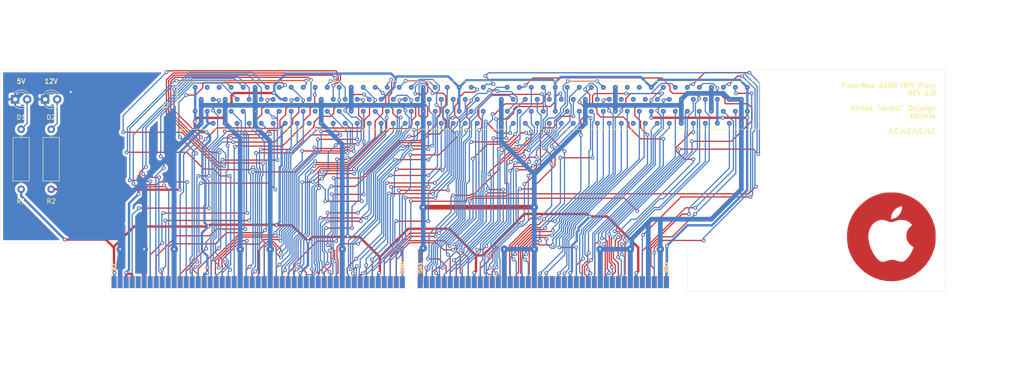
<source format=kicad_pcb>
(kicad_pcb (version 20171130) (host pcbnew "(5.1.5-0-10_14)")
  (title_block (title "PowerMac 6100 HPV Riser") (date 2020-05-06) (rev 1.0) (company Lostwave) (comment 1 https://68kmla.org) (comment 2 https://github.com/demik/oldworld/tree/master/EDA/HPV%20Riser))
  (layers (0 F.Cu signal) (31 B.Cu signal) (34 B.Paste user) (35 F.Paste user) (36 B.SilkS user) (37 F.SilkS user) (38 B.Mask user) (39 F.Mask user) (44 Edge.Cuts user))
  (net 0 "")
  (net 1 +5V)
  (net 2 GND)
  (net 3 +12V)
  (net 4 "Net-(D1-Pad2)")
  (net 5 "Net-(D2-Pad2)")
  (net 6 /ABB)
  (net 7 /D63)
  (net 8 /D62)
  (net 9 /D61)
  (net 10 /D60)
  (net 11 /D59)
  (net 12 /D58)
  (net 13 /D57)
  (net 14 /D56)
  (net 15 /D55)
  (net 16 /D54)
  (net 17 /D53)
  (net 18 /D52)
  (net 19 /D51)
  (net 20 /D50)
  (net 21 /D49)
  (net 22 /D48)
  (net 23 /Global)
  (net 24 /Shared)
  (net 25 /Rsrv)
  (net 26 /Burst)
  (net 27 /CacheIn)
  (net 28 /D47)
  (net 29 /D46)
  (net 30 /D45)
  (net 31 /D44)
  (net 32 /D43)
  (net 33 /D42)
  (net 34 /D41)
  (net 35 /D40)
  (net 36 /D39)
  (net 37 /D38)
  (net 38 /D37)
  (net 39 /D36)
  (net 40 /D35)
  (net 41 /D34)
  (net 42 /D33)
  (net 43 /D32)
  (net 44 /PDS_CLK)
  (net 45 /Reset)
  (net 46 /A31)
  (net 47 /A29)
  (net 48 /A27)
  (net 49 /A25)
  (net 50 /A23)
  (net 51 /A21)
  (net 52 /A19)
  (net 53 /A17)
  (net 54 /A15)
  (net 55 /A13)
  (net 56 /A11)
  (net 57 /A9)
  (net 58 /A7)
  (net 59 /A5)
  (net 60 /A3)
  (net 61 /A1)
  (net 62 /XferErrAck)
  (net 63 /XferAck)
  (net 64 /XferStart)
  (net 65 /NuDump)
  (net 66 /DataRtry)
  (net 67 /AddrRtry)
  (net 68 /DBB)
  (net 69 /CPUint)
  (net 70 /PDS_IRQ2)
  (net 71 /PdsGrant)
  (net 72 /PDS_REQ)
  (net 73 /D31)
  (net 74 /D30)
  (net 75 /D29)
  (net 76 /D28)
  (net 77 /D27)
  (net 78 /D26)
  (net 79 /D25)
  (net 80 /D24)
  (net 81 /I2C_data)
  (net 82 /I2C_clock)
  (net 83 /TC1)
  (net 84 /TC0)
  (net 85 /D23)
  (net 86 /D22)
  (net 87 /D21)
  (net 88 /D20)
  (net 89 /D19)
  (net 90 /D18)
  (net 91 /D17)
  (net 92 /D16)
  (net 93 /TT4)
  (net 94 /TT3)
  (net 95 /TT2)
  (net 96 /TT1)
  (net 97 /TT0)
  (net 98 /A30)
  (net 99 /A28)
  (net 100 /A26)
  (net 101 /A24)
  (net 102 /A22)
  (net 103 /A20)
  (net 104 /A18)
  (net 105 /A16)
  (net 106 /A14)
  (net 107 /A12)
  (net 108 /A10)
  (net 109 /A8)
  (net 110 /A6)
  (net 111 /A4)
  (net 112 /A2)
  (net 113 /A0)
  (net 114 /AddrAck)
  (net 115 /D15)
  (net 116 /D14)
  (net 117 /D13)
  (net 118 /D12)
  (net 119 /D11)
  (net 120 /D10)
  (net 121 /D9)
  (net 122 /D8)
  (net 123 /TS2)
  (net 124 /TS1)
  (net 125 /TS0)
  (net 126 /D7)
  (net 127 /D6)
  (net 128 /D5)
  (net 129 /D4)
  (net 130 /D3)
  (net 131 /D2)
  (net 132 /D1)
  (net 133 /D0)
  (module Connector_Apple:EDAC_302-182-520-900 (layer F.Cu) (at 152.4 58.42)
    (fp_text reference J2 (at -64.77 0) (layer F.SilkS))
    (fp_text value PowerMac_PDS)
    (pad "" np_thru_hole circle (at -60.325 0) (size 2.44 2.44) (drill 2.44) (layers *.Cu *.Mask))
    (pad "" np_thru_hole circle (at 4.445 0) (size 2.44 2.44) (drill 2.44) (layers *.Cu *.Mask))
    (pad 182 thru_hole circle (at 58.42 1.27) (size 1.02 1.02) (drill 0.2) (layers *.Mask B.Cu) (net 1 +5V))
    (pad 181 thru_hole circle (at 57.15 3.81) (size 1.02 1.02) (drill 0.2) (layers *.Mask B.Cu) (net 2 GND))
    (pad 180 thru_hole circle (at 55.88 1.27) (size 1.02 1.02) (drill 0.2) (layers *.Mask B.Cu) (net 70 /PDS_IRQ2))
    (pad 179 thru_hole circle (at 54.61 3.81) (size 1.02 1.02) (drill 0.2) (layers *.Mask B.Cu) (net 71 /PdsGrant))
    (pad 178 thru_hole circle (at 53.34 1.27) (size 1.02 1.02) (drill 0.2) (layers *.Mask B.Cu) (net 72 /PDS_REQ))
    (pad 177 thru_hole circle (at 52.07 3.81) (size 1.02 1.02) (drill 0.2) (layers *.Mask B.Cu) (net 1 +5V))
    (pad 176 thru_hole circle (at 50.8 1.27) (size 1.02 1.02) (drill 0.2) (layers *.Mask B.Cu) (net 2 GND))
    (pad 175 thru_hole circle (at 49.53 3.81) (size 1.02 1.02) (drill 0.2) (layers *.Mask B.Cu) (net 73 /D31))
    (pad 174 thru_hole circle (at 48.26 1.27) (size 1.02 1.02) (drill 0.2) (layers *.Mask B.Cu) (net 74 /D30))
    (pad 173 thru_hole circle (at 46.99 3.81) (size 1.02 1.02) (drill 0.2) (layers *.Mask B.Cu) (net 75 /D29))
    (pad 172 thru_hole circle (at 45.72 1.27) (size 1.02 1.02) (drill 0.2) (layers *.Mask B.Cu) (net 76 /D28))
    (pad 171 thru_hole circle (at 44.45 3.81) (size 1.02 1.02) (drill 0.2) (layers *.Mask B.Cu) (net 2 GND))
    (pad 170 thru_hole circle (at 43.18 1.27) (size 1.02 1.02) (drill 0.2) (layers *.Mask B.Cu) (net 77 /D27))
    (pad 169 thru_hole circle (at 41.91 3.81) (size 1.02 1.02) (drill 0.2) (layers *.Mask B.Cu) (net 78 /D26))
    (pad 168 thru_hole circle (at 40.64 1.27) (size 1.02 1.02) (drill 0.2) (layers *.Mask B.Cu) (net 79 /D25))
    (pad 167 thru_hole circle (at 39.37 3.81) (size 1.02 1.02) (drill 0.2) (layers *.Mask B.Cu) (net 80 /D24))
    (pad 166 thru_hole circle (at 38.1 1.27) (size 1.02 1.02) (drill 0.2) (layers *.Mask B.Cu) (net 1 +5V))
    (pad 165 thru_hole circle (at 36.83 3.81) (size 1.02 1.02) (drill 0.2) (layers *.Mask B.Cu) (net 81 /I2C_data))
    (pad 164 thru_hole circle (at 35.56 1.27) (size 1.02 1.02) (drill 0.2) (layers *.Mask B.Cu) (net 82 /I2C_clock))
    (pad 163 thru_hole circle (at 34.29 3.81) (size 1.02 1.02) (drill 0.2) (layers *.Mask B.Cu))
    (pad 162 thru_hole circle (at 33.02 1.27) (size 1.02 1.02) (drill 0.2) (layers *.Mask B.Cu) (net 83 /TC1))
    (pad 161 thru_hole circle (at 31.75 3.81) (size 1.02 1.02) (drill 0.2) (layers *.Mask B.Cu) (net 84 /TC0))
    (pad 160 thru_hole circle (at 30.48 1.27) (size 1.02 1.02) (drill 0.2) (layers *.Mask B.Cu) (net 2 GND))
    (pad 159 thru_hole circle (at 29.21 3.81) (size 1.02 1.02) (drill 0.2) (layers *.Mask B.Cu) (net 85 /D23))
    (pad 158 thru_hole circle (at 27.94 1.27) (size 1.02 1.02) (drill 0.2) (layers *.Mask B.Cu) (net 86 /D22))
    (pad 157 thru_hole circle (at 26.67 3.81) (size 1.02 1.02) (drill 0.2) (layers *.Mask B.Cu) (net 87 /D21))
    (pad 156 thru_hole circle (at 25.4 1.27) (size 1.02 1.02) (drill 0.2) (layers *.Mask B.Cu) (net 88 /D20))
    (pad 155 thru_hole circle (at 24.13 3.81) (size 1.02 1.02) (drill 0.2) (layers *.Mask B.Cu) (net 2 GND))
    (pad 154 thru_hole circle (at 22.86 1.27) (size 1.02 1.02) (drill 0.2) (layers *.Mask B.Cu) (net 89 /D19))
    (pad 153 thru_hole circle (at 21.59 3.81) (size 1.02 1.02) (drill 0.2) (layers *.Mask B.Cu) (net 90 /D18))
    (pad 152 thru_hole circle (at 20.32 1.27) (size 1.02 1.02) (drill 0.2) (layers *.Mask B.Cu) (net 91 /D17))
    (pad 151 thru_hole circle (at 19.05 3.81) (size 1.02 1.02) (drill 0.2) (layers *.Mask B.Cu) (net 92 /D16))
    (pad 150 thru_hole circle (at 17.78 1.27) (size 1.02 1.02) (drill 0.2) (layers *.Mask B.Cu) (net 1 +5V))
    (pad 149 thru_hole circle (at 16.51 3.81) (size 1.02 1.02) (drill 0.2) (layers *.Mask B.Cu) (net 93 /TT4))
    (pad 148 thru_hole circle (at 15.24 1.27) (size 1.02 1.02) (drill 0.2) (layers *.Mask B.Cu) (net 94 /TT3))
    (pad 147 thru_hole circle (at 13.97 3.81) (size 1.02 1.02) (drill 0.2) (layers *.Mask B.Cu) (net 95 /TT2))
    (pad 146 thru_hole circle (at 12.7 1.27) (size 1.02 1.02) (drill 0.2) (layers *.Mask B.Cu) (net 96 /TT1))
    (pad 145 thru_hole circle (at 11.43 3.81) (size 1.02 1.02) (drill 0.2) (layers *.Mask B.Cu) (net 97 /TT0))
    (pad 144 thru_hole circle (at 10.16 1.27) (size 1.02 1.02) (drill 0.2) (layers *.Mask B.Cu) (net 98 /A30))
    (pad 143 thru_hole circle (at 8.89 3.81) (size 1.02 1.02) (drill 0.2) (layers *.Mask B.Cu) (net 99 /A28))
    (pad 142 thru_hole circle (at 7.62 1.27) (size 1.02 1.02) (drill 0.2) (layers *.Mask B.Cu) (net 100 /A26))
    (pad 141 thru_hole circle (at 6.35 3.81) (size 1.02 1.02) (drill 0.2) (layers *.Mask B.Cu) (net 2 GND))
    (pad 140 thru_hole circle (at 2.54 1.27) (size 1.02 1.02) (drill 0.2) (layers *.Mask B.Cu) (net 101 /A24))
    (pad 139 thru_hole circle (at 1.27 3.81) (size 1.02 1.02) (drill 0.2) (layers *.Mask B.Cu) (net 102 /A22))
    (pad 138 thru_hole circle (at 0 1.27) (size 1.02 1.02) (drill 0.2) (layers *.Mask B.Cu) (net 103 /A20))
    (pad 137 thru_hole circle (at -1.27 3.81) (size 1.02 1.02) (drill 0.2) (layers *.Mask B.Cu) (net 104 /A18))
    (pad 136 thru_hole circle (at -2.54 1.27) (size 1.02 1.02) (drill 0.2) (layers *.Mask B.Cu) (net 1 +5V))
    (pad 135 thru_hole circle (at -3.81 3.81) (size 1.02 1.02) (drill 0.2) (layers *.Mask B.Cu) (net 105 /A16))
    (pad 134 thru_hole circle (at -5.08 1.27) (size 1.02 1.02) (drill 0.2) (layers *.Mask B.Cu) (net 106 /A14))
    (pad 133 thru_hole circle (at -6.35 3.81) (size 1.02 1.02) (drill 0.2) (layers *.Mask B.Cu) (net 107 /A12))
    (pad 132 thru_hole circle (at -7.62 1.27) (size 1.02 1.02) (drill 0.2) (layers *.Mask B.Cu) (net 108 /A10))
    (pad 131 thru_hole circle (at -8.89 3.81) (size 1.02 1.02) (drill 0.2) (layers *.Mask B.Cu) (net 109 /A8))
    (pad 130 thru_hole circle (at -10.16 1.27) (size 1.02 1.02) (drill 0.2) (layers *.Mask B.Cu) (net 2 GND))
    (pad 129 thru_hole circle (at -11.43 3.81) (size 1.02 1.02) (drill 0.2) (layers *.Mask B.Cu) (net 110 /A6))
    (pad 128 thru_hole circle (at -12.7 1.27) (size 1.02 1.02) (drill 0.2) (layers *.Mask B.Cu) (net 111 /A4))
    (pad 127 thru_hole circle (at -13.97 3.81) (size 1.02 1.02) (drill 0.2) (layers *.Mask B.Cu) (net 112 /A2))
    (pad 126 thru_hole circle (at -15.24 1.27) (size 1.02 1.02) (drill 0.2) (layers *.Mask B.Cu) (net 113 /A0))
    (pad 125 thru_hole circle (at -16.51 3.81) (size 1.02 1.02) (drill 0.2) (layers *.Mask B.Cu) (net 6 /ABB))
    (pad 124 thru_hole circle (at -17.78 1.27) (size 1.02 1.02) (drill 0.2) (layers *.Mask B.Cu) (net 114 /AddrAck))
    (pad 123 thru_hole circle (at -19.05 3.81) (size 1.02 1.02) (drill 0.2) (layers *.Mask B.Cu) (net 1 +5V))
    (pad 122 thru_hole circle (at -20.32 1.27) (size 1.02 1.02) (drill 0.2) (layers *.Mask B.Cu) (net 115 /D15))
    (pad 121 thru_hole circle (at -21.59 3.81) (size 1.02 1.02) (drill 0.2) (layers *.Mask B.Cu) (net 116 /D14))
    (pad 120 thru_hole circle (at -22.86 1.27) (size 1.02 1.02) (drill 0.2) (layers *.Mask B.Cu) (net 117 /D13))
    (pad 119 thru_hole circle (at -24.13 3.81) (size 1.02 1.02) (drill 0.2) (layers *.Mask B.Cu) (net 118 /D12))
    (pad 118 thru_hole circle (at -25.4 1.27) (size 1.02 1.02) (drill 0.2) (layers *.Mask B.Cu) (net 2 GND))
    (pad 117 thru_hole circle (at -26.67 3.81) (size 1.02 1.02) (drill 0.2) (layers *.Mask B.Cu) (net 119 /D11))
    (pad 116 thru_hole circle (at -27.94 1.27) (size 1.02 1.02) (drill 0.2) (layers *.Mask B.Cu) (net 120 /D10))
    (pad 115 thru_hole circle (at -29.21 3.81) (size 1.02 1.02) (drill 0.2) (layers *.Mask B.Cu) (net 121 /D9))
    (pad 114 thru_hole circle (at -30.48 1.27) (size 1.02 1.02) (drill 0.2) (layers *.Mask B.Cu) (net 122 /D8))
    (pad 113 thru_hole circle (at -31.75 3.81) (size 1.02 1.02) (drill 0.2) (layers *.Mask B.Cu) (net 2 GND))
    (pad 112 thru_hole circle (at -33.02 1.27) (size 1.02 1.02) (drill 0.2) (layers *.Mask B.Cu))
    (pad 111 thru_hole circle (at -34.29 3.81) (size 1.02 1.02) (drill 0.2) (layers *.Mask B.Cu))
    (pad 110 thru_hole circle (at -35.56 1.27) (size 1.02 1.02) (drill 0.2) (layers *.Mask B.Cu) (net 123 /TS2))
    (pad 109 thru_hole circle (at -36.83 3.81) (size 1.02 1.02) (drill 0.2) (layers *.Mask B.Cu) (net 124 /TS1))
    (pad 108 thru_hole circle (at -38.1 1.27) (size 1.02 1.02) (drill 0.2) (layers *.Mask B.Cu) (net 125 /TS0))
    (pad 107 thru_hole circle (at -39.37 3.81) (size 1.02 1.02) (drill 0.2) (layers *.Mask B.Cu) (net 1 +5V))
    (pad 106 thru_hole circle (at -40.64 1.27) (size 1.02 1.02) (drill 0.2) (layers *.Mask B.Cu) (net 126 /D7))
    (pad 105 thru_hole circle (at -41.91 3.81) (size 1.02 1.02) (drill 0.2) (layers *.Mask B.Cu) (net 127 /D6))
    (pad 104 thru_hole circle (at -43.18 1.27) (size 1.02 1.02) (drill 0.2) (layers *.Mask B.Cu) (net 128 /D5))
    (pad 103 thru_hole circle (at -44.45 3.81) (size 1.02 1.02) (drill 0.2) (layers *.Mask B.Cu) (net 129 /D4))
    (pad 102 thru_hole circle (at -45.72 1.27) (size 1.02 1.02) (drill 0.2) (layers *.Mask B.Cu) (net 2 GND))
    (pad 101 thru_hole circle (at -46.99 3.81) (size 1.02 1.02) (drill 0.2) (layers *.Mask B.Cu) (net 130 /D3))
    (pad 100 thru_hole circle (at -48.26 1.27) (size 1.02 1.02) (drill 0.2) (layers *.Mask B.Cu) (net 131 /D2))
    (pad 99 thru_hole circle (at -49.53 3.81) (size 1.02 1.02) (drill 0.2) (layers *.Mask B.Cu) (net 132 /D1))
    (pad 98 thru_hole circle (at -50.8 1.27) (size 1.02 1.02) (drill 0.2) (layers *.Mask B.Cu) (net 133 /D0))
    (pad 97 thru_hole circle (at -52.07 3.81) (size 1.02 1.02) (drill 0.2) (layers *.Mask B.Cu) (net 2 GND))
    (pad 96 thru_hole circle (at -53.34 1.27) (size 1.02 1.02) (drill 0.2) (layers *.Mask B.Cu))
    (pad 95 thru_hole circle (at -54.61 3.81) (size 1.02 1.02) (drill 0.2) (layers *.Mask B.Cu) (net 3 +12V))
    (pad 94 thru_hole circle (at -55.88 1.27) (size 1.02 1.02) (drill 0.2) (layers *.Mask B.Cu) (net 3 +12V))
    (pad 93 thru_hole circle (at -57.15 3.81) (size 1.02 1.02) (drill 0.2) (layers *.Mask B.Cu) (net 2 GND))
    (pad 92 thru_hole circle (at -58.42 1.27) (size 1.02 1.02) (drill 0.2) (layers *.Mask B.Cu) (net 1 +5V))
    (pad 91 thru_hole circle (at 58.42 -3.81) (size 1.02 1.02) (drill 0.2) (layers *.Mask B.Cu) (net 1 +5V))
    (pad 90 thru_hole circle (at 57.15 -1.27) (size 1.02 1.02) (drill 0.2) (layers *.Mask B.Cu) (net 2 GND))
    (pad 89 thru_hole circle (at 55.88 -3.81) (size 1.02 1.02) (drill 0.2) (layers *.Mask B.Cu) (net 44 /PDS_CLK))
    (pad 88 thru_hole circle (at 54.61 -1.27) (size 1.02 1.02) (drill 0.2) (layers *.Mask B.Cu) (net 2 GND))
    (pad 87 thru_hole circle (at 53.34 -3.81) (size 1.02 1.02) (drill 0.2) (layers *.Mask B.Cu) (net 45 /Reset))
    (pad 86 thru_hole circle (at 52.07 -1.27) (size 1.02 1.02) (drill 0.2) (layers *.Mask B.Cu) (net 1 +5V))
    (pad 85 thru_hole circle (at 50.8 -3.81) (size 1.02 1.02) (drill 0.2) (layers *.Mask B.Cu) (net 2 GND))
    (pad 84 thru_hole circle (at 49.53 -1.27) (size 1.02 1.02) (drill 0.2) (layers *.Mask B.Cu) (net 7 /D63))
    (pad 83 thru_hole circle (at 48.26 -3.81) (size 1.02 1.02) (drill 0.2) (layers *.Mask B.Cu) (net 8 /D62))
    (pad 82 thru_hole circle (at 46.99 -1.27) (size 1.02 1.02) (drill 0.2) (layers *.Mask B.Cu) (net 9 /D61))
    (pad 81 thru_hole circle (at 45.72 -3.81) (size 1.02 1.02) (drill 0.2) (layers *.Mask B.Cu) (net 10 /D60))
    (pad 80 thru_hole circle (at 44.45 -1.27) (size 1.02 1.02) (drill 0.2) (layers *.Mask B.Cu) (net 2 GND))
    (pad 79 thru_hole circle (at 43.18 -3.81) (size 1.02 1.02) (drill 0.2) (layers *.Mask B.Cu) (net 11 /D59))
    (pad 78 thru_hole circle (at 41.91 -1.27) (size 1.02 1.02) (drill 0.2) (layers *.Mask B.Cu) (net 12 /D58))
    (pad 77 thru_hole circle (at 40.64 -3.81) (size 1.02 1.02) (drill 0.2) (layers *.Mask B.Cu) (net 13 /D57))
    (pad 76 thru_hole circle (at 39.37 -1.27) (size 1.02 1.02) (drill 0.2) (layers *.Mask B.Cu) (net 14 /D56))
    (pad 75 thru_hole circle (at 38.1 -3.81) (size 1.02 1.02) (drill 0.2) (layers *.Mask B.Cu) (net 1 +5V))
    (pad 74 thru_hole circle (at 36.83 -1.27) (size 1.02 1.02) (drill 0.2) (layers *.Mask B.Cu))
    (pad 73 thru_hole circle (at 35.56 -3.81) (size 1.02 1.02) (drill 0.2) (layers *.Mask B.Cu))
    (pad 72 thru_hole circle (at 34.29 -1.27) (size 1.02 1.02) (drill 0.2) (layers *.Mask B.Cu))
    (pad 71 thru_hole circle (at 33.02 -3.81) (size 1.02 1.02) (drill 0.2) (layers *.Mask B.Cu))
    (pad 70 thru_hole circle (at 31.75 -1.27) (size 1.02 1.02) (drill 0.2) (layers *.Mask B.Cu))
    (pad 69 thru_hole circle (at 30.48 -3.81) (size 1.02 1.02) (drill 0.2) (layers *.Mask B.Cu) (net 2 GND))
    (pad 68 thru_hole circle (at 29.21 -1.27) (size 1.02 1.02) (drill 0.2) (layers *.Mask B.Cu) (net 15 /D55))
    (pad 67 thru_hole circle (at 27.94 -3.81) (size 1.02 1.02) (drill 0.2) (layers *.Mask B.Cu) (net 16 /D54))
    (pad 66 thru_hole circle (at 26.67 -1.27) (size 1.02 1.02) (drill 0.2) (layers *.Mask B.Cu) (net 17 /D53))
    (pad 65 thru_hole circle (at 25.4 -3.81) (size 1.02 1.02) (drill 0.2) (layers *.Mask B.Cu) (net 18 /D52))
    (pad 64 thru_hole circle (at 24.13 -1.27) (size 1.02 1.02) (drill 0.2) (layers *.Mask B.Cu) (net 2 GND))
    (pad 63 thru_hole circle (at 22.86 -3.81) (size 1.02 1.02) (drill 0.2) (layers *.Mask B.Cu) (net 19 /D51))
    (pad 62 thru_hole circle (at 21.59 -1.27) (size 1.02 1.02) (drill 0.2) (layers *.Mask B.Cu) (net 20 /D50))
    (pad 61 thru_hole circle (at 20.32 -3.81) (size 1.02 1.02) (drill 0.2) (layers *.Mask B.Cu) (net 21 /D49))
    (pad 60 thru_hole circle (at 19.05 -1.27) (size 1.02 1.02) (drill 0.2) (layers *.Mask B.Cu) (net 22 /D48))
    (pad 59 thru_hole circle (at 17.78 -3.81) (size 1.02 1.02) (drill 0.2) (layers *.Mask B.Cu) (net 1 +5V))
    (pad 58 thru_hole circle (at 16.51 -1.27) (size 1.02 1.02) (drill 0.2) (layers *.Mask B.Cu) (net 23 /Global))
    (pad 57 thru_hole circle (at 15.24 -3.81) (size 1.02 1.02) (drill 0.2) (layers *.Mask B.Cu) (net 24 /Shared))
    (pad 56 thru_hole circle (at 13.97 -1.27) (size 1.02 1.02) (drill 0.2) (layers *.Mask B.Cu) (net 25 /Rsrv))
    (pad 55 thru_hole circle (at 12.7 -3.81) (size 1.02 1.02) (drill 0.2) (layers *.Mask B.Cu) (net 26 /Burst))
    (pad 54 thru_hole circle (at 11.43 -1.27) (size 1.02 1.02) (drill 0.2) (layers *.Mask B.Cu) (net 27 /CacheIn))
    (pad 53 thru_hole circle (at 10.16 -3.81) (size 1.02 1.02) (drill 0.2) (layers *.Mask B.Cu) (net 46 /A31))
    (pad 52 thru_hole circle (at 8.89 -1.27) (size 1.02 1.02) (drill 0.2) (layers *.Mask B.Cu) (net 47 /A29))
    (pad 51 thru_hole circle (at 7.62 -3.81) (size 1.02 1.02) (drill 0.2) (layers *.Mask B.Cu) (net 48 /A27))
    (pad 50 thru_hole circle (at 6.35 -1.27) (size 1.02 1.02) (drill 0.2) (layers *.Mask B.Cu) (net 2 GND))
    (pad 49 thru_hole circle (at 2.54 -3.81) (size 1.02 1.02) (drill 0.2) (layers *.Mask B.Cu) (net 49 /A25))
    (pad 48 thru_hole circle (at 1.27 -1.27) (size 1.02 1.02) (drill 0.2) (layers *.Mask B.Cu) (net 50 /A23))
    (pad 47 thru_hole circle (at 0 -3.81) (size 1.02 1.02) (drill 0.2) (layers *.Mask B.Cu) (net 51 /A21))
    (pad 46 thru_hole circle (at -1.27 -1.27) (size 1.02 1.02) (drill 0.2) (layers *.Mask B.Cu) (net 52 /A19))
    (pad 45 thru_hole circle (at -2.54 -3.81) (size 1.02 1.02) (drill 0.2) (layers *.Mask B.Cu) (net 1 +5V))
    (pad 44 thru_hole circle (at -3.81 -1.27) (size 1.02 1.02) (drill 0.2) (layers *.Mask B.Cu) (net 53 /A17))
    (pad 43 thru_hole circle (at -5.08 -3.81) (size 1.02 1.02) (drill 0.2) (layers *.Mask B.Cu) (net 54 /A15))
    (pad 42 thru_hole circle (at -6.35 -1.27) (size 1.02 1.02) (drill 0.2) (layers *.Mask B.Cu) (net 55 /A13))
    (pad 41 thru_hole circle (at -7.62 -3.81) (size 1.02 1.02) (drill 0.2) (layers *.Mask B.Cu) (net 56 /A11))
    (pad 40 thru_hole circle (at -8.89 -1.27) (size 1.02 1.02) (drill 0.2) (layers *.Mask B.Cu) (net 57 /A9))
    (pad 39 thru_hole circle (at -10.16 -3.81) (size 1.02 1.02) (drill 0.2) (layers *.Mask B.Cu) (net 2 GND))
    (pad 38 thru_hole circle (at -11.43 -1.27) (size 1.02 1.02) (drill 0.2) (layers *.Mask B.Cu) (net 58 /A7))
    (pad 37 thru_hole circle (at -12.7 -3.81) (size 1.02 1.02) (drill 0.2) (layers *.Mask B.Cu) (net 59 /A5))
    (pad 36 thru_hole circle (at -13.97 -1.27) (size 1.02 1.02) (drill 0.2) (layers *.Mask B.Cu) (net 60 /A3))
    (pad 35 thru_hole circle (at -15.24 -3.81) (size 1.02 1.02) (drill 0.2) (layers *.Mask B.Cu) (net 61 /A1))
    (pad 34 thru_hole circle (at -16.51 -1.27) (size 1.02 1.02) (drill 0.2) (layers *.Mask B.Cu) (net 62 /XferErrAck))
    (pad 33 thru_hole circle (at -17.78 -3.81) (size 1.02 1.02) (drill 0.2) (layers *.Mask B.Cu) (net 63 /XferAck))
    (pad 32 thru_hole circle (at -19.05 -1.27) (size 1.02 1.02) (drill 0.2) (layers *.Mask B.Cu) (net 1 +5V))
    (pad 31 thru_hole circle (at -20.32 -3.81) (size 1.02 1.02) (drill 0.2) (layers *.Mask B.Cu) (net 28 /D47))
    (pad 30 thru_hole circle (at -21.59 -1.27) (size 1.02 1.02) (drill 0.2) (layers *.Mask B.Cu) (net 29 /D46))
    (pad 29 thru_hole circle (at -22.86 -3.81) (size 1.02 1.02) (drill 0.2) (layers *.Mask B.Cu) (net 30 /D45))
    (pad 28 thru_hole circle (at -24.13 -1.27) (size 1.02 1.02) (drill 0.2) (layers *.Mask B.Cu) (net 31 /D44))
    (pad 27 thru_hole circle (at -25.4 -3.81) (size 1.02 1.02) (drill 0.2) (layers *.Mask B.Cu) (net 2 GND))
    (pad 26 thru_hole circle (at -26.67 -1.27) (size 1.02 1.02) (drill 0.2) (layers *.Mask B.Cu) (net 32 /D43))
    (pad 25 thru_hole circle (at -27.94 -3.81) (size 1.02 1.02) (drill 0.2) (layers *.Mask B.Cu) (net 33 /D42))
    (pad 24 thru_hole circle (at -29.21 -1.27) (size 1.02 1.02) (drill 0.2) (layers *.Mask B.Cu) (net 34 /D41))
    (pad 23 thru_hole circle (at -30.48 -3.81) (size 1.02 1.02) (drill 0.2) (layers *.Mask B.Cu) (net 35 /D40))
    (pad 22 thru_hole circle (at -31.75 -1.27) (size 1.02 1.02) (drill 0.2) (layers *.Mask B.Cu) (net 2 GND))
    (pad 21 thru_hole circle (at -33.02 -3.81) (size 1.02 1.02) (drill 0.2) (layers *.Mask B.Cu) (net 64 /XferStart))
    (pad 20 thru_hole circle (at -34.29 -1.27) (size 1.02 1.02) (drill 0.2) (layers *.Mask B.Cu) (net 65 /NuDump))
    (pad 19 thru_hole circle (at -35.56 -3.81) (size 1.02 1.02) (drill 0.2) (layers *.Mask B.Cu) (net 66 /DataRtry))
    (pad 18 thru_hole circle (at -36.83 -1.27) (size 1.02 1.02) (drill 0.2) (layers *.Mask B.Cu) (net 67 /AddrRtry))
    (pad 17 thru_hole circle (at -38.1 -3.81) (size 1.02 1.02) (drill 0.2) (layers *.Mask B.Cu) (net 68 /DBB))
    (pad 16 thru_hole circle (at -39.37 -1.27) (size 1.02 1.02) (drill 0.2) (layers *.Mask B.Cu) (net 1 +5V))
    (pad 15 thru_hole circle (at -40.64 -3.81) (size 1.02 1.02) (drill 0.2) (layers *.Mask B.Cu) (net 36 /D39))
    (pad 14 thru_hole circle (at -41.91 -1.27) (size 1.02 1.02) (drill 0.2) (layers *.Mask B.Cu) (net 37 /D38))
    (pad 13 thru_hole circle (at -43.18 -3.81) (size 1.02 1.02) (drill 0.2) (layers *.Mask B.Cu) (net 38 /D37))
    (pad 12 thru_hole circle (at -44.45 -1.27) (size 1.02 1.02) (drill 0.2) (layers *.Mask B.Cu) (net 39 /D36))
    (pad 11 thru_hole circle (at -45.72 -3.81) (size 1.02 1.02) (drill 0.2) (layers *.Mask B.Cu) (net 2 GND))
    (pad 10 thru_hole circle (at -46.99 -1.27) (size 1.02 1.02) (drill 0.2) (layers *.Mask B.Cu) (net 40 /D35))
    (pad 9 thru_hole circle (at -48.26 -3.81) (size 1.02 1.02) (drill 0.2) (layers *.Mask B.Cu) (net 41 /D34))
    (pad 8 thru_hole circle (at -49.53 -1.27) (size 1.02 1.02) (drill 0.2) (layers *.Mask B.Cu) (net 42 /D33))
    (pad 7 thru_hole circle (at -50.8 -3.81) (size 1.02 1.02) (drill 0.2) (layers *.Mask B.Cu) (net 43 /D32))
    (pad 6 thru_hole circle (at -52.07 -1.27) (size 1.02 1.02) (drill 0.2) (layers *.Mask B.Cu) (net 2 GND))
    (pad 5 thru_hole circle (at -53.34 -3.81) (size 1.02 1.02) (drill 0.2) (layers *.Mask B.Cu))
    (pad 4 thru_hole circle (at -54.61 -1.27) (size 1.02 1.02) (drill 0.2) (layers *.Mask B.Cu) (net 69 /CPUint))
    (pad 3 thru_hole circle (at -55.88 -3.81) (size 1.02 1.02) (drill 0.2) (layers *.Mask B.Cu))
    (pad 2 thru_hole circle (at -57.15 -1.27) (size 1.02 1.02) (drill 0.2) (layers *.Mask B.Cu) (net 2 GND))
    (pad 1 thru_hole circle (at -58.42 -3.81) (size 1.02 1.02) (drill 0.2) (layers *.Mask B.Cu) (net 1 +5V))
  )
  (module Connector_Apple:Apple_Logo (layer F.Cu) (at 241.3 85.725)
    (fp_text reference G*** hide)
    (fp_text value LOGO hide)
    (fp_poly (pts (xy 0.553684 -8.827296) (xy 0.980547 -8.815572) (xy 1.323039 -8.790966) (xy 1.623609 -8.749337) (xy 1.924708 -8.68654) (xy 2.207579 -8.614804) (xy 3.356837 -8.247542) (xy 4.388479 -7.782101) (xy 5.333593 -7.201299) (xy 6.223271 -6.487952) (xy 6.469999 -6.258952) (xy 7.341231 -5.313447) (xy 8.06659 -4.281966) (xy 8.646556 -3.163706) (xy 9.081606 -1.957863) (xy 9.120499 -1.820333) (xy 9.205458 -1.49967) (xy 9.266816 -1.223755) (xy 9.308278 -0.954335) (xy 9.333548 -0.653157) (xy 9.34633 -0.281967) (xy 9.350328 0.197489) (xy 9.350059 0.550333) (xy 9.346506 1.119402) (xy 9.336447 1.557716) (xy 9.316151 1.903832) (xy 9.281888 2.196306) (xy 9.229928 2.473695) (xy 9.156539 2.774554) (xy 9.122501 2.902149) (xy 8.70874 4.115086) (xy 8.146351 5.248412) (xy 7.43872 6.296069) (xy 6.826376 7.009642) (xy 5.899246 7.870416) (xy 4.884569 8.590143) (xy 3.794974 9.164298) (xy 2.643089 9.588357) (xy 1.441544 9.857794) (xy 0.202968 9.968085) (xy -1.06001 9.914705) (xy -1.227667 9.895216) (xy -2.403663 9.664561) (xy -3.539432 9.277579) (xy -4.619301 8.745491) (xy -5.627596 8.079513) (xy -6.548644 7.290865) (xy -7.366772 6.390763) (xy -8.066308 5.390427) (xy -8.423654 4.74465) (xy -8.79041 3.94285) (xy -9.055592 3.182223) (xy -9.233563 2.406156) (xy -9.338688 1.558036) (xy -9.37213 1.006371) (xy -9.37138 0.449965) (xy -4.882164 0.449965) (xy -4.836323 1.183767) (xy -4.641836 2.133693) (xy -4.324477 3.068562) (xy -3.902016 3.949877) (xy -3.392226 4.739142) (xy -2.957655 5.253376) (xy -2.555543 5.615091) (xy -2.172637 5.822969) (xy -1.774561 5.883803) (xy -1.326942 5.804389) (xy -0.931333 5.653915) (xy -0.632079 5.554597) (xy -0.26016 5.475535) (xy 0 5.443299) (xy 0.35088 5.432103) (xy 0.650681 5.469026) (xy 0.984071 5.567415) (xy 1.131914 5.621699) (xy 1.690802 5.786081) (xy 2.183158 5.835533) (xy 2.585519 5.768552) (xy 2.692371 5.721791) (xy 2.936486 5.547833) (xy 3.23194 5.268719) (xy 3.54149 4.923608) (xy 3.82789 4.55166) (xy 3.887084 4.46567) (xy 4.077196 4.160012) (xy 4.264932 3.819727) (xy 4.435441 3.477352) (xy 4.573872 3.165421) (xy 4.665373 2.916471) (xy 4.695093 2.763037) (xy 4.678949 2.730872) (xy 4.466539 2.61661) (xy 4.197466 2.413885) (xy 3.922061 2.165481) (xy 3.690655 1.914186) (xy 3.638757 1.846594) (xy 3.334598 1.290473) (xy 3.180424 0.691032) (xy 3.17291 0.076844) (xy 3.308729 -0.523512) (xy 3.584555 -1.081463) (xy 3.997061 -1.568431) (xy 4.040871 -1.607883) (xy 4.431567 -1.951788) (xy 4.143008 -2.249505) (xy 3.647681 -2.640395) (xy 3.050953 -2.900468) (xy 2.364836 -3.024648) (xy 2.297741 -3.029063) (xy 1.917476 -3.039089) (xy 1.610876 -3.010304) (xy 1.294603 -2.930019) (xy 1.016 -2.83389) (xy 0.58122 -2.682637) (xy 0.247947 -2.595951) (xy -0.03841 -2.572776) (xy -0.332445 -2.612057) (xy -0.688751 -2.712738) (xy -0.937474 -2.796109) (xy -1.353566 -2.930405) (xy -1.665888 -3.006399) (xy -1.925891 -3.033453) (xy -2.177229 -3.021748) (xy -2.828824 -2.874974) (xy -3.408227 -2.586185) (xy -3.905718 -2.170753) (xy -4.311577 -1.64405) (xy -4.616084 -1.021447) (xy -4.809519 -0.318318) (xy -4.882164 0.449965) (xy -9.37138 0.449965) (xy -9.370593 -0.133815) (xy -9.259513 -1.175992) (xy -9.031563 -2.157155) (xy -8.679415 -3.114299) (xy -8.643261 -3.191855) (xy -0.108659 -3.191855) (xy 0.249773 -3.24917) (xy 0.570457 -3.328903) (xy 0.886294 -3.449138) (xy 0.923711 -3.467445) (xy 1.366831 -3.780552) (xy 1.749725 -4.219001) (xy 2.045739 -4.742165) (xy 2.228215 -5.309412) (xy 2.259459 -5.503417) (xy 2.278735 -5.744059) (xy 2.248945 -5.880836) (xy 2.143745 -5.923278) (xy 1.93679 -5.880919) (xy 1.601737 -5.76329) (xy 1.571966 -5.75217) (xy 1.043578 -5.468589) (xy 0.587883 -5.056898) (xy 0.231469 -4.551741) (xy 0.000923 -3.987762) (xy -0.067966 -3.615362) (xy -0.108659 -3.191855) (xy -8.643261 -3.191855) (xy -8.464728 -3.574831) (xy -8.16128 -4.152665) (xy -7.858528 -4.64749) (xy -7.522596 -5.105441) (xy -7.119613 -5.572653) (xy -6.615703 -6.095258) (xy -6.609743 -6.101216) (xy -5.791944 -6.847233) (xy -4.958184 -7.455788) (xy -4.070611 -7.948494) (xy -3.091372 -8.346966) (xy -2.207579 -8.614804) (xy -1.873469 -8.698473) (xy -1.575368 -8.757512) (xy -1.270829 -8.796063) (xy -0.917401 -8.818269) (xy -0.472634 -8.828276) (xy 0 -8.830284) (xy 0.553684 -8.827296)) (layer F.Cu) (width 0.01))
  )
  (module Connector_Apple:PowerMac_PDS (layer F.Cu) (at 135.255 95.885)
    (fp_text reference J1 hide)
    (fp_text value PowerMac_PDS)
    (fp_text user 91 (at 58.42 -2.54 90) (layer B.SilkS) (effects (font (size 0.8 0.8) (thickness 0.2)) (justify mirror)))
    (fp_text user 50 (at 6.35 -2.54 90) (layer B.SilkS) (effects (font (size 0.8 0.8) (thickness 0.2)) (justify mirror)))
    (fp_text user 49 (at 2.54 -2.54 90) (layer B.SilkS) (effects (font (size 0.8 0.8) (thickness 0.2)) (justify mirror)))
    (fp_text user 1 (at -58.42 -2.54 90) (layer B.SilkS) (effects (font (size 0.8 0.8) (thickness 0.2)) (justify mirror)))
    (fp_text user 182 (at 58.42 -3.175 90) (layer F.SilkS) (effects (font (size 0.8 0.8) (thickness 0.2))))
    (fp_text user 141 (at 6.35 -3.175 90) (layer F.SilkS) (effects (font (size 0.8 0.8) (thickness 0.2))))
    (fp_text user 140 (at 2.54 -3.175 90) (layer F.SilkS) (effects (font (size 0.8 0.8) (thickness 0.2))))
    (fp_text user 92 (at -58.42 -3.175 90) (layer F.SilkS) (effects (font (size 0.8 0.8) (thickness 0.2))))
    (pad 91 connect rect (at 58.42 0) (size 1.04 2.54) (layers B.Cu B.Mask) (net 1 +5V))
    (pad 90 connect rect (at 57.15 0) (size 1.04 2.54) (layers B.Cu B.Mask) (net 2 GND))
    (pad 89 connect rect (at 55.88 0) (size 1.04 2.54) (layers B.Cu B.Mask) (net 44 /PDS_CLK))
    (pad 88 connect rect (at 54.61 0) (size 1.04 2.54) (layers B.Cu B.Mask) (net 2 GND))
    (pad 87 connect rect (at 53.34 0) (size 1.04 2.54) (layers B.Cu B.Mask) (net 45 /Reset))
    (pad 86 connect rect (at 52.07 0) (size 1.04 2.54) (layers B.Cu B.Mask) (net 1 +5V))
    (pad 85 connect rect (at 50.8 0) (size 1.04 2.54) (layers B.Cu B.Mask) (net 2 GND))
    (pad 84 connect rect (at 49.53 0) (size 1.04 2.54) (layers B.Cu B.Mask) (net 7 /D63))
    (pad 83 connect rect (at 48.26 0) (size 1.04 2.54) (layers B.Cu B.Mask) (net 8 /D62))
    (pad 82 connect rect (at 46.99 0) (size 1.04 2.54) (layers B.Cu B.Mask) (net 9 /D61))
    (pad 81 connect rect (at 45.72 0) (size 1.04 2.54) (layers B.Cu B.Mask) (net 10 /D60))
    (pad 80 connect rect (at 44.45 0) (size 1.04 2.54) (layers B.Cu B.Mask) (net 2 GND))
    (pad 79 connect rect (at 43.18 0) (size 1.04 2.54) (layers B.Cu B.Mask) (net 11 /D59))
    (pad 78 connect rect (at 41.91 0) (size 1.04 2.54) (layers B.Cu B.Mask) (net 12 /D58))
    (pad 77 connect rect (at 40.64 0) (size 1.04 2.54) (layers B.Cu B.Mask) (net 13 /D57))
    (pad 76 connect rect (at 39.37 0) (size 1.04 2.54) (layers B.Cu B.Mask) (net 14 /D56))
    (pad 75 connect rect (at 38.1 0) (size 1.04 2.54) (layers B.Cu B.Mask) (net 1 +5V))
    (pad 74 connect rect (at 36.83 0) (size 1.04 2.54) (layers B.Cu B.Mask))
    (pad 73 connect rect (at 35.56 0) (size 1.04 2.54) (layers B.Cu B.Mask))
    (pad 72 connect rect (at 34.29 0) (size 1.04 2.54) (layers B.Cu B.Mask))
    (pad 71 connect rect (at 33.02 0) (size 1.04 2.54) (layers B.Cu B.Mask))
    (pad 70 connect rect (at 31.75 0) (size 1.04 2.54) (layers B.Cu B.Mask))
    (pad 69 connect rect (at 30.48 0) (size 1.04 2.54) (layers B.Cu B.Mask) (net 2 GND))
    (pad 68 connect rect (at 29.21 0) (size 1.04 2.54) (layers B.Cu B.Mask) (net 15 /D55))
    (pad 67 connect rect (at 27.94 0) (size 1.04 2.54) (layers B.Cu B.Mask) (net 16 /D54))
    (pad 66 connect rect (at 26.67 0) (size 1.04 2.54) (layers B.Cu B.Mask) (net 17 /D53))
    (pad 65 connect rect (at 25.4 0) (size 1.04 2.54) (layers B.Cu B.Mask) (net 18 /D52))
    (pad 64 connect rect (at 24.13 0) (size 1.04 2.54) (layers B.Cu B.Mask) (net 2 GND))
    (pad 63 connect rect (at 22.86 0) (size 1.04 2.54) (layers B.Cu B.Mask) (net 19 /D51))
    (pad 62 connect rect (at 21.59 0) (size 1.04 2.54) (layers B.Cu B.Mask) (net 20 /D50))
    (pad 61 connect rect (at 20.32 0) (size 1.04 2.54) (layers B.Cu B.Mask) (net 21 /D49))
    (pad 60 connect rect (at 19.05 0) (size 1.04 2.54) (layers B.Cu B.Mask) (net 22 /D48))
    (pad 59 connect rect (at 17.78 0) (size 1.04 2.54) (layers B.Cu B.Mask) (net 1 +5V))
    (pad 58 connect rect (at 16.51 0) (size 1.04 2.54) (layers B.Cu B.Mask) (net 23 /Global))
    (pad 57 connect rect (at 15.24 0) (size 1.04 2.54) (layers B.Cu B.Mask) (net 24 /Shared))
    (pad 56 connect rect (at 13.97 0) (size 1.04 2.54) (layers B.Cu B.Mask) (net 25 /Rsrv))
    (pad 55 connect rect (at 12.7 0) (size 1.04 2.54) (layers B.Cu B.Mask) (net 26 /Burst))
    (pad 54 connect rect (at 11.43 0) (size 1.04 2.54) (layers B.Cu B.Mask) (net 27 /CacheIn))
    (pad 53 connect rect (at 10.16 0) (size 1.04 2.54) (layers B.Cu B.Mask) (net 46 /A31))
    (pad 52 connect rect (at 8.89 0) (size 1.04 2.54) (layers B.Cu B.Mask) (net 47 /A29))
    (pad 51 connect rect (at 7.62 0) (size 1.04 2.54) (layers B.Cu B.Mask) (net 48 /A27))
    (pad 50 connect rect (at 6.35 0) (size 1.04 2.54) (layers B.Cu B.Mask) (net 2 GND))
    (pad 49 connect rect (at 2.54 0) (size 1.04 2.54) (layers B.Cu B.Mask) (net 49 /A25))
    (pad 48 connect rect (at 1.27 0) (size 1.04 2.54) (layers B.Cu B.Mask) (net 50 /A23))
    (pad 47 connect rect (at 0 0) (size 1.04 2.54) (layers B.Cu B.Mask) (net 51 /A21))
    (pad 46 connect rect (at -1.27 0) (size 1.04 2.54) (layers B.Cu B.Mask) (net 52 /A19))
    (pad 45 connect rect (at -2.54 0) (size 1.04 2.54) (layers B.Cu B.Mask) (net 1 +5V))
    (pad 44 connect rect (at -3.81 0) (size 1.04 2.54) (layers B.Cu B.Mask) (net 53 /A17))
    (pad 43 connect rect (at -5.08 0) (size 1.04 2.54) (layers B.Cu B.Mask) (net 54 /A15))
    (pad 42 connect rect (at -6.35 0) (size 1.04 2.54) (layers B.Cu B.Mask) (net 55 /A13))
    (pad 41 connect rect (at -7.62 0) (size 1.04 2.54) (layers B.Cu B.Mask) (net 56 /A11))
    (pad 40 connect rect (at -8.89 0) (size 1.04 2.54) (layers B.Cu B.Mask) (net 57 /A9))
    (pad 39 connect rect (at -10.16 0) (size 1.04 2.54) (layers B.Cu B.Mask) (net 2 GND))
    (pad 38 connect rect (at -11.43 0) (size 1.04 2.54) (layers B.Cu B.Mask) (net 58 /A7))
    (pad 37 connect rect (at -12.7 0) (size 1.04 2.54) (layers B.Cu B.Mask) (net 59 /A5))
    (pad 36 connect rect (at -13.97 0) (size 1.04 2.54) (layers B.Cu B.Mask) (net 60 /A3))
    (pad 35 connect rect (at -15.24 0) (size 1.04 2.54) (layers B.Cu B.Mask) (net 61 /A1))
    (pad 34 connect rect (at -16.51 0) (size 1.04 2.54) (layers B.Cu B.Mask) (net 62 /XferErrAck))
    (pad 33 connect rect (at -17.78 0) (size 1.04 2.54) (layers B.Cu B.Mask) (net 63 /XferAck))
    (pad 32 connect rect (at -19.05 0) (size 1.04 2.54) (layers B.Cu B.Mask) (net 1 +5V))
    (pad 31 connect rect (at -20.32 0) (size 1.04 2.54) (layers B.Cu B.Mask) (net 28 /D47))
    (pad 30 connect rect (at -21.59 0) (size 1.04 2.54) (layers B.Cu B.Mask) (net 29 /D46))
    (pad 29 connect rect (at -22.86 0) (size 1.04 2.54) (layers B.Cu B.Mask) (net 30 /D45))
    (pad 28 connect rect (at -24.13 0) (size 1.04 2.54) (layers B.Cu B.Mask) (net 31 /D44))
    (pad 27 connect rect (at -25.4 0) (size 1.04 2.54) (layers B.Cu B.Mask) (net 2 GND))
    (pad 26 connect rect (at -26.67 0) (size 1.04 2.54) (layers B.Cu B.Mask) (net 32 /D43))
    (pad 25 connect rect (at -27.94 0) (size 1.04 2.54) (layers B.Cu B.Mask) (net 33 /D42))
    (pad 24 connect rect (at -29.21 0) (size 1.04 2.54) (layers B.Cu B.Mask) (net 34 /D41))
    (pad 23 connect rect (at -30.48 0) (size 1.04 2.54) (layers B.Cu B.Mask) (net 35 /D40))
    (pad 22 connect rect (at -31.75 0) (size 1.04 2.54) (layers B.Cu B.Mask) (net 2 GND))
    (pad 21 connect rect (at -33.02 0) (size 1.04 2.54) (layers B.Cu B.Mask) (net 64 /XferStart))
    (pad 20 connect rect (at -34.29 0) (size 1.04 2.54) (layers B.Cu B.Mask) (net 65 /NuDump))
    (pad 19 connect rect (at -35.56 0) (size 1.04 2.54) (layers B.Cu B.Mask) (net 66 /DataRtry))
    (pad 18 connect rect (at -36.83 0) (size 1.04 2.54) (layers B.Cu B.Mask) (net 67 /AddrRtry))
    (pad 17 connect rect (at -38.1 0) (size 1.04 2.54) (layers B.Cu B.Mask) (net 68 /DBB))
    (pad 16 connect rect (at -39.37 0) (size 1.04 2.54) (layers B.Cu B.Mask) (net 1 +5V))
    (pad 15 connect rect (at -40.64 0) (size 1.04 2.54) (layers B.Cu B.Mask) (net 36 /D39))
    (pad 14 connect rect (at -41.91 0) (size 1.04 2.54) (layers B.Cu B.Mask) (net 37 /D38))
    (pad 13 connect rect (at -43.18 0) (size 1.04 2.54) (layers B.Cu B.Mask) (net 38 /D37))
    (pad 12 connect rect (at -44.45 0) (size 1.04 2.54) (layers B.Cu B.Mask) (net 39 /D36))
    (pad 11 connect rect (at -45.72 0) (size 1.04 2.54) (layers B.Cu B.Mask) (net 2 GND))
    (pad 10 connect rect (at -46.99 0) (size 1.04 2.54) (layers B.Cu B.Mask) (net 40 /D35))
    (pad 9 connect rect (at -48.26 0) (size 1.04 2.54) (layers B.Cu B.Mask) (net 41 /D34))
    (pad 8 connect rect (at -49.53 0) (size 1.04 2.54) (layers B.Cu B.Mask) (net 42 /D33))
    (pad 7 connect rect (at -50.8 0) (size 1.04 2.54) (layers B.Cu B.Mask) (net 43 /D32))
    (pad 6 connect rect (at -52.07 0) (size 1.04 2.54) (layers B.Cu B.Mask) (net 2 GND))
    (pad 5 connect rect (at -53.34 0) (size 1.04 2.54) (layers B.Cu B.Mask))
    (pad 4 connect rect (at -54.61 0) (size 1.04 2.54) (layers B.Cu B.Mask) (net 69 /CPUint))
    (pad 3 connect rect (at -55.88 0) (size 1.04 2.54) (layers B.Cu B.Mask))
    (pad 2 connect rect (at -57.15 0) (size 1.04 2.54) (layers B.Cu B.Mask) (net 2 GND))
    (pad 1 connect rect (at -58.42 0) (size 1.04 2.54) (layers B.Cu B.Mask) (net 1 +5V))
    (pad 182 connect rect (at 58.42 0) (size 1.04 2.54) (layers F.Cu F.Mask) (net 1 +5V))
    (pad 181 connect rect (at 57.15 0) (size 1.04 2.54) (layers F.Cu F.Mask) (net 2 GND))
    (pad 180 connect rect (at 55.88 0) (size 1.04 2.54) (layers F.Cu F.Mask) (net 70 /PDS_IRQ2))
    (pad 179 connect rect (at 54.61 0) (size 1.04 2.54) (layers F.Cu F.Mask) (net 71 /PdsGrant))
    (pad 178 connect rect (at 53.34 0) (size 1.04 2.54) (layers F.Cu F.Mask) (net 72 /PDS_REQ))
    (pad 177 connect rect (at 52.07 0) (size 1.04 2.54) (layers F.Cu F.Mask) (net 1 +5V))
    (pad 176 connect rect (at 50.8 0) (size 1.04 2.54) (layers F.Cu F.Mask) (net 2 GND))
    (pad 175 connect rect (at 49.53 0) (size 1.04 2.54) (layers F.Cu F.Mask) (net 73 /D31))
    (pad 174 connect rect (at 48.26 0) (size 1.04 2.54) (layers F.Cu F.Mask) (net 74 /D30))
    (pad 173 connect rect (at 46.99 0) (size 1.04 2.54) (layers F.Cu F.Mask) (net 75 /D29))
    (pad 172 connect rect (at 45.72 0) (size 1.04 2.54) (layers F.Cu F.Mask) (net 76 /D28))
    (pad 171 connect rect (at 44.45 0) (size 1.04 2.54) (layers F.Cu F.Mask) (net 2 GND))
    (pad 170 connect rect (at 43.18 0) (size 1.04 2.54) (layers F.Cu F.Mask) (net 77 /D27))
    (pad 169 connect rect (at 41.91 0) (size 1.04 2.54) (layers F.Cu F.Mask) (net 78 /D26))
    (pad 168 connect rect (at 40.64 0) (size 1.04 2.54) (layers F.Cu F.Mask) (net 79 /D25))
    (pad 167 connect rect (at 39.37 0) (size 1.04 2.54) (layers F.Cu F.Mask) (net 80 /D24))
    (pad 166 connect rect (at 38.1 0) (size 1.04 2.54) (layers F.Cu F.Mask) (net 1 +5V))
    (pad 165 connect rect (at 36.83 0) (size 1.04 2.54) (layers F.Cu F.Mask) (net 81 /I2C_data))
    (pad 164 connect rect (at 35.56 0) (size 1.04 2.54) (layers F.Cu F.Mask) (net 82 /I2C_clock))
    (pad 163 connect rect (at 34.29 0) (size 1.04 2.54) (layers F.Cu F.Mask))
    (pad 162 connect rect (at 33.02 0) (size 1.04 2.54) (layers F.Cu F.Mask) (net 83 /TC1))
    (pad 161 connect rect (at 31.75 0) (size 1.04 2.54) (layers F.Cu F.Mask) (net 84 /TC0))
    (pad 160 connect rect (at 30.48 0) (size 1.04 2.54) (layers F.Cu F.Mask) (net 2 GND))
    (pad 159 connect rect (at 29.21 0) (size 1.04 2.54) (layers F.Cu F.Mask) (net 85 /D23))
    (pad 158 connect rect (at 27.94 0) (size 1.04 2.54) (layers F.Cu F.Mask) (net 86 /D22))
    (pad 157 connect rect (at 26.67 0) (size 1.04 2.54) (layers F.Cu F.Mask) (net 87 /D21))
    (pad 156 connect rect (at 25.4 0) (size 1.04 2.54) (layers F.Cu F.Mask) (net 88 /D20))
    (pad 155 connect rect (at 24.13 0) (size 1.04 2.54) (layers F.Cu F.Mask) (net 2 GND))
    (pad 154 connect rect (at 22.86 0) (size 1.04 2.54) (layers F.Cu F.Mask) (net 89 /D19))
    (pad 153 connect rect (at 21.59 0) (size 1.04 2.54) (layers F.Cu F.Mask) (net 90 /D18))
    (pad 152 connect rect (at 20.32 0) (size 1.04 2.54) (layers F.Cu F.Mask) (net 91 /D17))
    (pad 151 connect rect (at 19.05 0) (size 1.04 2.54) (layers F.Cu F.Mask) (net 92 /D16))
    (pad 150 connect rect (at 17.78 0) (size 1.04 2.54) (layers F.Cu F.Mask) (net 1 +5V))
    (pad 149 connect rect (at 16.51 0) (size 1.04 2.54) (layers F.Cu F.Mask) (net 93 /TT4))
    (pad 148 connect rect (at 15.24 0) (size 1.04 2.54) (layers F.Cu F.Mask) (net 94 /TT3))
    (pad 147 connect rect (at 13.97 0) (size 1.04 2.54) (layers F.Cu F.Mask) (net 95 /TT2))
    (pad 146 connect rect (at 12.7 0) (size 1.04 2.54) (layers F.Cu F.Mask) (net 96 /TT1))
    (pad 145 connect rect (at 11.43 0) (size 1.04 2.54) (layers F.Cu F.Mask) (net 97 /TT0))
    (pad 144 connect rect (at 10.16 0) (size 1.04 2.54) (layers F.Cu F.Mask) (net 98 /A30))
    (pad 143 connect rect (at 8.89 0) (size 1.04 2.54) (layers F.Cu F.Mask) (net 99 /A28))
    (pad 142 connect rect (at 7.62 0) (size 1.04 2.54) (layers F.Cu F.Mask) (net 100 /A26))
    (pad 141 connect rect (at 6.35 0) (size 1.04 2.54) (layers F.Cu F.Mask) (net 2 GND))
    (pad 140 connect rect (at 2.54 0) (size 1.04 2.54) (layers F.Cu F.Mask) (net 101 /A24))
    (pad 139 connect rect (at 1.27 0) (size 1.04 2.54) (layers F.Cu F.Mask) (net 102 /A22))
    (pad 138 connect rect (at 0 0) (size 1.04 2.54) (layers F.Cu F.Mask) (net 103 /A20))
    (pad 137 connect rect (at -1.27 0) (size 1.04 2.54) (layers F.Cu F.Mask) (net 104 /A18))
    (pad 136 connect rect (at -2.54 0) (size 1.04 2.54) (layers F.Cu F.Mask) (net 1 +5V))
    (pad 135 connect rect (at -3.81 0) (size 1.04 2.54) (layers F.Cu F.Mask) (net 105 /A16))
    (pad 134 connect rect (at -5.08 0) (size 1.04 2.54) (layers F.Cu F.Mask) (net 106 /A14))
    (pad 133 connect rect (at -6.35 0) (size 1.04 2.54) (layers F.Cu F.Mask) (net 107 /A12))
    (pad 132 connect rect (at -7.62 0) (size 1.04 2.54) (layers F.Cu F.Mask) (net 108 /A10))
    (pad 131 connect rect (at -8.89 0) (size 1.04 2.54) (layers F.Cu F.Mask) (net 109 /A8))
    (pad 130 connect rect (at -10.16 0) (size 1.04 2.54) (layers F.Cu F.Mask) (net 2 GND))
    (pad 129 connect rect (at -11.43 0) (size 1.04 2.54) (layers F.Cu F.Mask) (net 110 /A6))
    (pad 128 connect rect (at -12.7 0) (size 1.04 2.54) (layers F.Cu F.Mask) (net 111 /A4))
    (pad 127 connect rect (at -13.97 0) (size 1.04 2.54) (layers F.Cu F.Mask) (net 112 /A2))
    (pad 126 connect rect (at -15.24 0) (size 1.04 2.54) (layers F.Cu F.Mask) (net 113 /A0))
    (pad 125 connect rect (at -16.51 0) (size 1.04 2.54) (layers F.Cu F.Mask) (net 6 /ABB))
    (pad 124 connect rect (at -17.78 0) (size 1.04 2.54) (layers F.Cu F.Mask) (net 114 /AddrAck))
    (pad 123 connect rect (at -19.05 0) (size 1.04 2.54) (layers F.Cu F.Mask) (net 1 +5V))
    (pad 122 connect rect (at -20.32 0) (size 1.04 2.54) (layers F.Cu F.Mask) (net 115 /D15))
    (pad 121 connect rect (at -21.59 0) (size 1.04 2.54) (layers F.Cu F.Mask) (net 116 /D14))
    (pad 120 connect rect (at -22.86 0) (size 1.04 2.54) (layers F.Cu F.Mask) (net 117 /D13))
    (pad 119 connect rect (at -24.13 0) (size 1.04 2.54) (layers F.Cu F.Mask) (net 118 /D12))
    (pad 118 connect rect (at -25.4 0) (size 1.04 2.54) (layers F.Cu F.Mask) (net 2 GND))
    (pad 117 connect rect (at -26.67 0) (size 1.04 2.54) (layers F.Cu F.Mask) (net 119 /D11))
    (pad 116 connect rect (at -27.94 0) (size 1.04 2.54) (layers F.Cu F.Mask) (net 120 /D10))
    (pad 115 connect rect (at -29.21 0) (size 1.04 2.54) (layers F.Cu F.Mask) (net 121 /D9))
    (pad 114 connect rect (at -30.48 0) (size 1.04 2.54) (layers F.Cu F.Mask) (net 122 /D8))
    (pad 113 connect rect (at -31.75 0) (size 1.04 2.54) (layers F.Cu F.Mask) (net 2 GND))
    (pad 112 connect rect (at -33.02 0) (size 1.04 2.54) (layers F.Cu F.Mask))
    (pad 111 connect rect (at -34.29 0) (size 1.04 2.54) (layers F.Cu F.Mask))
    (pad 110 connect rect (at -35.56 0) (size 1.04 2.54) (layers F.Cu F.Mask) (net 123 /TS2))
    (pad 109 connect rect (at -36.83 0) (size 1.04 2.54) (layers F.Cu F.Mask) (net 124 /TS1))
    (pad 108 connect rect (at -38.1 0) (size 1.04 2.54) (layers F.Cu F.Mask) (net 125 /TS0))
    (pad 107 connect rect (at -39.37 0) (size 1.04 2.54) (layers F.Cu F.Mask) (net 1 +5V))
    (pad 106 connect rect (at -40.64 0) (size 1.04 2.54) (layers F.Cu F.Mask) (net 126 /D7))
    (pad 105 connect rect (at -41.91 0) (size 1.04 2.54) (layers F.Cu F.Mask) (net 127 /D6))
    (pad 104 connect rect (at -43.18 0) (size 1.04 2.54) (layers F.Cu F.Mask) (net 128 /D5))
    (pad 103 connect rect (at -44.45 0) (size 1.04 2.54) (layers F.Cu F.Mask) (net 129 /D4))
    (pad 102 connect rect (at -45.72 0) (size 1.04 2.54) (layers F.Cu F.Mask) (net 2 GND))
    (pad 101 connect rect (at -46.99 0) (size 1.04 2.54) (layers F.Cu F.Mask) (net 130 /D3))
    (pad 100 connect rect (at -48.26 0) (size 1.04 2.54) (layers F.Cu F.Mask) (net 131 /D2))
    (pad 99 connect rect (at -49.53 0) (size 1.04 2.54) (layers F.Cu F.Mask) (net 132 /D1))
    (pad 98 connect rect (at -50.8 0) (size 1.04 2.54) (layers F.Cu F.Mask) (net 133 /D0))
    (pad 97 connect rect (at -52.07 0) (size 1.04 2.54) (layers F.Cu F.Mask) (net 2 GND))
    (pad 96 connect rect (at -53.34 0) (size 1.04 2.54) (layers F.Cu F.Mask))
    (pad 95 connect rect (at -54.61 0) (size 1.04 2.54) (layers F.Cu F.Mask) (net 3 +12V))
    (pad 94 connect rect (at -55.88 0) (size 1.04 2.54) (layers F.Cu F.Mask) (net 3 +12V))
    (pad 93 connect rect (at -57.15 0) (size 1.04 2.54) (layers F.Cu F.Mask) (net 2 GND))
    (pad 92 connect rect (at -58.42 0) (size 1.04 2.54) (layers F.Cu F.Mask) (net 1 +5V))
  )
  (module LED_THT:LED_D3.0mm (layer F.Cu) (at 55.88 57.15)
    (fp_text reference D1 (at 1.27 3.81) (layer F.SilkS))
    (fp_text value "LED 5V")
    (pad 2 thru_hole circle (at 2.54 0) (size 1.8 1.8) (drill 0.9) (layers *.Cu *.Mask) (net 4 "Net-(D1-Pad2)"))
    (pad 1 thru_hole rect (at 0 0) (size 1.8 1.8) (drill 0.9) (layers *.Cu *.Mask) (net 2 GND))
  )
  (module LED_THT:LED_D3.0mm (layer F.Cu) (at 62.23 57.15)
    (fp_text reference D2 (at 1.27 3.81) (layer F.SilkS))
    (fp_text value "LED 12V")
    (pad 2 thru_hole circle (at 2.54 0) (size 1.8 1.8) (drill 0.9) (layers *.Cu *.Mask) (net 5 "Net-(D2-Pad2)"))
    (pad 1 thru_hole rect (at 0 0) (size 1.8 1.8) (drill 0.9) (layers *.Cu *.Mask) (net 2 GND))
  )
  (module Resistor_THT:R_Axial_DIN0309_L9.0mm_D3.2mm_P12.70mm_Horizontal (layer F.Cu) (at 57.15 63.5 270)
    (fp_text reference R1 (at 15.24 0 180) (layer F.SilkS))
    (fp_text value 300)
    (pad 2 thru_hole oval (at 12.7 0 270) (size 1.6 1.6) (drill 0.8) (layers *.Cu *.Mask) (net 1 +5V))
    (pad 1 thru_hole circle (at 0 0 270) (size 1.6 1.6) (drill 0.8) (layers *.Cu *.Mask) (net 4 "Net-(D1-Pad2)"))
  )
  (module Resistor_THT:R_Axial_DIN0309_L9.0mm_D3.2mm_P12.70mm_Horizontal (layer F.Cu) (at 63.5 63.5 270)
    (fp_text reference R2 (at 15.24 0 180) (layer F.SilkS))
    (fp_text value 1000)
    (pad 2 thru_hole oval (at 12.7 0 270) (size 1.6 1.6) (drill 0.8) (layers *.Cu *.Mask) (net 3 +12V))
    (pad 1 thru_hole circle (at 0 0 270) (size 1.6 1.6) (drill 0.8) (layers *.Cu *.Mask) (net 5 "Net-(D2-Pad2)"))
  )
  (gr_line (start 213.36 63.5) (end 212.09 63.5) (layer F.SilkS) (width 0.12))
  (gr_line (start 212.09 53.34) (end 213.36 53.34) (layer F.SilkS) (width 0.12))
  (gr_line (start 90.17 63.5) (end 90.17 53.34) (layer F.SilkS) (width 0.12))
  (gr_line (start 212.09 63.5) (end 90.17 63.5) (layer F.SilkS) (width 0.12))
  (gr_line (start 213.36 53.34) (end 213.36 63.5) (layer F.SilkS) (width 0.12))
  (gr_line (start 90.17 53.34) (end 212.09 53.34) (layer F.SilkS) (width 0.12))
  (gr_line (start 52.73 50.8) (end 52.73 87.63) (layer Edge.Cuts) (width 0.05))
  (gr_text "PowerMac 6100 HPV Riser\nREV 1.0\n\nMichel \"demik\" Depeige\n68kmla\n\nJLCJLCJLCJLC" (at 250.825 59.055) (layer F.SilkS) (effects (font (size 1 1) (thickness 0.2)) (justify right)))
  (gr_text 12V (at 63.5 53.34) (layer F.SilkS) (effects (font (size 1 1) (thickness 0.2))))
  (gr_text 5V (at 57.15 53.34) (layer F.SilkS) (effects (font (size 1 1) (thickness 0.2))))
  (gr_line (start 252.7 50.8) (end 252.73 97.79) (layer Edge.Cuts) (width 0.05))
  (gr_line (start 74.295 87.635) (end 52.73 87.63) (layer Edge.Cuts) (width 0.05))
  (gr_arc (start 74.295 89.535) (end 76.195 89.535) (angle -90) (layer Edge.Cuts) (width 0.05))
  (gr_line (start 76.195 89.535) (end 76.2 97.79) (layer Edge.Cuts) (width 0.05))
  (gr_line (start 138.43 97.79) (end 138.43 89.408) (layer Edge.Cuts) (width 0.05))
  (gr_line (start 138.43 97.79) (end 76.2 97.79) (layer Edge.Cuts) (width 0.05))
  (gr_line (start 140.97 97.79) (end 140.97 89.408) (layer Edge.Cuts) (width 0.05))
  (gr_arc (start 139.7 89.408) (end 140.97 89.408) (angle -180) (layer Edge.Cuts) (width 0.05))
  (gr_line (start 194.315 89.535) (end 194.31 97.79) (layer Edge.Cuts) (width 0.05))
  (gr_line (start 140.97 97.79) (end 194.31 97.79) (layer Edge.Cuts) (width 0.05))
  (gr_line (start 198.115 89.535) (end 198.12 97.79) (layer Edge.Cuts) (width 0.05))
  (gr_arc (start 196.215 89.535) (end 198.115 89.535) (angle -180) (layer Edge.Cuts) (width 0.05))
  (gr_line (start 252.73 97.79) (end 198.12 97.79) (layer Edge.Cuts) (width 0.05))
  (gr_line (start 52.73 50.8) (end 252.7 50.8) (layer Edge.Cuts) (width 0.05))
  (segment (start 126.2554 86.2974) (end 118.7607 86.2974) (width 0.5) (layer F.Cu) (net 1))
  (segment (start 118.7607 86.2974) (end 117.8407 87.2174) (width 0.5) (layer F.Cu) (net 1))
  (segment (start 116.205 93.9503) (end 117.8406 92.3147) (width 0.5) (layer B.Cu) (net 1))
  (segment (start 117.8406 92.3147) (end 117.8406 87.2174) (width 0.5) (layer B.Cu) (net 1))
  (segment (start 117.8406 87.2174) (end 117.8407 87.2174) (width 0.5) (layer B.Cu) (net 1))
  (segment (start 111.1842 83.8355) (end 111.1842 83.8356) (width 0.5) (layer F.Cu) (net 1))
  (segment (start 111.1842 83.8356) (end 114.4589 83.8356) (width 0.5) (layer F.Cu) (net 1))
  (segment (start 114.4589 83.8356) (end 117.8407 87.2174) (width 0.5) (layer F.Cu) (net 1))
  (segment (start 113.03 62.23) (end 112.278 62.982) (width 0.5) (layer B.Cu) (net 1))
  (segment (start 112.278 62.982) (end 112.278 71.1657) (width 0.5) (layer B.Cu) (net 1))
  (segment (start 112.278 71.1657) (end 111.8571 71.5866) (width 0.5) (layer B.Cu) (net 1))
  (segment (start 111.8571 71.5866) (end 111.8571 83.1626) (width 0.5) (layer B.Cu) (net 1))
  (segment (start 111.8571 83.1626) (end 111.1842 83.8355) (width 0.5) (layer B.Cu) (net 1))
  (segment (start 149.86 54.61) (end 147.5519 52.3019) (width 0.5) (layer B.Cu) (net 1))
  (segment (start 147.5519 52.3019) (end 136.7245 52.3019) (width 0.5) (layer B.Cu) (net 1))
  (segment (start 136.7245 52.3019) (end 136.3849 52.6415) (width 0.5) (layer B.Cu) (net 1))
  (segment (start 133.35 62.23) (end 133.35 64.3745) (width 0.5) (layer B.Cu) (net 1))
  (segment (start 133.35 64.3745) (end 126.2554 71.4691) (width 0.5) (layer B.Cu) (net 1))
  (segment (start 126.2554 71.4691) (end 126.2554 86.1604) (width 0.5) (layer B.Cu) (net 1))
  (segment (start 136.3849 52.6415) (end 135.4312 51.6878) (width 0.5) (layer B.Cu) (net 1))
  (segment (start 135.4312 51.6878) (end 113.245 51.6878) (width 0.5) (layer B.Cu) (net 1))
  (segment (start 113.245 51.6878) (end 110.714 54.2188) (width 0.5) (layer B.Cu) (net 1))
  (segment (start 110.714 54.2188) (end 110.714 55.8075) (width 0.5) (layer B.Cu) (net 1))
  (segment (start 133.35 57.15) (end 133.548 57.15) (width 0.5) (layer B.Cu) (net 1))
  (segment (start 133.548 57.15) (end 136.1456 54.5524) (width 0.5) (layer B.Cu) (net 1))
  (segment (start 136.1456 54.5524) (end 136.1456 53.63) (width 0.5) (layer B.Cu) (net 1))
  (segment (start 136.1456 53.63) (end 136.3849 53.3907) (width 0.5) (layer B.Cu) (net 1))
  (segment (start 136.3849 53.3907) (end 136.3849 52.6415) (width 0.5) (layer B.Cu) (net 1))
  (segment (start 133.0517 90.575) (end 128.7741 86.2974) (width 0.5) (layer F.Cu) (net 1))
  (segment (start 128.7741 86.2974) (end 126.2554 86.2974) (width 0.5) (layer F.Cu) (net 1))
  (segment (start 126.2554 86.2974) (end 126.2554 86.1604) (width 0.5) (layer F.Cu) (net 1))
  (segment (start 170.18 53.5683) (end 171.3257 52.4226) (width 0.5) (layer B.Cu) (net 1))
  (segment (start 171.3257 52.4226) (end 188.3126 52.4226) (width 0.5) (layer B.Cu) (net 1))
  (segment (start 188.3126 52.4226) (end 190.5 54.61) (width 0.5) (layer B.Cu) (net 1))
  (segment (start 96.7759 84.097) (end 95.394 85.4789) (width 0.5) (layer B.Cu) (net 1))
  (segment (start 95.394 85.4789) (end 95.394 89.1588) (width 0.5) (layer B.Cu) (net 1))
  (segment (start 95.394 89.1588) (end 96.5579 90.3227) (width 0.5) (layer B.Cu) (net 1))
  (segment (start 96.5579 90.3227) (end 96.5579 92.7951) (width 0.5) (layer B.Cu) (net 1))
  (segment (start 96.3577 64.1013) (end 97.1069 64.8505) (width 0.5) (layer B.Cu) (net 1))
  (segment (start 97.1069 64.8505) (end 97.1069 65.9355) (width 0.5) (layer B.Cu) (net 1))
  (segment (start 97.1069 65.9355) (end 95.5197 67.5227) (width 0.5) (layer B.Cu) (net 1))
  (segment (start 95.5197 67.5227) (end 95.5197 73.9262) (width 0.5) (layer B.Cu) (net 1))
  (segment (start 95.5197 73.9262) (end 96.1437 74.5502) (width 0.5) (layer B.Cu) (net 1))
  (segment (start 96.1437 74.5502) (end 96.1437 79.6233) (width 0.5) (layer B.Cu) (net 1))
  (segment (start 96.1437 79.6233) (end 95.9478 79.8192) (width 0.5) (layer B.Cu) (net 1))
  (segment (start 95.9478 79.8192) (end 95.9478 83.2689) (width 0.5) (layer B.Cu) (net 1))
  (segment (start 95.9478 83.2689) (end 96.7759 84.097) (width 0.5) (layer B.Cu) (net 1))
  (segment (start 76.6785 88.4722) (end 81.0537 84.097) (width 0.5) (layer F.Cu) (net 1))
  (segment (start 81.0537 84.097) (end 96.7759 84.097) (width 0.5) (layer F.Cu) (net 1))
  (segment (start 111.1842 83.8355) (end 111.074 83.7253) (width 0.5) (layer F.Cu) (net 1))
  (segment (start 111.074 83.7253) (end 97.1476 83.7253) (width 0.5) (layer F.Cu) (net 1))
  (segment (start 97.1476 83.7253) (end 96.7759 84.097) (width 0.5) (layer F.Cu) (net 1))
  (segment (start 210.82 54.61) (end 209.2318 53.0218) (width 0.5) (layer B.Cu) (net 1))
  (segment (start 209.2318 53.0218) (end 192.0882 53.0218) (width 0.5) (layer B.Cu) (net 1))
  (segment (start 192.0882 53.0218) (end 190.5 54.61) (width 0.5) (layer B.Cu) (net 1))
  (segment (start 177.4613 81.9803) (end 175.1035 84.3381) (width 0.5) (layer B.Cu) (net 1))
  (segment (start 175.1035 84.3381) (end 175.1035 84.9435) (width 0.5) (layer B.Cu) (net 1))
  (segment (start 175.1035 84.9435) (end 174.7163 85.3307) (width 0.5) (layer B.Cu) (net 1))
  (segment (start 174.7163 85.3307) (end 174.7163 87.133) (width 0.5) (layer B.Cu) (net 1))
  (segment (start 174.7163 87.133) (end 173.6915 88.1578) (width 0.5) (layer B.Cu) (net 1))
  (segment (start 173.6915 88.1578) (end 173.6915 93.6031) (width 0.5) (layer B.Cu) (net 1))
  (segment (start 173.6915 93.6031) (end 173.34 93.9546) (width 0.5) (layer B.Cu) (net 1))
  (segment (start 177.4613 81.9803) (end 176.9281 81.4471) (width 0.5) (layer F.Cu) (net 1))
  (segment (start 176.9281 81.4471) (end 163.6213 81.4471) (width 0.5) (layer F.Cu) (net 1))
  (segment (start 163.6213 81.4471) (end 162.1156 82.9528) (width 0.5) (layer F.Cu) (net 1))
  (segment (start 162.1156 82.9528) (end 162.1156 83.0068) (width 0.5) (layer F.Cu) (net 1))
  (segment (start 162.1156 83.0068) (end 155.7145 89.4079) (width 0.5) (layer F.Cu) (net 1))
  (segment (start 155.7145 89.4079) (end 155.6271 89.4079) (width 0.5) (layer F.Cu) (net 1))
  (segment (start 155.6271 89.4079) (end 154.8066 90.2284) (width 0.5) (layer F.Cu) (net 1))
  (segment (start 154.8066 90.2284) (end 153.397 90.2284) (width 0.5) (layer F.Cu) (net 1))
  (segment (start 170.18 53.5683) (end 169.6367 53.025) (width 0.5) (layer B.Cu) (net 1))
  (segment (start 169.6367 53.025) (end 156.7223 53.025) (width 0.5) (layer B.Cu) (net 1))
  (segment (start 156.7223 53.025) (end 156.6236 53.1237) (width 0.5) (layer B.Cu) (net 1))
  (segment (start 156.6236 53.1237) (end 151.3463 53.1237) (width 0.5) (layer B.Cu) (net 1))
  (segment (start 151.3463 53.1237) (end 149.86 54.61) (width 0.5) (layer B.Cu) (net 1))
  (segment (start 153.397 90.2284) (end 147.7495 84.5809) (width 0.5) (layer F.Cu) (net 1))
  (segment (start 147.7495 84.5809) (end 139.0458 84.5809) (width 0.5) (layer F.Cu) (net 1))
  (segment (start 139.0458 84.5809) (end 133.0517 90.575) (width 0.5) (layer F.Cu) (net 1))
  (segment (start 133.0517 90.575) (end 133.0517 93.8122) (width 0.5) (layer F.Cu) (net 1))
  (segment (start 133.0517 93.8122) (end 132.904 93.9599) (width 0.5) (layer F.Cu) (net 1))
  (segment (start 153.397 90.2284) (end 153.397 93.548) (width 0.5) (layer F.Cu) (net 1))
  (segment (start 153.397 93.548) (end 153.035 93.91) (width 0.5) (layer F.Cu) (net 1))
  (segment (start 149.86 59.69) (end 149.86 54.61) (width 0.5) (layer B.Cu) (net 1))
  (segment (start 132.715 95.885) (end 132.715 94.1107) (width 0.5) (layer B.Cu) (net 1))
  (segment (start 132.715 94.1107) (end 132.7532 94.1107) (width 0.5) (layer B.Cu) (net 1))
  (segment (start 132.7532 94.1107) (end 132.904 93.9599) (width 0.5) (layer B.Cu) (net 1))
  (segment (start 132.715 95.885) (end 132.715 94.1107) (width 0.5) (layer F.Cu) (net 1))
  (segment (start 132.715 94.1107) (end 132.7532 94.1107) (width 0.5) (layer F.Cu) (net 1))
  (segment (start 132.7532 94.1107) (end 132.904 93.9599) (width 0.5) (layer F.Cu) (net 1))
  (segment (start 210.7874 61.0515) (end 210.7874 76.3834) (width 0.5) (layer B.Cu) (net 1))
  (segment (start 210.7874 76.3834) (end 203.3242 83.8466) (width 0.5) (layer B.Cu) (net 1))
  (segment (start 203.3242 83.8466) (end 198.1337 83.8466) (width 0.5) (layer B.Cu) (net 1))
  (segment (start 198.1337 83.8466) (end 193.7884 88.1919) (width 0.5) (layer B.Cu) (net 1))
  (segment (start 93.8779 61.8865) (end 93.8779 61.5737) (width 0.5) (layer F.Cu) (net 1))
  (segment (start 93.8779 61.5737) (end 94.3686 61.083) (width 0.5) (layer F.Cu) (net 1))
  (segment (start 94.3686 61.083) (end 99.7227 61.083) (width 0.5) (layer F.Cu) (net 1))
  (segment (start 99.7227 61.083) (end 100.1994 60.6063) (width 0.5) (layer F.Cu) (net 1))
  (segment (start 100.1994 60.6063) (end 100.1994 59.1374) (width 0.5) (layer F.Cu) (net 1))
  (segment (start 100.1994 59.1374) (end 100.8587 58.4781) (width 0.5) (layer F.Cu) (net 1))
  (segment (start 100.8587 58.4781) (end 101.0441 58.4781) (width 0.5) (layer F.Cu) (net 1))
  (segment (start 101.0441 58.4781) (end 101.6684 57.8538) (width 0.5) (layer F.Cu) (net 1))
  (segment (start 101.6684 57.8538) (end 101.6684 56.3562) (width 0.5) (layer F.Cu) (net 1))
  (segment (start 101.6684 56.3562) (end 102.2171 55.8075) (width 0.5) (layer F.Cu) (net 1))
  (segment (start 102.2171 55.8075) (end 110.6304 55.8075) (width 0.5) (layer F.Cu) (net 1))
  (segment (start 110.714 55.8075) (end 110.6304 55.8075) (width 0.5) (layer B.Cu) (net 1))
  (segment (start 110.714 55.8075) (end 112.0565 57.15) (width 0.5) (layer B.Cu) (net 1))
  (segment (start 112.0565 57.15) (end 113.03 57.15) (width 0.5) (layer B.Cu) (net 1))
  (segment (start 96.5579 92.7951) (end 96.5579 93.9503) (width 0.5) (layer F.Cu) (net 1))
  (segment (start 193.675 94.1107) (end 193.7884 93.9973) (width 0.5) (layer B.Cu) (net 1))
  (segment (start 193.7884 93.9973) (end 193.7884 88.1919) (width 0.5) (layer B.Cu) (net 1))
  (segment (start 193.675 95.885) (end 193.675 94.1107) (width 0.5) (layer F.Cu) (net 1))
  (segment (start 193.675 94.1107) (end 193.7884 93.9973) (width 0.5) (layer F.Cu) (net 1))
  (segment (start 193.7884 93.9973) (end 193.7884 88.1919) (width 0.5) (layer F.Cu) (net 1))
  (segment (start 193.675 95.885) (end 193.675 94.1107) (width 0.5) (layer B.Cu) (net 1))
  (segment (start 205.6267 61.0515) (end 210.7874 61.0515) (width 0.5) (layer F.Cu) (net 1))
  (segment (start 205.6267 61.0515) (end 190.5 61.0515) (width 0.5) (layer F.Cu) (net 1))
  (segment (start 190.5 59.69) (end 190.5 61.0515) (width 0.5) (layer B.Cu) (net 1))
  (segment (start 187.325 95.885) (end 187.325 93.9489) (width 0.5) (layer F.Cu) (net 1))
  (segment (start 210.82 59.69) (end 210.82 61.0189) (width 0.5) (layer B.Cu) (net 1))
  (segment (start 210.82 61.0189) (end 210.7874 61.0515) (width 0.5) (layer B.Cu) (net 1))
  (segment (start 210.82 54.61) (end 210.82 59.69) (width 0.5) (layer B.Cu) (net 1))
  (segment (start 96.3577 64.1013) (end 95.1353 64.1013) (width 0.5) (layer F.Cu) (net 1))
  (segment (start 95.1353 64.1013) (end 93.8779 62.8439) (width 0.5) (layer F.Cu) (net 1))
  (segment (start 93.8779 62.8439) (end 93.8779 61.8865) (width 0.5) (layer F.Cu) (net 1))
  (segment (start 93.98 59.69) (end 93.98 61.7844) (width 0.5) (layer B.Cu) (net 1))
  (segment (start 93.98 61.7844) (end 93.8779 61.8865) (width 0.5) (layer B.Cu) (net 1))
  (segment (start 93.98 54.61) (end 93.98 59.69) (width 0.5) (layer B.Cu) (net 1))
  (segment (start 173.355 95.885) (end 173.355 93.9696) (width 0.5) (layer B.Cu) (net 1))
  (segment (start 173.355 93.9696) (end 173.34 93.9546) (width 0.5) (layer B.Cu) (net 1))
  (segment (start 173.355 95.885) (end 173.355 93.9696) (width 0.5) (layer F.Cu) (net 1))
  (segment (start 173.355 93.9696) (end 173.34 93.9546) (width 0.5) (layer F.Cu) (net 1))
  (segment (start 204.47 61.0515) (end 204.47 62.23) (width 0.5) (layer B.Cu) (net 1))
  (segment (start 204.47 57.15) (end 204.47 61.0515) (width 0.5) (layer B.Cu) (net 1))
  (segment (start 204.47 61.0515) (end 205.6267 61.0515) (width 0.5) (layer B.Cu) (net 1))
  (segment (start 153.035 95.885) (end 153.035 93.91) (width 0.5) (layer F.Cu) (net 1))
  (segment (start 153.035 93.91) (end 153.035 95.885) (width 0.5) (layer B.Cu) (net 1))
  (segment (start 95.885 94.1107) (end 96.3975 94.1107) (width 0.5) (layer B.Cu) (net 1))
  (segment (start 96.3975 94.1107) (end 96.5579 93.9503) (width 0.5) (layer B.Cu) (net 1))
  (segment (start 76.6785 88.4722) (end 75.0641 86.8578) (width 0.5) (layer F.Cu) (net 1))
  (segment (start 75.0641 86.8578) (end 66.3693 86.8578) (width 0.5) (layer F.Cu) (net 1))
  (segment (start 76.9081 93.9285) (end 76.8006 93.821) (width 0.5) (layer F.Cu) (net 1))
  (segment (start 76.8006 93.821) (end 76.8006 88.5943) (width 0.5) (layer F.Cu) (net 1))
  (segment (start 76.8006 88.5943) (end 76.6785 88.4722) (width 0.5) (layer F.Cu) (net 1))
  (segment (start 170.18 53.5683) (end 170.18 54.61) (width 0.5) (layer B.Cu) (net 1))
  (segment (start 116.205 95.885) (end 116.205 93.9503) (width 0.5) (layer F.Cu) (net 1))
  (segment (start 116.205 93.9503) (end 116.205 95.885) (width 0.5) (layer B.Cu) (net 1))
  (segment (start 170.18 54.61) (end 170.18 59.69) (width 0.5) (layer B.Cu) (net 1))
  (segment (start 187.325 95.885) (end 187.325 93.9489) (width 0.5) (layer B.Cu) (net 1))
  (segment (start 95.885 94.1107) (end 96.3975 94.1107) (width 0.5) (layer F.Cu) (net 1))
  (segment (start 96.3975 94.1107) (end 96.5579 93.9503) (width 0.5) (layer F.Cu) (net 1))
  (segment (start 76.835 94.1107) (end 76.9081 94.0376) (width 0.5) (layer F.Cu) (net 1))
  (segment (start 76.9081 94.0376) (end 76.9081 93.9285) (width 0.5) (layer F.Cu) (net 1))
  (segment (start 66.3693 86.8578) (end 57.15 77.6385) (width 0.5) (layer B.Cu) (net 1))
  (segment (start 57.15 77.6385) (end 57.15 76.2) (width 0.5) (layer B.Cu) (net 1))
  (segment (start 95.885 95.885) (end 95.885 94.1107) (width 0.5) (layer B.Cu) (net 1))
  (segment (start 95.885 95.885) (end 95.885 94.1107) (width 0.5) (layer F.Cu) (net 1))
  (segment (start 76.835 95.885) (end 76.835 94.1107) (width 0.5) (layer F.Cu) (net 1))
  (segment (start 76.835 95.885) (end 76.835 94.0016) (width 0.5) (layer B.Cu) (net 1))
  (segment (start 76.835 94.0016) (end 76.9081 93.9285) (width 0.5) (layer B.Cu) (net 1))
  (via (at 193.7884 88.1919) (size 0.8) (layers F.Cu B.Cu) (net 1))
  (via (at 96.5579 92.7951) (size 0.8) (layers F.Cu B.Cu) (net 1))
  (via (at 177.4613 81.9803) (size 0.8) (layers F.Cu B.Cu) (net 1))
  (via (at 110.6304 55.8075) (size 0.8) (layers F.Cu B.Cu) (net 1))
  (via (at 190.5 61.0515) (size 0.8) (layers F.Cu B.Cu) (net 1))
  (via (at 96.3577 64.1013) (size 0.8) (layers F.Cu B.Cu) (net 1))
  (via (at 93.8779 61.8865) (size 0.8) (layers F.Cu B.Cu) (net 1))
  (via (at 111.1842 83.8355) (size 0.8) (layers F.Cu B.Cu) (net 1))
  (via (at 210.7874 61.0515) (size 0.8) (layers F.Cu B.Cu) (net 1))
  (via (at 205.6267 61.0515) (size 0.8) (layers F.Cu B.Cu) (net 1))
  (via (at 173.34 93.9546) (size 0.8) (layers F.Cu B.Cu) (net 1))
  (via (at 153.035 93.91) (size 0.8) (layers F.Cu B.Cu) (net 1))
  (via (at 126.2554 86.1604) (size 0.8) (layers F.Cu B.Cu) (net 1))
  (via (at 96.7759 84.097) (size 0.8) (layers F.Cu B.Cu) (net 1))
  (via (at 187.325 93.9489) (size 0.8) (layers F.Cu B.Cu) (net 1))
  (via (at 117.8407 87.2174) (size 0.8) (layers F.Cu B.Cu) (net 1))
  (via (at 66.3693 86.8578) (size 0.8) (layers F.Cu B.Cu) (net 1))
  (via (at 132.904 93.9599) (size 0.8) (layers F.Cu B.Cu) (net 1))
  (via (at 116.205 93.9503) (size 0.8) (layers F.Cu B.Cu) (net 1))
  (via (at 96.5579 93.9503) (size 0.8) (layers F.Cu B.Cu) (net 1))
  (via (at 76.9081 93.9285) (size 0.8) (layers F.Cu B.Cu) (net 1))
  (segment (start 187.325 93.9489) (end 187.724999 93.548901) (width 0.5) (layer F.Cu) (net 1))
  (segment (start 181.170155 81.9803) (end 178.026985 81.9803) (width 0.5) (layer F.Cu) (net 1))
  (segment (start 187.724999 88.535144) (end 181.170155 81.9803) (width 0.5) (layer F.Cu) (net 1))
  (segment (start 178.026985 81.9803) (end 177.4613 81.9803) (width 0.5) (layer F.Cu) (net 1))
  (segment (start 187.724999 93.548901) (end 187.724999 88.535144) (width 0.5) (layer F.Cu) (net 1))
  (segment (start 186.051 94.1397) (end 186.051 95.885) (width 1) (layer F.Cu) (net 2))
  (segment (start 186.051 92.3945) (end 186.051 94.1397) (width 1) (layer F.Cu) (net 2))
  (segment (start 78.109 94.1397) (end 78.109 95.885) (width 1) (layer B.Cu) (net 2))
  (segment (start 78.109 92.3945) (end 78.109 94.1397) (width 1) (layer B.Cu) (net 2))
  (segment (start 78.109 88.904) (end 78.109 92.3945) (width 1) (layer B.Cu) (net 2))
  (segment (start 186.055 88.9) (end 186.051 88.904) (width 1) (layer F.Cu) (net 2))
  (segment (start 186.051 88.904) (end 186.051 92.3945) (width 1) (layer F.Cu) (net 2))
  (segment (start 141.673 92.5676) (end 141.673 95.817) (width 1) (layer F.Cu) (net 2))
  (segment (start 142.24 88.6831) (end 141.673 89.2503) (width 1) (layer F.Cu) (net 2))
  (segment (start 141.673 89.2503) (end 141.673 92.5676) (width 1) (layer F.Cu) (net 2))
  (segment (start 141.673 95.817) (end 141.673 95.885) (width 1) (layer F.Cu) (net 2))
  (segment (start 141.673 92.5676) (end 141.673 95.817) (width 1) (layer F.Cu) (net 2))
  (segment (start 67.6372 55.5722) (end 62.5378 55.5722) (width 1) (layer B.Cu) (net 2))
  (segment (start 192.405 82.55) (end 190.5 82.55) (width 1) (layer B.Cu) (net 2))
  (segment (start 209.55 62.23) (end 209.55 76.2) (width 1) (layer B.Cu) (net 2))
  (segment (start 209.55 76.2) (end 203.2 82.55) (width 1) (layer B.Cu) (net 2))
  (segment (start 203.2 82.55) (end 192.405 82.55) (width 1) (layer B.Cu) (net 2))
  (segment (start 192.405 82.55) (end 192.405 88.9) (width 1) (layer B.Cu) (net 2))
  (segment (start 190.5 82.55) (end 189.865 83.185) (width 1) (layer B.Cu) (net 2))
  (segment (start 186.051 88.896) (end 186.055 88.9) (width 1) (layer B.Cu) (net 2))
  (segment (start 78.109 88.904) (end 78.105 88.9) (width 1) (layer B.Cu) (net 2))
  (segment (start 78.109 79.371) (end 78.109 88.904) (width 1) (layer B.Cu) (net 2))
  (segment (start 106.68 57.925) (end 106.68 57.15) (width 1) (layer B.Cu) (net 2))
  (segment (start 106.68 58.42) (end 106.68 57.925) (width 1) (layer B.Cu) (net 2))
  (segment (start 120.65 58.42) (end 127 58.42) (width 1) (layer B.Cu) (net 2))
  (segment (start 100.33 58.42) (end 100.33 57.15) (width 1) (layer B.Cu) (net 2))
  (segment (start 100.33 62.23) (end 100.33 58.42) (width 1) (layer B.Cu) (net 2))
  (segment (start 120.65 58.42) (end 120.65 62.23) (width 1) (layer B.Cu) (net 2))
  (segment (start 120.65 57.15) (end 120.65 58.42) (width 1) (layer B.Cu) (net 2))
  (segment (start 142.24 58.42) (end 142.24 59.69) (width 1) (layer B.Cu) (net 2))
  (segment (start 127 58.42) (end 142.24 58.42) (width 1) (layer B.Cu) (net 2))
  (segment (start 186.051 88.9) (end 186.055 88.9) (width 1) (layer B.Cu) (net 2))
  (segment (start 186.051 88.896) (end 186.051 88.9) (width 1) (layer B.Cu) (net 2))
  (segment (start 196.85 57.15) (end 196.85 58.42) (width 1) (layer B.Cu) (net 2))
  (segment (start 196.85 58.42) (end 196.85 62.23) (width 1) (layer B.Cu) (net 2))
  (segment (start 182.88 58.42) (end 196.85 58.42) (width 1) (layer B.Cu) (net 2))
  (segment (start 159.385 88.9) (end 165.735 88.9) (width 1) (layer B.Cu) (net 2))
  (segment (start 158.75 62.23) (end 158.75 66.04) (width 1) (layer B.Cu) (net 2))
  (segment (start 158.75 66.04) (end 165.735 73.025) (width 1) (layer B.Cu) (net 2))
  (segment (start 203.194 55.886) (end 203.2 55.892) (width 1) (layer B.Cu) (net 2))
  (segment (start 203.2 55.892) (end 203.2 59.69) (width 1) (layer B.Cu) (net 2))
  (segment (start 203.194 55.886) (end 203.2 55.88) (width 1) (layer B.Cu) (net 2))
  (segment (start 203.2 55.88) (end 203.2 54.61) (width 1) (layer B.Cu) (net 2))
  (segment (start 207.01 57.15) (end 205.746 55.886) (width 1) (layer B.Cu) (net 2))
  (segment (start 205.746 55.886) (end 203.194 55.886) (width 1) (layer B.Cu) (net 2))
  (segment (start 203.194 55.886) (end 198.114 55.886) (width 1) (layer B.Cu) (net 2))
  (segment (start 198.114 55.886) (end 196.85 57.15) (width 1) (layer B.Cu) (net 2))
  (segment (start 125.095 88.9) (end 125.095 66.675) (width 1) (layer B.Cu) (net 2))
  (segment (start 125.095 66.675) (end 120.65 62.23) (width 1) (layer B.Cu) (net 2))
  (segment (start 142.24 55.88) (end 142.24 58.42) (width 1) (layer B.Cu) (net 2))
  (segment (start 120.65 58.42) (end 107.315 58.42) (width 1) (layer B.Cu) (net 2))
  (segment (start 100.33 58.42) (end 106.68 58.42) (width 1) (layer B.Cu) (net 2))
  (segment (start 127 59.69) (end 127 58.42) (width 1) (layer B.Cu) (net 2))
  (segment (start 176.53 62.23) (end 165.735 73.025) (width 1) (layer B.Cu) (net 2))
  (segment (start 95.25 57.15) (end 95.25 58.42) (width 1) (layer B.Cu) (net 2))
  (segment (start 100.33 58.42) (end 95.25 58.42) (width 1) (layer B.Cu) (net 2))
  (segment (start 95.25 58.42) (end 95.25 62.23) (width 1) (layer B.Cu) (net 2))
  (segment (start 106.68 59.69) (end 106.68 58.42) (width 1) (layer B.Cu) (net 2))
  (segment (start 106.68 57.15) (end 106.68 54.61) (width 1) (layer B.Cu) (net 2))
  (segment (start 106.68 57.15) (end 106.68 57.925) (width 1) (layer B.Cu) (net 2))
  (segment (start 127 58.42) (end 127 54.61) (width 1) (layer B.Cu) (net 2))
  (segment (start 142.24 54.61) (end 142.24 55.88) (width 1) (layer B.Cu) (net 2))
  (segment (start 142.322 55.9622) (end 142.24 55.88) (width 1) (layer B.Cu) (net 2))
  (segment (start 176.53 58.42) (end 176.53 57.15) (width 1) (layer B.Cu) (net 2))
  (segment (start 182.88 58.42) (end 182.88 59.69) (width 1) (layer B.Cu) (net 2))
  (segment (start 176.53 62.23) (end 176.53 58.42) (width 1) (layer B.Cu) (net 2))
  (segment (start 182.88 54.61) (end 182.88 58.42) (width 1) (layer B.Cu) (net 2))
  (segment (start 176.53 58.42) (end 182.88 58.42) (width 1) (layer B.Cu) (net 2))
  (segment (start 78.105 88.9) (end 78.105 95.885) (width 0.75) (layer F.Cu) (net 2))
  (segment (start 189.865 95.885) (end 189.865 83.185) (width 1) (layer B.Cu) (net 2))
  (segment (start 192.405 88.9) (end 192.401 88.904) (width 1) (layer F.Cu) (net 2))
  (segment (start 192.401 88.904) (end 192.401 95.885) (width 1) (layer F.Cu) (net 2))
  (segment (start 192.405 88.9) (end 192.405 94.0078) (width 1) (layer B.Cu) (net 2))
  (segment (start 192.405 94.0078) (end 192.401 94.0118) (width 1) (layer B.Cu) (net 2))
  (segment (start 192.401 94.0118) (end 192.401 95.885) (width 1) (layer B.Cu) (net 2))
  (segment (start 189.865 83.185) (end 190.5 82.55) (width 1) (layer B.Cu) (net 2))
  (segment (start 186.051 88.9) (end 186.051 95.885) (width 1) (layer B.Cu) (net 2))
  (segment (start 125.095 95.885) (end 125.095 88.9) (width 1) (layer B.Cu) (net 2))
  (segment (start 125.095 95.885) (end 125.095 88.9) (width 1) (layer F.Cu) (net 2))
  (segment (start 109.855 95.885) (end 109.855 88.9) (width 1) (layer B.Cu) (net 2))
  (segment (start 109.855 88.9) (end 109.855 66.04) (width 1) (layer B.Cu) (net 2))
  (segment (start 109.855 66.04) (end 106.68 62.865) (width 1) (layer B.Cu) (net 2))
  (segment (start 106.68 62.865) (end 106.68 59.69) (width 1) (layer B.Cu) (net 2))
  (segment (start 109.855 95.885) (end 109.855 88.9) (width 1) (layer F.Cu) (net 2))
  (segment (start 103.505 95.885) (end 103.505 88.9) (width 1) (layer B.Cu) (net 2))
  (segment (start 103.505 88.9) (end 103.505 65.405) (width 1) (layer B.Cu) (net 2))
  (segment (start 103.505 65.405) (end 100.33 62.23) (width 1) (layer B.Cu) (net 2))
  (segment (start 103.505 95.885) (end 103.505 88.9) (width 1) (layer F.Cu) (net 2))
  (segment (start 142.24 88.6831) (end 141.673 89.2503) (width 1) (layer B.Cu) (net 2))
  (segment (start 141.673 89.2503) (end 141.673 95.885) (width 0.75) (layer B.Cu) (net 2))
  (segment (start 165.735 95.885) (end 165.735 88.9) (width 1) (layer B.Cu) (net 2))
  (segment (start 165.735 95.885) (end 165.735 88.9) (width 1) (layer F.Cu) (net 2))
  (segment (start 159.385 95.885) (end 159.385 88.9) (width 1) (layer B.Cu) (net 2))
  (segment (start 159.385 95.885) (end 159.385 88.9) (width 1) (layer F.Cu) (net 2))
  (segment (start 89.535 95.885) (end 89.535 88.9) (width 1) (layer B.Cu) (net 2))
  (segment (start 89.535 88.9) (end 89.535 67.945) (width 1) (layer B.Cu) (net 2))
  (segment (start 89.535 95.885) (end 89.535 88.9) (width 1) (layer F.Cu) (net 2))
  (segment (start 83.185 95.885) (end 83.185 88.9) (width 1) (layer B.Cu) (net 2))
  (segment (start 83.185 88.9) (end 83.185 74.295) (width 1) (layer B.Cu) (net 2))
  (segment (start 83.185 95.885) (end 83.185 88.9) (width 1) (layer F.Cu) (net 2))
  (segment (start 62.5378 55.5722) (end 57.4578 55.5722) (width 1) (layer B.Cu) (net 2))
  (segment (start 57.4578 55.5722) (end 55.88 57.15) (width 1) (layer B.Cu) (net 2))
  (segment (start 62.5378 55.5722) (end 62.5378 56.8422) (width 1) (layer B.Cu) (net 2))
  (segment (start 62.5378 56.8422) (end 62.23 57.15) (width 1) (layer B.Cu) (net 2))
  (segment (start 78.109 79.371) (end 78.109 66.044) (width 1) (layer B.Cu) (net 2))
  (segment (start 78.109 66.044) (end 67.6372 55.5722) (width 1) (layer B.Cu) (net 2))
  (segment (start 209.55 57.15) (end 209.55 62.23) (width 1) (layer B.Cu) (net 2))
  (segment (start 209.55 57.15) (end 207.01 57.15) (width 1) (layer B.Cu) (net 2))
  (segment (start 158.75 62.23) (end 158.75 57.15) (width 1) (layer B.Cu) (net 2))
  (segment (start 95.25 62.23) (end 89.535 67.945) (width 1) (layer B.Cu) (net 2))
  (segment (start 89.535 67.945) (end 83.185 74.295) (width 1) (layer B.Cu) (net 2))
  (segment (start 83.185 74.295) (end 78.109 79.371) (width 1) (layer B.Cu) (net 2))
  (via (at 67.6372 55.5722) (size 1.6) (layers F.Cu B.Cu) (net 2))
  (via (at 78.105 88.9) (size 1.6) (layers F.Cu B.Cu) (net 2))
  (via (at 186.055 88.9) (size 1.6) (layers F.Cu B.Cu) (net 2))
  (via (at 192.405 88.9) (size 1.6) (layers F.Cu B.Cu) (net 2))
  (via (at 142.24 88.6831) (size 1.6) (layers F.Cu B.Cu) (net 2))
  (via (at 125.095 88.9) (size 1.6) (layers F.Cu B.Cu) (net 2))
  (via (at 109.855 88.9) (size 1.6) (layers F.Cu B.Cu) (net 2))
  (via (at 103.505 88.9) (size 1.6) (layers F.Cu B.Cu) (net 2))
  (via (at 165.735 88.9) (size 1.6) (layers F.Cu B.Cu) (net 2))
  (via (at 159.385 88.9) (size 1.6) (layers F.Cu B.Cu) (net 2))
  (via (at 89.535 88.9) (size 1.6) (layers F.Cu B.Cu) (net 2))
  (via (at 83.185 88.9) (size 1.6) (layers F.Cu B.Cu) (net 2))
  (segment (start 106.68 58.42) (end 107.315 58.42) (width 1) (layer B.Cu) (net 2))
  (segment (start 165.735 79.375) (end 165.735 73.025) (width 1) (layer B.Cu) (net 2))
  (segment (start 165.735 78.27999) (end 165.7272 78.27219) (width 1) (layer B.Cu) (net 2))
  (segment (start 165.735 79.375) (end 165.735 78.27999) (width 1) (layer B.Cu) (net 2))
  (segment (start 165.735 88.9) (end 165.735 80.01) (width 1) (layer B.Cu) (net 2))
  (segment (start 165.735 80.01) (end 165.735 79.375) (width 1) (layer B.Cu) (net 2))
  (segment (start 165.735 80.01) (end 165.7272 80.01) (width 1) (layer B.Cu) (net 2))
  (via (at 165.7272 80.01) (size 1.6) (drill 0.4) (layers F.Cu B.Cu) (net 2))
  (segment (start 142.24 80.01) (end 142.2168 80.01) (width 1) (layer B.Cu) (net 2))
  (segment (start 142.24 59.69) (end 142.24 80.01) (width 1) (layer B.Cu) (net 2))
  (via (at 142.2168 80.01) (size 1.6) (drill 0.4) (layers F.Cu B.Cu) (net 2))
  (segment (start 142.24 80.01) (end 142.24 88.6831) (width 1) (layer B.Cu) (net 2))
  (segment (start 165.7272 80.01) (end 142.2168 80.01) (width 1) (layer F.Cu) (net 2))
  (segment (start 186.373719 86.676281) (end 186.373719 88.573281) (width 1) (layer B.Cu) (net 2))
  (segment (start 189.865 83.185) (end 186.373719 86.676281) (width 1) (layer B.Cu) (net 2))
  (segment (start 186.373719 88.573281) (end 186.051 88.896) (width 1) (layer B.Cu) (net 2))
  (via (at 179.651568 88.9) (size 1.6) (drill 0.4) (layers F.Cu B.Cu) (net 2))
  (segment (start 179.705 88.953432) (end 179.651568 88.9) (width 1) (layer B.Cu) (net 2))
  (segment (start 186.051 88.9) (end 179.651568 88.9) (width 1) (layer B.Cu) (net 2))
  (segment (start 179.705 95.885) (end 179.705 88.953432) (width 1) (layer F.Cu) (net 2))
  (segment (start 179.705 88.953432) (end 179.651568 88.9) (width 1) (layer F.Cu) (net 2))
  (segment (start 179.705 95.885) (end 179.705 88.953432) (width 1) (layer B.Cu) (net 2))
  (segment (start 81.9874 76.2929) (end 81.9874 77.2082) (width 0.5) (layer F.Cu) (net 3))
  (segment (start 64.8043 76.2) (end 64.8972 76.2929) (width 0.5) (layer F.Cu) (net 3))
  (segment (start 64.8972 76.2929) (end 81.9874 76.2929) (width 0.5) (layer F.Cu) (net 3))
  (segment (start 81.9874 76.2929) (end 90.718 76.2929) (width 0.5) (layer F.Cu) (net 3))
  (segment (start 96.867 62.23) (end 90.718 68.379) (width 0.5) (layer B.Cu) (net 3))
  (segment (start 90.718 68.379) (end 90.718 76.2929) (width 0.5) (layer B.Cu) (net 3))
  (segment (start 97.79 62.23) (end 96.867 62.23) (width 0.5) (layer B.Cu) (net 3))
  (segment (start 96.52 59.69) (end 96.52 61.883) (width 0.5) (layer B.Cu) (net 3))
  (segment (start 96.52 61.883) (end 96.867 62.23) (width 0.5) (layer B.Cu) (net 3))
  (segment (start 79.375 93.8552) (end 79.9793 93.2509) (width 0.5) (layer B.Cu) (net 3))
  (segment (start 79.9793 93.2509) (end 79.9793 79.2163) (width 0.5) (layer B.Cu) (net 3))
  (segment (start 79.9793 79.2163) (end 81.9874 77.2082) (width 0.5) (layer B.Cu) (net 3))
  (segment (start 79.375 93.8552) (end 79.375 94.1107) (width 0.5) (layer F.Cu) (net 3))
  (segment (start 63.5 76.2) (end 64.8043 76.2) (width 0.5) (layer F.Cu) (net 3))
  (segment (start 80.645 94.2993) (end 80.4564 94.1107) (width 0.5) (layer F.Cu) (net 3))
  (segment (start 80.4564 94.1107) (end 79.375 94.1107) (width 0.5) (layer F.Cu) (net 3))
  (segment (start 80.645 95.885) (end 80.645 94.2993) (width 0.5) (layer F.Cu) (net 3))
  (segment (start 79.375 95.885) (end 79.375 94.1107) (width 0.5) (layer F.Cu) (net 3))
  (via (at 79.375 93.8552) (size 0.8) (layers F.Cu B.Cu) (net 3))
  (via (at 81.9874 77.2082) (size 0.8) (layers F.Cu B.Cu) (net 3))
  (via (at 90.718 76.2929) (size 0.8) (layers F.Cu B.Cu) (net 3))
  (segment (start 57.15 63.5) (end 58.42 62.23) (width 0.25) (layer B.Cu) (net 4))
  (segment (start 58.42 62.23) (end 58.42 57.15) (width 0.25) (layer B.Cu) (net 4))
  (segment (start 63.5 63.5) (end 64.77 62.23) (width 0.25) (layer B.Cu) (net 5))
  (segment (start 64.77 62.23) (end 64.77 57.15) (width 0.25) (layer B.Cu) (net 5))
  (segment (start 127.6033 72.9003) (end 121.8689 72.9003) (width 0.25) (layer F.Cu) (net 6))
  (segment (start 121.8689 72.9003) (end 120.8087 73.9605) (width 0.25) (layer F.Cu) (net 6))
  (segment (start 118.6853 93.164) (end 118.6853 75.8249) (width 0.25) (layer B.Cu) (net 6))
  (segment (start 118.6853 75.8249) (end 120.5497 73.9605) (width 0.25) (layer B.Cu) (net 6))
  (segment (start 120.5497 73.9605) (end 120.8087 73.9605) (width 0.25) (layer B.Cu) (net 6))
  (segment (start 127.6033 72.9003) (end 128.2902 72.2134) (width 0.25) (layer B.Cu) (net 6))
  (segment (start 128.2902 72.2134) (end 128.2902 71.6673) (width 0.25) (layer B.Cu) (net 6))
  (segment (start 128.2902 71.6673) (end 135.89 64.0675) (width 0.25) (layer B.Cu) (net 6))
  (segment (start 135.89 64.0675) (end 135.89 62.23) (width 0.25) (layer B.Cu) (net 6))
  (segment (start 118.745 94.3119) (end 118.745 93.2237) (width 0.25) (layer F.Cu) (net 6))
  (segment (start 118.745 93.2237) (end 118.6853 93.164) (width 0.25) (layer F.Cu) (net 6))
  (segment (start 118.745 95.885) (end 118.745 94.3119) (width 0.25) (layer F.Cu) (net 6))
  (via (at 127.6033 72.9003) (size 0.8) (layers F.Cu B.Cu) (net 6))
  (via (at 120.8087 73.9605) (size 0.8) (layers F.Cu B.Cu) (net 6))
  (via (at 118.6853 93.164) (size 0.8) (layers F.Cu B.Cu) (net 6))
  (segment (start 184.785 95.885) (end 184.785 90.5192) (width 0.25) (layer B.Cu) (net 7))
  (segment (start 184.785 90.5192) (end 184.2547 89.9889) (width 0.25) (layer B.Cu) (net 7))
  (segment (start 184.2408 87.8189) (end 184.2408 89.975) (width 0.25) (layer F.Cu) (net 7))
  (segment (start 184.2408 89.975) (end 184.2547 89.9889) (width 0.25) (layer F.Cu) (net 7))
  (via (at 184.2408 87.8189) (size 0.8) (layers F.Cu B.Cu) (net 7))
  (via (at 184.2547 89.9889) (size 0.8) (layers F.Cu B.Cu) (net 7))
  (segment (start 201.93 57.871248) (end 201.93 57.15) (width 0.25) (layer B.Cu) (net 7))
  (segment (start 201.93 59.7356) (end 201.93 57.871248) (width 0.25) (layer B.Cu) (net 7))
  (segment (start 202.7468 70.1112) (end 202.7468 60.5524) (width 0.25) (layer B.Cu) (net 7))
  (segment (start 191.2521 80.5279) (end 192.3301 80.5279) (width 0.25) (layer B.Cu) (net 7))
  (segment (start 185.570908 86.209092) (end 191.2521 80.5279) (width 0.25) (layer B.Cu) (net 7))
  (segment (start 185.570908 87.301232) (end 185.570908 86.209092) (width 0.25) (layer B.Cu) (net 7))
  (segment (start 192.3301 80.5279) (end 202.7468 70.1112) (width 0.25) (layer B.Cu) (net 7))
  (segment (start 185.05324 87.8189) (end 185.570908 87.301232) (width 0.25) (layer B.Cu) (net 7))
  (segment (start 202.7468 60.5524) (end 201.93 59.7356) (width 0.25) (layer B.Cu) (net 7))
  (segment (start 184.2408 87.8189) (end 185.05324 87.8189) (width 0.25) (layer B.Cu) (net 7))
  (segment (start 200.66 54.61) (end 201.4795 53.7905) (width 0.25) (layer B.Cu) (net 8))
  (segment (start 201.4795 53.7905) (end 203.5768 53.7905) (width 0.25) (layer B.Cu) (net 8))
  (segment (start 203.5768 53.7905) (end 204.47 54.6837) (width 0.25) (layer B.Cu) (net 8))
  (segment (start 204.47 54.6837) (end 204.47 54.7835) (width 0.25) (layer B.Cu) (net 8))
  (via (at 204.47 54.7835) (size 0.8) (layers F.Cu B.Cu) (net 8))
  (via (at 183.4911 90.6133) (size 0.8) (layers F.Cu B.Cu) (net 8))
  (segment (start 183.962199 94.372759) (end 184.022759 94.312199) (width 0.25) (layer B.Cu) (net 8))
  (segment (start 184.15 94.312199) (end 184.15 91.2722) (width 0.25) (layer B.Cu) (net 8))
  (segment (start 184.15 91.2722) (end 183.4911 90.6133) (width 0.25) (layer B.Cu) (net 8))
  (segment (start 183.962199 95.437801) (end 183.962199 94.372759) (width 0.25) (layer B.Cu) (net 8))
  (segment (start 184.022759 94.312199) (end 184.15 94.312199) (width 0.25) (layer B.Cu) (net 8))
  (segment (start 183.515 95.885) (end 183.962199 95.437801) (width 0.25) (layer B.Cu) (net 8))
  (via (at 182.7314 85.09) (size 0.8) (drill 0.4) (layers F.Cu B.Cu) (net 8))
  (segment (start 182.7314 85.09) (end 183.297085 85.09) (width 0.25) (layer F.Cu) (net 8))
  (segment (start 184.217801 86.010716) (end 184.217801 86.697345) (width 0.25) (layer F.Cu) (net 8))
  (segment (start 183.297085 85.09) (end 184.217801 86.010716) (width 0.25) (layer F.Cu) (net 8))
  (segment (start 183.4911 87.424046) (end 183.4911 90.047615) (width 0.25) (layer F.Cu) (net 8))
  (segment (start 183.4911 90.047615) (end 183.4911 90.6133) (width 0.25) (layer F.Cu) (net 8))
  (segment (start 184.217801 86.697345) (end 183.4911 87.424046) (width 0.25) (layer F.Cu) (net 8))
  (segment (start 206.0718 57.0279) (end 206.0718 57.9105) (width 0.25) (layer F.Cu) (net 8))
  (segment (start 206.0718 57.9105) (end 206.2494 58.0881) (width 0.25) (layer F.Cu) (net 8))
  (segment (start 183.131399 84.202601) (end 199.1109 68.2231) (width 0.25) (layer B.Cu) (net 8))
  (segment (start 183.131399 84.690001) (end 183.131399 84.202601) (width 0.25) (layer B.Cu) (net 8))
  (segment (start 199.1109 66.605685) (end 199.1109 66.04) (width 0.25) (layer B.Cu) (net 8))
  (via (at 199.1109 66.04) (size 0.8) (drill 0.4) (layers F.Cu B.Cu) (net 8))
  (segment (start 199.1109 68.2231) (end 199.1109 66.605685) (width 0.25) (layer B.Cu) (net 8))
  (segment (start 204.47 55.4261) (end 206.0718 57.0279) (width 0.25) (layer F.Cu) (net 8))
  (segment (start 211.799 58.965) (end 211.799 61.6979) (width 0.25) (layer F.Cu) (net 8))
  (segment (start 207.4569 66.04) (end 199.676585 66.04) (width 0.25) (layer F.Cu) (net 8))
  (segment (start 206.2494 58.0881) (end 210.9221 58.0881) (width 0.25) (layer F.Cu) (net 8))
  (segment (start 204.47 54.7835) (end 204.47 55.4261) (width 0.25) (layer F.Cu) (net 8))
  (segment (start 211.799 61.6979) (end 207.4569 66.04) (width 0.25) (layer F.Cu) (net 8))
  (segment (start 210.9221 58.0881) (end 211.799 58.965) (width 0.25) (layer F.Cu) (net 8))
  (segment (start 182.7314 85.09) (end 183.131399 84.690001) (width 0.25) (layer B.Cu) (net 8))
  (segment (start 199.676585 66.04) (end 199.1109 66.04) (width 0.25) (layer F.Cu) (net 8))
  (via (at 181.61 85.725) (size 0.8) (layers F.Cu B.Cu) (net 9))
  (via (at 182.1272 92.71) (size 0.8) (drill 0.4) (layers F.Cu B.Cu) (net 9))
  (segment (start 182.245 92.8278) (end 182.1272 92.71) (width 0.25) (layer B.Cu) (net 9))
  (segment (start 182.245 95.885) (end 182.245 92.8278) (width 0.25) (layer B.Cu) (net 9))
  (segment (start 182.1272 92.144315) (end 181.61 91.627115) (width 0.25) (layer F.Cu) (net 9))
  (segment (start 181.61 86.36) (end 181.61 85.725) (width 0.25) (layer F.Cu) (net 9))
  (segment (start 182.1272 92.71) (end 182.1272 92.144315) (width 0.25) (layer F.Cu) (net 9))
  (segment (start 181.61 91.627115) (end 181.61 86.36) (width 0.25) (layer F.Cu) (net 9))
  (segment (start 198.12 60.888) (end 198.12 64.364854) (width 0.25) (layer B.Cu) (net 9))
  (segment (start 181.61 85.1185) (end 181.61 85.159315) (width 0.25) (layer B.Cu) (net 9))
  (segment (start 199.39 59.618) (end 198.12 60.888) (width 0.25) (layer B.Cu) (net 9))
  (segment (start 198.12 64.364854) (end 198.052199 64.432655) (width 0.25) (layer B.Cu) (net 9))
  (segment (start 199.39 57.15) (end 199.39 59.618) (width 0.25) (layer B.Cu) (net 9))
  (segment (start 198.052199 64.432655) (end 198.052199 68.676301) (width 0.25) (layer B.Cu) (net 9))
  (segment (start 198.052199 68.676301) (end 181.61 85.1185) (width 0.25) (layer B.Cu) (net 9))
  (segment (start 181.61 85.159315) (end 181.61 85.725) (width 0.25) (layer B.Cu) (net 9))
  (segment (start 211.2452 51.506) (end 201.7946 51.506) (width 0.25) (layer F.Cu) (net 10))
  (segment (start 201.7946 51.506) (end 199.3485 53.9521) (width 0.25) (layer F.Cu) (net 10))
  (segment (start 213.122 68.7365) (end 213.3754 68.4831) (width 0.25) (layer B.Cu) (net 10))
  (segment (start 213.3754 68.4831) (end 213.3754 53.6362) (width 0.25) (layer B.Cu) (net 10))
  (segment (start 213.3754 53.6362) (end 211.2452 51.506) (width 0.25) (layer B.Cu) (net 10))
  (segment (start 199.3485 53.9521) (end 198.7779 53.9521) (width 0.25) (layer B.Cu) (net 10))
  (segment (start 198.7779 53.9521) (end 198.12 54.61) (width 0.25) (layer B.Cu) (net 10))
  (segment (start 196.4347 67.7056) (end 212.0911 67.7056) (width 0.25) (layer F.Cu) (net 10))
  (segment (start 212.0911 67.7056) (end 213.122 68.7365) (width 0.25) (layer F.Cu) (net 10))
  (segment (start 180.0389 86.6018) (end 180.0389 85.4786) (width 0.25) (layer B.Cu) (net 10))
  (segment (start 180.0389 85.4786) (end 196.4347 69.0828) (width 0.25) (layer B.Cu) (net 10))
  (segment (start 196.4347 69.0828) (end 196.4347 67.7056) (width 0.25) (layer B.Cu) (net 10))
  (via (at 199.3485 53.9521) (size 0.8) (layers F.Cu B.Cu) (net 10))
  (via (at 211.2452 51.506) (size 0.8) (layers F.Cu B.Cu) (net 10))
  (via (at 213.122 68.7365) (size 0.8) (layers F.Cu B.Cu) (net 10))
  (via (at 196.4347 67.7056) (size 0.8) (layers F.Cu B.Cu) (net 10))
  (via (at 180.0389 86.6018) (size 0.8) (layers F.Cu B.Cu) (net 10))
  (via (at 181.54219 93.98) (size 0.8) (drill 0.4) (layers F.Cu B.Cu) (net 10))
  (segment (start 180.975 95.885) (end 180.975 94.365) (width 0.25) (layer B.Cu) (net 10))
  (segment (start 180.975 94.365) (end 181.36 93.98) (width 0.25) (layer B.Cu) (net 10))
  (segment (start 181.36 93.98) (end 181.54219 93.98) (width 0.25) (layer B.Cu) (net 10))
  (segment (start 181.182189 93.054314) (end 181.54219 93.414315) (width 0.25) (layer F.Cu) (net 10))
  (segment (start 180.604585 86.6018) (end 181.182189 87.179404) (width 0.25) (layer F.Cu) (net 10))
  (segment (start 181.182189 87.179404) (end 181.182189 93.054314) (width 0.25) (layer F.Cu) (net 10))
  (segment (start 181.54219 93.414315) (end 181.54219 93.98) (width 0.25) (layer F.Cu) (net 10))
  (segment (start 180.0389 86.6018) (end 180.604585 86.6018) (width 0.25) (layer F.Cu) (net 10))
  (segment (start 185.1578 55.9216) (end 178.5601 55.9216) (width 0.25) (layer F.Cu) (net 11))
  (segment (start 178.5601 55.9216) (end 178.078 56.4037) (width 0.25) (layer F.Cu) (net 11))
  (segment (start 178.078 56.4037) (end 178.078 58.2944) (width 0.25) (layer F.Cu) (net 11))
  (segment (start 178.078 58.2944) (end 179.006 59.2224) (width 0.25) (layer F.Cu) (net 11))
  (segment (start 179.006 59.2224) (end 179.006 60.1205) (width 0.25) (layer F.Cu) (net 11))
  (segment (start 179.006 60.1205) (end 179.7927 60.9072) (width 0.25) (layer F.Cu) (net 11))
  (segment (start 179.7927 60.9072) (end 184.6016 60.9072) (width 0.25) (layer F.Cu) (net 11))
  (segment (start 184.6016 60.9072) (end 185.7518 62.0574) (width 0.25) (layer F.Cu) (net 11))
  (segment (start 185.7518 62.0574) (end 185.7518 63.0151) (width 0.25) (layer F.Cu) (net 11))
  (segment (start 185.7518 63.0151) (end 188.2631 65.5264) (width 0.25) (layer F.Cu) (net 11))
  (segment (start 188.2631 65.5264) (end 193.0309 65.5264) (width 0.25) (layer F.Cu) (net 11))
  (segment (start 178.435 94.3119) (end 178.5422 94.2047) (width 0.25) (layer B.Cu) (net 11))
  (segment (start 178.5422 94.2047) (end 178.5422 85.7643) (width 0.25) (layer B.Cu) (net 11))
  (segment (start 178.5422 85.7643) (end 193.0309 71.2756) (width 0.25) (layer B.Cu) (net 11))
  (segment (start 193.0309 71.2756) (end 193.0309 65.5264) (width 0.25) (layer B.Cu) (net 11))
  (segment (start 178.435 95.885) (end 178.435 94.3119) (width 0.25) (layer B.Cu) (net 11))
  (segment (start 185.1578 55.9216) (end 190.4533 55.9216) (width 0.25) (layer B.Cu) (net 11))
  (segment (start 190.4533 55.9216) (end 192.5844 53.7905) (width 0.25) (layer B.Cu) (net 11))
  (segment (start 192.5844 53.7905) (end 194.7605 53.7905) (width 0.25) (layer B.Cu) (net 11))
  (segment (start 194.7605 53.7905) (end 195.58 54.61) (width 0.25) (layer B.Cu) (net 11))
  (via (at 185.1578 55.9216) (size 0.8) (layers F.Cu B.Cu) (net 11))
  (via (at 193.0309 65.5264) (size 0.8) (layers F.Cu B.Cu) (net 11))
  (segment (start 191.77 59.5525) (end 191.77 59.8279) (width 0.25) (layer B.Cu) (net 12))
  (segment (start 191.77 59.8279) (end 192.5832 60.6411) (width 0.25) (layer B.Cu) (net 12))
  (segment (start 192.5832 60.6411) (end 192.5832 63.1484) (width 0.25) (layer B.Cu) (net 12))
  (segment (start 192.5832 63.1484) (end 190.9087 64.8229) (width 0.25) (layer B.Cu) (net 12))
  (segment (start 190.9087 64.8229) (end 190.9087 70.8462) (width 0.25) (layer B.Cu) (net 12))
  (segment (start 190.9087 70.8462) (end 176.589 85.1659) (width 0.25) (layer B.Cu) (net 12))
  (segment (start 176.589 85.1659) (end 176.589 85.7714) (width 0.25) (layer B.Cu) (net 12))
  (segment (start 176.589 85.7714) (end 176.4539 85.9065) (width 0.25) (layer B.Cu) (net 12))
  (segment (start 176.4539 85.9065) (end 176.4539 90.0204) (width 0.25) (layer B.Cu) (net 12))
  (segment (start 176.4539 90.0204) (end 177.0308 90.5973) (width 0.25) (layer B.Cu) (net 12))
  (segment (start 177.0308 90.5973) (end 177.0308 93.1548) (width 0.25) (layer B.Cu) (net 12))
  (segment (start 177.0308 93.1548) (end 177.0594 93.1834) (width 0.25) (layer B.Cu) (net 12))
  (segment (start 177.165 95.885) (end 177.165 94.3119) (width 0.25) (layer B.Cu) (net 12))
  (segment (start 177.6117 94.0334) (end 177.6117 93.7357) (width 0.25) (layer F.Cu) (net 12))
  (segment (start 177.6117 93.7357) (end 177.0594 93.1834) (width 0.25) (layer F.Cu) (net 12))
  (segment (start 191.77 59.5525) (end 191.77 59.2771) (width 0.25) (layer F.Cu) (net 12))
  (segment (start 191.77 59.2771) (end 193.0815 57.9656) (width 0.25) (layer F.Cu) (net 12))
  (segment (start 193.0815 57.9656) (end 193.0815 57.3333) (width 0.25) (layer F.Cu) (net 12))
  (segment (start 194.31 57.15) (end 193.2648 57.15) (width 0.25) (layer B.Cu) (net 12))
  (segment (start 193.2648 57.15) (end 193.0815 57.3333) (width 0.25) (layer B.Cu) (net 12))
  (segment (start 177.165 94.3119) (end 177.3332 94.3119) (width 0.25) (layer B.Cu) (net 12))
  (segment (start 177.3332 94.3119) (end 177.6117 94.0334) (width 0.25) (layer B.Cu) (net 12))
  (via (at 193.0815 57.3333) (size 0.8) (layers F.Cu B.Cu) (net 12))
  (via (at 191.77 59.5525) (size 0.8) (layers F.Cu B.Cu) (net 12))
  (via (at 177.0594 93.1834) (size 0.8) (layers F.Cu B.Cu) (net 12))
  (via (at 177.6117 94.0334) (size 0.8) (layers F.Cu B.Cu) (net 12))
  (segment (start 189.6888 64.6475) (end 189.6888 70.8551) (width 0.25) (layer B.Cu) (net 13))
  (segment (start 189.6888 70.8551) (end 175.7328 84.8111) (width 0.25) (layer B.Cu) (net 13))
  (segment (start 175.7328 84.8111) (end 175.7328 85.4166) (width 0.25) (layer B.Cu) (net 13))
  (segment (start 175.7328 85.4166) (end 175.3456 85.8038) (width 0.25) (layer B.Cu) (net 13))
  (segment (start 175.3456 85.8038) (end 175.3456 93.7625) (width 0.25) (layer B.Cu) (net 13))
  (segment (start 175.3456 93.7625) (end 175.895 94.3119) (width 0.25) (layer B.Cu) (net 13))
  (segment (start 175.895 95.885) (end 175.895 94.3119) (width 0.25) (layer B.Cu) (net 13))
  (segment (start 190.523 57.3091) (end 190.523 57.593) (width 0.25) (layer F.Cu) (net 13))
  (segment (start 190.523 57.593) (end 189.7639 58.3521) (width 0.25) (layer F.Cu) (net 13))
  (segment (start 189.7639 58.3521) (end 187.6572 58.3521) (width 0.25) (layer F.Cu) (net 13))
  (segment (start 187.6572 58.3521) (end 187.0141 58.9952) (width 0.25) (layer F.Cu) (net 13))
  (segment (start 187.0141 58.9952) (end 187.0141 60.589) (width 0.25) (layer F.Cu) (net 13))
  (segment (start 187.0141 60.589) (end 188.2346 61.8095) (width 0.25) (layer F.Cu) (net 13))
  (segment (start 188.2346 61.8095) (end 188.2346 63.1933) (width 0.25) (layer F.Cu) (net 13))
  (segment (start 188.2346 63.1933) (end 189.6888 64.6475) (width 0.25) (layer F.Cu) (net 13))
  (segment (start 193.04 54.61) (end 190.523 57.127) (width 0.25) (layer B.Cu) (net 13))
  (segment (start 190.523 57.127) (end 190.523 57.3091) (width 0.25) (layer B.Cu) (net 13))
  (via (at 189.6888 64.6475) (size 0.8) (layers F.Cu B.Cu) (net 13))
  (via (at 190.523 57.3091) (size 0.8) (layers F.Cu B.Cu) (net 13))
  (segment (start 184.15 59.5341) (end 184.15 59.8992) (width 0.25) (layer B.Cu) (net 14))
  (segment (start 184.15 59.8992) (end 182.8513 61.1979) (width 0.25) (layer B.Cu) (net 14))
  (segment (start 182.8513 61.1979) (end 182.8513 73.0663) (width 0.25) (layer B.Cu) (net 14))
  (segment (start 182.8513 73.0663) (end 172.7618 83.1558) (width 0.25) (layer B.Cu) (net 14))
  (segment (start 172.7618 83.1558) (end 172.7618 83.7612) (width 0.25) (layer B.Cu) (net 14))
  (segment (start 172.7618 83.7612) (end 172.328 84.195) (width 0.25) (layer B.Cu) (net 14))
  (segment (start 172.328 84.195) (end 172.328 85.3472) (width 0.25) (layer B.Cu) (net 14))
  (segment (start 172.328 85.3472) (end 171.0747 86.6005) (width 0.25) (layer B.Cu) (net 14))
  (segment (start 171.0747 86.6005) (end 171.0747 88.5323) (width 0.25) (layer B.Cu) (net 14))
  (segment (start 174.5958 88.5323) (end 171.0747 88.5323) (width 0.25) (layer F.Cu) (net 14))
  (segment (start 174.625 95.885) (end 174.625 88.5615) (width 0.25) (layer B.Cu) (net 14))
  (segment (start 174.625 88.5615) (end 174.5958 88.5323) (width 0.25) (layer B.Cu) (net 14))
  (segment (start 184.15 59.5341) (end 184.15 59.2502) (width 0.25) (layer F.Cu) (net 14))
  (segment (start 184.15 59.2502) (end 185.0882 58.312) (width 0.25) (layer F.Cu) (net 14))
  (segment (start 185.0882 58.312) (end 185.0882 56.9993) (width 0.25) (layer F.Cu) (net 14))
  (segment (start 185.0882 56.9993) (end 186.1785 55.909) (width 0.25) (layer F.Cu) (net 14))
  (segment (start 186.1785 55.909) (end 192.7675 55.909) (width 0.25) (layer F.Cu) (net 14))
  (segment (start 191.77 57.15) (end 192.7675 56.1525) (width 0.25) (layer B.Cu) (net 14))
  (segment (start 192.7675 56.1525) (end 192.7675 55.909) (width 0.25) (layer B.Cu) (net 14))
  (via (at 192.7675 55.909) (size 0.8) (layers F.Cu B.Cu) (net 14))
  (via (at 184.15 59.5341) (size 0.8) (layers F.Cu B.Cu) (net 14))
  (via (at 171.0747 88.5323) (size 0.8) (layers F.Cu B.Cu) (net 14))
  (via (at 174.5958 88.5323) (size 0.8) (layers F.Cu B.Cu) (net 14))
  (segment (start 181.5733 59.5504) (end 182.4232 60.4003) (width 0.25) (layer B.Cu) (net 15))
  (segment (start 182.4232 60.4003) (end 182.4232 72.8889) (width 0.25) (layer B.Cu) (net 15))
  (segment (start 182.4232 72.8889) (end 172.3337 82.9784) (width 0.25) (layer B.Cu) (net 15))
  (segment (start 172.3337 82.9784) (end 172.3337 83.5838) (width 0.25) (layer B.Cu) (net 15))
  (segment (start 172.3337 83.5838) (end 171.8999 84.0176) (width 0.25) (layer B.Cu) (net 15))
  (segment (start 171.8999 84.0176) (end 171.8999 85.1698) (width 0.25) (layer B.Cu) (net 15))
  (segment (start 171.8999 85.1698) (end 170.3716 86.6981) (width 0.25) (layer B.Cu) (net 15))
  (segment (start 170.3716 86.6981) (end 170.3716 88.2702) (width 0.25) (layer B.Cu) (net 15))
  (segment (start 170.3716 88.2702) (end 169.9287 88.7131) (width 0.25) (layer B.Cu) (net 15))
  (segment (start 169.9287 88.7131) (end 169.315 88.7131) (width 0.25) (layer B.Cu) (net 15))
  (segment (start 169.315 88.7131) (end 168.3086 87.7067) (width 0.25) (layer B.Cu) (net 15))
  (segment (start 168.3086 87.7067) (end 168.3086 86.6901) (width 0.25) (layer B.Cu) (net 15))
  (segment (start 163.83 91.129) (end 163.2671 90.5661) (width 0.25) (layer F.Cu) (net 15))
  (segment (start 163.2671 90.5661) (end 163.2671 88.4444) (width 0.25) (layer F.Cu) (net 15))
  (segment (start 163.2671 88.4444) (end 165.2786 86.4329) (width 0.25) (layer F.Cu) (net 15))
  (segment (start 165.2786 86.4329) (end 168.0514 86.4329) (width 0.25) (layer F.Cu) (net 15))
  (segment (start 168.0514 86.4329) (end 168.3086 86.6901) (width 0.25) (layer F.Cu) (net 15))
  (segment (start 164.465 95.885) (end 164.465 91.764) (width 0.25) (layer B.Cu) (net 15))
  (segment (start 164.465 91.764) (end 163.83 91.129) (width 0.25) (layer B.Cu) (net 15))
  (segment (start 181.5733 59.5504) (end 181.5733 59.2498) (width 0.25) (layer F.Cu) (net 15))
  (segment (start 181.5733 59.2498) (end 180.3815 58.058) (width 0.25) (layer F.Cu) (net 15))
  (segment (start 180.3815 58.058) (end 180.3815 57.3397) (width 0.25) (layer F.Cu) (net 15))
  (segment (start 181.61 57.15) (end 180.5712 57.15) (width 0.25) (layer B.Cu) (net 15))
  (segment (start 180.5712 57.15) (end 180.3815 57.3397) (width 0.25) (layer B.Cu) (net 15))
  (via (at 180.3815 57.3397) (size 0.8) (layers F.Cu B.Cu) (net 15))
  (via (at 181.5733 59.5504) (size 0.8) (layers F.Cu B.Cu) (net 15))
  (via (at 168.3086 86.6901) (size 0.8) (layers F.Cu B.Cu) (net 15))
  (via (at 163.83 91.129) (size 0.8) (layers F.Cu B.Cu) (net 15))
  (segment (start 172.1297 68.1681) (end 168.1864 64.2248) (width 0.25) (layer F.Cu) (net 16))
  (segment (start 168.1864 64.2248) (end 168.1864 63.8964) (width 0.25) (layer F.Cu) (net 16))
  (segment (start 172.805 53.327) (end 171.8624 54.2696) (width 0.25) (layer B.Cu) (net 16))
  (segment (start 171.8624 54.2696) (end 171.8624 55.2172) (width 0.25) (layer B.Cu) (net 16))
  (segment (start 171.8624 55.2172) (end 172.2777 55.6325) (width 0.25) (layer B.Cu) (net 16))
  (segment (start 172.2777 55.6325) (end 172.2777 58.0727) (width 0.25) (layer B.Cu) (net 16))
  (segment (start 172.2777 58.0727) (end 171.3007 59.0497) (width 0.25) (layer B.Cu) (net 16))
  (segment (start 171.3007 59.0497) (end 171.3007 59.8271) (width 0.25) (layer B.Cu) (net 16))
  (segment (start 171.3007 59.8271) (end 170.0311 61.0967) (width 0.25) (layer B.Cu) (net 16))
  (segment (start 170.0311 61.0967) (end 168.8303 61.0967) (width 0.25) (layer B.Cu) (net 16))
  (segment (start 168.8303 61.0967) (end 168.051 61.876) (width 0.25) (layer B.Cu) (net 16))
  (segment (start 168.051 61.876) (end 168.051 63.761) (width 0.25) (layer B.Cu) (net 16))
  (segment (start 168.051 63.761) (end 168.1864 63.8964) (width 0.25) (layer B.Cu) (net 16))
  (segment (start 166.8982 87.1361) (end 166.8982 84.4522) (width 0.25) (layer B.Cu) (net 16))
  (segment (start 166.8982 84.4522) (end 172.1297 79.2207) (width 0.25) (layer B.Cu) (net 16))
  (segment (start 172.1297 79.2207) (end 172.1297 68.1681) (width 0.25) (layer B.Cu) (net 16))
  (segment (start 166.8982 87.1361) (end 166.8982 87.1362) (width 0.25) (layer F.Cu) (net 16))
  (segment (start 166.8982 87.1362) (end 165.2546 87.1362) (width 0.25) (layer F.Cu) (net 16))
  (segment (start 165.2546 87.1362) (end 163.9703 88.4205) (width 0.25) (layer F.Cu) (net 16))
  (segment (start 163.9703 88.4205) (end 163.9703 89.9982) (width 0.25) (layer F.Cu) (net 16))
  (segment (start 163.195 94.3119) (end 163.1269 94.2438) (width 0.25) (layer B.Cu) (net 16))
  (segment (start 163.1269 94.2438) (end 163.1269 90.7092) (width 0.25) (layer B.Cu) (net 16))
  (segment (start 163.1269 90.7092) (end 163.8379 89.9982) (width 0.25) (layer B.Cu) (net 16))
  (segment (start 163.8379 89.9982) (end 163.9703 89.9982) (width 0.25) (layer B.Cu) (net 16))
  (segment (start 163.195 95.885) (end 163.195 94.3119) (width 0.25) (layer B.Cu) (net 16))
  (segment (start 179.057 53.327) (end 172.805 53.327) (width 0.25) (layer F.Cu) (net 16))
  (segment (start 180.34 54.61) (end 179.057 53.327) (width 0.25) (layer B.Cu) (net 16))
  (via (at 179.057 53.327) (size 0.8) (layers F.Cu B.Cu) (net 16))
  (via (at 172.805 53.327) (size 0.8) (layers F.Cu B.Cu) (net 16))
  (via (at 168.1864 63.8964) (size 0.8) (layers F.Cu B.Cu) (net 16))
  (via (at 172.1297 68.1681) (size 0.8) (layers F.Cu B.Cu) (net 16))
  (via (at 166.8982 87.1361) (size 0.8) (layers F.Cu B.Cu) (net 16))
  (via (at 163.9703 89.9982) (size 0.8) (layers F.Cu B.Cu) (net 16))
  (segment (start 177.638 61.0882) (end 177.638 67.7684) (width 0.25) (layer B.Cu) (net 17))
  (segment (start 177.638 67.7684) (end 177.3014 68.105) (width 0.25) (layer B.Cu) (net 17))
  (segment (start 177.3014 68.105) (end 177.3014 75.5887) (width 0.25) (layer B.Cu) (net 17))
  (segment (start 177.3014 75.5887) (end 170.1004 82.7897) (width 0.25) (layer B.Cu) (net 17))
  (segment (start 170.1004 82.7897) (end 170.1004 82.9857) (width 0.25) (layer B.Cu) (net 17))
  (segment (start 170.1004 82.9857) (end 168.401 82.9857) (width 0.25) (layer F.Cu) (net 17))
  (segment (start 168.401 82.9857) (end 167.0804 84.3063) (width 0.25) (layer F.Cu) (net 17))
  (segment (start 167.0804 84.3063) (end 164.9114 84.3063) (width 0.25) (layer F.Cu) (net 17))
  (segment (start 164.9114 84.3063) (end 160.9736 88.2441) (width 0.25) (layer F.Cu) (net 17))
  (segment (start 160.9736 88.2441) (end 160.9736 90.664) (width 0.25) (layer F.Cu) (net 17))
  (segment (start 160.9736 90.664) (end 161.3638 91.0542) (width 0.25) (layer F.Cu) (net 17))
  (segment (start 161.925 95.885) (end 161.925 91.6154) (width 0.25) (layer B.Cu) (net 17))
  (segment (start 161.925 91.6154) (end 161.3638 91.0542) (width 0.25) (layer B.Cu) (net 17))
  (segment (start 176.5006 55.0328) (end 176.5006 54.7441) (width 0.25) (layer B.Cu) (net 17))
  (segment (start 176.5006 54.7441) (end 177.4723 53.7724) (width 0.25) (layer B.Cu) (net 17))
  (segment (start 177.4723 53.7724) (end 178.1324 53.7724) (width 0.25) (layer B.Cu) (net 17))
  (segment (start 178.1324 53.7724) (end 179.07 54.71) (width 0.25) (layer B.Cu) (net 17))
  (segment (start 179.07 54.71) (end 179.07 57.15) (width 0.25) (layer B.Cu) (net 17))
  (segment (start 177.638 61.0882) (end 177.4194 61.0882) (width 0.25) (layer F.Cu) (net 17))
  (segment (start 177.4194 61.0882) (end 176.8618 60.5306) (width 0.25) (layer F.Cu) (net 17))
  (segment (start 176.8618 60.5306) (end 176.8618 58.9168) (width 0.25) (layer F.Cu) (net 17))
  (segment (start 176.8618 58.9168) (end 177.4682 58.3104) (width 0.25) (layer F.Cu) (net 17))
  (segment (start 177.4682 58.3104) (end 177.4682 56.136) (width 0.25) (layer F.Cu) (net 17))
  (segment (start 177.4682 56.136) (end 176.5006 55.1684) (width 0.25) (layer F.Cu) (net 17))
  (segment (start 176.5006 55.1684) (end 176.5006 55.0328) (width 0.25) (layer F.Cu) (net 17))
  (via (at 176.5006 55.0328) (size 0.8) (layers F.Cu B.Cu) (net 17))
  (via (at 177.638 61.0882) (size 0.8) (layers F.Cu B.Cu) (net 17))
  (via (at 170.1004 82.9857) (size 0.8) (layers F.Cu B.Cu) (net 17))
  (via (at 161.3638 91.0542) (size 0.8) (layers F.Cu B.Cu) (net 17))
  (segment (start 161.7078 89.9891) (end 161.7078 88.1872) (width 0.25) (layer F.Cu) (net 18))
  (segment (start 161.7078 88.1872) (end 165.1605 84.7345) (width 0.25) (layer F.Cu) (net 18))
  (segment (start 165.1605 84.7345) (end 167.7294 84.7345) (width 0.25) (layer F.Cu) (net 18))
  (segment (start 167.7294 84.7345) (end 168.0237 84.4402) (width 0.25) (layer F.Cu) (net 18))
  (segment (start 175.5918 64.7059) (end 175.5918 76.5) (width 0.25) (layer B.Cu) (net 18))
  (segment (start 175.5918 76.5) (end 168.0237 84.0681) (width 0.25) (layer B.Cu) (net 18))
  (segment (start 168.0237 84.0681) (end 168.0237 84.4402) (width 0.25) (layer B.Cu) (net 18))
  (segment (start 160.655 95.885) (end 160.655 90.7286) (width 0.25) (layer B.Cu) (net 18))
  (segment (start 160.655 90.7286) (end 161.3945 89.9891) (width 0.25) (layer B.Cu) (net 18))
  (segment (start 161.3945 89.9891) (end 161.7078 89.9891) (width 0.25) (layer B.Cu) (net 18))
  (segment (start 175.3027 57.7912) (end 175.3027 57.2251) (width 0.25) (layer B.Cu) (net 18))
  (segment (start 175.3027 57.2251) (end 177.8 54.7278) (width 0.25) (layer B.Cu) (net 18))
  (segment (start 177.8 54.7278) (end 177.8 54.61) (width 0.25) (layer B.Cu) (net 18))
  (segment (start 175.5918 64.7059) (end 175.5918 61.4886) (width 0.25) (layer F.Cu) (net 18))
  (segment (start 175.5918 61.4886) (end 176.2157 60.8647) (width 0.25) (layer F.Cu) (net 18))
  (segment (start 176.2157 60.8647) (end 176.2157 58.7042) (width 0.25) (layer F.Cu) (net 18))
  (segment (start 176.2157 58.7042) (end 175.3027 57.7912) (width 0.25) (layer F.Cu) (net 18))
  (via (at 175.3027 57.7912) (size 0.8) (layers F.Cu B.Cu) (net 18))
  (via (at 175.5918 64.7059) (size 0.8) (layers F.Cu B.Cu) (net 18))
  (via (at 168.0237 84.4402) (size 0.8) (layers F.Cu B.Cu) (net 18))
  (via (at 161.7078 89.9891) (size 0.8) (layers F.Cu B.Cu) (net 18))
  (segment (start 166.1674 70.4123) (end 166.2254 70.4123) (width 0.25) (layer B.Cu) (net 19))
  (segment (start 166.2254 70.4123) (end 168.4666 68.1711) (width 0.25) (layer B.Cu) (net 19))
  (segment (start 168.4666 68.1711) (end 168.4666 67.0326) (width 0.25) (layer B.Cu) (net 19))
  (segment (start 168.4666 67.0326) (end 170.742 64.7572) (width 0.25) (layer B.Cu) (net 19))
  (segment (start 170.742 64.7572) (end 170.742 64.328) (width 0.25) (layer B.Cu) (net 19))
  (segment (start 170.742 64.328) (end 173.2863 61.7837) (width 0.25) (layer B.Cu) (net 19))
  (segment (start 173.2863 61.7837) (end 173.2863 60.3671) (width 0.25) (layer B.Cu) (net 19))
  (segment (start 173.2863 60.3671) (end 173.5332 60.1202) (width 0.25) (layer B.Cu) (net 19))
  (segment (start 173.5332 60.1202) (end 173.5332 58.2418) (width 0.25) (layer B.Cu) (net 19))
  (segment (start 173.5332 58.2418) (end 173.1738 57.8824) (width 0.25) (layer B.Cu) (net 19))
  (segment (start 173.1738 57.8824) (end 173.1738 56.6962) (width 0.25) (layer B.Cu) (net 19))
  (segment (start 173.1738 56.6962) (end 175.26 54.61) (width 0.25) (layer B.Cu) (net 19))
  (segment (start 158.115 95.885) (end 158.4872 95.5128) (width 0.25) (layer B.Cu) (net 19))
  (segment (start 158.4872 95.5128) (end 158.4872 90.8841) (width 0.25) (layer B.Cu) (net 19))
  (segment (start 158.4872 90.8841) (end 158.2799 90.6768) (width 0.25) (layer B.Cu) (net 19))
  (segment (start 158.2799 90.6768) (end 158.2799 88.4266) (width 0.25) (layer B.Cu) (net 19))
  (segment (start 158.2799 88.4266) (end 162.6761 84.0304) (width 0.25) (layer B.Cu) (net 19))
  (segment (start 162.6761 84.0304) (end 163.3112 84.0304) (width 0.25) (layer B.Cu) (net 19))
  (segment (start 163.3112 84.0304) (end 164.4758 82.8658) (width 0.25) (layer B.Cu) (net 19))
  (segment (start 164.4758 82.8658) (end 164.4758 73.3413) (width 0.25) (layer B.Cu) (net 19))
  (segment (start 164.4758 73.3413) (end 166.1674 71.6497) (width 0.25) (layer F.Cu) (net 19))
  (segment (start 166.1674 71.6497) (end 166.1674 70.4123) (width 0.25) (layer F.Cu) (net 19))
  (via (at 166.1674 70.4123) (size 0.8) (layers F.Cu B.Cu) (net 19))
  (via (at 164.4758 73.3413) (size 0.8) (layers F.Cu B.Cu) (net 19))
  (segment (start 163.645 75.1106) (end 163.7834 75.1106) (width 0.25) (layer F.Cu) (net 20))
  (segment (start 163.7834 75.1106) (end 167.0192 71.8748) (width 0.25) (layer F.Cu) (net 20))
  (segment (start 167.0192 71.8748) (end 167.0192 64.0286) (width 0.25) (layer F.Cu) (net 20))
  (segment (start 167.0192 64.0286) (end 167.8546 63.1932) (width 0.25) (layer F.Cu) (net 20))
  (segment (start 167.8546 63.1932) (end 169.6706 63.1932) (width 0.25) (layer F.Cu) (net 20))
  (segment (start 169.6706 63.1932) (end 170.4316 62.4322) (width 0.25) (layer F.Cu) (net 20))
  (segment (start 170.4316 62.4322) (end 170.4316 61.4811) (width 0.25) (layer F.Cu) (net 20))
  (segment (start 170.4316 61.4811) (end 171.1794 60.7333) (width 0.25) (layer F.Cu) (net 20))
  (segment (start 171.1794 60.7333) (end 173.9894 60.7333) (width 0.25) (layer F.Cu) (net 20))
  (segment (start 156.845 95.885) (end 156.845 94.3119) (width 0.25) (layer B.Cu) (net 20))
  (segment (start 173.99 57.15) (end 173.9894 57.1506) (width 0.25) (layer B.Cu) (net 20))
  (segment (start 173.9894 57.1506) (end 173.9894 60.7333) (width 0.25) (layer B.Cu) (net 20))
  (segment (start 163.0199 83.3273) (end 163.645 82.7022) (width 0.25) (layer B.Cu) (net 20))
  (segment (start 163.645 82.7022) (end 163.645 75.1106) (width 0.25) (layer B.Cu) (net 20))
  (segment (start 156.0015 90.3122) (end 156.0015 90.043) (width 0.25) (layer F.Cu) (net 20))
  (segment (start 156.0015 90.043) (end 162.7172 83.3273) (width 0.25) (layer F.Cu) (net 20))
  (segment (start 162.7172 83.3273) (end 163.0199 83.3273) (width 0.25) (layer F.Cu) (net 20))
  (segment (start 156.845 94.3119) (end 156.1804 94.3119) (width 0.25) (layer B.Cu) (net 20))
  (segment (start 156.1804 94.3119) (end 156.1804 94.3118) (width 0.25) (layer B.Cu) (net 20))
  (segment (start 156.1804 94.3118) (end 155.5894 93.7208) (width 0.25) (layer B.Cu) (net 20))
  (segment (start 155.5894 93.7208) (end 155.5894 91.9022) (width 0.25) (layer B.Cu) (net 20))
  (segment (start 155.5894 91.9022) (end 156.0015 91.4901) (width 0.25) (layer B.Cu) (net 20))
  (segment (start 156.0015 91.4901) (end 156.0015 90.3122) (width 0.25) (layer B.Cu) (net 20))
  (via (at 173.9894 60.7333) (size 0.8) (layers F.Cu B.Cu) (net 20))
  (via (at 163.645 75.1106) (size 0.8) (layers F.Cu B.Cu) (net 20))
  (via (at 163.0199 83.3273) (size 0.8) (layers F.Cu B.Cu) (net 20))
  (via (at 156.0015 90.3122) (size 0.8) (layers F.Cu B.Cu) (net 20))
  (segment (start 155.575 94.3119) (end 155.1612 93.8981) (width 0.25) (layer B.Cu) (net 21))
  (segment (start 155.1612 93.8981) (end 155.1612 91.5107) (width 0.25) (layer B.Cu) (net 21))
  (segment (start 155.1612 91.5107) (end 155.2984 91.3735) (width 0.25) (layer B.Cu) (net 21))
  (segment (start 155.2984 91.3735) (end 155.2984 90.021) (width 0.25) (layer B.Cu) (net 21))
  (segment (start 155.2984 90.021) (end 156.5675 88.7519) (width 0.25) (layer B.Cu) (net 21))
  (segment (start 156.5675 88.7519) (end 156.5675 87.5645) (width 0.25) (layer B.Cu) (net 21))
  (segment (start 156.5675 87.5645) (end 160.7599 83.3721) (width 0.25) (layer B.Cu) (net 21))
  (segment (start 160.7599 83.3721) (end 160.7599 72.4152) (width 0.25) (layer B.Cu) (net 21))
  (segment (start 160.7599 72.4152) (end 160.628 72.2833) (width 0.25) (layer B.Cu) (net 21))
  (segment (start 164.6602 70.3869) (end 164.6602 68.9504) (width 0.25) (layer B.Cu) (net 21))
  (segment (start 164.6602 68.9504) (end 168.583 65.0276) (width 0.25) (layer B.Cu) (net 21))
  (segment (start 168.583 65.0276) (end 168.6551 65.0276) (width 0.25) (layer B.Cu) (net 21))
  (segment (start 168.6551 65.0276) (end 169.4577 64.225) (width 0.25) (layer B.Cu) (net 21))
  (segment (start 169.4577 64.225) (end 169.4577 63.5474) (width 0.25) (layer B.Cu) (net 21))
  (segment (start 169.4577 63.5474) (end 170.0311 62.974) (width 0.25) (layer B.Cu) (net 21))
  (segment (start 170.0311 62.974) (end 170.0311 61.7022) (width 0.25) (layer B.Cu) (net 21))
  (segment (start 170.0311 61.7022) (end 171.8802 59.8531) (width 0.25) (layer B.Cu) (net 21))
  (segment (start 171.8802 59.8531) (end 171.8802 59.2476) (width 0.25) (layer B.Cu) (net 21))
  (segment (start 171.8802 59.2476) (end 172.72 58.4078) (width 0.25) (layer B.Cu) (net 21))
  (segment (start 172.72 58.4078) (end 172.72 54.61) (width 0.25) (layer B.Cu) (net 21))
  (segment (start 164.6602 70.3869) (end 163.6741 71.373) (width 0.25) (layer F.Cu) (net 21))
  (segment (start 163.6741 71.373) (end 161.5383 71.373) (width 0.25) (layer F.Cu) (net 21))
  (segment (start 161.5383 71.373) (end 160.628 72.2833) (width 0.25) (layer F.Cu) (net 21))
  (segment (start 155.575 95.885) (end 155.575 94.3119) (width 0.25) (layer B.Cu) (net 21))
  (via (at 160.628 72.2833) (size 0.8) (layers F.Cu B.Cu) (net 21))
  (via (at 164.6602 70.3869) (size 0.8) (layers F.Cu B.Cu) (net 21))
  (segment (start 154.305 94.3119) (end 154.305 91.7614) (width 0.25) (layer B.Cu) (net 22))
  (segment (start 154.305 91.7614) (end 154.8703 91.1961) (width 0.25) (layer B.Cu) (net 22))
  (segment (start 154.8703 91.1961) (end 154.8703 87.9788) (width 0.25) (layer B.Cu) (net 22))
  (segment (start 154.8703 87.9788) (end 159.898 82.9511) (width 0.25) (layer B.Cu) (net 22))
  (segment (start 159.898 82.9511) (end 159.898 75.2531) (width 0.25) (layer B.Cu) (net 22))
  (segment (start 159.898 75.2531) (end 159.4967 74.8518) (width 0.25) (layer B.Cu) (net 22))
  (segment (start 159.4967 74.8518) (end 159.4967 67.9494) (width 0.25) (layer B.Cu) (net 22))
  (segment (start 159.4967 67.9494) (end 157.9019 66.3546) (width 0.25) (layer B.Cu) (net 22))
  (segment (start 157.9019 66.3546) (end 157.9019 61.5754) (width 0.25) (layer B.Cu) (net 22))
  (segment (start 157.9019 61.5754) (end 157.6312 61.3047) (width 0.25) (layer B.Cu) (net 22))
  (segment (start 171.2575 55.9216) (end 170.9669 55.9216) (width 0.25) (layer F.Cu) (net 22))
  (segment (start 170.9669 55.9216) (end 170.0916 56.7969) (width 0.25) (layer F.Cu) (net 22))
  (segment (start 170.0916 56.7969) (end 170.0916 57.7132) (width 0.25) (layer F.Cu) (net 22))
  (segment (start 170.0916 57.7132) (end 169.1255 58.6793) (width 0.25) (layer F.Cu) (net 22))
  (segment (start 169.1255 58.6793) (end 161.8965 58.6793) (width 0.25) (layer F.Cu) (net 22))
  (segment (start 161.8965 58.6793) (end 161.375 59.2008) (width 0.25) (layer F.Cu) (net 22))
  (segment (start 161.375 59.2008) (end 161.375 60.0476) (width 0.25) (layer F.Cu) (net 22))
  (segment (start 161.375 60.0476) (end 160.1179 61.3047) (width 0.25) (layer F.Cu) (net 22))
  (segment (start 160.1179 61.3047) (end 157.6312 61.3047) (width 0.25) (layer F.Cu) (net 22))
  (segment (start 154.305 95.885) (end 154.305 94.3119) (width 0.25) (layer B.Cu) (net 22))
  (segment (start 171.2575 55.9216) (end 171.45 56.1141) (width 0.25) (layer B.Cu) (net 22))
  (segment (start 171.45 56.1141) (end 171.45 57.15) (width 0.25) (layer B.Cu) (net 22))
  (via (at 171.2575 55.9216) (size 0.8) (layers F.Cu B.Cu) (net 22))
  (via (at 157.6312 61.3047) (size 0.8) (layers F.Cu B.Cu) (net 22))
  (segment (start 151.765 94.3119) (end 151.765 91.9779) (width 0.25) (layer B.Cu) (net 23))
  (segment (start 151.765 91.9779) (end 154.3323 89.4106) (width 0.25) (layer B.Cu) (net 23))
  (segment (start 154.3323 89.4106) (end 154.3323 87.884) (width 0.25) (layer B.Cu) (net 23))
  (segment (start 154.3323 87.884) (end 159.1681 83.0482) (width 0.25) (layer B.Cu) (net 23))
  (segment (start 159.1681 83.0482) (end 159.1681 76.2612) (width 0.25) (layer B.Cu) (net 23))
  (segment (start 168.8811 55.9379) (end 168.4485 55.9379) (width 0.25) (layer F.Cu) (net 23))
  (segment (start 168.4485 55.9379) (end 167.7947 56.5917) (width 0.25) (layer F.Cu) (net 23))
  (segment (start 167.7947 56.5917) (end 167.7947 57.5427) (width 0.25) (layer F.Cu) (net 23))
  (segment (start 167.7947 57.5427) (end 167.2242 58.1132) (width 0.25) (layer F.Cu) (net 23))
  (segment (start 167.2242 58.1132) (end 159.5437 58.1132) (width 0.25) (layer F.Cu) (net 23))
  (segment (start 159.5437 58.1132) (end 157.3846 60.2723) (width 0.25) (layer F.Cu) (net 23))
  (segment (start 157.3846 60.2723) (end 156.9125 60.2723) (width 0.25) (layer F.Cu) (net 23))
  (segment (start 168.91 57.15) (end 168.91 55.9668) (width 0.25) (layer B.Cu) (net 23))
  (segment (start 168.91 55.9668) (end 168.8811 55.9379) (width 0.25) (layer B.Cu) (net 23))
  (segment (start 151.765 95.885) (end 151.765 94.3119) (width 0.25) (layer B.Cu) (net 23))
  (via (at 168.8811 55.9379) (size 0.8) (layers F.Cu B.Cu) (net 23))
  (via (at 156.9125 60.2723) (size 0.8) (layers F.Cu B.Cu) (net 23))
  (via (at 159.1681 76.2612) (size 0.8) (layers F.Cu B.Cu) (net 23))
  (segment (start 159.1681 76.2612) (end 156.115547 76.2612) (width 0.25) (layer F.Cu) (net 23))
  (segment (start 155.6143 62.6984) (end 155.6143 72.6491) (width 0.25) (layer B.Cu) (net 23))
  (via (at 155.910141 76.055794) (size 0.8) (drill 0.4) (layers F.Cu B.Cu) (net 23))
  (segment (start 155.910141 75.490109) (end 155.910141 76.055794) (width 0.25) (layer B.Cu) (net 23))
  (segment (start 156.115547 76.2612) (end 155.910141 76.055794) (width 0.25) (layer F.Cu) (net 23))
  (segment (start 155.6143 72.6491) (end 155.517 72.7464) (width 0.25) (layer B.Cu) (net 23))
  (segment (start 156.9125 61.4002) (end 155.6143 62.6984) (width 0.25) (layer B.Cu) (net 23))
  (segment (start 156.9125 60.2723) (end 156.9125 61.4002) (width 0.25) (layer B.Cu) (net 23))
  (segment (start 155.517 72.7464) (end 155.517 75.096968) (width 0.25) (layer B.Cu) (net 23))
  (segment (start 155.517 75.096968) (end 155.910141 75.490109) (width 0.25) (layer B.Cu) (net 23))
  (segment (start 155.5891 88.2544) (end 155.5891 87.9374) (width 0.25) (layer B.Cu) (net 24))
  (segment (start 155.5891 87.9374) (end 160.3261 83.2004) (width 0.25) (layer B.Cu) (net 24))
  (segment (start 160.3261 83.2004) (end 160.3261 75.0757) (width 0.25) (layer B.Cu) (net 24))
  (segment (start 160.3261 75.0757) (end 159.9248 74.6744) (width 0.25) (layer B.Cu) (net 24))
  (segment (start 159.9248 74.6744) (end 159.9248 71.2181) (width 0.25) (layer B.Cu) (net 24))
  (segment (start 159.9248 71.2181) (end 160.7564 70.3865) (width 0.25) (layer B.Cu) (net 24))
  (segment (start 155.5891 88.2544) (end 154.8676 88.9759) (width 0.25) (layer F.Cu) (net 24))
  (segment (start 154.8676 88.9759) (end 153.6292 88.9759) (width 0.25) (layer F.Cu) (net 24))
  (segment (start 160.7564 70.3865) (end 161.8155 69.3274) (width 0.25) (layer F.Cu) (net 24))
  (segment (start 161.8155 69.3274) (end 163.5679 69.3274) (width 0.25) (layer F.Cu) (net 24))
  (segment (start 167.64 54.61) (end 168.0682 55.0382) (width 0.25) (layer B.Cu) (net 24))
  (segment (start 168.0682 55.0382) (end 168.0682 58.2688) (width 0.25) (layer B.Cu) (net 24))
  (segment (start 168.0682 58.2688) (end 168.4549 58.6555) (width 0.25) (layer B.Cu) (net 24))
  (segment (start 168.4549 58.6555) (end 168.4549 60.6213) (width 0.25) (layer B.Cu) (net 24))
  (segment (start 168.4549 60.6213) (end 167.6228 61.4534) (width 0.25) (layer B.Cu) (net 24))
  (segment (start 167.6228 61.4534) (end 167.6228 63.0187) (width 0.25) (layer B.Cu) (net 24))
  (segment (start 167.6228 63.0187) (end 167.4832 63.1583) (width 0.25) (layer B.Cu) (net 24))
  (segment (start 167.4832 63.1583) (end 167.4832 64.3693) (width 0.25) (layer B.Cu) (net 24))
  (segment (start 167.4832 64.3693) (end 164.5987 67.2538) (width 0.25) (layer B.Cu) (net 24))
  (segment (start 164.5987 67.2538) (end 164.2898 67.2538) (width 0.25) (layer B.Cu) (net 24))
  (segment (start 164.2898 67.2538) (end 163.5679 67.9757) (width 0.25) (layer B.Cu) (net 24))
  (segment (start 163.5679 67.9757) (end 163.5679 69.3274) (width 0.25) (layer B.Cu) (net 24))
  (segment (start 150.495 94.3119) (end 150.495 92.6423) (width 0.25) (layer B.Cu) (net 24))
  (segment (start 150.495 92.6423) (end 153.6292 89.5081) (width 0.25) (layer B.Cu) (net 24))
  (segment (start 153.6292 89.5081) (end 153.6292 88.9759) (width 0.25) (layer B.Cu) (net 24))
  (segment (start 150.495 95.885) (end 150.495 94.3119) (width 0.25) (layer B.Cu) (net 24))
  (via (at 163.5679 69.3274) (size 0.8) (layers F.Cu B.Cu) (net 24))
  (via (at 160.7564 70.3865) (size 0.8) (layers F.Cu B.Cu) (net 24))
  (via (at 155.5891 88.2544) (size 0.8) (layers F.Cu B.Cu) (net 24))
  (via (at 153.6292 88.9759) (size 0.8) (layers F.Cu B.Cu) (net 24))
  (segment (start 158.7615 68.5064) (end 159.7497 67.5182) (width 0.25) (layer F.Cu) (net 25))
  (segment (start 159.7497 67.5182) (end 161.6538 67.5182) (width 0.25) (layer F.Cu) (net 25))
  (segment (start 161.6538 67.5182) (end 161.9475 67.2245) (width 0.25) (layer F.Cu) (net 25))
  (segment (start 166.37 57.15) (end 166.37 59.7461) (width 0.25) (layer B.Cu) (net 25))
  (segment (start 166.37 59.7461) (end 167.1854 60.5615) (width 0.25) (layer B.Cu) (net 25))
  (segment (start 167.1854 60.5615) (end 167.1854 62.8506) (width 0.25) (layer B.Cu) (net 25))
  (segment (start 167.1854 62.8506) (end 167.055 62.981) (width 0.25) (layer B.Cu) (net 25))
  (segment (start 167.055 62.981) (end 167.055 64.192) (width 0.25) (layer B.Cu) (net 25))
  (segment (start 167.055 64.192) (end 164.4311 66.8159) (width 0.25) (layer B.Cu) (net 25))
  (segment (start 164.4311 66.8159) (end 162.3561 66.8159) (width 0.25) (layer B.Cu) (net 25))
  (segment (start 162.3561 66.8159) (end 161.9475 67.2245) (width 0.25) (layer B.Cu) (net 25))
  (segment (start 149.225 94.3119) (end 149.225 93.3068) (width 0.25) (layer B.Cu) (net 25))
  (segment (start 149.225 93.3068) (end 152.5208 90.011) (width 0.25) (layer B.Cu) (net 25))
  (segment (start 152.5208 90.011) (end 152.5208 88.9906) (width 0.25) (layer B.Cu) (net 25))
  (segment (start 152.5208 88.9906) (end 158.4649 83.0465) (width 0.25) (layer B.Cu) (net 25))
  (segment (start 158.4649 83.0465) (end 158.4649 68.803) (width 0.25) (layer B.Cu) (net 25))
  (segment (start 158.4649 68.803) (end 158.7615 68.5064) (width 0.25) (layer B.Cu) (net 25))
  (segment (start 149.225 95.885) (end 149.225 94.3119) (width 0.25) (layer B.Cu) (net 25))
  (via (at 161.9475 67.2245) (size 0.8) (layers F.Cu B.Cu) (net 25))
  (via (at 158.7615 68.5064) (size 0.8) (layers F.Cu B.Cu) (net 25))
  (segment (start 158.2064 67.6781) (end 158.7944 67.0901) (width 0.25) (layer F.Cu) (net 26))
  (segment (start 158.7944 67.0901) (end 160.7627 67.0901) (width 0.25) (layer F.Cu) (net 26))
  (segment (start 160.7627 67.0901) (end 161.74 66.1128) (width 0.25) (layer F.Cu) (net 26))
  (segment (start 161.74 66.1128) (end 162.1291 66.1128) (width 0.25) (layer F.Cu) (net 26))
  (segment (start 165.1 54.61) (end 165.1 58.54) (width 0.25) (layer B.Cu) (net 26))
  (segment (start 165.1 58.54) (end 162.7169 60.9231) (width 0.25) (layer B.Cu) (net 26))
  (segment (start 162.7169 60.9231) (end 162.7169 65.525) (width 0.25) (layer B.Cu) (net 26))
  (segment (start 162.7169 65.525) (end 162.1291 66.1128) (width 0.25) (layer B.Cu) (net 26))
  (segment (start 147.955 95.885) (end 147.955 93.8354) (width 0.25) (layer B.Cu) (net 26))
  (segment (start 147.955 93.8354) (end 152.0927 89.6977) (width 0.25) (layer B.Cu) (net 26))
  (segment (start 152.0927 89.6977) (end 152.0927 88.8132) (width 0.25) (layer B.Cu) (net 26))
  (segment (start 152.0927 88.8132) (end 158.0368 82.8691) (width 0.25) (layer B.Cu) (net 26))
  (segment (start 158.0368 82.8691) (end 158.0368 67.8477) (width 0.25) (layer B.Cu) (net 26))
  (segment (start 158.0368 67.8477) (end 158.2064 67.6781) (width 0.25) (layer B.Cu) (net 26))
  (via (at 158.2064 67.6781) (size 0.8) (layers F.Cu B.Cu) (net 26))
  (via (at 162.1291 66.1128) (size 0.8) (layers F.Cu B.Cu) (net 26))
  (segment (start 159.845 65.3701) (end 157.0744 65.3701) (width 0.25) (layer F.Cu) (net 27))
  (segment (start 146.685 94.3119) (end 151.6646 89.3323) (width 0.25) (layer B.Cu) (net 27))
  (segment (start 151.6646 89.3323) (end 151.6646 88.6358) (width 0.25) (layer B.Cu) (net 27))
  (segment (start 151.6646 88.6358) (end 157.0744 83.226) (width 0.25) (layer B.Cu) (net 27))
  (segment (start 157.0744 83.226) (end 157.0744 65.3701) (width 0.25) (layer B.Cu) (net 27))
  (segment (start 163.83 57.15) (end 159.845 61.135) (width 0.25) (layer B.Cu) (net 27))
  (segment (start 159.845 61.135) (end 159.845 65.3701) (width 0.25) (layer B.Cu) (net 27))
  (segment (start 146.685 95.885) (end 146.685 94.3119) (width 0.25) (layer B.Cu) (net 27))
  (via (at 159.845 65.3701) (size 0.8) (layers F.Cu B.Cu) (net 27))
  (via (at 157.0744 65.3701) (size 0.8) (layers F.Cu B.Cu) (net 27))
  (segment (start 119.2096 71.2755) (end 118.9544 71.2755) (width 0.25) (layer B.Cu) (net 28))
  (segment (start 118.9544 71.2755) (end 117.3175 72.9124) (width 0.25) (layer B.Cu) (net 28))
  (segment (start 117.3175 72.9124) (end 117.3175 85.4273) (width 0.25) (layer B.Cu) (net 28))
  (segment (start 117.3175 85.4273) (end 115.755 86.9898) (width 0.25) (layer B.Cu) (net 28))
  (segment (start 115.755 86.9898) (end 115.755 91.1092) (width 0.25) (layer B.Cu) (net 28))
  (segment (start 115.755 91.1092) (end 114.7722 92.092) (width 0.25) (layer B.Cu) (net 28))
  (segment (start 114.7722 92.092) (end 114.7722 94.1491) (width 0.25) (layer B.Cu) (net 28))
  (segment (start 114.7722 94.1491) (end 114.935 94.3119) (width 0.25) (layer B.Cu) (net 28))
  (segment (start 133.634 55.7833) (end 134.2884 56.4377) (width 0.25) (layer F.Cu) (net 28))
  (segment (start 134.2884 56.4377) (end 134.2884 58.3642) (width 0.25) (layer F.Cu) (net 28))
  (segment (start 134.2884 58.3642) (end 133.653 58.9996) (width 0.25) (layer F.Cu) (net 28))
  (segment (start 133.653 58.9996) (end 133.653 60.1584) (width 0.25) (layer F.Cu) (net 28))
  (segment (start 133.653 60.1584) (end 132.0536 61.7578) (width 0.25) (layer F.Cu) (net 28))
  (segment (start 132.0536 61.7578) (end 132.0536 65.2501) (width 0.25) (layer F.Cu) (net 28))
  (segment (start 132.0536 65.2501) (end 126.3225 70.9812) (width 0.25) (layer F.Cu) (net 28))
  (segment (start 126.3225 70.9812) (end 119.5039 70.9812) (width 0.25) (layer F.Cu) (net 28))
  (segment (start 119.5039 70.9812) (end 119.2096 71.2755) (width 0.25) (layer F.Cu) (net 28))
  (segment (start 114.935 95.885) (end 114.935 94.3119) (width 0.25) (layer B.Cu) (net 28))
  (segment (start 132.08 54.61) (end 132.4607 54.61) (width 0.25) (layer B.Cu) (net 28))
  (segment (start 132.4607 54.61) (end 133.634 55.7833) (width 0.25) (layer B.Cu) (net 28))
  (via (at 133.634 55.7833) (size 0.8) (layers F.Cu B.Cu) (net 28))
  (via (at 119.2096 71.2755) (size 0.8) (layers F.Cu B.Cu) (net 28))
  (segment (start 116.6143 74.7056) (end 116.6143 85.525) (width 0.25) (layer B.Cu) (net 29))
  (segment (start 116.6143 85.525) (end 115.3269 86.8124) (width 0.25) (layer B.Cu) (net 29))
  (segment (start 115.3269 86.8124) (end 115.3269 90.9318) (width 0.25) (layer B.Cu) (net 29))
  (segment (start 115.3269 90.9318) (end 113.8424 92.4163) (width 0.25) (layer B.Cu) (net 29))
  (segment (start 113.8424 92.4163) (end 113.8424 94.1345) (width 0.25) (layer B.Cu) (net 29))
  (segment (start 113.8424 94.1345) (end 113.665 94.3119) (width 0.25) (layer B.Cu) (net 29))
  (segment (start 118.8921 74.6235) (end 118.81 74.7056) (width 0.25) (layer F.Cu) (net 29))
  (segment (start 118.81 74.7056) (end 116.6143 74.7056) (width 0.25) (layer F.Cu) (net 29))
  (segment (start 118.8921 74.6235) (end 120.2583 73.2573) (width 0.25) (layer B.Cu) (net 29))
  (segment (start 120.2583 73.2573) (end 121.1267 73.2573) (width 0.25) (layer B.Cu) (net 29))
  (segment (start 121.1267 73.2573) (end 122.1355 72.2485) (width 0.25) (layer B.Cu) (net 29))
  (segment (start 122.1355 72.2485) (end 122.1355 68.4752) (width 0.25) (layer B.Cu) (net 29))
  (segment (start 122.1355 68.4752) (end 123.7391 66.8716) (width 0.25) (layer B.Cu) (net 29))
  (segment (start 123.7391 66.8716) (end 124.0355 66.5752) (width 0.25) (layer F.Cu) (net 29))
  (segment (start 124.0355 66.5752) (end 128.2789 66.5752) (width 0.25) (layer F.Cu) (net 29))
  (segment (start 128.2789 66.5752) (end 128.3274 66.6237) (width 0.25) (layer F.Cu) (net 29))
  (segment (start 125.73 59.5368) (end 125.73 59.6274) (width 0.25) (layer B.Cu) (net 29))
  (segment (start 125.73 59.6274) (end 127.0265 60.9239) (width 0.25) (layer B.Cu) (net 29))
  (segment (start 127.0265 60.9239) (end 128.1273 60.9239) (width 0.25) (layer B.Cu) (net 29))
  (segment (start 128.1273 60.9239) (end 129.1114 61.908) (width 0.25) (layer B.Cu) (net 29))
  (segment (start 129.1114 61.908) (end 129.1114 65.6587) (width 0.25) (layer B.Cu) (net 29))
  (segment (start 129.1114 65.6587) (end 128.9404 65.8297) (width 0.25) (layer B.Cu) (net 29))
  (segment (start 128.9404 65.8297) (end 128.9404 66.0107) (width 0.25) (layer B.Cu) (net 29))
  (segment (start 128.9404 66.0107) (end 128.3274 66.6237) (width 0.25) (layer B.Cu) (net 29))
  (segment (start 125.73 59.5368) (end 125.73 59.3194) (width 0.25) (layer F.Cu) (net 29))
  (segment (start 125.73 59.3194) (end 126.9396 58.1098) (width 0.25) (layer F.Cu) (net 29))
  (segment (start 126.9396 58.1098) (end 126.9396 56.806) (width 0.25) (layer F.Cu) (net 29))
  (segment (start 126.9396 56.806) (end 127.6201 56.1255) (width 0.25) (layer F.Cu) (net 29))
  (segment (start 127.6201 56.1255) (end 129.7204 56.1255) (width 0.25) (layer F.Cu) (net 29))
  (segment (start 130.81 57.15) (end 129.7855 56.1255) (width 0.25) (layer B.Cu) (net 29))
  (segment (start 129.7855 56.1255) (end 129.7204 56.1255) (width 0.25) (layer B.Cu) (net 29))
  (segment (start 113.665 95.885) (end 113.665 94.3119) (width 0.25) (layer B.Cu) (net 29))
  (via (at 116.6143 74.7056) (size 0.8) (layers F.Cu B.Cu) (net 29))
  (via (at 118.8921 74.6235) (size 0.8) (layers F.Cu B.Cu) (net 29))
  (via (at 123.7391 66.8716) (size 0.8) (layers F.Cu B.Cu) (net 29))
  (via (at 128.3274 66.6237) (size 0.8) (layers F.Cu B.Cu) (net 29))
  (via (at 125.73 59.5368) (size 0.8) (layers F.Cu B.Cu) (net 29))
  (via (at 129.7204 56.1255) (size 0.8) (layers F.Cu B.Cu) (net 29))
  (segment (start 120.6423 63.9469) (end 120.6423 67.93) (width 0.25) (layer B.Cu) (net 30))
  (segment (start 120.6423 67.93) (end 115.4831 73.0892) (width 0.25) (layer B.Cu) (net 30))
  (segment (start 115.4831 73.0892) (end 115.4831 84.9888) (width 0.25) (layer B.Cu) (net 30))
  (segment (start 115.4831 84.9888) (end 114.4707 86.0012) (width 0.25) (layer B.Cu) (net 30))
  (segment (start 114.4707 86.0012) (end 114.4707 90.5361) (width 0.25) (layer B.Cu) (net 30))
  (segment (start 114.4707 90.5361) (end 112.3269 92.6799) (width 0.25) (layer B.Cu) (net 30))
  (segment (start 112.3269 92.6799) (end 112.3269 94.2438) (width 0.25) (layer B.Cu) (net 30))
  (segment (start 112.3269 94.2438) (end 112.395 94.3119) (width 0.25) (layer B.Cu) (net 30))
  (segment (start 132.08 57.3138) (end 132.08 57.5787) (width 0.25) (layer F.Cu) (net 30))
  (segment (start 132.08 57.5787) (end 130.8704 58.7883) (width 0.25) (layer F.Cu) (net 30))
  (segment (start 130.8704 58.7883) (end 130.8704 60.4448) (width 0.25) (layer F.Cu) (net 30))
  (segment (start 130.8704 60.4448) (end 129.8086 61.5066) (width 0.25) (layer F.Cu) (net 30))
  (segment (start 129.8086 61.5066) (end 129.8086 63.0012) (width 0.25) (layer F.Cu) (net 30))
  (segment (start 129.8086 63.0012) (end 128.8629 63.9469) (width 0.25) (layer F.Cu) (net 30))
  (segment (start 128.8629 63.9469) (end 120.6423 63.9469) (width 0.25) (layer F.Cu) (net 30))
  (segment (start 112.395 95.885) (end 112.395 94.3119) (width 0.25) (layer B.Cu) (net 30))
  (segment (start 129.54 54.61) (end 132.08 57.15) (width 0.25) (layer B.Cu) (net 30))
  (segment (start 132.08 57.15) (end 132.08 57.3138) (width 0.25) (layer B.Cu) (net 30))
  (via (at 132.08 57.3138) (size 0.8) (layers F.Cu B.Cu) (net 30))
  (via (at 120.6423 63.9469) (size 0.8) (layers F.Cu B.Cu) (net 30))
  (segment (start 119.6665 63.4125) (end 119.6665 63.6284) (width 0.25) (layer B.Cu) (net 31))
  (segment (start 119.6665 63.6284) (end 114.1916 69.1033) (width 0.25) (layer B.Cu) (net 31))
  (segment (start 114.1916 69.1033) (end 114.1916 71.9586) (width 0.25) (layer B.Cu) (net 31))
  (segment (start 114.1916 71.9586) (end 113.7707 72.3795) (width 0.25) (layer B.Cu) (net 31))
  (segment (start 113.7707 72.3795) (end 113.7707 84.2792) (width 0.25) (layer B.Cu) (net 31))
  (segment (start 113.7707 84.2792) (end 112.7583 85.2916) (width 0.25) (layer B.Cu) (net 31))
  (segment (start 112.7583 85.2916) (end 112.7583 87.6635) (width 0.25) (layer B.Cu) (net 31))
  (segment (start 112.7583 87.6635) (end 111.125 89.2968) (width 0.25) (layer B.Cu) (net 31))
  (segment (start 111.125 89.2968) (end 111.125 94.3119) (width 0.25) (layer B.Cu) (net 31))
  (segment (start 119.6665 63.4125) (end 119.8563 63.2227) (width 0.25) (layer F.Cu) (net 31))
  (segment (start 119.8563 63.2227) (end 128.9816 63.2227) (width 0.25) (layer F.Cu) (net 31))
  (segment (start 128.9816 63.2227) (end 129.2731 62.9312) (width 0.25) (layer F.Cu) (net 31))
  (segment (start 129.2731 62.9312) (end 129.2731 61.2237) (width 0.25) (layer F.Cu) (net 31))
  (segment (start 129.2731 61.2237) (end 128.5673 60.5179) (width 0.25) (layer F.Cu) (net 31))
  (segment (start 128.5673 60.5179) (end 128.5673 58.8941) (width 0.25) (layer F.Cu) (net 31))
  (segment (start 128.5673 58.8941) (end 129.5175 57.9439) (width 0.25) (layer F.Cu) (net 31))
  (segment (start 129.5175 57.9439) (end 129.5175 57.3183) (width 0.25) (layer F.Cu) (net 31))
  (segment (start 111.125 95.885) (end 111.125 94.3119) (width 0.25) (layer B.Cu) (net 31))
  (segment (start 128.27 57.15) (end 129.3492 57.15) (width 0.25) (layer B.Cu) (net 31))
  (segment (start 129.3492 57.15) (end 129.5175 57.3183) (width 0.25) (layer B.Cu) (net 31))
  (via (at 129.5175 57.3183) (size 0.8) (layers F.Cu B.Cu) (net 31))
  (via (at 119.6665 63.4125) (size 0.8) (layers F.Cu B.Cu) (net 31))
  (segment (start 108.585 95.885) (end 108.585 87.2907) (width 0.25) (layer B.Cu) (net 32))
  (segment (start 108.585 87.2907) (end 108.0329 86.7386) (width 0.25) (layer B.Cu) (net 32))
  (segment (start 108.0329 86.7386) (end 108.0329 73.5321) (width 0.25) (layer B.Cu) (net 32))
  (segment (start 108.0329 73.5321) (end 108.308 73.257) (width 0.25) (layer B.Cu) (net 32))
  (segment (start 108.308 73.257) (end 108.308 70.7352) (width 0.25) (layer B.Cu) (net 32))
  (segment (start 123.5447 52.5921) (end 122.9839 52.0313) (width 0.25) (layer F.Cu) (net 32))
  (segment (start 122.9839 52.0313) (end 89.5002 52.0313) (width 0.25) (layer F.Cu) (net 32))
  (segment (start 89.5002 52.0313) (end 88.3401 53.1914) (width 0.25) (layer F.Cu) (net 32))
  (segment (start 88.3401 53.1914) (end 88.3401 60.0125) (width 0.25) (layer F.Cu) (net 32))
  (segment (start 88.3401 60.0125) (end 98.9694 70.6418) (width 0.25) (layer F.Cu) (net 32))
  (segment (start 98.9694 70.6418) (end 108.2146 70.6418) (width 0.25) (layer F.Cu) (net 32))
  (segment (start 108.2146 70.6418) (end 108.308 70.7352) (width 0.25) (layer F.Cu) (net 32))
  (segment (start 125.73 57.15) (end 125.73 54.7009) (width 0.25) (layer B.Cu) (net 32))
  (segment (start 125.73 54.7009) (end 123.6212 52.5921) (width 0.25) (layer B.Cu) (net 32))
  (segment (start 123.6212 52.5921) (end 123.5447 52.5921) (width 0.25) (layer B.Cu) (net 32))
  (via (at 123.5447 52.5921) (size 0.8) (layers F.Cu B.Cu) (net 32))
  (via (at 108.308 70.7352) (size 0.8) (layers F.Cu B.Cu) (net 32))
  (segment (start 124.46 57.3344) (end 124.46 58.0288) (width 0.25) (layer F.Cu) (net 33))
  (segment (start 124.46 58.0288) (end 123.287 59.2018) (width 0.25) (layer F.Cu) (net 33))
  (segment (start 123.287 59.2018) (end 123.287 60.1219) (width 0.25) (layer F.Cu) (net 33))
  (segment (start 123.287 60.1219) (end 122.6593 60.7496) (width 0.25) (layer F.Cu) (net 33))
  (segment (start 122.6593 60.7496) (end 120.3564 60.7496) (width 0.25) (layer F.Cu) (net 33))
  (segment (start 120.3564 60.7496) (end 119.1463 61.9597) (width 0.25) (layer F.Cu) (net 33))
  (segment (start 119.1463 61.9597) (end 119.1463 62.9153) (width 0.25) (layer F.Cu) (net 33))
  (segment (start 119.1463 62.9153) (end 114.3027 67.7589) (width 0.25) (layer F.Cu) (net 33))
  (segment (start 114.3027 67.7589) (end 107.8929 67.7589) (width 0.25) (layer F.Cu) (net 33))
  (segment (start 107.315 94.3119) (end 107.6048 94.0221) (width 0.25) (layer B.Cu) (net 33))
  (segment (start 107.6048 94.0221) (end 107.6048 73.3547) (width 0.25) (layer B.Cu) (net 33))
  (segment (start 107.6048 73.3547) (end 107.7825 73.177) (width 0.25) (layer B.Cu) (net 33))
  (segment (start 107.7825 73.177) (end 107.7825 71.8848) (width 0.25) (layer B.Cu) (net 33))
  (segment (start 107.7825 71.8848) (end 107.6047 71.707) (width 0.25) (layer B.Cu) (net 33))
  (segment (start 107.6047 71.707) (end 107.6047 68.0471) (width 0.25) (layer B.Cu) (net 33))
  (segment (start 107.6047 68.0471) (end 107.8929 67.7589) (width 0.25) (layer B.Cu) (net 33))
  (segment (start 107.315 95.885) (end 107.315 94.3119) (width 0.25) (layer B.Cu) (net 33))
  (segment (start 124.46 54.61) (end 124.46 57.3344) (width 0.25) (layer B.Cu) (net 33))
  (via (at 124.46 57.3344) (size 0.8) (layers F.Cu B.Cu) (net 33))
  (via (at 107.8929 67.7589) (size 0.8) (layers F.Cu B.Cu) (net 33))
  (segment (start 106.045 95.885) (end 106.045 94.3119) (width 0.25) (layer B.Cu) (net 34))
  (segment (start 106.206 71.5193) (end 106.9263 72.2396) (width 0.25) (layer B.Cu) (net 34))
  (segment (start 106.9263 72.2396) (end 106.9263 72.8222) (width 0.25) (layer B.Cu) (net 34))
  (segment (start 106.9263 72.8222) (end 106.7249 73.0236) (width 0.25) (layer B.Cu) (net 34))
  (segment (start 106.7249 73.0236) (end 106.7249 92.5631) (width 0.25) (layer B.Cu) (net 34))
  (segment (start 106.7249 92.5631) (end 105.9596 93.3284) (width 0.25) (layer B.Cu) (net 34))
  (segment (start 105.9596 93.3284) (end 105.9596 94.2265) (width 0.25) (layer B.Cu) (net 34))
  (segment (start 105.9596 94.2265) (end 106.045 94.3119) (width 0.25) (layer B.Cu) (net 34))
  (segment (start 87.9067 51.4076) (end 88.2011 51.1132) (width 0.25) (layer F.Cu) (net 34))
  (segment (start 88.2011 51.1132) (end 123.7672 51.1132) (width 0.25) (layer F.Cu) (net 34))
  (segment (start 123.7672 51.1132) (end 124.7237 52.0697) (width 0.25) (layer F.Cu) (net 34))
  (segment (start 124.7237 52.0697) (end 124.7237 53.0233) (width 0.25) (layer F.Cu) (net 34))
  (segment (start 124.7237 53.0233) (end 124.017 53.73) (width 0.25) (layer F.Cu) (net 34))
  (segment (start 124.017 53.73) (end 123.6994 53.73) (width 0.25) (layer F.Cu) (net 34))
  (segment (start 123.6994 53.73) (end 123.2399 54.1895) (width 0.25) (layer F.Cu) (net 34))
  (segment (start 123.19 57.15) (end 123.19 54.2394) (width 0.25) (layer B.Cu) (net 34))
  (segment (start 123.19 54.2394) (end 123.2399 54.1895) (width 0.25) (layer B.Cu) (net 34))
  (segment (start 78.7427 64.1306) (end 91.1547 64.1306) (width 0.25) (layer F.Cu) (net 34))
  (segment (start 91.1547 64.1306) (end 99.0749 72.0508) (width 0.25) (layer F.Cu) (net 34))
  (segment (start 99.0749 72.0508) (end 105.6745 72.0508) (width 0.25) (layer F.Cu) (net 34))
  (segment (start 105.6745 72.0508) (end 106.206 71.5193) (width 0.25) (layer F.Cu) (net 34))
  (segment (start 78.7427 64.1306) (end 78.7427 60.5716) (width 0.25) (layer B.Cu) (net 34))
  (segment (start 78.7427 60.5716) (end 87.9067 51.4076) (width 0.25) (layer B.Cu) (net 34))
  (via (at 123.2399 54.1895) (size 0.8) (layers F.Cu B.Cu) (net 34))
  (via (at 87.9067 51.4076) (size 0.8) (layers F.Cu B.Cu) (net 34))
  (via (at 78.7427 64.1306) (size 0.8) (layers F.Cu B.Cu) (net 34))
  (via (at 106.206 71.5193) (size 0.8) (layers F.Cu B.Cu) (net 34))
  (segment (start 100.081 71.3449) (end 98.9745 71.3449) (width 0.25) (layer F.Cu) (net 35))
  (segment (start 98.9745 71.3449) (end 87.8946 60.265) (width 0.25) (layer F.Cu) (net 35))
  (segment (start 87.8946 60.265) (end 87.8946 53.0253) (width 0.25) (layer F.Cu) (net 35))
  (segment (start 87.8946 53.0253) (end 89.3551 51.5648) (width 0.25) (layer F.Cu) (net 35))
  (segment (start 89.3551 51.5648) (end 123.5555 51.5648) (width 0.25) (layer F.Cu) (net 35))
  (segment (start 123.5555 51.5648) (end 124.2527 52.262) (width 0.25) (layer F.Cu) (net 35))
  (segment (start 124.2527 52.262) (end 124.2527 52.8818) (width 0.25) (layer F.Cu) (net 35))
  (segment (start 124.2527 52.8818) (end 123.8326 53.3019) (width 0.25) (layer F.Cu) (net 35))
  (segment (start 123.8326 53.3019) (end 122.6401 53.3019) (width 0.25) (layer F.Cu) (net 35))
  (segment (start 121.92 54.61) (end 121.92 54.022) (width 0.25) (layer B.Cu) (net 35))
  (segment (start 121.92 54.022) (end 122.6401 53.3019) (width 0.25) (layer B.Cu) (net 35))
  (segment (start 98.9536 92.8384) (end 98.9536 92.2885) (width 0.25) (layer B.Cu) (net 35))
  (segment (start 98.9536 92.2885) (end 97.7951 91.13) (width 0.25) (layer B.Cu) (net 35))
  (segment (start 97.7951 91.13) (end 97.7951 87.0775) (width 0.25) (layer B.Cu) (net 35))
  (segment (start 97.7951 87.0775) (end 98.4115 86.4611) (width 0.25) (layer B.Cu) (net 35))
  (segment (start 98.4115 86.4611) (end 98.4115 68.0988) (width 0.25) (layer B.Cu) (net 35))
  (segment (start 98.4115 68.0988) (end 98.8547 67.6556) (width 0.25) (layer B.Cu) (net 35))
  (segment (start 98.8547 67.6556) (end 99.4144 67.6556) (width 0.25) (layer B.Cu) (net 35))
  (segment (start 99.4144 67.6556) (end 100.4539 68.6951) (width 0.25) (layer B.Cu) (net 35))
  (segment (start 100.4539 68.6951) (end 100.4539 70.972) (width 0.25) (layer B.Cu) (net 35))
  (segment (start 100.4539 70.972) (end 100.081 71.3449) (width 0.25) (layer B.Cu) (net 35))
  (segment (start 104.8997 87.1157) (end 103.0558 87.1157) (width 0.25) (layer F.Cu) (net 35))
  (segment (start 103.0558 87.1157) (end 98.9536 91.2179) (width 0.25) (layer F.Cu) (net 35))
  (segment (start 98.9536 91.2179) (end 98.9536 92.8384) (width 0.25) (layer F.Cu) (net 35))
  (segment (start 104.775 95.885) (end 104.775 87.2404) (width 0.25) (layer B.Cu) (net 35))
  (segment (start 104.775 87.2404) (end 104.8997 87.1157) (width 0.25) (layer B.Cu) (net 35))
  (via (at 122.6401 53.3019) (size 0.8) (layers F.Cu B.Cu) (net 35))
  (via (at 100.081 71.3449) (size 0.8) (layers F.Cu B.Cu) (net 35))
  (via (at 98.9536 92.8384) (size 0.8) (layers F.Cu B.Cu) (net 35))
  (via (at 104.8997 87.1157) (size 0.8) (layers F.Cu B.Cu) (net 35))
  (segment (start 90.7564 65.18) (end 94.1713 68.5949) (width 0.25) (layer F.Cu) (net 36))
  (segment (start 94.615 94.3119) (end 93.345 93.0419) (width 0.25) (layer B.Cu) (net 36))
  (segment (start 93.345 93.0419) (end 93.345 91.1723) (width 0.25) (layer B.Cu) (net 36))
  (segment (start 93.345 91.1723) (end 93.7732 90.7441) (width 0.25) (layer B.Cu) (net 36))
  (segment (start 93.7732 90.7441) (end 93.7732 68.993) (width 0.25) (layer B.Cu) (net 36))
  (segment (start 93.7732 68.993) (end 94.1713 68.5949) (width 0.25) (layer B.Cu) (net 36))
  (segment (start 92.0979 56.243) (end 90.5256 57.8153) (width 0.25) (layer B.Cu) (net 36))
  (segment (start 90.5256 57.8153) (end 90.5256 64.9492) (width 0.25) (layer B.Cu) (net 36))
  (segment (start 90.5256 64.9492) (end 90.7564 65.18) (width 0.25) (layer B.Cu) (net 36))
  (segment (start 112.9814 54.1218) (end 112.4842 53.6246) (width 0.25) (layer F.Cu) (net 36))
  (segment (start 112.4842 53.6246) (end 95.8648 53.6246) (width 0.25) (layer F.Cu) (net 36))
  (segment (start 95.8648 53.6246) (end 95.5819 53.9075) (width 0.25) (layer F.Cu) (net 36))
  (segment (start 95.5819 53.9075) (end 95.5819 54.7121) (width 0.25) (layer F.Cu) (net 36))
  (segment (start 95.5819 54.7121) (end 94.051 56.243) (width 0.25) (layer F.Cu) (net 36))
  (segment (start 94.051 56.243) (end 92.0979 56.243) (width 0.25) (layer F.Cu) (net 36))
  (segment (start 111.76 54.61) (end 112.4932 54.61) (width 0.25) (layer B.Cu) (net 36))
  (segment (start 112.4932 54.61) (end 112.9814 54.1218) (width 0.25) (layer B.Cu) (net 36))
  (segment (start 94.615 95.885) (end 94.615 94.3119) (width 0.25) (layer B.Cu) (net 36))
  (via (at 112.9814 54.1218) (size 0.8) (layers F.Cu B.Cu) (net 36))
  (via (at 92.0979 56.243) (size 0.8) (layers F.Cu B.Cu) (net 36))
  (via (at 90.7564 65.18) (size 0.8) (layers F.Cu B.Cu) (net 36))
  (via (at 94.1713 68.5949) (size 0.8) (layers F.Cu B.Cu) (net 36))
  (segment (start 96.2026 65.5609) (end 93.345 68.4185) (width 0.25) (layer B.Cu) (net 37))
  (segment (start 93.345 68.4185) (end 93.345 90.3526) (width 0.25) (layer B.Cu) (net 37))
  (segment (start 93.345 90.3526) (end 92.9169 90.7807) (width 0.25) (layer B.Cu) (net 37))
  (segment (start 92.9169 90.7807) (end 92.9169 93.8838) (width 0.25) (layer B.Cu) (net 37))
  (segment (start 92.9169 93.8838) (end 93.345 94.3119) (width 0.25) (layer B.Cu) (net 37))
  (segment (start 109.2615 57.3028) (end 109.2615 57.9873) (width 0.25) (layer F.Cu) (net 37))
  (segment (start 109.2615 57.9873) (end 108.047 59.2018) (width 0.25) (layer F.Cu) (net 37))
  (segment (start 108.047 59.2018) (end 108.047 60.3644) (width 0.25) (layer F.Cu) (net 37))
  (segment (start 108.047 60.3644) (end 106.8351 61.5763) (width 0.25) (layer F.Cu) (net 37))
  (segment (start 106.8351 61.5763) (end 106.8351 62.5201) (width 0.25) (layer F.Cu) (net 37))
  (segment (start 106.8351 62.5201) (end 106.1498 63.2054) (width 0.25) (layer F.Cu) (net 37))
  (segment (start 106.1498 63.2054) (end 98.5581 63.2054) (width 0.25) (layer F.Cu) (net 37))
  (segment (start 98.5581 63.2054) (end 96.2026 65.5609) (width 0.25) (layer F.Cu) (net 37))
  (segment (start 93.345 95.885) (end 93.345 94.3119) (width 0.25) (layer B.Cu) (net 37))
  (segment (start 110.49 57.15) (end 109.4143 57.15) (width 0.25) (layer B.Cu) (net 37))
  (segment (start 109.4143 57.15) (end 109.2615 57.3028) (width 0.25) (layer B.Cu) (net 37))
  (via (at 109.2615 57.3028) (size 0.8) (layers F.Cu B.Cu) (net 37))
  (via (at 96.2026 65.5609) (size 0.8) (layers F.Cu B.Cu) (net 37))
  (segment (start 80.1383 74.316) (end 80.1383 63.3412) (width 0.25) (layer B.Cu) (net 38))
  (segment (start 80.1383 63.3412) (end 89.1857 54.2938) (width 0.25) (layer B.Cu) (net 38))
  (segment (start 89.1857 54.2938) (end 89.9041 54.2938) (width 0.25) (layer B.Cu) (net 38))
  (segment (start 89.9041 54.2938) (end 92.7278 51.4701) (width 0.25) (layer B.Cu) (net 38))
  (segment (start 92.7278 51.4701) (end 106.0801 51.4701) (width 0.25) (layer B.Cu) (net 38))
  (segment (start 106.0801 51.4701) (end 109.22 54.61) (width 0.25) (layer B.Cu) (net 38))
  (segment (start 80.1383 74.316) (end 81.8139 74.316) (width 0.25) (layer F.Cu) (net 38))
  (segment (start 81.8139 74.316) (end 82.7333 75.2354) (width 0.25) (layer F.Cu) (net 38))
  (segment (start 82.7333 75.2354) (end 85.814 75.2354) (width 0.25) (layer F.Cu) (net 38))
  (segment (start 85.814 75.2354) (end 86.4036 74.6458) (width 0.25) (layer F.Cu) (net 38))
  (segment (start 86.4036 74.6458) (end 92.2605 74.6458) (width 0.25) (layer F.Cu) (net 38))
  (segment (start 92.075 95.885) (end 92.075 74.8313) (width 0.25) (layer B.Cu) (net 38))
  (segment (start 92.075 74.8313) (end 92.2605 74.6458) (width 0.25) (layer B.Cu) (net 38))
  (via (at 80.1383 74.316) (size 0.8) (layers F.Cu B.Cu) (net 38))
  (via (at 92.2605 74.6458) (size 0.8) (layers F.Cu B.Cu) (net 38))
  (segment (start 89.5051 54.997) (end 89.8064 54.997) (width 0.25) (layer B.Cu) (net 39))
  (segment (start 89.8064 54.997) (end 92.8886 51.9148) (width 0.25) (layer B.Cu) (net 39))
  (segment (start 92.8886 51.9148) (end 105.175 51.9148) (width 0.25) (layer B.Cu) (net 39))
  (segment (start 105.175 51.9148) (end 107.95 54.6898) (width 0.25) (layer B.Cu) (net 39))
  (segment (start 107.95 54.6898) (end 107.95 57.15) (width 0.25) (layer B.Cu) (net 39))
  (segment (start 95.2062 65.2007) (end 89.5051 59.4996) (width 0.25) (layer F.Cu) (net 39))
  (segment (start 89.5051 59.4996) (end 89.5051 54.997) (width 0.25) (layer F.Cu) (net 39))
  (segment (start 95.2062 65.2007) (end 91.5248 68.8821) (width 0.25) (layer B.Cu) (net 39))
  (segment (start 91.5248 68.8821) (end 91.5248 76.7159) (width 0.25) (layer B.Cu) (net 39))
  (segment (start 91.5248 76.7159) (end 90.805 77.4357) (width 0.25) (layer B.Cu) (net 39))
  (segment (start 90.805 77.4357) (end 90.805 95.885) (width 0.25) (layer B.Cu) (net 39))
  (via (at 95.2062 65.2007) (size 0.8) (layers F.Cu B.Cu) (net 39))
  (via (at 89.5051 54.997) (size 0.8) (layers F.Cu B.Cu) (net 39))
  (segment (start 80.8837 75.0406) (end 80.8837 64.6128) (width 0.25) (layer B.Cu) (net 40))
  (segment (start 80.8837 64.6128) (end 90.2082 55.2883) (width 0.25) (layer B.Cu) (net 40))
  (segment (start 90.2082 55.2883) (end 90.2082 55.2668) (width 0.25) (layer B.Cu) (net 40))
  (segment (start 90.2082 55.2668) (end 93.1277 52.3473) (width 0.25) (layer B.Cu) (net 40))
  (segment (start 93.1277 52.3473) (end 103.0295 52.3473) (width 0.25) (layer B.Cu) (net 40))
  (segment (start 103.0295 52.3473) (end 105.41 54.7278) (width 0.25) (layer B.Cu) (net 40))
  (segment (start 105.41 54.7278) (end 105.41 57.15) (width 0.25) (layer B.Cu) (net 40))
  (segment (start 88.265 95.885) (end 88.265 94.3119) (width 0.25) (layer B.Cu) (net 40))
  (segment (start 88.265 94.3119) (end 88.3533 94.2236) (width 0.25) (layer B.Cu) (net 40))
  (segment (start 88.3533 94.2236) (end 88.3533 76.3166) (width 0.25) (layer B.Cu) (net 40))
  (segment (start 88.3533 76.3166) (end 87.406 75.3693) (width 0.25) (layer B.Cu) (net 40))
  (segment (start 80.8837 75.0406) (end 81.5067 75.6636) (width 0.25) (layer F.Cu) (net 40))
  (segment (start 81.5067 75.6636) (end 87.1117 75.6636) (width 0.25) (layer F.Cu) (net 40))
  (segment (start 87.1117 75.6636) (end 87.406 75.3693) (width 0.25) (layer F.Cu) (net 40))
  (via (at 87.406 75.3693) (size 0.8) (layers F.Cu B.Cu) (net 40))
  (via (at 80.8837 75.0406) (size 0.8) (layers F.Cu B.Cu) (net 40))
  (segment (start 82.9667 72.9742) (end 82.8598 72.8673) (width 0.25) (layer B.Cu) (net 41))
  (segment (start 82.8598 72.8673) (end 82.8598 63.2422) (width 0.25) (layer B.Cu) (net 41))
  (segment (start 82.8598 63.2422) (end 93.3265 52.7755) (width 0.25) (layer B.Cu) (net 41))
  (segment (start 93.3265 52.7755) (end 93.3265 52.7754) (width 0.25) (layer B.Cu) (net 41))
  (segment (start 93.3265 52.7754) (end 102.3054 52.7754) (width 0.25) (layer B.Cu) (net 41))
  (segment (start 102.3054 52.7754) (end 104.14 54.61) (width 0.25) (layer B.Cu) (net 41))
  (segment (start 86.3473 73.6871) (end 86.2891 73.7453) (width 0.25) (layer B.Cu) (net 41))
  (segment (start 86.2891 73.7453) (end 86.2891 93.606) (width 0.25) (layer B.Cu) (net 41))
  (segment (start 86.2891 93.606) (end 86.995 94.3119) (width 0.25) (layer B.Cu) (net 41))
  (segment (start 86.3473 73.6871) (end 83.6796 73.6871) (width 0.25) (layer F.Cu) (net 41))
  (segment (start 83.6796 73.6871) (end 82.9667 72.9742) (width 0.25) (layer F.Cu) (net 41))
  (segment (start 86.995 95.885) (end 86.995 94.3119) (width 0.25) (layer B.Cu) (net 41))
  (via (at 86.3473 73.6871) (size 0.8) (layers F.Cu B.Cu) (net 41))
  (via (at 82.9667 72.9742) (size 0.8) (layers F.Cu B.Cu) (net 41))
  (segment (start 86.6915 69.2426) (end 86.6915 60.6396) (width 0.25) (layer B.Cu) (net 42))
  (segment (start 86.6915 60.6396) (end 93.6334 53.6977) (width 0.25) (layer B.Cu) (net 42))
  (segment (start 93.6334 53.6977) (end 99.4177 53.6977) (width 0.25) (layer B.Cu) (net 42))
  (segment (start 99.4177 53.6977) (end 102.87 57.15) (width 0.25) (layer B.Cu) (net 42))
  (segment (start 85.725 95.885) (end 85.725 94.3119) (width 0.25) (layer B.Cu) (net 42))
  (segment (start 86.6915 69.2426) (end 87.322 69.8731) (width 0.25) (layer F.Cu) (net 42))
  (segment (start 87.322 69.8731) (end 87.322 71.7025) (width 0.25) (layer F.Cu) (net 42))
  (segment (start 85.725 94.3119) (end 85.6441 94.231) (width 0.25) (layer B.Cu) (net 42))
  (segment (start 85.6441 94.231) (end 85.6441 73.3804) (width 0.25) (layer B.Cu) (net 42))
  (segment (start 85.6441 73.3804) (end 87.322 71.7025) (width 0.25) (layer B.Cu) (net 42))
  (via (at 86.6915 69.2426) (size 0.8) (layers F.Cu B.Cu) (net 42))
  (via (at 87.322 71.7025) (size 0.8) (layers F.Cu B.Cu) (net 42))
  (segment (start 83.5629 71.4683) (end 83.5629 63.154) (width 0.25) (layer B.Cu) (net 43))
  (segment (start 83.5629 63.154) (end 93.5134 53.2035) (width 0.25) (layer B.Cu) (net 43))
  (segment (start 93.5134 53.2035) (end 100.1935 53.2035) (width 0.25) (layer B.Cu) (net 43))
  (segment (start 100.1935 53.2035) (end 101.6 54.61) (width 0.25) (layer B.Cu) (net 43))
  (segment (start 84.455 95.885) (end 84.455 94.3119) (width 0.25) (layer B.Cu) (net 43))
  (segment (start 84.4845 74.525) (end 84.455 74.5545) (width 0.25) (layer B.Cu) (net 43))
  (segment (start 84.455 74.5545) (end 84.455 94.3119) (width 0.25) (layer B.Cu) (net 43))
  (segment (start 83.5629 71.4683) (end 83.4158 71.4683) (width 0.25) (layer F.Cu) (net 43))
  (segment (start 83.4158 71.4683) (end 82.2635 72.6206) (width 0.25) (layer F.Cu) (net 43))
  (segment (start 82.2635 72.6206) (end 82.2635 73.3114) (width 0.25) (layer F.Cu) (net 43))
  (segment (start 82.2635 73.3114) (end 83.4771 74.525) (width 0.25) (layer F.Cu) (net 43))
  (segment (start 83.4771 74.525) (end 84.4845 74.525) (width 0.25) (layer F.Cu) (net 43))
  (via (at 83.5629 71.4683) (size 0.8) (layers F.Cu B.Cu) (net 43))
  (via (at 84.4845 74.525) (size 0.8) (layers F.Cu B.Cu) (net 43))
  (segment (start 211.7407 55.8736) (end 211.7407 63.2345) (width 0.25) (layer B.Cu) (net 44))
  (segment (start 211.7407 63.2345) (end 211.5093 63.4659) (width 0.25) (layer B.Cu) (net 44))
  (segment (start 211.5093 63.4659) (end 211.5093 76.5514) (width 0.25) (layer B.Cu) (net 44))
  (segment (start 211.5093 76.5514) (end 201.5599 86.5008) (width 0.25) (layer B.Cu) (net 44))
  (segment (start 201.5599 86.5008) (end 201.5599 87.0555) (width 0.25) (layer B.Cu) (net 44))
  (segment (start 191.133 89.6074) (end 191.133 88.5716) (width 0.25) (layer F.Cu) (net 44))
  (segment (start 191.133 88.5716) (end 192.6491 87.0555) (width 0.25) (layer F.Cu) (net 44))
  (segment (start 192.6491 87.0555) (end 201.5599 87.0555) (width 0.25) (layer F.Cu) (net 44))
  (segment (start 191.135 95.885) (end 191.135 89.6094) (width 0.25) (layer B.Cu) (net 44))
  (segment (start 191.135 89.6094) (end 191.133 89.6074) (width 0.25) (layer B.Cu) (net 44))
  (segment (start 208.4248 55.8736) (end 211.7407 55.8736) (width 0.25) (layer F.Cu) (net 44))
  (segment (start 208.4248 55.8736) (end 208.28 55.7288) (width 0.25) (layer B.Cu) (net 44))
  (segment (start 208.28 55.7288) (end 208.28 54.61) (width 0.25) (layer B.Cu) (net 44))
  (via (at 208.4248 55.8736) (size 0.8) (layers F.Cu B.Cu) (net 44))
  (via (at 211.7407 55.8736) (size 0.8) (layers F.Cu B.Cu) (net 44))
  (via (at 201.5599 87.0555) (size 0.8) (layers F.Cu B.Cu) (net 44))
  (via (at 191.133 89.6074) (size 0.8) (layers F.Cu B.Cu) (net 44))
  (segment (start 209.7393 52.2467) (end 212.4521 54.9595) (width 0.25) (layer B.Cu) (net 45))
  (segment (start 212.4521 54.9595) (end 212.4521 63.7082) (width 0.25) (layer B.Cu) (net 45))
  (segment (start 212.4521 63.7082) (end 211.9374 64.2229) (width 0.25) (layer B.Cu) (net 45))
  (segment (start 211.9374 64.2229) (end 211.9374 77.361) (width 0.25) (layer B.Cu) (net 45))
  (segment (start 211.9374 77.361) (end 211.465 77.8334) (width 0.25) (layer B.Cu) (net 45))
  (segment (start 209.7393 52.2467) (end 208.6701 52.2467) (width 0.25) (layer F.Cu) (net 45))
  (segment (start 208.6701 52.2467) (end 206.9685 53.9483) (width 0.25) (layer F.Cu) (net 45))
  (segment (start 206.9685 53.9483) (end 206.4017 53.9483) (width 0.25) (layer B.Cu) (net 45))
  (segment (start 206.4017 53.9483) (end 205.74 54.61) (width 0.25) (layer B.Cu) (net 45))
  (segment (start 188.7706 85.8505) (end 196.7877 77.8334) (width 0.25) (layer F.Cu) (net 45))
  (segment (start 196.7877 77.8334) (end 211.465 77.8334) (width 0.25) (layer F.Cu) (net 45))
  (segment (start 188.595 95.885) (end 188.595 86.0261) (width 0.25) (layer B.Cu) (net 45))
  (segment (start 188.595 86.0261) (end 188.7706 85.8505) (width 0.25) (layer B.Cu) (net 45))
  (via (at 206.9685 53.9483) (size 0.8) (layers F.Cu B.Cu) (net 45))
  (via (at 209.7393 52.2467) (size 0.8) (layers F.Cu B.Cu) (net 45))
  (via (at 211.465 77.8334) (size 0.8) (layers F.Cu B.Cu) (net 45))
  (via (at 188.7706 85.8505) (size 0.8) (layers F.Cu B.Cu) (net 45))
  (segment (start 187.5275 80.8177) (end 187.5275 80.4122) (width 0.25) (layer B.Cu) (net 46))
  (segment (start 187.5275 80.4122) (end 200.2462 67.6935) (width 0.25) (layer B.Cu) (net 46))
  (segment (start 200.2462 67.6935) (end 200.2462 61.2368) (width 0.25) (layer B.Cu) (net 46))
  (segment (start 200.2462 61.2368) (end 199.839 60.8296) (width 0.25) (layer B.Cu) (net 46))
  (segment (start 199.839 60.8296) (end 199.839 57.9897) (width 0.25) (layer B.Cu) (net 46))
  (segment (start 199.839 57.9897) (end 200.6087 57.22) (width 0.25) (layer B.Cu) (net 46))
  (segment (start 200.6087 57.22) (end 200.6087 56.9794) (width 0.25) (layer B.Cu) (net 46))
  (segment (start 200.6087 56.9794) (end 200.6087 56.6366) (width 0.25) (layer F.Cu) (net 46))
  (segment (start 200.6087 56.6366) (end 199.8589 55.8868) (width 0.25) (layer F.Cu) (net 46))
  (segment (start 199.8589 55.8868) (end 195.03 55.8868) (width 0.25) (layer F.Cu) (net 46))
  (segment (start 195.03 55.8868) (end 194.4651 55.3219) (width 0.25) (layer F.Cu) (net 46))
  (segment (start 194.4651 55.3219) (end 194.4651 54.3797) (width 0.25) (layer F.Cu) (net 46))
  (segment (start 194.4651 54.3797) (end 192.7021 52.6167) (width 0.25) (layer F.Cu) (net 46))
  (segment (start 192.7021 52.6167) (end 165.4387 52.6167) (width 0.25) (layer F.Cu) (net 46))
  (segment (start 165.4387 52.6167) (end 163.8694 54.186) (width 0.25) (layer F.Cu) (net 46))
  (segment (start 162.56 54.61) (end 163.4454 54.61) (width 0.25) (layer B.Cu) (net 46))
  (segment (start 163.4454 54.61) (end 163.8694 54.186) (width 0.25) (layer B.Cu) (net 46))
  (via (at 163.8694 54.186) (size 0.8) (layers F.Cu B.Cu) (net 46))
  (via (at 200.6087 56.9794) (size 0.8) (layers F.Cu B.Cu) (net 46))
  (via (at 187.5275 80.8177) (size 0.8) (layers F.Cu B.Cu) (net 46))
  (segment (start 152.0639 82.4067) (end 152.0639 79.305685) (width 0.25) (layer B.Cu) (net 46))
  (segment (start 145.6184 93.6037) (end 145.6184 92.5671) (width 0.25) (layer B.Cu) (net 46))
  (segment (start 145.6862 93.6715) (end 145.6184 93.6037) (width 0.25) (layer B.Cu) (net 46))
  (segment (start 145.8877 92.2978) (end 145.8877 88.5829) (width 0.25) (layer B.Cu) (net 46))
  (via (at 152.0639 78.74) (size 0.8) (drill 0.4) (layers F.Cu B.Cu) (net 46))
  (segment (start 145.6862 95.6138) (end 145.6862 93.6715) (width 0.25) (layer B.Cu) (net 46))
  (segment (start 145.415 95.885) (end 145.6862 95.6138) (width 0.25) (layer B.Cu) (net 46))
  (segment (start 145.6184 92.5671) (end 145.8877 92.2978) (width 0.25) (layer B.Cu) (net 46))
  (segment (start 145.8877 88.5829) (end 152.0639 82.4067) (width 0.25) (layer B.Cu) (net 46))
  (segment (start 152.0639 79.305685) (end 152.0639 78.74) (width 0.25) (layer B.Cu) (net 46))
  (segment (start 184.8148 78.105) (end 152.6989 78.105) (width 0.25) (layer F.Cu) (net 46))
  (segment (start 152.6989 78.105) (end 152.0639 78.74) (width 0.25) (layer F.Cu) (net 46))
  (segment (start 187.5275 80.8177) (end 184.8148 78.105) (width 0.25) (layer F.Cu) (net 46))
  (segment (start 150.9327 74.9546) (end 151.1512 74.7361) (width 0.25) (layer B.Cu) (net 47))
  (segment (start 150.634388 78.860448) (end 150.9327 78.562136) (width 0.25) (layer B.Cu) (net 47))
  (segment (start 152.4469 65.1242) (end 152.4469 61.7604) (width 0.25) (layer B.Cu) (net 47))
  (segment (start 151.1512 74.7361) (end 151.1512 66.4199) (width 0.25) (layer B.Cu) (net 47))
  (segment (start 156.724 56.3244) (end 160.4644 56.3244) (width 0.25) (layer B.Cu) (net 47))
  (segment (start 150.634388 82.625212) (end 150.634388 78.860448) (width 0.25) (layer B.Cu) (net 47))
  (segment (start 160.4644 56.3244) (end 160.780001 56.640001) (width 0.25) (layer B.Cu) (net 47))
  (segment (start 153.6863 59.3621) (end 156.724 56.3244) (width 0.25) (layer B.Cu) (net 47))
  (segment (start 160.780001 56.640001) (end 161.29 57.15) (width 0.25) (layer B.Cu) (net 47))
  (segment (start 152.4469 61.7604) (end 153.6863 60.521) (width 0.25) (layer B.Cu) (net 47))
  (segment (start 150.9327 78.562136) (end 150.9327 74.9546) (width 0.25) (layer B.Cu) (net 47))
  (segment (start 144.145 95.885) (end 144.145 92.6024) (width 0.25) (layer B.Cu) (net 47))
  (segment (start 144.8175 91.9299) (end 144.8175 88.4421) (width 0.25) (layer B.Cu) (net 47))
  (segment (start 153.6863 60.521) (end 153.6863 59.3621) (width 0.25) (layer B.Cu) (net 47))
  (segment (start 144.8175 88.4421) (end 150.634388 82.625212) (width 0.25) (layer B.Cu) (net 47))
  (segment (start 144.145 92.6024) (end 144.8175 91.9299) (width 0.25) (layer B.Cu) (net 47))
  (segment (start 151.1512 66.4199) (end 152.4469 65.1242) (width 0.25) (layer B.Cu) (net 47))
  (segment (start 150.206578 78.683242) (end 150.5046 78.38522) (width 0.25) (layer B.Cu) (net 48))
  (segment (start 157.7363 54.61) (end 159.298752 54.61) (width 0.25) (layer B.Cu) (net 48))
  (segment (start 150.7231 66.2425) (end 152.0188 64.9468) (width 0.25) (layer B.Cu) (net 48))
  (segment (start 152.0188 61.2354) (end 153.2355 60.0187) (width 0.25) (layer B.Cu) (net 48))
  (segment (start 157.2458 55.1005) (end 157.7363 54.61) (width 0.25) (layer B.Cu) (net 48))
  (segment (start 159.298752 54.61) (end 160.02 54.61) (width 0.25) (layer B.Cu) (net 48))
  (segment (start 143.6588 92.4831) (end 144.3894 91.7525) (width 0.25) (layer B.Cu) (net 48))
  (segment (start 152.0188 64.9468) (end 152.0188 61.2354) (width 0.25) (layer B.Cu) (net 48))
  (segment (start 150.7231 74.5587) (end 150.7231 66.2425) (width 0.25) (layer B.Cu) (net 48))
  (segment (start 150.5046 78.38522) (end 150.5046 74.7772) (width 0.25) (layer B.Cu) (net 48))
  (segment (start 150.206578 82.447522) (end 150.206578 78.683242) (width 0.25) (layer B.Cu) (net 48))
  (segment (start 153.2355 59.2073) (end 157.2458 55.197) (width 0.25) (layer B.Cu) (net 48))
  (segment (start 142.875 95.885) (end 142.875 93.8433) (width 0.25) (layer B.Cu) (net 48))
  (segment (start 144.3894 88.2647) (end 150.206578 82.447522) (width 0.25) (layer B.Cu) (net 48))
  (segment (start 143.6588 93.0595) (end 143.6588 92.4831) (width 0.25) (layer B.Cu) (net 48))
  (segment (start 157.2458 55.197) (end 157.2458 55.1005) (width 0.25) (layer B.Cu) (net 48))
  (segment (start 142.875 93.8433) (end 143.6588 93.0595) (width 0.25) (layer B.Cu) (net 48))
  (segment (start 144.3894 91.7525) (end 144.3894 88.2647) (width 0.25) (layer B.Cu) (net 48))
  (segment (start 153.2355 60.0187) (end 153.2355 59.2073) (width 0.25) (layer B.Cu) (net 48))
  (segment (start 150.5046 74.7772) (end 150.7231 74.5587) (width 0.25) (layer B.Cu) (net 48))
  (segment (start 155.381 52.2135) (end 156.0666 51.5279) (width 0.25) (layer B.Cu) (net 49))
  (segment (start 156.0666 51.5279) (end 210.0277 51.5279) (width 0.25) (layer B.Cu) (net 49))
  (segment (start 210.0277 51.5279) (end 212.8923 54.3925) (width 0.25) (layer B.Cu) (net 49))
  (segment (start 212.8923 54.3925) (end 212.8923 67.9719) (width 0.25) (layer B.Cu) (net 49))
  (segment (start 212.8923 67.9719) (end 212.4189 68.4453) (width 0.25) (layer B.Cu) (net 49))
  (segment (start 212.4189 68.4453) (end 212.4189 75.4115) (width 0.25) (layer B.Cu) (net 49))
  (segment (start 212.4189 75.4115) (end 212.6434 75.636) (width 0.25) (layer B.Cu) (net 49))
  (segment (start 155.381 52.2135) (end 157.0968 53.9293) (width 0.25) (layer F.Cu) (net 49))
  (segment (start 157.0968 53.9293) (end 155.6207 53.9293) (width 0.25) (layer B.Cu) (net 49))
  (segment (start 155.6207 53.9293) (end 154.94 54.61) (width 0.25) (layer B.Cu) (net 49))
  (via (at 157.0968 53.9293) (size 0.8) (layers F.Cu B.Cu) (net 49))
  (via (at 155.381 52.2135) (size 0.8) (layers F.Cu B.Cu) (net 49))
  (via (at 212.6434 75.636) (size 0.8) (layers F.Cu B.Cu) (net 49))
  (segment (start 137.9431 88.2723) (end 139.6027 86.6127) (width 0.25) (layer B.Cu) (net 49))
  (segment (start 137.795 94.365) (end 137.9431 94.2169) (width 0.25) (layer B.Cu) (net 49))
  (segment (start 137.9431 94.2169) (end 137.9431 88.2723) (width 0.25) (layer B.Cu) (net 49))
  (segment (start 139.6027 79.305685) (end 139.6027 78.74) (width 0.25) (layer B.Cu) (net 49))
  (via (at 139.6027 78.74) (size 0.8) (drill 0.4) (layers F.Cu B.Cu) (net 49))
  (segment (start 137.795 95.885) (end 137.795 94.365) (width 0.25) (layer B.Cu) (net 49))
  (segment (start 139.6027 86.6127) (end 139.6027 79.305685) (width 0.25) (layer B.Cu) (net 49))
  (segment (start 151.726555 78.037199) (end 151.023754 78.74) (width 0.25) (layer F.Cu) (net 49))
  (segment (start 152.161685 78.037199) (end 151.726555 78.037199) (width 0.25) (layer F.Cu) (net 49))
  (segment (start 151.023754 78.74) (end 140.168385 78.74) (width 0.25) (layer F.Cu) (net 49))
  (segment (start 152.521694 77.67719) (end 152.161685 78.037199) (width 0.25) (layer F.Cu) (net 49))
  (segment (start 160.356011 77.169389) (end 159.848211 77.677189) (width 0.25) (layer F.Cu) (net 49))
  (segment (start 211.110011 77.169389) (end 160.356011 77.169389) (width 0.25) (layer F.Cu) (net 49))
  (segment (start 212.6434 75.636) (end 211.110011 77.169389) (width 0.25) (layer F.Cu) (net 49))
  (segment (start 159.848211 77.677189) (end 152.521694 77.67719) (width 0.25) (layer F.Cu) (net 49))
  (segment (start 140.168385 78.74) (end 139.6027 78.74) (width 0.25) (layer F.Cu) (net 49))
  (segment (start 145.180007 77.074293) (end 145.180007 77.637191) (width 0.25) (layer B.Cu) (net 50))
  (segment (start 151.5582 59.9263) (end 149.4032 62.0813) (width 0.25) (layer B.Cu) (net 50))
  (via (at 144.780008 78.03719) (size 0.8) (drill 0.4) (layers F.Cu B.Cu) (net 50))
  (segment (start 151.5582 59.2618) (end 151.5582 59.9263) (width 0.25) (layer B.Cu) (net 50))
  (segment (start 148.5826 73.6717) (end 145.180007 77.074293) (width 0.25) (layer B.Cu) (net 50))
  (segment (start 149.4032 62.0813) (end 149.4032 62.6621) (width 0.25) (layer B.Cu) (net 50))
  (segment (start 149.4032 62.6621) (end 148.5826 63.4827) (width 0.25) (layer B.Cu) (net 50))
  (segment (start 145.180007 77.637191) (end 144.780008 78.03719) (width 0.25) (layer B.Cu) (net 50))
  (segment (start 153.67 57.15) (end 151.5582 59.2618) (width 0.25) (layer B.Cu) (net 50))
  (segment (start 148.5826 63.4827) (end 148.5826 73.6717) (width 0.25) (layer B.Cu) (net 50))
  (via (at 138.480643 77.956002) (size 0.8) (drill 0.4) (layers F.Cu B.Cu) (net 50))
  (segment (start 137.515 90.1809) (end 137.515 87.8807) (width 0.25) (layer B.Cu) (net 50))
  (segment (start 137.515 87.8807) (end 138.480643 86.915057) (width 0.25) (layer B.Cu) (net 50))
  (segment (start 136.525 95.885) (end 136.525 91.1709) (width 0.25) (layer B.Cu) (net 50))
  (segment (start 138.561831 78.03719) (end 138.480643 77.956002) (width 0.25) (layer F.Cu) (net 50))
  (segment (start 144.780008 78.03719) (end 138.561831 78.03719) (width 0.25) (layer F.Cu) (net 50))
  (segment (start 136.525 91.1709) (end 137.515 90.1809) (width 0.25) (layer B.Cu) (net 50))
  (segment (start 138.480643 86.915057) (end 138.480643 78.521687) (width 0.25) (layer B.Cu) (net 50))
  (segment (start 138.480643 78.521687) (end 138.480643 77.956002) (width 0.25) (layer B.Cu) (net 50))
  (segment (start 139.5373 68.9146) (end 145.5518 68.9146) (width 0.25) (layer F.Cu) (net 51))
  (segment (start 145.5518 68.9146) (end 149.9889 64.4775) (width 0.25) (layer F.Cu) (net 51))
  (segment (start 149.9889 64.4775) (end 149.9889 61.5871) (width 0.25) (layer F.Cu) (net 51))
  (segment (start 149.9889 61.5871) (end 148.8972 60.4954) (width 0.25) (layer F.Cu) (net 51))
  (segment (start 148.8972 60.4954) (end 148.8972 58.5996) (width 0.25) (layer F.Cu) (net 51))
  (segment (start 148.8972 58.5996) (end 149.5282 57.9686) (width 0.25) (layer F.Cu) (net 51))
  (segment (start 149.5282 57.9686) (end 149.5282 57.0719) (width 0.25) (layer F.Cu) (net 51))
  (segment (start 149.5282 57.0719) (end 150.9599 55.6402) (width 0.25) (layer F.Cu) (net 51))
  (segment (start 150.9599 55.6402) (end 153.0704 55.6402) (width 0.25) (layer F.Cu) (net 51))
  (segment (start 153.0704 55.6402) (end 153.6325 55.0781) (width 0.25) (layer F.Cu) (net 51))
  (segment (start 152.4 54.61) (end 153.1644 54.61) (width 0.25) (layer B.Cu) (net 51))
  (segment (start 153.1644 54.61) (end 153.6325 55.0781) (width 0.25) (layer B.Cu) (net 51))
  (via (at 153.6325 55.0781) (size 0.8) (layers F.Cu B.Cu) (net 51))
  (via (at 139.5373 68.9146) (size 0.8) (layers F.Cu B.Cu) (net 51))
  (segment (start 139.5373 75.859201) (end 137.777843 77.618658) (width 0.25) (layer B.Cu) (net 51))
  (segment (start 137.7871 87.0031) (end 137.0869 87.7033) (width 0.25) (layer B.Cu) (net 51))
  (segment (start 139.5373 68.9146) (end 139.5373 75.859201) (width 0.25) (layer B.Cu) (net 51))
  (segment (start 137.777843 77.618658) (end 137.777843 78.293348) (width 0.25) (layer B.Cu) (net 51))
  (segment (start 137.777843 78.293348) (end 137.7871 78.302605) (width 0.25) (layer B.Cu) (net 51))
  (segment (start 137.0869 89.524) (end 135.255 91.3559) (width 0.25) (layer B.Cu) (net 51))
  (segment (start 137.7871 78.302605) (end 137.7871 87.0031) (width 0.25) (layer B.Cu) (net 51))
  (segment (start 135.255 91.3559) (end 135.255 94.365) (width 0.25) (layer B.Cu) (net 51))
  (segment (start 135.255 94.365) (end 135.255 95.885) (width 0.25) (layer B.Cu) (net 51))
  (segment (start 137.0869 87.7033) (end 137.0869 89.524) (width 0.25) (layer B.Cu) (net 51))
  (segment (start 137.0803 76.4285) (end 147.4804 76.4285) (width 0.25) (layer F.Cu) (net 52))
  (segment (start 133.985 95.885) (end 133.985 92.0204) (width 0.25) (layer B.Cu) (net 52))
  (segment (start 133.985 92.0204) (end 136.6588 89.3466) (width 0.25) (layer B.Cu) (net 52))
  (segment (start 136.6588 89.3466) (end 136.6588 87.5259) (width 0.25) (layer B.Cu) (net 52))
  (segment (start 136.6588 87.5259) (end 137.2452 86.9395) (width 0.25) (layer B.Cu) (net 52))
  (segment (start 137.2452 86.9395) (end 137.2452 76.5934) (width 0.25) (layer B.Cu) (net 52))
  (segment (start 137.2452 76.5934) (end 137.0803 76.4285) (width 0.25) (layer B.Cu) (net 52))
  (segment (start 147.4804 76.4285) (end 147.4804 75.3794) (width 0.25) (layer B.Cu) (net 52))
  (segment (start 147.4804 75.3794) (end 149.0107 73.8491) (width 0.25) (layer B.Cu) (net 52))
  (segment (start 149.0107 73.8491) (end 149.0107 64.4613) (width 0.25) (layer B.Cu) (net 52))
  (segment (start 149.0107 64.4613) (end 149.2858 64.1862) (width 0.25) (layer B.Cu) (net 52))
  (segment (start 148.4517 61.0556) (end 148.0759 61.0556) (width 0.25) (layer F.Cu) (net 52))
  (segment (start 148.0759 61.0556) (end 147.6282 61.5033) (width 0.25) (layer F.Cu) (net 52))
  (segment (start 147.6282 61.5033) (end 147.6282 63.0815) (width 0.25) (layer F.Cu) (net 52))
  (segment (start 147.6282 63.0815) (end 148.7329 64.1862) (width 0.25) (layer F.Cu) (net 52))
  (segment (start 148.7329 64.1862) (end 149.2858 64.1862) (width 0.25) (layer F.Cu) (net 52))
  (segment (start 151.13 57.15) (end 151.13 59.7475) (width 0.25) (layer B.Cu) (net 52))
  (segment (start 151.13 59.7475) (end 149.8219 61.0556) (width 0.25) (layer B.Cu) (net 52))
  (segment (start 149.8219 61.0556) (end 148.4517 61.0556) (width 0.25) (layer B.Cu) (net 52))
  (via (at 137.0803 76.4285) (size 0.8) (layers F.Cu B.Cu) (net 52))
  (via (at 147.4804 76.4285) (size 0.8) (layers F.Cu B.Cu) (net 52))
  (via (at 149.2858 64.1862) (size 0.8) (layers F.Cu B.Cu) (net 52))
  (via (at 148.4517 61.0556) (size 0.8) (layers F.Cu B.Cu) (net 52))
  (segment (start 143.3196 82.9664) (end 136.5298 82.9664) (width 0.25) (layer F.Cu) (net 53))
  (segment (start 131.445 94.3119) (end 131.445 93.652) (width 0.25) (layer B.Cu) (net 53))
  (segment (start 131.445 93.652) (end 136.2307 88.8663) (width 0.25) (layer B.Cu) (net 53))
  (segment (start 136.2307 88.8663) (end 136.2307 83.2655) (width 0.25) (layer B.Cu) (net 53))
  (segment (start 136.2307 83.2655) (end 136.5298 82.9664) (width 0.25) (layer B.Cu) (net 53))
  (segment (start 131.445 95.885) (end 131.445 94.3119) (width 0.25) (layer B.Cu) (net 53))
  (via (at 143.3196 82.9664) (size 0.8) (layers F.Cu B.Cu) (net 53))
  (via (at 136.5298 82.9664) (size 0.8) (layers F.Cu B.Cu) (net 53))
  (segment (start 147.7264 60.5658) (end 148.59 59.7022) (width 0.25) (layer B.Cu) (net 53))
  (segment (start 144.6922 75.8632) (end 147.7264 72.829) (width 0.25) (layer B.Cu) (net 53))
  (segment (start 147.7264 72.829) (end 147.7264 60.5658) (width 0.25) (layer B.Cu) (net 53))
  (segment (start 143.3196 82.9664) (end 143.3196 77.077515) (width 0.25) (layer B.Cu) (net 53))
  (segment (start 144.533915 75.8632) (end 144.6922 75.8632) (width 0.25) (layer B.Cu) (net 53))
  (segment (start 148.59 57.871248) (end 148.59 57.15) (width 0.25) (layer B.Cu) (net 53))
  (segment (start 143.3196 77.077515) (end 144.533915 75.8632) (width 0.25) (layer B.Cu) (net 53))
  (segment (start 148.59 59.7022) (end 148.59 57.871248) (width 0.25) (layer B.Cu) (net 53))
  (segment (start 130.175 94.3119) (end 135.8026 88.6843) (width 0.25) (layer B.Cu) (net 54))
  (segment (start 135.8026 88.6843) (end 135.8026 77.8774) (width 0.25) (layer B.Cu) (net 54))
  (segment (start 135.8026 77.8774) (end 136.1259 77.5541) (width 0.25) (layer B.Cu) (net 54))
  (segment (start 136.1259 77.5541) (end 136.1259 72.5031) (width 0.25) (layer B.Cu) (net 54))
  (segment (start 136.1259 72.5031) (end 136.6664 71.9626) (width 0.25) (layer B.Cu) (net 54))
  (segment (start 130.175 95.885) (end 130.175 94.3119) (width 0.25) (layer B.Cu) (net 54))
  (segment (start 146.2913 72.1878) (end 146.8702 71.6089) (width 0.25) (layer B.Cu) (net 54))
  (segment (start 146.8702 71.6089) (end 146.8702 61.827) (width 0.25) (layer B.Cu) (net 54))
  (segment (start 146.8702 61.827) (end 146.4803 61.4371) (width 0.25) (layer B.Cu) (net 54))
  (segment (start 146.4803 61.4371) (end 146.4803 59.097) (width 0.25) (layer B.Cu) (net 54))
  (segment (start 146.4803 59.097) (end 147.32 58.2573) (width 0.25) (layer B.Cu) (net 54))
  (segment (start 147.32 58.2573) (end 147.32 54.61) (width 0.25) (layer B.Cu) (net 54))
  (segment (start 136.6664 71.9626) (end 146.0661 71.9626) (width 0.25) (layer F.Cu) (net 54))
  (segment (start 146.0661 71.9626) (end 146.2913 72.1878) (width 0.25) (layer F.Cu) (net 54))
  (via (at 146.2913 72.1878) (size 0.8) (layers F.Cu B.Cu) (net 54))
  (via (at 136.6664 71.9626) (size 0.8) (layers F.Cu B.Cu) (net 54))
  (segment (start 143.321 73.2764) (end 135.3206 73.2764) (width 0.25) (layer F.Cu) (net 55))
  (segment (start 128.905 95.885) (end 128.702 95.682) (width 0.25) (layer B.Cu) (net 55))
  (segment (start 128.702 95.682) (end 128.702 92.9812) (width 0.25) (layer B.Cu) (net 55))
  (segment (start 128.702 92.9812) (end 128.8905 92.7927) (width 0.25) (layer B.Cu) (net 55))
  (segment (start 128.8905 92.7927) (end 128.8905 91.0953) (width 0.25) (layer B.Cu) (net 55))
  (segment (start 128.8905 91.0953) (end 133.8634 86.1224) (width 0.25) (layer B.Cu) (net 55))
  (segment (start 133.8634 86.1224) (end 133.8634 74.5147) (width 0.25) (layer B.Cu) (net 55))
  (segment (start 133.8634 74.5147) (end 135.1017 73.2764) (width 0.25) (layer B.Cu) (net 55))
  (segment (start 135.1017 73.2764) (end 135.3206 73.2764) (width 0.25) (layer B.Cu) (net 55))
  (segment (start 143.321 73.2764) (end 145.2473 71.3501) (width 0.25) (layer B.Cu) (net 55))
  (segment (start 145.2473 71.3501) (end 145.2473 62.8931) (width 0.25) (layer B.Cu) (net 55))
  (segment (start 145.2473 62.8931) (end 145.1938 62.8396) (width 0.25) (layer B.Cu) (net 55))
  (segment (start 145.1938 62.8396) (end 145.1938 60.7921) (width 0.25) (layer B.Cu) (net 55))
  (segment (start 145.1938 60.7921) (end 146.05 59.9359) (width 0.25) (layer B.Cu) (net 55))
  (segment (start 146.05 59.9359) (end 146.05 57.15) (width 0.25) (layer B.Cu) (net 55))
  (via (at 143.321 73.2764) (size 0.8) (layers F.Cu B.Cu) (net 55))
  (via (at 135.3206 73.2764) (size 0.8) (layers F.Cu B.Cu) (net 55))
  (segment (start 144.78 54.61) (end 143.5293 53.3593) (width 0.25) (layer B.Cu) (net 56))
  (segment (start 143.5293 53.3593) (end 141.692 53.3593) (width 0.25) (layer B.Cu) (net 56))
  (segment (start 141.692 53.3593) (end 140.5705 54.4808) (width 0.25) (layer B.Cu) (net 56))
  (segment (start 140.5705 54.4808) (end 140.5705 55.9381) (width 0.25) (layer B.Cu) (net 56))
  (segment (start 126.8523 93.1552) (end 126.8523 87.7677) (width 0.25) (layer B.Cu) (net 56))
  (segment (start 126.8523 87.7677) (end 132.151 82.469) (width 0.25) (layer B.Cu) (net 56))
  (segment (start 132.151 82.469) (end 132.151 72.9908) (width 0.25) (layer B.Cu) (net 56))
  (segment (start 132.151 72.9908) (end 137.279 67.8628) (width 0.25) (layer B.Cu) (net 56))
  (segment (start 137.279 67.8628) (end 138.1401 67.8628) (width 0.25) (layer B.Cu) (net 56))
  (segment (start 138.1401 67.8628) (end 138.6383 67.3646) (width 0.25) (layer B.Cu) (net 56))
  (segment (start 138.6383 67.3646) (end 138.6383 67.1054) (width 0.25) (layer B.Cu) (net 56))
  (segment (start 138.6383 67.1054) (end 140.3076 65.4361) (width 0.25) (layer B.Cu) (net 56))
  (segment (start 140.3076 65.4361) (end 140.3076 63.583) (width 0.25) (layer B.Cu) (net 56))
  (segment (start 140.5705 55.9381) (end 141.404 55.9381) (width 0.25) (layer F.Cu) (net 56))
  (segment (start 141.404 55.9381) (end 141.9396 56.4737) (width 0.25) (layer F.Cu) (net 56))
  (segment (start 141.9396 56.4737) (end 141.9396 57.9624) (width 0.25) (layer F.Cu) (net 56))
  (segment (start 141.9396 57.9624) (end 141.3018 58.6002) (width 0.25) (layer F.Cu) (net 56))
  (segment (start 141.3018 58.6002) (end 141.3018 60.4505) (width 0.25) (layer F.Cu) (net 56))
  (segment (start 141.3018 60.4505) (end 141.9436 61.0923) (width 0.25) (layer F.Cu) (net 56))
  (segment (start 141.9436 61.0923) (end 141.9436 62.9904) (width 0.25) (layer F.Cu) (net 56))
  (segment (start 141.9436 62.9904) (end 141.351 63.583) (width 0.25) (layer F.Cu) (net 56))
  (segment (start 141.351 63.583) (end 140.3076 63.583) (width 0.25) (layer F.Cu) (net 56))
  (segment (start 126.8523 93.1552) (end 127.5336 93.1552) (width 0.25) (layer F.Cu) (net 56))
  (segment (start 127.5336 93.1552) (end 128.1874 92.5014) (width 0.25) (layer F.Cu) (net 56))
  (segment (start 127.635 95.885) (end 128.0654 95.4546) (width 0.25) (layer B.Cu) (net 56))
  (segment (start 128.0654 95.4546) (end 128.0654 92.6234) (width 0.25) (layer B.Cu) (net 56))
  (segment (start 128.0654 92.6234) (end 128.1874 92.5014) (width 0.25) (layer B.Cu) (net 56))
  (via (at 140.5705 55.9381) (size 0.8) (layers F.Cu B.Cu) (net 56))
  (via (at 140.3076 63.583) (size 0.8) (layers F.Cu B.Cu) (net 56))
  (via (at 126.8523 93.1552) (size 0.8) (layers F.Cu B.Cu) (net 56))
  (via (at 128.1874 92.5014) (size 0.8) (layers F.Cu B.Cu) (net 56))
  (segment (start 126.365 94.3119) (end 126.1492 94.0961) (width 0.25) (layer B.Cu) (net 57))
  (segment (start 126.1492 94.0961) (end 126.1492 92.864) (width 0.25) (layer B.Cu) (net 57))
  (segment (start 126.1492 92.864) (end 126.4094 92.6038) (width 0.25) (layer B.Cu) (net 57))
  (segment (start 126.4094 92.6038) (end 126.4094 87.1086) (width 0.25) (layer B.Cu) (net 57))
  (segment (start 126.4094 87.1086) (end 131.7229 81.7951) (width 0.25) (layer B.Cu) (net 57))
  (segment (start 131.7229 81.7951) (end 131.7229 72.8134) (width 0.25) (layer B.Cu) (net 57))
  (segment (start 131.7229 72.8134) (end 137.492 67.0443) (width 0.25) (layer B.Cu) (net 57))
  (segment (start 137.492 67.0443) (end 137.911 67.0443) (width 0.25) (layer B.Cu) (net 57))
  (segment (start 144.0973 67.0058) (end 137.9495 67.0058) (width 0.25) (layer F.Cu) (net 57))
  (segment (start 137.9495 67.0058) (end 137.911 67.0443) (width 0.25) (layer F.Cu) (net 57))
  (segment (start 126.365 95.885) (end 126.365 94.3119) (width 0.25) (layer B.Cu) (net 57))
  (segment (start 144.0973 67.0058) (end 144.3376 66.7655) (width 0.25) (layer B.Cu) (net 57))
  (segment (start 144.3376 66.7655) (end 144.3376 60.4438) (width 0.25) (layer B.Cu) (net 57))
  (segment (start 144.3376 60.4438) (end 143.51 59.6162) (width 0.25) (layer B.Cu) (net 57))
  (segment (start 143.51 59.6162) (end 143.51 57.15) (width 0.25) (layer B.Cu) (net 57))
  (via (at 144.0973 67.0058) (size 0.8) (layers F.Cu B.Cu) (net 57))
  (via (at 137.911 67.0443) (size 0.8) (layers F.Cu B.Cu) (net 57))
  (segment (start 122.7986 75.5877) (end 127.926 75.5877) (width 0.25) (layer F.Cu) (net 58))
  (segment (start 127.926 75.5877) (end 137.1932 66.3205) (width 0.25) (layer F.Cu) (net 58))
  (segment (start 137.1932 66.3205) (end 141.7373 66.3205) (width 0.25) (layer F.Cu) (net 58))
  (segment (start 141.7373 66.3205) (end 143.5498 64.508) (width 0.25) (layer F.Cu) (net 58))
  (segment (start 143.5498 64.508) (end 145.6013 64.508) (width 0.25) (layer F.Cu) (net 58))
  (segment (start 145.6013 64.508) (end 147.0318 63.0775) (width 0.25) (layer F.Cu) (net 58))
  (segment (start 147.0318 63.0775) (end 147.0318 61.5367) (width 0.25) (layer F.Cu) (net 58))
  (segment (start 147.0318 61.5367) (end 146.3818 60.8867) (width 0.25) (layer F.Cu) (net 58))
  (segment (start 146.3818 60.8867) (end 146.3818 58.9449) (width 0.25) (layer F.Cu) (net 58))
  (segment (start 146.3818 58.9449) (end 147.0372 58.2895) (width 0.25) (layer F.Cu) (net 58))
  (segment (start 147.0372 58.2895) (end 147.0372 56.4395) (width 0.25) (layer F.Cu) (net 58))
  (segment (start 147.0372 56.4395) (end 146.4332 55.8355) (width 0.25) (layer F.Cu) (net 58))
  (segment (start 146.4332 55.8355) (end 144.168 55.8355) (width 0.25) (layer F.Cu) (net 58))
  (segment (start 140.97 57.15) (end 141.3554 56.7646) (width 0.25) (layer B.Cu) (net 58))
  (segment (start 141.3554 56.7646) (end 141.3554 54.3014) (width 0.25) (layer B.Cu) (net 58))
  (segment (start 141.3554 54.3014) (end 141.8694 53.7874) (width 0.25) (layer B.Cu) (net 58))
  (segment (start 141.8694 53.7874) (end 142.6072 53.7874) (width 0.25) (layer B.Cu) (net 58))
  (segment (start 142.6072 53.7874) (end 144.168 55.3482) (width 0.25) (layer B.Cu) (net 58))
  (segment (start 144.168 55.3482) (end 144.168 55.8355) (width 0.25) (layer B.Cu) (net 58))
  (segment (start 122.0299 88.0457) (end 122.0299 85.926) (width 0.25) (layer B.Cu) (net 58))
  (segment (start 122.0299 85.926) (end 122.7457 85.2102) (width 0.25) (layer B.Cu) (net 58))
  (segment (start 122.7457 85.2102) (end 122.7457 78.942) (width 0.25) (layer B.Cu) (net 58))
  (segment (start 122.7457 78.942) (end 122.1116 78.3079) (width 0.25) (layer B.Cu) (net 58))
  (segment (start 122.1116 78.3079) (end 122.1116 76.2747) (width 0.25) (layer B.Cu) (net 58))
  (segment (start 122.1116 76.2747) (end 122.7986 75.5877) (width 0.25) (layer B.Cu) (net 58))
  (segment (start 123.4945 91.4077) (end 123.4945 89.2481) (width 0.25) (layer F.Cu) (net 58))
  (segment (start 123.4945 89.2481) (end 122.2921 88.0457) (width 0.25) (layer F.Cu) (net 58))
  (segment (start 122.2921 88.0457) (end 122.0299 88.0457) (width 0.25) (layer F.Cu) (net 58))
  (segment (start 123.825 95.885) (end 123.825 91.7382) (width 0.25) (layer B.Cu) (net 58))
  (segment (start 123.825 91.7382) (end 123.4945 91.4077) (width 0.25) (layer B.Cu) (net 58))
  (via (at 144.168 55.8355) (size 0.8) (layers F.Cu B.Cu) (net 58))
  (via (at 122.7986 75.5877) (size 0.8) (layers F.Cu B.Cu) (net 58))
  (via (at 122.0299 88.0457) (size 0.8) (layers F.Cu B.Cu) (net 58))
  (via (at 123.4945 91.4077) (size 0.8) (layers F.Cu B.Cu) (net 58))
  (segment (start 145.0506 58.3508) (end 145.1823 58.3508) (width 0.25) (layer F.Cu) (net 59))
  (segment (start 145.1823 58.3508) (end 145.7762 58.9447) (width 0.25) (layer F.Cu) (net 59))
  (segment (start 145.7762 58.9447) (end 145.7762 60.486) (width 0.25) (layer F.Cu) (net 59))
  (segment (start 145.7762 60.486) (end 145.1097 61.1525) (width 0.25) (layer F.Cu) (net 59))
  (segment (start 145.1097 61.1525) (end 145.1097 62.3425) (width 0.25) (layer F.Cu) (net 59))
  (segment (start 145.1097 62.3425) (end 141.56 65.8922) (width 0.25) (layer F.Cu) (net 59))
  (segment (start 141.56 65.8922) (end 136.997 65.8922) (width 0.25) (layer F.Cu) (net 59))
  (segment (start 136.997 65.8922) (end 129.0644 73.8248) (width 0.25) (layer F.Cu) (net 59))
  (segment (start 129.0644 73.8248) (end 123.291 73.8248) (width 0.25) (layer F.Cu) (net 59))
  (segment (start 122.555 95.885) (end 122.555 94.5732) (width 0.25) (layer B.Cu) (net 59))
  (segment (start 122.555 94.5732) (end 123.1194 94.0088) (width 0.25) (layer B.Cu) (net 59))
  (segment (start 123.1194 94.0088) (end 123.1194 92.0269) (width 0.25) (layer B.Cu) (net 59))
  (segment (start 123.1194 92.0269) (end 122.7914 91.6989) (width 0.25) (layer B.Cu) (net 59))
  (segment (start 122.7914 91.6989) (end 122.7914 91.1165) (width 0.25) (layer B.Cu) (net 59))
  (segment (start 122.7914 91.1165) (end 123.1611 90.7468) (width 0.25) (layer B.Cu) (net 59))
  (segment (start 123.1611 90.7468) (end 123.1611 87.577) (width 0.25) (layer B.Cu) (net 59))
  (segment (start 123.1611 87.577) (end 123.0587 87.4746) (width 0.25) (layer B.Cu) (net 59))
  (segment (start 123.0587 87.4746) (end 123.0587 86.3221) (width 0.25) (layer B.Cu) (net 59))
  (segment (start 123.0587 86.3221) (end 123.6019 85.7789) (width 0.25) (layer B.Cu) (net 59))
  (segment (start 123.6019 85.7789) (end 123.6019 74.1357) (width 0.25) (layer B.Cu) (net 59))
  (segment (start 123.6019 74.1357) (end 123.291 73.8248) (width 0.25) (layer B.Cu) (net 59))
  (segment (start 145.0506 58.3508) (end 145.0506 55.7294) (width 0.25) (layer B.Cu) (net 59))
  (segment (start 145.0506 55.7294) (end 145.6291 55.1509) (width 0.25) (layer B.Cu) (net 59))
  (segment (start 145.6291 55.1509) (end 145.6291 54.2925) (width 0.25) (layer B.Cu) (net 59))
  (segment (start 145.6291 54.2925) (end 144.2678 52.9312) (width 0.25) (layer B.Cu) (net 59))
  (segment (start 144.2678 52.9312) (end 141.3788 52.9312) (width 0.25) (layer B.Cu) (net 59))
  (segment (start 141.3788 52.9312) (end 139.7 54.61) (width 0.25) (layer B.Cu) (net 59))
  (via (at 145.0506 58.3508) (size 0.8) (layers F.Cu B.Cu) (net 59))
  (via (at 123.291 73.8248) (size 0.8) (layers F.Cu B.Cu) (net 59))
  (segment (start 138.4792 59.5148) (end 138.4792 60.2327) (width 0.25) (layer B.Cu) (net 60))
  (segment (start 138.4792 60.2327) (end 139.2659 61.0194) (width 0.25) (layer B.Cu) (net 60))
  (segment (start 139.2659 61.0194) (end 139.2659 63.0249) (width 0.25) (layer B.Cu) (net 60))
  (segment (start 139.2659 63.0249) (end 138.0595 64.2313) (width 0.25) (layer B.Cu) (net 60))
  (segment (start 138.0595 64.2313) (end 138.0595 64.2896) (width 0.25) (layer B.Cu) (net 60))
  (segment (start 138.0595 64.2896) (end 137.8241 64.525) (width 0.25) (layer B.Cu) (net 60))
  (segment (start 137.8241 64.525) (end 137.8241 64.8957) (width 0.25) (layer B.Cu) (net 60))
  (segment (start 137.8241 64.8957) (end 130.3451 72.3747) (width 0.25) (layer B.Cu) (net 60))
  (segment (start 130.3451 72.3747) (end 130.3451 79.2705) (width 0.25) (layer B.Cu) (net 60))
  (segment (start 130.3451 79.2705) (end 128.4142 81.2014) (width 0.25) (layer B.Cu) (net 60))
  (segment (start 122.0343 81.2014) (end 122.0343 81.8453) (width 0.25) (layer B.Cu) (net 60))
  (segment (start 122.0343 81.8453) (end 120.4706 83.409) (width 0.25) (layer B.Cu) (net 60))
  (segment (start 120.4706 83.409) (end 120.4706 91.2117) (width 0.25) (layer B.Cu) (net 60))
  (segment (start 120.4706 91.2117) (end 120.8472 91.5883) (width 0.25) (layer B.Cu) (net 60))
  (segment (start 120.8472 91.5883) (end 120.8472 93.8741) (width 0.25) (layer B.Cu) (net 60))
  (segment (start 120.8472 93.8741) (end 121.285 94.3119) (width 0.25) (layer B.Cu) (net 60))
  (segment (start 122.0343 81.2014) (end 128.4142 81.2014) (width 0.25) (layer F.Cu) (net 60))
  (segment (start 121.285 95.885) (end 121.285 94.3119) (width 0.25) (layer B.Cu) (net 60))
  (segment (start 138.4792 59.5148) (end 138.4792 59.3481) (width 0.25) (layer F.Cu) (net 60))
  (segment (start 138.4792 59.3481) (end 137.2015 58.0704) (width 0.25) (layer F.Cu) (net 60))
  (segment (start 137.2015 58.0704) (end 137.2015 57.3198) (width 0.25) (layer F.Cu) (net 60))
  (segment (start 138.43 57.15) (end 137.3713 57.15) (width 0.25) (layer B.Cu) (net 60))
  (segment (start 137.3713 57.15) (end 137.2015 57.3198) (width 0.25) (layer B.Cu) (net 60))
  (via (at 137.2015 57.3198) (size 0.8) (layers F.Cu B.Cu) (net 60))
  (via (at 138.4792 59.5148) (size 0.8) (layers F.Cu B.Cu) (net 60))
  (via (at 128.4142 81.2014) (size 0.8) (layers F.Cu B.Cu) (net 60))
  (via (at 122.0343 81.2014) (size 0.8) (layers F.Cu B.Cu) (net 60))
  (segment (start 138.5186 53.2514) (end 142.5294 53.2514) (width 0.25) (layer F.Cu) (net 61))
  (segment (start 142.5294 53.2514) (end 143.1966 53.9186) (width 0.25) (layer F.Cu) (net 61))
  (segment (start 143.1966 53.9186) (end 143.1966 55.554) (width 0.25) (layer F.Cu) (net 61))
  (segment (start 143.1966 55.554) (end 142.5718 56.1788) (width 0.25) (layer F.Cu) (net 61))
  (segment (start 142.5718 56.1788) (end 142.5718 58.1454) (width 0.25) (layer F.Cu) (net 61))
  (segment (start 142.5718 58.1454) (end 143.1782 58.7518) (width 0.25) (layer F.Cu) (net 61))
  (segment (start 143.1782 58.7518) (end 143.1782 60.5854) (width 0.25) (layer F.Cu) (net 61))
  (segment (start 143.1782 60.5854) (end 142.4718 61.2918) (width 0.25) (layer F.Cu) (net 61))
  (segment (start 142.4718 61.2918) (end 142.4718 63.1065) (width 0.25) (layer F.Cu) (net 61))
  (segment (start 142.4718 63.1065) (end 140.5847 64.9936) (width 0.25) (layer F.Cu) (net 61))
  (segment (start 140.5847 64.9936) (end 139.2319 64.9936) (width 0.25) (layer F.Cu) (net 61))
  (segment (start 130.1832 82.2769) (end 131.2013 81.2588) (width 0.25) (layer B.Cu) (net 61))
  (segment (start 131.2013 81.2588) (end 131.2013 72.7295) (width 0.25) (layer B.Cu) (net 61))
  (segment (start 131.2013 72.7295) (end 138.9371 64.9937) (width 0.25) (layer B.Cu) (net 61))
  (segment (start 138.9371 64.9937) (end 139.2319 64.9937) (width 0.25) (layer B.Cu) (net 61))
  (segment (start 139.2319 64.9937) (end 139.2319 64.9936) (width 0.25) (layer B.Cu) (net 61))
  (segment (start 120.52 82.2769) (end 120.0147 82.7822) (width 0.25) (layer B.Cu) (net 61))
  (segment (start 120.0147 82.7822) (end 120.0147 91.3613) (width 0.25) (layer B.Cu) (net 61))
  (segment (start 120.0147 91.3613) (end 120.2654 91.612) (width 0.25) (layer B.Cu) (net 61))
  (segment (start 120.2654 91.612) (end 120.2654 94.0615) (width 0.25) (layer B.Cu) (net 61))
  (segment (start 120.2654 94.0615) (end 120.015 94.3119) (width 0.25) (layer B.Cu) (net 61))
  (segment (start 130.1832 82.2769) (end 120.52 82.2769) (width 0.25) (layer F.Cu) (net 61))
  (segment (start 120.015 95.885) (end 120.015 94.3119) (width 0.25) (layer B.Cu) (net 61))
  (segment (start 138.5186 53.2514) (end 137.16 54.61) (width 0.25) (layer B.Cu) (net 61))
  (via (at 138.5186 53.2514) (size 0.8) (layers F.Cu B.Cu) (net 61))
  (via (at 139.2319 64.9936) (size 0.8) (layers F.Cu B.Cu) (net 61))
  (via (at 130.1832 82.2769) (size 0.8) (layers F.Cu B.Cu) (net 61))
  (via (at 120.52 82.2769) (size 0.8) (layers F.Cu B.Cu) (net 61))
  (segment (start 120.1616 75.9528) (end 120.0895 75.8807) (width 0.25) (layer F.Cu) (net 62))
  (segment (start 120.0895 75.8807) (end 120.0895 72.3056) (width 0.25) (layer F.Cu) (net 62))
  (segment (start 120.0895 72.3056) (end 120.5576 71.8375) (width 0.25) (layer F.Cu) (net 62))
  (segment (start 120.5576 71.8375) (end 126.6772 71.8375) (width 0.25) (layer F.Cu) (net 62))
  (segment (start 126.6772 71.8375) (end 135.1654 63.3493) (width 0.25) (layer F.Cu) (net 62))
  (segment (start 135.1654 63.3493) (end 139.0521 63.3493) (width 0.25) (layer F.Cu) (net 62))
  (segment (start 139.0521 63.3493) (end 139.8551 62.5463) (width 0.25) (layer F.Cu) (net 62))
  (segment (start 139.8551 62.5463) (end 139.8551 61.5763) (width 0.25) (layer F.Cu) (net 62))
  (segment (start 139.8551 61.5763) (end 140.6399 60.7915) (width 0.25) (layer F.Cu) (net 62))
  (segment (start 140.6399 60.7915) (end 140.6399 58.9489) (width 0.25) (layer F.Cu) (net 62))
  (segment (start 140.6399 58.9489) (end 139.7 58.009) (width 0.25) (layer F.Cu) (net 62))
  (segment (start 139.7 58.009) (end 139.7 57.312) (width 0.25) (layer F.Cu) (net 62))
  (segment (start 120.1616 75.9528) (end 119.5849 76.5295) (width 0.25) (layer B.Cu) (net 62))
  (segment (start 119.5849 76.5295) (end 119.5849 91.537) (width 0.25) (layer B.Cu) (net 62))
  (segment (start 119.5849 91.537) (end 119.8305 91.7826) (width 0.25) (layer B.Cu) (net 62))
  (segment (start 119.8305 91.7826) (end 119.8305 93.6547) (width 0.25) (layer B.Cu) (net 62))
  (segment (start 119.8305 93.6547) (end 118.745 94.7402) (width 0.25) (layer B.Cu) (net 62))
  (segment (start 118.745 94.7402) (end 118.745 95.885) (width 0.25) (layer B.Cu) (net 62))
  (segment (start 135.89 57.15) (end 136.751 56.289) (width 0.25) (layer B.Cu) (net 62))
  (segment (start 136.751 56.289) (end 138.7685 56.289) (width 0.25) (layer B.Cu) (net 62))
  (segment (start 138.7685 56.289) (end 139.7 57.2205) (width 0.25) (layer B.Cu) (net 62))
  (segment (start 139.7 57.2205) (end 139.7 57.312) (width 0.25) (layer B.Cu) (net 62))
  (via (at 139.7 57.312) (size 0.8) (layers F.Cu B.Cu) (net 62))
  (via (at 120.1616 75.9528) (size 0.8) (layers F.Cu B.Cu) (net 62))
  (segment (start 129.2317 78.7422) (end 128.9389 78.4494) (width 0.25) (layer B.Cu) (net 63))
  (segment (start 128.9389 78.4494) (end 128.9389 72.7757) (width 0.25) (layer B.Cu) (net 63))
  (segment (start 128.9389 72.7757) (end 129.1464 72.5682) (width 0.25) (layer B.Cu) (net 63))
  (segment (start 129.1464 72.5682) (end 129.1464 72.3624) (width 0.25) (layer B.Cu) (net 63))
  (segment (start 129.1464 72.3624) (end 136.9679 64.5409) (width 0.25) (layer B.Cu) (net 63))
  (segment (start 136.9679 64.5409) (end 136.9679 64.1702) (width 0.25) (layer B.Cu) (net 63))
  (segment (start 136.9679 64.1702) (end 137.1673 63.9708) (width 0.25) (layer B.Cu) (net 63))
  (segment (start 137.1673 63.9708) (end 137.1673 61.276) (width 0.25) (layer B.Cu) (net 63))
  (segment (start 137.1673 61.276) (end 137.4543 60.989) (width 0.25) (layer B.Cu) (net 63))
  (segment (start 129.2317 78.7422) (end 121.5138 78.7422) (width 0.25) (layer F.Cu) (net 63))
  (segment (start 117.475 94.3119) (end 118.5678 94.3119) (width 0.25) (layer B.Cu) (net 63))
  (segment (start 118.5678 94.3119) (end 119.4024 93.4773) (width 0.25) (layer B.Cu) (net 63))
  (segment (start 119.4024 93.4773) (end 119.4024 92.1742) (width 0.25) (layer B.Cu) (net 63))
  (segment (start 119.4024 92.1742) (end 119.1568 91.9286) (width 0.25) (layer B.Cu) (net 63))
  (segment (start 119.1568 91.9286) (end 119.1568 75.9589) (width 0.25) (layer B.Cu) (net 63))
  (segment (start 119.1568 75.9589) (end 119.8692 75.2465) (width 0.25) (layer B.Cu) (net 63))
  (segment (start 119.8692 75.2465) (end 120.4565 75.2465) (width 0.25) (layer B.Cu) (net 63))
  (segment (start 120.4565 75.2465) (end 121.5138 76.3038) (width 0.25) (layer B.Cu) (net 63))
  (segment (start 121.5138 76.3038) (end 121.5138 78.7422) (width 0.25) (layer B.Cu) (net 63))
  (segment (start 137.4543 60.989) (end 136.6715 60.989) (width 0.25) (layer F.Cu) (net 63))
  (segment (start 136.6715 60.989) (end 135.793 60.1105) (width 0.25) (layer F.Cu) (net 63))
  (segment (start 135.793 60.1105) (end 135.793 59.2018) (width 0.25) (layer F.Cu) (net 63))
  (segment (start 135.793 59.2018) (end 134.9518 58.3606) (width 0.25) (layer F.Cu) (net 63))
  (segment (start 134.9518 58.3606) (end 134.9518 56.4476) (width 0.25) (layer F.Cu) (net 63))
  (segment (start 134.9518 56.4476) (end 135.5582 55.8412) (width 0.25) (layer F.Cu) (net 63))
  (segment (start 135.5582 55.8412) (end 135.5582 53.0937) (width 0.25) (layer F.Cu) (net 63))
  (segment (start 135.5582 53.0937) (end 135.4806 53.0161) (width 0.25) (layer F.Cu) (net 63))
  (segment (start 117.475 95.885) (end 117.475 94.3119) (width 0.25) (layer B.Cu) (net 63))
  (segment (start 135.4806 53.0161) (end 134.62 53.8767) (width 0.25) (layer B.Cu) (net 63))
  (segment (start 134.62 53.8767) (end 134.62 54.61) (width 0.25) (layer B.Cu) (net 63))
  (via (at 135.4806 53.0161) (size 0.8) (layers F.Cu B.Cu) (net 63))
  (via (at 137.4543 60.989) (size 0.8) (layers F.Cu B.Cu) (net 63))
  (via (at 129.2317 78.7422) (size 0.8) (layers F.Cu B.Cu) (net 63))
  (via (at 121.5138 78.7422) (size 0.8) (layers F.Cu B.Cu) (net 63))
  (segment (start 119.2662 56.1772) (end 119.2662 58.095) (width 0.25) (layer F.Cu) (net 64))
  (segment (start 119.2662 58.095) (end 118.2904 59.0708) (width 0.25) (layer F.Cu) (net 64))
  (segment (start 118.2904 59.0708) (end 118.2904 60.3303) (width 0.25) (layer F.Cu) (net 64))
  (segment (start 118.2904 60.3303) (end 116.937 61.6837) (width 0.25) (layer F.Cu) (net 64))
  (segment (start 116.937 61.6837) (end 116.937 62.5649) (width 0.25) (layer F.Cu) (net 64))
  (segment (start 116.937 62.5649) (end 112.4461 67.0558) (width 0.25) (layer F.Cu) (net 64))
  (segment (start 112.4461 67.0558) (end 102.5327 67.0558) (width 0.25) (layer F.Cu) (net 64))
  (segment (start 102.5327 67.0558) (end 102.4035 67.185) (width 0.25) (layer F.Cu) (net 64))
  (segment (start 102.235 94.3119) (end 102.235 67.3535) (width 0.25) (layer B.Cu) (net 64))
  (segment (start 102.235 67.3535) (end 102.4035 67.185) (width 0.25) (layer B.Cu) (net 64))
  (segment (start 102.235 95.885) (end 102.235 94.3119) (width 0.25) (layer B.Cu) (net 64))
  (segment (start 119.38 54.61) (end 119.38 56.0634) (width 0.25) (layer B.Cu) (net 64))
  (segment (start 119.38 56.0634) (end 119.2662 56.1772) (width 0.25) (layer B.Cu) (net 64))
  (via (at 119.2662 56.1772) (size 0.8) (layers F.Cu B.Cu) (net 64))
  (via (at 102.4035 67.185) (size 0.8) (layers F.Cu B.Cu) (net 64))
  (segment (start 118.4868 53.0816) (end 117.8841 52.4789) (width 0.25) (layer F.Cu) (net 65))
  (segment (start 117.8841 52.4789) (end 89.7264 52.4789) (width 0.25) (layer F.Cu) (net 65))
  (segment (start 89.7264 52.4789) (end 88.7984 53.4069) (width 0.25) (layer F.Cu) (net 65))
  (segment (start 88.7984 53.4069) (end 88.7984 59.8578) (width 0.25) (layer F.Cu) (net 65))
  (segment (start 88.7984 59.8578) (end 97.3262 68.3856) (width 0.25) (layer F.Cu) (net 65))
  (segment (start 97.3262 68.3856) (end 99.1485 68.3856) (width 0.25) (layer F.Cu) (net 65))
  (segment (start 100.3377 91.7031) (end 98.2858 89.6512) (width 0.25) (layer B.Cu) (net 65))
  (segment (start 98.2858 89.6512) (end 98.2858 87.8966) (width 0.25) (layer B.Cu) (net 65))
  (segment (start 98.2858 87.8966) (end 98.9498 87.2326) (width 0.25) (layer B.Cu) (net 65))
  (segment (start 98.9498 87.2326) (end 98.9498 68.5843) (width 0.25) (layer B.Cu) (net 65))
  (segment (start 98.9498 68.5843) (end 99.1485 68.3856) (width 0.25) (layer B.Cu) (net 65))
  (segment (start 101.3889 93.2464) (end 100.3377 92.1952) (width 0.25) (layer F.Cu) (net 65))
  (segment (start 100.3377 92.1952) (end 100.3377 91.7031) (width 0.25) (layer F.Cu) (net 65))
  (segment (start 100.965 95.885) (end 100.965 93.6703) (width 0.25) (layer B.Cu) (net 65))
  (segment (start 100.965 93.6703) (end 101.3889 93.2464) (width 0.25) (layer B.Cu) (net 65))
  (segment (start 118.11 57.15) (end 118.4868 56.7732) (width 0.25) (layer B.Cu) (net 65))
  (segment (start 118.4868 56.7732) (end 118.4868 53.0816) (width 0.25) (layer B.Cu) (net 65))
  (via (at 118.4868 53.0816) (size 0.8) (layers F.Cu B.Cu) (net 65))
  (via (at 99.1485 68.3856) (size 0.8) (layers F.Cu B.Cu) (net 65))
  (via (at 100.3377 91.7031) (size 0.8) (layers F.Cu B.Cu) (net 65))
  (via (at 101.3889 93.2464) (size 0.8) (layers F.Cu B.Cu) (net 65))
  (segment (start 101.2551 73.3905) (end 99.3557 73.3905) (width 0.25) (layer F.Cu) (net 66))
  (segment (start 99.3557 73.3905) (end 97.8893 71.9241) (width 0.25) (layer F.Cu) (net 66))
  (segment (start 97.8893 71.9241) (end 95.7878 71.9241) (width 0.25) (layer F.Cu) (net 66))
  (segment (start 95.7878 71.9241) (end 92.2294 68.3657) (width 0.25) (layer F.Cu) (net 66))
  (segment (start 92.2294 68.3657) (end 79.4351 68.3657) (width 0.25) (layer F.Cu) (net 66))
  (segment (start 90.007 53.1965) (end 89.6267 53.1965) (width 0.25) (layer B.Cu) (net 66))
  (segment (start 89.6267 53.1965) (end 79.649 63.1742) (width 0.25) (layer B.Cu) (net 66))
  (segment (start 79.649 63.1742) (end 79.649 68.1518) (width 0.25) (layer B.Cu) (net 66))
  (segment (start 79.649 68.1518) (end 79.4351 68.3657) (width 0.25) (layer B.Cu) (net 66))
  (segment (start 99.695 95.885) (end 99.695 93.9457) (width 0.25) (layer B.Cu) (net 66))
  (segment (start 99.695 93.9457) (end 101.4847 92.156) (width 0.25) (layer B.Cu) (net 66))
  (segment (start 101.4847 92.156) (end 101.4847 73.6201) (width 0.25) (layer B.Cu) (net 66))
  (segment (start 101.4847 73.6201) (end 101.2551 73.3905) (width 0.25) (layer B.Cu) (net 66))
  (segment (start 90.007 53.1965) (end 117.5021 53.1965) (width 0.25) (layer F.Cu) (net 66))
  (segment (start 116.84 54.61) (end 117.5021 53.9479) (width 0.25) (layer B.Cu) (net 66))
  (segment (start 117.5021 53.9479) (end 117.5021 53.1965) (width 0.25) (layer B.Cu) (net 66))
  (via (at 117.5021 53.1965) (size 0.8) (layers F.Cu B.Cu) (net 66))
  (via (at 90.007 53.1965) (size 0.8) (layers F.Cu B.Cu) (net 66))
  (via (at 79.4351 68.3657) (size 0.8) (layers F.Cu B.Cu) (net 66))
  (via (at 101.2551 73.3905) (size 0.8) (layers F.Cu B.Cu) (net 66))
  (segment (start 100.8192 66.9204) (end 100.9439 67.0451) (width 0.25) (layer B.Cu) (net 67))
  (segment (start 100.9439 67.0451) (end 100.9439 72.0819) (width 0.25) (layer B.Cu) (net 67))
  (segment (start 100.9439 72.0819) (end 100.5097 72.5161) (width 0.25) (layer B.Cu) (net 67))
  (segment (start 100.5097 72.5161) (end 100.5097 90.8807) (width 0.25) (layer B.Cu) (net 67))
  (segment (start 100.5097 90.8807) (end 101.0408 91.4118) (width 0.25) (layer B.Cu) (net 67))
  (segment (start 101.0408 91.4118) (end 101.0408 91.9944) (width 0.25) (layer B.Cu) (net 67))
  (segment (start 101.0408 91.9944) (end 98.7233 94.3119) (width 0.25) (layer B.Cu) (net 67))
  (segment (start 98.7233 94.3119) (end 98.425 94.3119) (width 0.25) (layer B.Cu) (net 67))
  (segment (start 114.3415 57.3047) (end 114.3415 57.9873) (width 0.25) (layer F.Cu) (net 67))
  (segment (start 114.3415 57.9873) (end 113.127 59.2018) (width 0.25) (layer F.Cu) (net 67))
  (segment (start 113.127 59.2018) (end 113.127 60.3644) (width 0.25) (layer F.Cu) (net 67))
  (segment (start 113.127 60.3644) (end 111.9151 61.5763) (width 0.25) (layer F.Cu) (net 67))
  (segment (start 111.9151 61.5763) (end 111.9151 63.155) (width 0.25) (layer F.Cu) (net 67))
  (segment (start 111.9151 63.155) (end 111.3371 63.733) (width 0.25) (layer F.Cu) (net 67))
  (segment (start 111.3371 63.733) (end 109.5948 63.733) (width 0.25) (layer F.Cu) (net 67))
  (segment (start 109.5948 63.733) (end 108.7166 64.6112) (width 0.25) (layer F.Cu) (net 67))
  (segment (start 108.7166 64.6112) (end 101.2311 64.6112) (width 0.25) (layer F.Cu) (net 67))
  (segment (start 101.2311 64.6112) (end 100.8192 65.0231) (width 0.25) (layer F.Cu) (net 67))
  (segment (start 100.8192 65.0231) (end 100.8192 66.9204) (width 0.25) (layer F.Cu) (net 67))
  (segment (start 98.425 95.885) (end 98.425 94.3119) (width 0.25) (layer B.Cu) (net 67))
  (segment (start 115.57 57.15) (end 114.4962 57.15) (width 0.25) (layer B.Cu) (net 67))
  (segment (start 114.4962 57.15) (end 114.3415 57.3047) (width 0.25) (layer B.Cu) (net 67))
  (via (at 114.3415 57.3047) (size 0.8) (layers F.Cu B.Cu) (net 67))
  (via (at 100.8192 66.9204) (size 0.8) (layers F.Cu B.Cu) (net 67))
  (segment (start 102.0212 66.2069) (end 99.6979 66.2069) (width 0.25) (layer B.Cu) (net 68))
  (segment (start 99.6979 66.2069) (end 97.9834 67.9214) (width 0.25) (layer B.Cu) (net 68))
  (segment (start 97.9834 67.9214) (end 97.9834 86.2837) (width 0.25) (layer B.Cu) (net 68))
  (segment (start 97.9834 86.2837) (end 97.3226 86.9445) (width 0.25) (layer B.Cu) (net 68))
  (segment (start 97.3226 86.9445) (end 97.3226 91.4768) (width 0.25) (layer B.Cu) (net 68))
  (segment (start 97.3226 91.4768) (end 97.3761 91.5303) (width 0.25) (layer B.Cu) (net 68))
  (segment (start 97.3761 91.5303) (end 97.3761 95.6639) (width 0.25) (layer B.Cu) (net 68))
  (segment (start 97.3761 95.6639) (end 97.155 95.885) (width 0.25) (layer B.Cu) (net 68))
  (segment (start 116.84 57.3387) (end 116.84 57.7066) (width 0.25) (layer F.Cu) (net 68))
  (segment (start 116.84 57.7066) (end 115.9018 58.6448) (width 0.25) (layer F.Cu) (net 68))
  (segment (start 115.9018 58.6448) (end 115.9018 59.9331) (width 0.25) (layer F.Cu) (net 68))
  (segment (start 115.9018 59.9331) (end 114.6318 61.2031) (width 0.25) (layer F.Cu) (net 68))
  (segment (start 114.6318 61.2031) (end 114.6318 62.3545) (width 0.25) (layer F.Cu) (net 68))
  (segment (start 114.6318 62.3545) (end 110.7794 66.2069) (width 0.25) (layer F.Cu) (net 68))
  (segment (start 110.7794 66.2069) (end 102.0212 66.2069) (width 0.25) (layer F.Cu) (net 68))
  (segment (start 114.3 54.61) (end 116.84 57.15) (width 0.25) (layer B.Cu) (net 68))
  (segment (start 116.84 57.15) (end 116.84 57.3387) (width 0.25) (layer B.Cu) (net 68))
  (via (at 102.0212 66.2069) (size 0.8) (layers F.Cu B.Cu) (net 68))
  (via (at 116.84 57.3387) (size 0.8) (layers F.Cu B.Cu) (net 68))
  (segment (start 82.0961 80.1937) (end 96.8521 80.1937) (width 0.25) (layer F.Cu) (net 69))
  (segment (start 97.79 59.5103) (end 97.79 59.6177) (width 0.25) (layer B.Cu) (net 69))
  (segment (start 97.79 59.6177) (end 98.7244 60.5521) (width 0.25) (layer B.Cu) (net 69))
  (segment (start 98.7244 60.5521) (end 98.7244 65.3063) (width 0.25) (layer B.Cu) (net 69))
  (segment (start 98.7244 65.3063) (end 96.149 67.8817) (width 0.25) (layer B.Cu) (net 69))
  (segment (start 96.149 67.8817) (end 96.149 73.6655) (width 0.25) (layer B.Cu) (net 69))
  (segment (start 96.149 73.6655) (end 96.8521 74.3686) (width 0.25) (layer B.Cu) (net 69))
  (segment (start 96.8521 74.3686) (end 96.8521 80.1937) (width 0.25) (layer B.Cu) (net 69))
  (segment (start 97.79 59.5103) (end 97.79 58.9638) (width 0.25) (layer F.Cu) (net 69))
  (segment (start 97.79 58.9638) (end 99.0185 57.7353) (width 0.25) (layer F.Cu) (net 69))
  (segment (start 99.0185 57.7353) (end 99.0185 57.3221) (width 0.25) (layer F.Cu) (net 69))
  (segment (start 97.79 57.15) (end 97.9621 57.3221) (width 0.25) (layer B.Cu) (net 69))
  (segment (start 97.9621 57.3221) (end 99.0185 57.3221) (width 0.25) (layer B.Cu) (net 69))
  (segment (start 80.645 95.885) (end 80.645 81.6448) (width 0.25) (layer B.Cu) (net 69))
  (segment (start 80.645 81.6448) (end 82.0961 80.1937) (width 0.25) (layer B.Cu) (net 69))
  (via (at 82.0961 80.1937) (size 0.8) (layers F.Cu B.Cu) (net 69))
  (via (at 96.8521 80.1937) (size 0.8) (layers F.Cu B.Cu) (net 69))
  (via (at 97.79 59.5103) (size 0.8) (layers F.Cu B.Cu) (net 69))
  (via (at 99.0185 57.3221) (size 0.8) (layers F.Cu B.Cu) (net 69))
  (segment (start 191.135 95.885) (end 191.135 93.1065) (width 0.25) (layer F.Cu) (net 70))
  (segment (start 191.135 93.1065) (end 190.4206 92.3921) (width 0.25) (layer F.Cu) (net 70))
  (segment (start 190.4206 92.3921) (end 190.4206 88.6785) (width 0.25) (layer F.Cu) (net 70))
  (segment (start 190.4206 88.6785) (end 192.83 86.2691) (width 0.25) (layer F.Cu) (net 70))
  (segment (start 192.83 86.2691) (end 194.9329 86.2691) (width 0.25) (layer F.Cu) (net 70))
  (segment (start 194.9329 86.2691) (end 199.745 81.457) (width 0.25) (layer F.Cu) (net 70))
  (segment (start 208.28 59.69) (end 208.3707 59.7807) (width 0.25) (layer B.Cu) (net 70))
  (segment (start 208.3707 59.7807) (end 208.3707 72.8313) (width 0.25) (layer B.Cu) (net 70))
  (segment (start 208.3707 72.8313) (end 199.745 81.457) (width 0.25) (layer B.Cu) (net 70))
  (via (at 199.745 81.457) (size 0.8) (layers F.Cu B.Cu) (net 70))
  (segment (start 198.4649 81.471) (end 197.0226 81.471) (width 0.25) (layer F.Cu) (net 71))
  (segment (start 197.0226 81.471) (end 189.865 88.6286) (width 0.25) (layer F.Cu) (net 71))
  (segment (start 189.865 88.6286) (end 189.865 95.885) (width 0.25) (layer F.Cu) (net 71))
  (segment (start 207.01 62.23) (end 207.01 71.6966) (width 0.25) (layer B.Cu) (net 71))
  (segment (start 207.01 71.6966) (end 198.4649 80.2417) (width 0.25) (layer B.Cu) (net 71))
  (segment (start 198.4649 80.2417) (end 198.4649 81.471) (width 0.25) (layer B.Cu) (net 71))
  (via (at 198.4649 81.471) (size 0.8) (layers F.Cu B.Cu) (net 71))
  (segment (start 199.8006 80.1353) (end 197.7528 80.1353) (width 0.25) (layer F.Cu) (net 72))
  (segment (start 197.7528 80.1353) (end 188.595 89.2931) (width 0.25) (layer F.Cu) (net 72))
  (segment (start 188.595 89.2931) (end 188.595 94.3119) (width 0.25) (layer F.Cu) (net 72))
  (segment (start 205.74 59.69) (end 207.8734 61.8234) (width 0.25) (layer B.Cu) (net 72))
  (segment (start 207.8734 61.8234) (end 207.8734 72.0625) (width 0.25) (layer B.Cu) (net 72))
  (segment (start 207.8734 72.0625) (end 199.8006 80.1353) (width 0.25) (layer B.Cu) (net 72))
  (segment (start 188.595 95.885) (end 188.595 94.3119) (width 0.25) (layer F.Cu) (net 72))
  (via (at 199.8006 80.1353) (size 0.8) (layers F.Cu B.Cu) (net 72))
  (via (at 184.868107 86.963887) (size 0.8) (drill 0.4) (layers F.Cu B.Cu) (net 73))
  (segment (start 184.785 94.365) (end 184.9578 94.1922) (width 0.25) (layer F.Cu) (net 73))
  (segment (start 184.785 95.885) (end 184.785 94.365) (width 0.25) (layer F.Cu) (net 73))
  (segment (start 184.9439 89.6837) (end 184.9439 87.03968) (width 0.25) (layer F.Cu) (net 73))
  (segment (start 184.9578 94.1922) (end 184.9578 89.6976) (width 0.25) (layer F.Cu) (net 73))
  (segment (start 184.9439 87.03968) (end 184.868107 86.963887) (width 0.25) (layer F.Cu) (net 73))
  (segment (start 184.9578 89.6976) (end 184.9439 89.6837) (width 0.25) (layer F.Cu) (net 73))
  (segment (start 201.93 62.23) (end 201.93 70.3143) (width 0.25) (layer B.Cu) (net 73))
  (segment (start 192.1445 80.0998) (end 191.015216 80.0998) (width 0.25) (layer B.Cu) (net 73))
  (segment (start 184.868107 86.398202) (end 184.868107 86.963887) (width 0.25) (layer B.Cu) (net 73))
  (segment (start 191.015216 80.0998) (end 184.868107 86.246909) (width 0.25) (layer B.Cu) (net 73))
  (segment (start 201.93 70.3143) (end 192.1445 80.0998) (width 0.25) (layer B.Cu) (net 73))
  (segment (start 184.868107 86.246909) (end 184.868107 86.398202) (width 0.25) (layer B.Cu) (net 73))
  (via (at 183.515 86.36) (size 0.8) (drill 0.4) (layers F.Cu B.Cu) (net 74))
  (segment (start 182.88 86.995) (end 183.515 86.36) (width 0.25) (layer F.Cu) (net 74))
  (segment (start 182.480001 90.831801) (end 182.480001 89.299999) (width 0.25) (layer F.Cu) (net 74))
  (segment (start 183.515 91.8668) (end 182.480001 90.831801) (width 0.25) (layer F.Cu) (net 74))
  (segment (start 183.515 95.885) (end 183.515 91.8668) (width 0.25) (layer F.Cu) (net 74))
  (segment (start 182.88 88.9) (end 182.88 86.995) (width 0.25) (layer F.Cu) (net 74))
  (segment (start 182.480001 89.299999) (end 182.88 88.9) (width 0.25) (layer F.Cu) (net 74))
  (segment (start 200.7153 70.4696) (end 192.9625 78.2224) (width 0.25) (layer B.Cu) (net 74))
  (segment (start 184.15 86.36) (end 184.080685 86.36) (width 0.25) (layer B.Cu) (net 74))
  (segment (start 200.66 60.411248) (end 200.7153 60.466548) (width 0.25) (layer B.Cu) (net 74))
  (segment (start 200.7153 60.466548) (end 200.7153 70.4696) (width 0.25) (layer B.Cu) (net 74))
  (segment (start 192.9625 78.2224) (end 192.2876 78.2224) (width 0.25) (layer B.Cu) (net 74))
  (segment (start 200.66 59.69) (end 200.66 60.411248) (width 0.25) (layer B.Cu) (net 74))
  (segment (start 192.2876 78.2224) (end 184.15 86.36) (width 0.25) (layer B.Cu) (net 74))
  (segment (start 184.080685 86.36) (end 183.515 86.36) (width 0.25) (layer B.Cu) (net 74))
  (segment (start 182.302149 86.417149) (end 182.3128 86.417149) (width 0.25) (layer F.Cu) (net 75))
  (segment (start 182.03781 86.56719) (end 182.245 86.36) (width 0.25) (layer F.Cu) (net 75))
  (segment (start 182.245 86.36) (end 182.302149 86.417149) (width 0.25) (layer F.Cu) (net 75))
  (segment (start 182.03781 91.449911) (end 182.03781 86.56719) (width 0.25) (layer F.Cu) (net 75))
  (segment (start 182.88 92.292101) (end 182.03781 91.449911) (width 0.25) (layer F.Cu) (net 75))
  (segment (start 182.88 93.73) (end 182.88 92.292101) (width 0.25) (layer F.Cu) (net 75))
  (segment (start 182.245 94.365) (end 182.88 93.73) (width 0.25) (layer F.Cu) (net 75))
  (segment (start 182.245 95.885) (end 182.245 94.365) (width 0.25) (layer F.Cu) (net 75))
  (via (at 182.3128 86.417149) (size 0.8) (drill 0.4) (layers F.Cu B.Cu) (net 75))
  (segment (start 199.39 70.485) (end 199.39 69.85) (width 0.25) (layer B.Cu) (net 75))
  (segment (start 186.284854 82.55) (end 187.325 82.55) (width 0.25) (layer B.Cu) (net 75))
  (segment (start 182.3128 86.522054) (end 186.284854 82.55) (width 0.25) (layer B.Cu) (net 75))
  (segment (start 187.325 82.55) (end 199.39 70.485) (width 0.25) (layer B.Cu) (net 75))
  (segment (start 182.3128 86.417149) (end 182.3128 86.522054) (width 0.25) (layer B.Cu) (net 75))
  (via (at 199.39 69.85) (size 0.8) (drill 0.4) (layers F.Cu B.Cu) (net 75))
  (segment (start 195.731899 67.368255) (end 198.965154 64.135) (width 0.25) (layer F.Cu) (net 75))
  (via (at 199.39 64.135) (size 0.8) (drill 0.4) (layers F.Cu B.Cu) (net 75))
  (segment (start 198.965154 64.135) (end 199.39 64.135) (width 0.25) (layer F.Cu) (net 75))
  (segment (start 199.39 69.85) (end 197.538954 69.85) (width 0.25) (layer F.Cu) (net 75))
  (segment (start 195.731899 68.042945) (end 195.731899 67.368255) (width 0.25) (layer F.Cu) (net 75))
  (segment (start 197.538954 69.85) (end 195.731899 68.042945) (width 0.25) (layer F.Cu) (net 75))
  (segment (start 199.39 64.135) (end 199.39 62.23) (width 0.25) (layer B.Cu) (net 75))
  (via (at 180.479379 87.7921) (size 0.8) (drill 0.4) (layers F.Cu B.Cu) (net 76))
  (segment (start 180.975 95.885) (end 180.754378 95.664378) (width 0.25) (layer F.Cu) (net 76))
  (segment (start 180.754378 88.067099) (end 180.479379 87.7921) (width 0.25) (layer F.Cu) (net 76))
  (segment (start 180.754378 95.664378) (end 180.754378 88.067099) (width 0.25) (layer F.Cu) (net 76))
  (segment (start 197.624388 68.498612) (end 180.879378 85.243622) (width 0.25) (layer B.Cu) (net 76))
  (segment (start 197.624388 64.25545) (end 197.624388 68.498612) (width 0.25) (layer B.Cu) (net 76))
  (segment (start 197.6919 64.187938) (end 197.624388 64.25545) (width 0.25) (layer B.Cu) (net 76))
  (segment (start 180.879378 85.243622) (end 180.879378 87.392101) (width 0.25) (layer B.Cu) (net 76))
  (segment (start 180.879378 87.392101) (end 180.479379 87.7921) (width 0.25) (layer B.Cu) (net 76))
  (segment (start 198.12 59.69) (end 197.6919 60.1181) (width 0.25) (layer B.Cu) (net 76))
  (segment (start 197.6919 60.1181) (end 197.6919 64.187938) (width 0.25) (layer B.Cu) (net 76))
  (segment (start 195.58 59.69) (end 195.58 69.332) (width 0.25) (layer B.Cu) (net 77))
  (segment (start 195.58 69.332) (end 179.3358 85.5762) (width 0.25) (layer B.Cu) (net 77))
  (segment (start 179.3358 85.5762) (end 179.3358 87.3613) (width 0.25) (layer B.Cu) (net 77))
  (segment (start 179.3358 87.3613) (end 179.4857 87.5112) (width 0.25) (layer B.Cu) (net 77))
  (via (at 179.4857 87.5112) (size 0.8) (layers F.Cu B.Cu) (net 77))
  (segment (start 178.548766 87.882449) (end 178.920015 87.5112) (width 0.25) (layer F.Cu) (net 77))
  (segment (start 178.548766 94.251234) (end 178.548766 87.882449) (width 0.25) (layer F.Cu) (net 77))
  (segment (start 178.435 94.365) (end 178.548766 94.251234) (width 0.25) (layer F.Cu) (net 77))
  (segment (start 178.920015 87.5112) (end 179.4857 87.5112) (width 0.25) (layer F.Cu) (net 77))
  (segment (start 178.435 95.885) (end 178.435 94.365) (width 0.25) (layer F.Cu) (net 77))
  (segment (start 194.31 62.23) (end 194.31 63.2381) (width 0.25) (layer B.Cu) (net 78))
  (segment (start 194.31 63.2381) (end 192.3063 65.2418) (width 0.25) (layer B.Cu) (net 78))
  (segment (start 192.3063 65.2418) (end 192.3063 71.3947) (width 0.25) (layer B.Cu) (net 78))
  (segment (start 192.3063 71.3947) (end 178.1141 85.5869) (width 0.25) (layer B.Cu) (net 78))
  (segment (start 178.1141 85.5869) (end 178.1141 90.8611) (width 0.25) (layer B.Cu) (net 78))
  (segment (start 178.1141 90.8611) (end 177.7339 91.2413) (width 0.25) (layer B.Cu) (net 78))
  (segment (start 177.165 95.885) (end 177.165 94.9065) (width 0.25) (layer F.Cu) (net 78))
  (segment (start 177.165 94.9065) (end 176.3562 94.0977) (width 0.25) (layer F.Cu) (net 78))
  (segment (start 176.3562 94.0977) (end 176.3562 92.619) (width 0.25) (layer F.Cu) (net 78))
  (segment (start 176.3562 92.619) (end 177.7339 91.2413) (width 0.25) (layer F.Cu) (net 78))
  (via (at 177.7339 91.2413) (size 0.8) (layers F.Cu B.Cu) (net 78))
  (segment (start 193.04 59.69) (end 193.04 63.2971) (width 0.25) (layer B.Cu) (net 79))
  (segment (start 193.04 63.2971) (end 191.3368 65.0003) (width 0.25) (layer B.Cu) (net 79))
  (segment (start 191.3368 65.0003) (end 191.3368 71.0236) (width 0.25) (layer B.Cu) (net 79))
  (segment (start 191.3368 71.0236) (end 177.2086 85.1518) (width 0.25) (layer B.Cu) (net 79))
  (segment (start 177.2086 85.1518) (end 177.2086 89.726) (width 0.25) (layer B.Cu) (net 79))
  (segment (start 177.2086 89.726) (end 177.0308 89.9038) (width 0.25) (layer F.Cu) (net 79))
  (segment (start 177.0308 89.9038) (end 177.0308 91.2741) (width 0.25) (layer F.Cu) (net 79))
  (segment (start 177.0308 91.2741) (end 175.895 92.4099) (width 0.25) (layer F.Cu) (net 79))
  (segment (start 175.895 92.4099) (end 175.895 95.885) (width 0.25) (layer F.Cu) (net 79))
  (via (at 177.2086 89.726) (size 0.8) (layers F.Cu B.Cu) (net 79))
  (segment (start 191.77 62.23) (end 190.4806 63.5194) (width 0.25) (layer B.Cu) (net 80))
  (segment (start 190.4806 63.5194) (end 190.4806 70.6688) (width 0.25) (layer B.Cu) (net 80))
  (segment (start 190.4806 70.6688) (end 176.1609 84.9885) (width 0.25) (layer B.Cu) (net 80))
  (segment (start 176.1609 84.9885) (end 176.1609 85.594) (width 0.25) (layer B.Cu) (net 80))
  (segment (start 176.1609 85.594) (end 175.9901 85.7648) (width 0.25) (layer B.Cu) (net 80))
  (segment (start 175.9901 85.7648) (end 175.9901 90.8209) (width 0.25) (layer B.Cu) (net 80))
  (segment (start 175.9901 90.8209) (end 176.0623 90.8931) (width 0.25) (layer B.Cu) (net 80))
  (segment (start 174.625 95.885) (end 174.625 92.3304) (width 0.25) (layer F.Cu) (net 80))
  (segment (start 174.625 92.3304) (end 176.0623 90.8931) (width 0.25) (layer F.Cu) (net 80))
  (via (at 176.0623 90.8931) (size 0.8) (layers F.Cu B.Cu) (net 80))
  (segment (start 189.23 62.23) (end 188.9857 62.4743) (width 0.25) (layer B.Cu) (net 81))
  (segment (start 188.9857 62.4743) (end 188.9857 69.3539) (width 0.25) (layer B.Cu) (net 81))
  (segment (start 188.9857 69.3539) (end 174.4742 83.8654) (width 0.25) (layer B.Cu) (net 81))
  (segment (start 174.4742 83.8654) (end 174.4742 84.4708) (width 0.25) (layer B.Cu) (net 81))
  (segment (start 174.4742 84.4708) (end 174.087 84.858) (width 0.25) (layer B.Cu) (net 81))
  (segment (start 174.087 84.858) (end 174.087 86.022) (width 0.25) (layer B.Cu) (net 81))
  (segment (start 174.087 86.022) (end 173.0622 87.0468) (width 0.25) (layer B.Cu) (net 81))
  (segment (start 173.0622 87.0468) (end 173.0622 93.0962) (width 0.25) (layer B.Cu) (net 81))
  (segment (start 173.0622 93.0962) (end 172.1329 94.0255) (width 0.25) (layer B.Cu) (net 81))
  (segment (start 172.085 95.885) (end 172.085 94.0734) (width 0.25) (layer F.Cu) (net 81))
  (segment (start 172.085 94.0734) (end 172.1329 94.0255) (width 0.25) (layer F.Cu) (net 81))
  (via (at 172.1329 94.0255) (size 0.8) (layers F.Cu B.Cu) (net 81))
  (segment (start 187.96 59.69) (end 187.96 69.7741) (width 0.25) (layer B.Cu) (net 82))
  (segment (start 187.96 69.7741) (end 174.0461 83.688) (width 0.25) (layer B.Cu) (net 82))
  (segment (start 174.0461 83.688) (end 174.0461 84.2934) (width 0.25) (layer B.Cu) (net 82))
  (segment (start 174.0461 84.2934) (end 173.6123 84.7272) (width 0.25) (layer B.Cu) (net 82))
  (segment (start 173.6123 84.7272) (end 173.6123 85.8912) (width 0.25) (layer B.Cu) (net 82))
  (segment (start 173.6123 85.8912) (end 172.6341 86.8694) (width 0.25) (layer B.Cu) (net 82))
  (segment (start 172.6341 86.8694) (end 172.6341 92.3386) (width 0.25) (layer B.Cu) (net 82))
  (segment (start 172.6341 92.3386) (end 170.9395 94.0332) (width 0.25) (layer B.Cu) (net 82))
  (segment (start 170.815 95.885) (end 170.815 94.1577) (width 0.25) (layer F.Cu) (net 82))
  (segment (start 170.815 94.1577) (end 170.9395 94.0332) (width 0.25) (layer F.Cu) (net 82))
  (via (at 170.9395 94.0332) (size 0.8) (layers F.Cu B.Cu) (net 82))
  (segment (start 185.42 59.69) (end 185.42 71.7086) (width 0.25) (layer B.Cu) (net 83))
  (segment (start 185.42 71.7086) (end 173.618 83.5106) (width 0.25) (layer B.Cu) (net 83))
  (segment (start 173.618 83.5106) (end 173.618 84.116) (width 0.25) (layer B.Cu) (net 83))
  (segment (start 173.618 84.116) (end 173.1842 84.5498) (width 0.25) (layer B.Cu) (net 83))
  (segment (start 173.1842 84.5498) (end 173.1842 85.7138) (width 0.25) (layer B.Cu) (net 83))
  (segment (start 173.1842 85.7138) (end 172.206 86.692) (width 0.25) (layer B.Cu) (net 83))
  (segment (start 172.206 86.692) (end 172.206 90.0692) (width 0.25) (layer B.Cu) (net 83))
  (segment (start 172.206 90.0692) (end 168.275 94.0002) (width 0.25) (layer B.Cu) (net 83))
  (segment (start 168.275 94.0002) (end 168.275 95.885) (width 0.25) (layer F.Cu) (net 83))
  (via (at 168.275 94.0002) (size 0.8) (layers F.Cu B.Cu) (net 83))
  (segment (start 184.15 62.23) (end 184.15 72.3731) (width 0.25) (layer B.Cu) (net 84))
  (segment (start 184.15 72.3731) (end 173.1899 83.3332) (width 0.25) (layer B.Cu) (net 84))
  (segment (start 173.1899 83.3332) (end 173.1899 83.9386) (width 0.25) (layer B.Cu) (net 84))
  (segment (start 173.1899 83.9386) (end 172.7561 84.3724) (width 0.25) (layer B.Cu) (net 84))
  (segment (start 172.7561 84.3724) (end 172.7561 85.5246) (width 0.25) (layer B.Cu) (net 84))
  (segment (start 172.7561 85.5246) (end 171.7779 86.5028) (width 0.25) (layer B.Cu) (net 84))
  (segment (start 171.7779 86.5028) (end 171.7779 89.2598) (width 0.25) (layer B.Cu) (net 84))
  (segment (start 171.7779 89.2598) (end 167.005 94.0327) (width 0.25) (layer B.Cu) (net 84))
  (segment (start 167.005 94.0327) (end 167.005 95.885) (width 0.25) (layer F.Cu) (net 84))
  (via (at 167.005 94.0327) (size 0.8) (layers F.Cu B.Cu) (net 84))
  (segment (start 181.61 62.23) (end 181.61 73.0966) (width 0.25) (layer B.Cu) (net 85))
  (segment (start 181.61 73.0966) (end 171.9056 82.801) (width 0.25) (layer B.Cu) (net 85))
  (segment (start 171.9056 82.801) (end 171.9056 83.4064) (width 0.25) (layer B.Cu) (net 85))
  (segment (start 171.9056 83.4064) (end 171.4718 83.8402) (width 0.25) (layer B.Cu) (net 85))
  (segment (start 171.4718 83.8402) (end 171.4718 84.9924) (width 0.25) (layer B.Cu) (net 85))
  (segment (start 171.4718 84.9924) (end 169.6501 86.8141) (width 0.25) (layer B.Cu) (net 85))
  (segment (start 169.6501 86.8141) (end 169.6501 87.9969) (width 0.25) (layer B.Cu) (net 85))
  (segment (start 164.465 94.3119) (end 164.6734 94.1035) (width 0.25) (layer F.Cu) (net 85))
  (segment (start 164.6734 94.1035) (end 164.6734 89.7069) (width 0.25) (layer F.Cu) (net 85))
  (segment (start 164.6734 89.7069) (end 164.6032 89.6367) (width 0.25) (layer F.Cu) (net 85))
  (segment (start 164.6032 89.6367) (end 164.6032 88.4635) (width 0.25) (layer F.Cu) (net 85))
  (segment (start 164.6032 88.4635) (end 165.2709 87.7958) (width 0.25) (layer F.Cu) (net 85))
  (segment (start 165.2709 87.7958) (end 166.5636 87.7958) (width 0.25) (layer F.Cu) (net 85))
  (segment (start 166.5636 87.7958) (end 166.7647 87.9969) (width 0.25) (layer F.Cu) (net 85))
  (segment (start 166.7647 87.9969) (end 169.6501 87.9969) (width 0.25) (layer F.Cu) (net 85))
  (segment (start 164.465 95.885) (end 164.465 94.3119) (width 0.25) (layer F.Cu) (net 85))
  (via (at 169.6501 87.9969) (size 0.8) (layers F.Cu B.Cu) (net 85))
  (segment (start 180.34 59.69) (end 180.34 73.7611) (width 0.25) (layer B.Cu) (net 86))
  (segment (start 180.34 73.7611) (end 171.4775 82.6236) (width 0.25) (layer B.Cu) (net 86))
  (segment (start 171.4775 82.6236) (end 171.4775 83.229) (width 0.25) (layer B.Cu) (net 86))
  (segment (start 171.4775 83.229) (end 171.0437 83.6628) (width 0.25) (layer B.Cu) (net 86))
  (segment (start 171.0437 83.6628) (end 171.0437 84.6449) (width 0.25) (layer B.Cu) (net 86))
  (segment (start 171.0437 84.6449) (end 169.702 85.9866) (width 0.25) (layer B.Cu) (net 86))
  (segment (start 169.702 85.9866) (end 169.4831 85.9866) (width 0.25) (layer B.Cu) (net 86))
  (segment (start 163.195 94.3119) (end 162.839 93.9559) (width 0.25) (layer F.Cu) (net 86))
  (segment (start 162.839 93.9559) (end 162.839 88.267) (width 0.25) (layer F.Cu) (net 86))
  (segment (start 162.839 88.267) (end 165.1194 85.9866) (width 0.25) (layer F.Cu) (net 86))
  (segment (start 165.1194 85.9866) (end 169.4831 85.9866) (width 0.25) (layer F.Cu) (net 86))
  (segment (start 163.195 95.885) (end 163.195 94.3119) (width 0.25) (layer F.Cu) (net 86))
  (via (at 169.4831 85.9866) (size 0.8) (layers F.Cu B.Cu) (net 86))
  (segment (start 179.07 62.23) (end 179.07 74.4256) (width 0.25) (layer B.Cu) (net 87))
  (segment (start 179.07 74.4256) (end 171.0494 82.4462) (width 0.25) (layer B.Cu) (net 87))
  (segment (start 171.0494 82.4462) (end 171.0494 83.0516) (width 0.25) (layer B.Cu) (net 87))
  (segment (start 171.0494 83.0516) (end 169.6879 84.4131) (width 0.25) (layer B.Cu) (net 87))
  (segment (start 169.6879 84.4131) (end 169.6879 84.9828) (width 0.25) (layer B.Cu) (net 87))
  (segment (start 161.925 94.3119) (end 162.4109 93.826) (width 0.25) (layer F.Cu) (net 87))
  (segment (start 162.4109 93.826) (end 162.4109 88.0896) (width 0.25) (layer F.Cu) (net 87))
  (segment (start 162.4109 88.0896) (end 165.3379 85.1626) (width 0.25) (layer F.Cu) (net 87))
  (segment (start 165.3379 85.1626) (end 169.5081 85.1626) (width 0.25) (layer F.Cu) (net 87))
  (segment (start 169.5081 85.1626) (end 169.6879 84.9828) (width 0.25) (layer F.Cu) (net 87))
  (segment (start 161.925 95.885) (end 161.925 94.3119) (width 0.25) (layer F.Cu) (net 87))
  (via (at 169.6879 84.9828) (size 0.8) (layers F.Cu B.Cu) (net 87))
  (segment (start 171.2628 69.5283) (end 178.0045 69.5283) (width 0.25) (layer F.Cu) (net 88))
  (segment (start 177.8 59.69) (end 178.3878 60.2778) (width 0.25) (layer B.Cu) (net 88))
  (segment (start 178.3878 60.2778) (end 178.3878 61.7622) (width 0.25) (layer B.Cu) (net 88))
  (segment (start 178.3878 61.7622) (end 178.0662 62.0838) (width 0.25) (layer B.Cu) (net 88))
  (segment (start 178.0662 62.0838) (end 178.0662 69.4666) (width 0.25) (layer B.Cu) (net 88))
  (segment (start 178.0662 69.4666) (end 178.0045 69.5283) (width 0.25) (layer B.Cu) (net 88))
  (segment (start 160.655 95.885) (end 160.655 94.3119) (width 0.25) (layer F.Cu) (net 88))
  (segment (start 160.655 94.3119) (end 160.5194 94.1763) (width 0.25) (layer F.Cu) (net 88))
  (segment (start 160.5194 94.1763) (end 160.5194 88.0928) (width 0.25) (layer F.Cu) (net 88))
  (segment (start 160.5194 88.0928) (end 164.8851 83.7271) (width 0.25) (layer F.Cu) (net 88))
  (segment (start 164.8851 83.7271) (end 166.6289 83.7271) (width 0.25) (layer F.Cu) (net 88))
  (segment (start 166.6289 83.7271) (end 167.8274 82.5286) (width 0.25) (layer F.Cu) (net 88))
  (segment (start 171.2628 69.5283) (end 171.2628 79.0932) (width 0.25) (layer B.Cu) (net 88))
  (segment (start 171.2628 79.0932) (end 167.8274 82.5286) (width 0.25) (layer B.Cu) (net 88))
  (via (at 178.0045 69.5283) (size 0.8) (layers F.Cu B.Cu) (net 88))
  (via (at 171.2628 69.5283) (size 0.8) (layers F.Cu B.Cu) (net 88))
  (via (at 167.8274 82.5286) (size 0.8) (layers F.Cu B.Cu) (net 88))
  (segment (start 162.0343 72.0761) (end 161.8887 72.2217) (width 0.25) (layer B.Cu) (net 89))
  (segment (start 161.8887 72.2217) (end 161.8887 83.5404) (width 0.25) (layer B.Cu) (net 89))
  (segment (start 161.8887 83.5404) (end 157.4237 88.0054) (width 0.25) (layer B.Cu) (net 89))
  (segment (start 157.4237 88.0054) (end 157.4237 92.0058) (width 0.25) (layer B.Cu) (net 89))
  (segment (start 157.4237 92.0058) (end 157.006 92.4235) (width 0.25) (layer B.Cu) (net 89))
  (segment (start 157.006 92.4235) (end 157.006 93.2911) (width 0.25) (layer B.Cu) (net 89))
  (segment (start 157.006 93.2911) (end 157.7358 94.0209) (width 0.25) (layer B.Cu) (net 89))
  (segment (start 165.464 71.1762) (end 164.5641 72.0761) (width 0.25) (layer F.Cu) (net 89))
  (segment (start 164.5641 72.0761) (end 162.0343 72.0761) (width 0.25) (layer F.Cu) (net 89))
  (segment (start 165.464 71.1762) (end 166.4149 71.1762) (width 0.25) (layer B.Cu) (net 89))
  (segment (start 166.4149 71.1762) (end 175.26 62.3311) (width 0.25) (layer B.Cu) (net 89))
  (segment (start 175.26 62.3311) (end 175.26 59.69) (width 0.25) (layer B.Cu) (net 89))
  (segment (start 158.115 94.3119) (end 158.0268 94.3119) (width 0.25) (layer F.Cu) (net 89))
  (segment (start 158.0268 94.3119) (end 157.7358 94.0209) (width 0.25) (layer F.Cu) (net 89))
  (segment (start 158.115 95.885) (end 158.115 94.3119) (width 0.25) (layer F.Cu) (net 89))
  (via (at 165.464 71.1762) (size 0.8) (layers F.Cu B.Cu) (net 89))
  (via (at 162.0343 72.0761) (size 0.8) (layers F.Cu B.Cu) (net 89))
  (via (at 157.7358 94.0209) (size 0.8) (layers F.Cu B.Cu) (net 89))
  (segment (start 162.7149 76.1505) (end 162.3168 76.5486) (width 0.25) (layer B.Cu) (net 90))
  (segment (start 162.3168 76.5486) (end 162.3168 83.7841) (width 0.25) (layer B.Cu) (net 90))
  (segment (start 162.3168 83.7841) (end 157.8518 88.2491) (width 0.25) (layer B.Cu) (net 90))
  (segment (start 157.8518 88.2491) (end 157.8518 92.6117) (width 0.25) (layer B.Cu) (net 90))
  (segment (start 157.8518 92.6117) (end 157.728 92.7355) (width 0.25) (layer B.Cu) (net 90))
  (segment (start 169.4398 67.1174) (end 170.123 67.8006) (width 0.25) (layer F.Cu) (net 90))
  (segment (start 170.123 67.8006) (end 170.123 71.1716) (width 0.25) (layer F.Cu) (net 90))
  (segment (start 170.123 71.1716) (end 165.1441 76.1505) (width 0.25) (layer F.Cu) (net 90))
  (segment (start 165.1441 76.1505) (end 162.7149 76.1505) (width 0.25) (layer F.Cu) (net 90))
  (segment (start 156.845 94.3119) (end 156.845 93.6185) (width 0.25) (layer F.Cu) (net 90))
  (segment (start 156.845 93.6185) (end 157.728 92.7355) (width 0.25) (layer F.Cu) (net 90))
  (segment (start 156.845 95.885) (end 156.845 94.3119) (width 0.25) (layer F.Cu) (net 90))
  (segment (start 173.99 62.23) (end 169.4398 66.7802) (width 0.25) (layer B.Cu) (net 90))
  (segment (start 169.4398 66.7802) (end 169.4398 67.1174) (width 0.25) (layer B.Cu) (net 90))
  (via (at 169.4398 67.1174) (size 0.8) (layers F.Cu B.Cu) (net 90))
  (via (at 162.7149 76.1505) (size 0.8) (layers F.Cu B.Cu) (net 90))
  (via (at 157.728 92.7355) (size 0.8) (layers F.Cu B.Cu) (net 90))
  (segment (start 166.2002 69.4192) (end 166.2002 68.0159) (width 0.25) (layer B.Cu) (net 91))
  (segment (start 166.2002 68.0159) (end 168.7604 65.4557) (width 0.25) (layer B.Cu) (net 91))
  (segment (start 168.7604 65.4557) (end 168.8325 65.4557) (width 0.25) (layer B.Cu) (net 91))
  (segment (start 168.8325 65.4557) (end 169.8858 64.4024) (width 0.25) (layer B.Cu) (net 91))
  (segment (start 169.8858 64.4024) (end 169.8858 63.7248) (width 0.25) (layer B.Cu) (net 91))
  (segment (start 169.8858 63.7248) (end 170.4593 63.1513) (width 0.25) (layer B.Cu) (net 91))
  (segment (start 170.4593 63.1513) (end 170.4593 61.9507) (width 0.25) (layer B.Cu) (net 91))
  (segment (start 170.4593 61.9507) (end 172.72 59.69) (width 0.25) (layer B.Cu) (net 91))
  (segment (start 155.575 95.885) (end 155.575 93.5858) (width 0.25) (layer F.Cu) (net 91))
  (segment (start 155.575 93.5858) (end 156.3007 92.8601) (width 0.25) (layer F.Cu) (net 91))
  (segment (start 161.7496 70.5937) (end 161.3311 71.0122) (width 0.25) (layer B.Cu) (net 91))
  (segment (start 161.3311 71.0122) (end 161.3311 83.4925) (width 0.25) (layer B.Cu) (net 91))
  (segment (start 161.3311 83.4925) (end 156.9956 87.828) (width 0.25) (layer B.Cu) (net 91))
  (segment (start 156.9956 87.828) (end 156.9956 91.4395) (width 0.25) (layer B.Cu) (net 91))
  (segment (start 156.9956 91.4395) (end 156.3007 92.1344) (width 0.25) (layer B.Cu) (net 91))
  (segment (start 156.3007 92.1344) (end 156.3007 92.8601) (width 0.25) (layer B.Cu) (net 91))
  (segment (start 166.2002 69.4192) (end 164.5209 69.4192) (width 0.25) (layer F.Cu) (net 91))
  (segment (start 164.5209 69.4192) (end 163.3464 70.5937) (width 0.25) (layer F.Cu) (net 91))
  (segment (start 163.3464 70.5937) (end 161.7496 70.5937) (width 0.25) (layer F.Cu) (net 91))
  (via (at 166.2002 69.4192) (size 0.8) (layers F.Cu B.Cu) (net 91))
  (via (at 161.7496 70.5937) (size 0.8) (layers F.Cu B.Cu) (net 91))
  (via (at 156.3007 92.8601) (size 0.8) (layers F.Cu B.Cu) (net 91))
  (segment (start 167.7635 67.4471) (end 167.7635 67.1302) (width 0.25) (layer B.Cu) (net 92))
  (segment (start 167.7635 67.1302) (end 170.3139 64.5798) (width 0.25) (layer B.Cu) (net 92))
  (segment (start 170.3139 64.5798) (end 170.3139 63.9022) (width 0.25) (layer B.Cu) (net 92))
  (segment (start 170.3139 63.9022) (end 171.45 62.7661) (width 0.25) (layer B.Cu) (net 92))
  (segment (start 171.45 62.7661) (end 171.45 62.23) (width 0.25) (layer B.Cu) (net 92))
  (segment (start 154.305 95.885) (end 154.305 93.0031) (width 0.25) (layer F.Cu) (net 92))
  (segment (start 154.305 93.0031) (end 156.7046 90.6035) (width 0.25) (layer F.Cu) (net 92))
  (segment (start 156.7046 90.6035) (end 156.7046 89.9773) (width 0.25) (layer F.Cu) (net 92))
  (segment (start 156.7046 89.9773) (end 162.6515 84.0304) (width 0.25) (layer F.Cu) (net 92))
  (segment (start 162.6515 84.0304) (end 163.3112 84.0304) (width 0.25) (layer F.Cu) (net 92))
  (segment (start 163.3112 84.0304) (end 164.9902 82.3514) (width 0.25) (layer F.Cu) (net 92))
  (segment (start 164.9902 82.3514) (end 166.83 82.3514) (width 0.25) (layer F.Cu) (net 92))
  (segment (start 169.4037 70.8952) (end 169.4037 69.0873) (width 0.25) (layer F.Cu) (net 92))
  (segment (start 169.4037 69.0873) (end 167.7635 67.4471) (width 0.25) (layer F.Cu) (net 92))
  (via (at 167.7635 67.4471) (size 0.8) (layers F.Cu B.Cu) (net 92))
  (via (at 169.4037 70.8952) (size 0.8) (layers F.Cu B.Cu) (net 92))
  (via (at 166.83 82.3514) (size 0.8) (layers F.Cu B.Cu) (net 92))
  (segment (start 169.4037 70.8952) (end 169.4037 79.7777) (width 0.25) (layer B.Cu) (net 92))
  (segment (start 169.4037 79.7777) (end 166.83 82.3514) (width 0.25) (layer B.Cu) (net 92))
  (segment (start 164.6117 67.9569) (end 167.9691 64.5995) (width 0.25) (layer B.Cu) (net 93))
  (segment (start 167.9691 64.5995) (end 168.4777 64.5995) (width 0.25) (layer B.Cu) (net 93))
  (segment (start 168.4777 64.5995) (end 168.91 64.1672) (width 0.25) (layer B.Cu) (net 93))
  (segment (start 168.91 64.1672) (end 168.91 62.23) (width 0.25) (layer B.Cu) (net 93))
  (segment (start 151.765 95.885) (end 151.765 90.7935) (width 0.25) (layer F.Cu) (net 93))
  (segment (start 151.765 90.7935) (end 150.1411 89.1696) (width 0.25) (layer F.Cu) (net 93))
  (via (at 164.6117 67.9569) (size 0.8) (layers F.Cu B.Cu) (net 93))
  (via (at 150.1411 89.1696) (size 0.8) (layers F.Cu B.Cu) (net 93))
  (segment (start 150.3841 88.9266) (end 150.3841 88.1991) (width 0.25) (layer B.Cu) (net 93))
  (via (at 155.575001 76.974379) (size 0.8) (drill 0.4) (layers F.Cu B.Cu) (net 93))
  (segment (start 150.3841 88.1991) (end 155.575002 83.008198) (width 0.25) (layer B.Cu) (net 93))
  (segment (start 159.9247 76.860985) (end 159.811306 76.974379) (width 0.25) (layer F.Cu) (net 93))
  (segment (start 156.140686 76.974379) (end 155.575001 76.974379) (width 0.25) (layer F.Cu) (net 93))
  (segment (start 155.575001 77.540064) (end 155.575001 76.974379) (width 0.25) (layer B.Cu) (net 93))
  (segment (start 162.8833 68.8025) (end 161.2764 68.8025) (width 0.25) (layer F.Cu) (net 93))
  (segment (start 163.7289 67.9569) (end 162.8833 68.8025) (width 0.25) (layer F.Cu) (net 93))
  (segment (start 161.2764 68.8025) (end 159.9247 70.1542) (width 0.25) (layer F.Cu) (net 93))
  (segment (start 159.811306 76.974379) (end 156.140686 76.974379) (width 0.25) (layer F.Cu) (net 93))
  (segment (start 159.9247 70.1542) (end 159.9247 76.860985) (width 0.25) (layer F.Cu) (net 93))
  (segment (start 150.1411 89.1696) (end 150.3841 88.9266) (width 0.25) (layer B.Cu) (net 93))
  (segment (start 155.575002 83.008198) (end 155.575001 77.540064) (width 0.25) (layer B.Cu) (net 93))
  (segment (start 164.6117 67.9569) (end 163.7289 67.9569) (width 0.25) (layer F.Cu) (net 93))
  (segment (start 150.495 94.3119) (end 150.0669 93.8838) (width 0.25) (layer F.Cu) (net 94))
  (segment (start 150.0669 93.8838) (end 150.0669 90.0896) (width 0.25) (layer F.Cu) (net 94))
  (segment (start 150.0669 90.0896) (end 150.0668 90.0896) (width 0.25) (layer F.Cu) (net 94))
  (segment (start 150.0668 90.0896) (end 149.2724 89.2952) (width 0.25) (layer F.Cu) (net 94))
  (segment (start 149.2724 89.2952) (end 149.2724 88.339) (width 0.25) (layer F.Cu) (net 94))
  (segment (start 149.2724 88.339) (end 148.8248 87.8914) (width 0.25) (layer F.Cu) (net 94))
  (segment (start 154.0396 63.6699) (end 154.6335 63.076) (width 0.25) (layer F.Cu) (net 94))
  (segment (start 154.6335 63.076) (end 154.6335 61.5105) (width 0.25) (layer F.Cu) (net 94))
  (segment (start 154.6335 61.5105) (end 153.9895 60.8665) (width 0.25) (layer F.Cu) (net 94))
  (segment (start 153.9895 60.8665) (end 153.9895 58.9347) (width 0.25) (layer F.Cu) (net 94))
  (segment (start 153.9895 58.9347) (end 156.8294 56.0948) (width 0.25) (layer F.Cu) (net 94))
  (segment (start 156.8294 56.0948) (end 167.2972 56.0948) (width 0.25) (layer F.Cu) (net 94))
  (segment (start 167.2972 56.0948) (end 167.3588 56.0332) (width 0.25) (layer F.Cu) (net 94))
  (segment (start 167.64 59.69) (end 167.64 56.3144) (width 0.25) (layer B.Cu) (net 94))
  (segment (start 167.64 56.3144) (end 167.3588 56.0332) (width 0.25) (layer B.Cu) (net 94))
  (segment (start 150.495 95.885) (end 150.495 94.3119) (width 0.25) (layer F.Cu) (net 94))
  (via (at 167.3588 56.0332) (size 0.8) (layers F.Cu B.Cu) (net 94))
  (via (at 154.0396 63.6699) (size 0.8) (layers F.Cu B.Cu) (net 94))
  (via (at 148.8248 87.8914) (size 0.8) (layers F.Cu B.Cu) (net 94))
  (segment (start 154.016557 64.258628) (end 154.0396 64.235585) (width 0.25) (layer B.Cu) (net 94))
  (segment (start 154.0396 64.235585) (end 154.0396 63.6699) (width 0.25) (layer B.Cu) (net 94))
  (segment (start 154.016557 82.699644) (end 154.016557 64.258628) (width 0.25) (layer B.Cu) (net 94))
  (segment (start 148.8248 87.8914) (end 154.016557 82.699644) (width 0.25) (layer B.Cu) (net 94))
  (segment (start 156.2201 73.0376) (end 156.2201 72.54) (width 0.25) (layer F.Cu) (net 95))
  (segment (start 156.2201 72.54) (end 160.8138 67.9463) (width 0.25) (layer F.Cu) (net 95))
  (segment (start 160.8138 67.9463) (end 162.2201 67.9463) (width 0.25) (layer F.Cu) (net 95))
  (segment (start 162.2201 67.9463) (end 164.2616 65.9048) (width 0.25) (layer F.Cu) (net 95))
  (segment (start 164.2616 65.9048) (end 164.2616 65.5189) (width 0.25) (layer F.Cu) (net 95))
  (segment (start 148.7256 91.2643) (end 149.225 91.7637) (width 0.25) (layer F.Cu) (net 95))
  (segment (start 149.225 91.7637) (end 149.225 95.885) (width 0.25) (layer F.Cu) (net 95))
  (segment (start 166.37 62.23) (end 166.37 64.2715) (width 0.25) (layer B.Cu) (net 95))
  (segment (start 166.37 64.2715) (end 165.1226 65.5189) (width 0.25) (layer B.Cu) (net 95))
  (segment (start 165.1226 65.5189) (end 164.2616 65.5189) (width 0.25) (layer B.Cu) (net 95))
  (via (at 148.7256 91.2643) (size 0.8) (layers F.Cu B.Cu) (net 95))
  (via (at 156.2201 73.0376) (size 0.8) (layers F.Cu B.Cu) (net 95))
  (via (at 164.2616 65.5189) (size 0.8) (layers F.Cu B.Cu) (net 95))
  (segment (start 156.620099 73.437599) (end 156.620099 76.385984) (width 0.25) (layer B.Cu) (net 95))
  (segment (start 149.440799 90.864301) (end 149.125599 90.864301) (width 0.25) (layer B.Cu) (net 95))
  (segment (start 150.8442 89.4609) (end 149.440799 90.864301) (width 0.25) (layer B.Cu) (net 95))
  (segment (start 156.620099 76.385984) (end 156.5462 76.459883) (width 0.25) (layer B.Cu) (net 95))
  (segment (start 149.125599 90.864301) (end 148.7256 91.2643) (width 0.25) (layer B.Cu) (net 95))
  (segment (start 156.5462 76.459883) (end 156.5462 82.9809) (width 0.25) (layer B.Cu) (net 95))
  (segment (start 150.8442 88.6829) (end 150.8442 89.4609) (width 0.25) (layer B.Cu) (net 95))
  (segment (start 156.5462 82.9809) (end 150.8442 88.6829) (width 0.25) (layer B.Cu) (net 95))
  (segment (start 156.2201 73.0376) (end 156.620099 73.437599) (width 0.25) (layer B.Cu) (net 95))
  (segment (start 152.7217 69.7437) (end 155.8034 66.662) (width 0.25) (layer F.Cu) (net 96))
  (segment (start 155.8034 66.662) (end 160.5852 66.662) (width 0.25) (layer F.Cu) (net 96))
  (segment (start 160.5852 66.662) (end 163.0265 64.2207) (width 0.25) (layer F.Cu) (net 96))
  (segment (start 163.0265 64.2207) (end 164.0141 64.2207) (width 0.25) (layer F.Cu) (net 96))
  (segment (start 147.4795 90.0652) (end 147.1415 89.7272) (width 0.25) (layer B.Cu) (net 96))
  (segment (start 147.1415 89.7272) (end 147.1415 87.9346) (width 0.25) (layer B.Cu) (net 96))
  (segment (start 147.1415 87.9346) (end 152.767 82.3091) (width 0.25) (layer B.Cu) (net 96))
  (segment (start 152.767 82.3091) (end 152.767 69.789) (width 0.25) (layer B.Cu) (net 96))
  (segment (start 152.767 69.789) (end 152.7217 69.7437) (width 0.25) (layer B.Cu) (net 96))
  (segment (start 147.955 95.885) (end 147.955 90.5407) (width 0.25) (layer F.Cu) (net 96))
  (segment (start 147.955 90.5407) (end 147.4795 90.0652) (width 0.25) (layer F.Cu) (net 96))
  (segment (start 164.0141 64.2207) (end 164.4397 64.6463) (width 0.25) (layer B.Cu) (net 96))
  (segment (start 164.4397 64.6463) (end 165.3897 64.6463) (width 0.25) (layer B.Cu) (net 96))
  (segment (start 165.3897 64.6463) (end 165.7707 64.2653) (width 0.25) (layer B.Cu) (net 96))
  (segment (start 165.7707 64.2653) (end 165.7707 63.0206) (width 0.25) (layer B.Cu) (net 96))
  (segment (start 165.7707 63.0206) (end 165.1 62.3499) (width 0.25) (layer B.Cu) (net 96))
  (segment (start 165.1 62.3499) (end 165.1 59.69) (width 0.25) (layer B.Cu) (net 96))
  (via (at 164.0141 64.2207) (size 0.8) (layers F.Cu B.Cu) (net 96))
  (via (at 152.7217 69.7437) (size 0.8) (layers F.Cu B.Cu) (net 96))
  (via (at 147.4795 90.0652) (size 0.8) (layers F.Cu B.Cu) (net 96))
  (segment (start 146.685 94.3119) (end 147.062 93.9349) (width 0.25) (layer F.Cu) (net 97))
  (segment (start 147.062 93.9349) (end 147.062 92.4765) (width 0.25) (layer F.Cu) (net 97))
  (segment (start 147.062 92.4765) (end 145.5261 90.9406) (width 0.25) (layer F.Cu) (net 97))
  (segment (start 145.5261 90.9406) (end 143.2581 90.9406) (width 0.25) (layer F.Cu) (net 97))
  (segment (start 163.83 62.23) (end 165.0556 63.4556) (width 0.25) (layer B.Cu) (net 97))
  (segment (start 165.0556 63.4556) (end 165.0556 63.9395) (width 0.25) (layer B.Cu) (net 97))
  (segment (start 146.685 95.885) (end 146.685 94.3119) (width 0.25) (layer F.Cu) (net 97))
  (via (at 165.0556 63.9395) (size 0.8) (layers F.Cu B.Cu) (net 97))
  (via (at 148.5106 77.4962) (size 0.8) (layers F.Cu B.Cu) (net 97))
  (via (at 143.2581 90.9406) (size 0.8) (layers F.Cu B.Cu) (net 97))
  (segment (start 148.5106 77.4962) (end 148.110601 77.896199) (width 0.25) (layer B.Cu) (net 97))
  (segment (start 143.463 85.7124) (end 143.463 90.170015) (width 0.25) (layer B.Cu) (net 97))
  (segment (start 143.463 90.170015) (end 143.2581 90.374915) (width 0.25) (layer B.Cu) (net 97))
  (segment (start 148.110601 81.064799) (end 143.463 85.7124) (width 0.25) (layer B.Cu) (net 97))
  (segment (start 148.110601 77.896199) (end 148.110601 81.064799) (width 0.25) (layer B.Cu) (net 97))
  (segment (start 143.2581 90.374915) (end 143.2581 90.9406) (width 0.25) (layer B.Cu) (net 97))
  (segment (start 165.0556 64.505185) (end 165.0556 63.9395) (width 0.25) (layer F.Cu) (net 97))
  (segment (start 161.0126 68.3744) (end 162.4031 68.3744) (width 0.25) (layer F.Cu) (net 97))
  (segment (start 152.344488 77.24938) (end 153.00272 77.24938) (width 0.25) (layer F.Cu) (net 97))
  (segment (start 153.00272 77.24938) (end 158.4365 71.8156) (width 0.25) (layer F.Cu) (net 97))
  (segment (start 158.4365 71.8156) (end 158.4365 70.9505) (width 0.25) (layer F.Cu) (net 97))
  (segment (start 162.4031 68.3744) (end 165.0556 65.7219) (width 0.25) (layer F.Cu) (net 97))
  (segment (start 152.097668 77.4962) (end 152.344488 77.24938) (width 0.25) (layer F.Cu) (net 97))
  (segment (start 165.0556 65.7219) (end 165.0556 64.505185) (width 0.25) (layer F.Cu) (net 97))
  (segment (start 158.4365 70.9505) (end 161.0126 68.3744) (width 0.25) (layer F.Cu) (net 97))
  (segment (start 148.5106 77.4962) (end 152.097668 77.4962) (width 0.25) (layer F.Cu) (net 97))
  (segment (start 152.4022 66.1632) (end 160.1002 66.1632) (width 0.25) (layer F.Cu) (net 98))
  (segment (start 160.1002 66.1632) (end 161.6794 64.584) (width 0.25) (layer F.Cu) (net 98))
  (segment (start 161.6794 64.584) (end 161.6794 64.5281) (width 0.25) (layer F.Cu) (net 98))
  (segment (start 162.56 59.69) (end 162.1545 60.0955) (width 0.25) (layer B.Cu) (net 98))
  (segment (start 162.1545 60.0955) (end 162.1545 64.053) (width 0.25) (layer B.Cu) (net 98))
  (segment (start 162.1545 64.053) (end 161.6794 64.5281) (width 0.25) (layer B.Cu) (net 98))
  (segment (start 145.415 95.885) (end 145.415 94.3119) (width 0.25) (layer F.Cu) (net 98))
  (segment (start 145.415 94.3119) (end 145.3322 94.3119) (width 0.25) (layer F.Cu) (net 98))
  (segment (start 145.3322 94.3119) (end 144.9831 93.9628) (width 0.25) (layer F.Cu) (net 98))
  (via (at 161.6794 64.5281) (size 0.8) (layers F.Cu B.Cu) (net 98))
  (via (at 152.4022 66.1632) (size 0.8) (layers F.Cu B.Cu) (net 98))
  (via (at 144.9831 93.9628) (size 0.8) (layers F.Cu B.Cu) (net 98))
  (segment (start 145.2456 88.6195) (end 151.062198 82.802902) (width 0.25) (layer B.Cu) (net 98))
  (segment (start 152.002201 66.563199) (end 152.4022 66.1632) (width 0.25) (layer B.Cu) (net 98))
  (segment (start 152.002201 74.490599) (end 152.002201 66.563199) (width 0.25) (layer B.Cu) (net 98))
  (segment (start 144.9831 93.9628) (end 144.9831 92.3698) (width 0.25) (layer B.Cu) (net 98))
  (segment (start 145.2456 92.1073) (end 145.2456 88.6195) (width 0.25) (layer B.Cu) (net 98))
  (segment (start 151.062198 79.037654) (end 151.3608 78.739052) (width 0.25) (layer B.Cu) (net 98))
  (segment (start 151.3608 75.132) (end 152.002201 74.490599) (width 0.25) (layer B.Cu) (net 98))
  (segment (start 151.062198 82.802902) (end 151.062198 79.037654) (width 0.25) (layer B.Cu) (net 98))
  (segment (start 151.3608 78.739052) (end 151.3608 75.132) (width 0.25) (layer B.Cu) (net 98))
  (segment (start 144.9831 92.3698) (end 145.2456 92.1073) (width 0.25) (layer B.Cu) (net 98))
  (segment (start 146.3589 92.821) (end 145.1306 92.821) (width 0.25) (layer F.Cu) (net 99))
  (segment (start 145.1306 92.821) (end 144.145 93.8066) (width 0.25) (layer F.Cu) (net 99))
  (segment (start 144.145 93.8066) (end 144.145 94.3119) (width 0.25) (layer F.Cu) (net 99))
  (segment (start 155.4512 61.8671) (end 157.8676 64.2835) (width 0.25) (layer F.Cu) (net 99))
  (segment (start 157.8676 64.2835) (end 160.6243 64.2835) (width 0.25) (layer F.Cu) (net 99))
  (segment (start 144.145 95.885) (end 144.145 94.3119) (width 0.25) (layer F.Cu) (net 99))
  (segment (start 161.29 62.23) (end 160.6243 62.8957) (width 0.25) (layer B.Cu) (net 99))
  (segment (start 160.6243 62.8957) (end 160.6243 64.2835) (width 0.25) (layer B.Cu) (net 99))
  (via (at 146.3589 92.821) (size 0.8) (layers F.Cu B.Cu) (net 99))
  (via (at 155.4512 61.8671) (size 0.8) (layers F.Cu B.Cu) (net 99))
  (via (at 160.6243 64.2835) (size 0.8) (layers F.Cu B.Cu) (net 99))
  (segment (start 155.1862 62.1321) (end 155.1862 72.4717) (width 0.25) (layer B.Cu) (net 99))
  (segment (start 149.2724 89.302) (end 146.3589 92.2155) (width 0.25) (layer B.Cu) (net 99))
  (segment (start 154.872179 76.637053) (end 154.872179 83.096721) (width 0.25) (layer B.Cu) (net 99))
  (segment (start 149.956 88.3601) (end 149.2725 89.0436) (width 0.25) (layer B.Cu) (net 99))
  (segment (start 149.956 88.0129) (end 149.956 88.3601) (width 0.25) (layer B.Cu) (net 99))
  (segment (start 149.2725 89.0436) (end 149.2724 89.0436) (width 0.25) (layer B.Cu) (net 99))
  (segment (start 155.4512 61.8671) (end 155.1862 62.1321) (width 0.25) (layer B.Cu) (net 99))
  (segment (start 155.1862 72.4717) (end 155.0889 72.569) (width 0.25) (layer B.Cu) (net 99))
  (segment (start 154.872179 83.096721) (end 149.956 88.0129) (width 0.25) (layer B.Cu) (net 99))
  (segment (start 155.0889 72.569) (end 155.0889 76.420332) (width 0.25) (layer B.Cu) (net 99))
  (segment (start 155.0889 76.420332) (end 154.872179 76.637053) (width 0.25) (layer B.Cu) (net 99))
  (segment (start 149.2724 89.0436) (end 149.2724 89.302) (width 0.25) (layer B.Cu) (net 99))
  (segment (start 146.3589 92.2155) (end 146.3589 92.821) (width 0.25) (layer B.Cu) (net 99))
  (segment (start 152.4 57.4049) (end 152.4 57.6368) (width 0.25) (layer F.Cu) (net 100))
  (segment (start 152.4 57.6368) (end 151.4618 58.575) (width 0.25) (layer F.Cu) (net 100))
  (segment (start 151.4618 58.575) (end 151.4618 60.9212) (width 0.25) (layer F.Cu) (net 100))
  (segment (start 151.4618 60.9212) (end 152.0681 61.5275) (width 0.25) (layer F.Cu) (net 100))
  (segment (start 152.0681 61.5275) (end 152.0681 63.0507) (width 0.25) (layer F.Cu) (net 100))
  (segment (start 152.0681 63.0507) (end 151.4099 63.7089) (width 0.25) (layer F.Cu) (net 100))
  (segment (start 151.4099 63.7089) (end 151.3157 63.7089) (width 0.25) (layer F.Cu) (net 100))
  (segment (start 142.875 95.885) (end 142.875 92.8489) (width 0.25) (layer F.Cu) (net 100))
  (segment (start 156.2379 55.1825) (end 155.5153 55.9051) (width 0.25) (layer B.Cu) (net 100))
  (segment (start 155.5153 55.9051) (end 153.7066 55.9051) (width 0.25) (layer B.Cu) (net 100))
  (segment (start 153.7066 55.9051) (end 152.4 57.2117) (width 0.25) (layer B.Cu) (net 100))
  (segment (start 152.4 57.2117) (end 152.4 57.4049) (width 0.25) (layer B.Cu) (net 100))
  (segment (start 157.9489 55.3917) (end 158.0654 55.5082) (width 0.25) (layer B.Cu) (net 100))
  (segment (start 158.0654 55.5082) (end 160.8584 55.5082) (width 0.25) (layer B.Cu) (net 100))
  (segment (start 160.8584 55.5082) (end 162.1102 56.76) (width 0.25) (layer B.Cu) (net 100))
  (segment (start 162.1102 56.76) (end 162.1102 57.5998) (width 0.25) (layer B.Cu) (net 100))
  (segment (start 162.1102 57.5998) (end 160.02 59.69) (width 0.25) (layer B.Cu) (net 100))
  (segment (start 156.2379 55.1825) (end 157.7397 55.1825) (width 0.25) (layer F.Cu) (net 100))
  (segment (start 157.7397 55.1825) (end 157.9489 55.3917) (width 0.25) (layer F.Cu) (net 100))
  (via (at 157.9489 55.3917) (size 0.8) (layers F.Cu B.Cu) (net 100))
  (via (at 156.2379 55.1825) (size 0.8) (layers F.Cu B.Cu) (net 100))
  (via (at 152.4 57.4049) (size 0.8) (layers F.Cu B.Cu) (net 100))
  (via (at 151.3157 63.7089) (size 0.8) (layers F.Cu B.Cu) (net 100))
  (via (at 142.875 92.8489) (size 0.8) (layers F.Cu B.Cu) (net 100))
  (segment (start 151.3157 64.3617) (end 151.3157 64.274585) (width 0.25) (layer B.Cu) (net 100))
  (segment (start 151.3157 64.274585) (end 151.3157 63.7089) (width 0.25) (layer B.Cu) (net 100))
  (segment (start 150.295 65.3824) (end 151.3157 64.3617) (width 0.25) (layer B.Cu) (net 100))
  (segment (start 149.778768 78.506036) (end 150.0765 78.208304) (width 0.25) (layer B.Cu) (net 100))
  (segment (start 150.295 74.3813) (end 150.295 65.3824) (width 0.25) (layer B.Cu) (net 100))
  (segment (start 150.0765 78.208304) (end 150.0765 74.5998) (width 0.25) (layer B.Cu) (net 100))
  (segment (start 142.875 92.6614) (end 143.9613 91.5751) (width 0.25) (layer B.Cu) (net 100))
  (segment (start 142.875 92.8489) (end 142.875 92.6614) (width 0.25) (layer B.Cu) (net 100))
  (segment (start 149.778768 82.269832) (end 149.778768 78.506036) (width 0.25) (layer B.Cu) (net 100))
  (segment (start 143.9613 91.5751) (end 143.9613 88.0873) (width 0.25) (layer B.Cu) (net 100))
  (segment (start 143.9613 88.0873) (end 149.778768 82.269832) (width 0.25) (layer B.Cu) (net 100))
  (segment (start 150.0765 74.5998) (end 150.295 74.3813) (width 0.25) (layer B.Cu) (net 100))
  (segment (start 148.5326 89.0472) (end 146.57 89.0472) (width 0.25) (layer F.Cu) (net 101))
  (segment (start 146.57 89.0472) (end 145.0502 87.5274) (width 0.25) (layer F.Cu) (net 101))
  (segment (start 145.0502 87.5274) (end 139.3255 87.5274) (width 0.25) (layer F.Cu) (net 101))
  (segment (start 139.3255 87.5274) (end 137.795 89.0579) (width 0.25) (layer F.Cu) (net 101))
  (segment (start 137.795 89.0579) (end 137.795 95.885) (width 0.25) (layer F.Cu) (net 101))
  (via (at 148.5326 89.0472) (size 0.8) (layers F.Cu B.Cu) (net 101))
  (segment (start 154.444368 76.459848) (end 154.444368 82.919032) (width 0.25) (layer B.Cu) (net 101))
  (segment (start 148.932599 88.647201) (end 148.5326 89.0472) (width 0.25) (layer B.Cu) (net 101))
  (segment (start 149.5279 87.8355) (end 149.5279 88.1827) (width 0.25) (layer B.Cu) (net 101))
  (segment (start 154.7481 60.603148) (end 154.7481 72.3043) (width 0.25) (layer B.Cu) (net 101))
  (segment (start 154.7481 72.3043) (end 154.6608 72.3916) (width 0.25) (layer B.Cu) (net 101))
  (segment (start 154.6608 76.243416) (end 154.444368 76.459848) (width 0.25) (layer B.Cu) (net 101))
  (segment (start 154.94 60.411248) (end 154.7481 60.603148) (width 0.25) (layer B.Cu) (net 101))
  (segment (start 149.063399 88.647201) (end 148.932599 88.647201) (width 0.25) (layer B.Cu) (net 101))
  (segment (start 154.6608 72.3916) (end 154.6608 76.243416) (width 0.25) (layer B.Cu) (net 101))
  (segment (start 154.94 59.69) (end 154.94 60.411248) (width 0.25) (layer B.Cu) (net 101))
  (segment (start 154.444368 82.919032) (end 149.5279 87.8355) (width 0.25) (layer B.Cu) (net 101))
  (segment (start 149.5279 88.1827) (end 149.063399 88.647201) (width 0.25) (layer B.Cu) (net 101))
  (segment (start 147.8466 88.224) (end 147.8466 87.835) (width 0.25) (layer B.Cu) (net 102))
  (segment (start 147.8466 87.835) (end 153.4248 82.2568) (width 0.25) (layer B.Cu) (net 102))
  (segment (start 153.4248 82.2568) (end 153.4248 69.4524) (width 0.25) (layer B.Cu) (net 102))
  (segment (start 153.4248 69.4524) (end 153.3263 69.3539) (width 0.25) (layer B.Cu) (net 102))
  (segment (start 153.3263 69.3539) (end 153.3263 62.5737) (width 0.25) (layer B.Cu) (net 102))
  (segment (start 153.3263 62.5737) (end 153.67 62.23) (width 0.25) (layer B.Cu) (net 102))
  (segment (start 136.525 94.3119) (end 136.525 89.7224) (width 0.25) (layer F.Cu) (net 102))
  (segment (start 136.525 89.7224) (end 139.1481 87.0993) (width 0.25) (layer F.Cu) (net 102))
  (segment (start 139.1481 87.0993) (end 146.7219 87.0993) (width 0.25) (layer F.Cu) (net 102))
  (segment (start 146.7219 87.0993) (end 147.8466 88.224) (width 0.25) (layer F.Cu) (net 102))
  (segment (start 136.525 95.885) (end 136.525 94.3119) (width 0.25) (layer F.Cu) (net 102))
  (via (at 147.8466 88.224) (size 0.8) (layers F.Cu B.Cu) (net 102))
  (segment (start 135.255 94.3119) (end 135.255 90.3477) (width 0.25) (layer F.Cu) (net 103))
  (segment (start 135.255 90.3477) (end 139.4061 86.1966) (width 0.25) (layer F.Cu) (net 103))
  (segment (start 139.4061 86.1966) (end 144.8576 86.1966) (width 0.25) (layer F.Cu) (net 103))
  (segment (start 135.255 95.885) (end 135.255 94.3119) (width 0.25) (layer F.Cu) (net 103))
  (via (at 144.8576 86.1966) (size 0.8) (layers F.Cu B.Cu) (net 103))
  (segment (start 149.4388 74.0265) (end 149.4388 65.0276) (width 0.25) (layer B.Cu) (net 103))
  (segment (start 151.890001 60.199999) (end 152.4 59.69) (width 0.25) (layer B.Cu) (net 103))
  (segment (start 144.8576 85.2022) (end 148.923148 81.136652) (width 0.25) (layer B.Cu) (net 103))
  (segment (start 144.8576 86.1966) (end 144.8576 85.2022) (width 0.25) (layer B.Cu) (net 103))
  (segment (start 149.4388 65.0276) (end 149.9889 64.4775) (width 0.25) (layer B.Cu) (net 103))
  (segment (start 148.923148 78.151624) (end 149.2203 77.854472) (width 0.25) (layer B.Cu) (net 103))
  (segment (start 149.2203 77.854472) (end 149.2203 74.245) (width 0.25) (layer B.Cu) (net 103))
  (segment (start 149.9889 64.4775) (end 149.9889 62.1011) (width 0.25) (layer B.Cu) (net 103))
  (segment (start 148.923148 81.136652) (end 148.923148 78.151624) (width 0.25) (layer B.Cu) (net 103))
  (segment (start 149.2203 74.245) (end 149.4388 74.0265) (width 0.25) (layer B.Cu) (net 103))
  (segment (start 149.9889 62.1011) (end 151.890001 60.199999) (width 0.25) (layer B.Cu) (net 103))
  (segment (start 133.985 95.885) (end 133.985 90.9558) (width 0.25) (layer F.Cu) (net 104))
  (segment (start 133.985 90.9558) (end 139.4474 85.4934) (width 0.25) (layer F.Cu) (net 104))
  (segment (start 139.4474 85.4934) (end 145.5607 85.4934) (width 0.25) (layer F.Cu) (net 104))
  (via (at 145.5607 85.4934) (size 0.8) (layers F.Cu B.Cu) (net 104))
  (segment (start 150.620001 62.739999) (end 151.13 62.23) (width 0.25) (layer B.Cu) (net 104))
  (segment (start 145.5607 85.4934) (end 149.350958 81.703142) (width 0.25) (layer B.Cu) (net 104))
  (segment (start 149.350958 81.703142) (end 149.350958 78.32883) (width 0.25) (layer B.Cu) (net 104))
  (segment (start 149.8669 74.2039) (end 149.8669 65.205) (width 0.25) (layer B.Cu) (net 104))
  (segment (start 150.417 62.943) (end 150.620001 62.739999) (width 0.25) (layer B.Cu) (net 104))
  (segment (start 149.6484 74.4224) (end 149.8669 74.2039) (width 0.25) (layer B.Cu) (net 104))
  (segment (start 149.6484 78.031388) (end 149.6484 74.4224) (width 0.25) (layer B.Cu) (net 104))
  (segment (start 149.8669 65.205) (end 150.417 64.6549) (width 0.25) (layer B.Cu) (net 104))
  (segment (start 150.417 64.6549) (end 150.417 62.943) (width 0.25) (layer B.Cu) (net 104))
  (segment (start 149.350958 78.32883) (end 149.6484 78.031388) (width 0.25) (layer B.Cu) (net 104))
  (segment (start 131.3538 91.09) (end 134.7196 87.7242) (width 0.25) (layer B.Cu) (net 105))
  (segment (start 134.7196 87.7242) (end 134.7196 77.3605) (width 0.25) (layer B.Cu) (net 105))
  (segment (start 134.7196 77.3605) (end 134.9947 77.0854) (width 0.25) (layer B.Cu) (net 105))
  (segment (start 131.445 95.885) (end 131.445 91.1812) (width 0.25) (layer F.Cu) (net 105))
  (segment (start 131.445 91.1812) (end 131.3538 91.09) (width 0.25) (layer F.Cu) (net 105))
  (via (at 131.3538 91.09) (size 0.8) (layers F.Cu B.Cu) (net 105))
  (via (at 134.9947 77.0854) (size 0.8) (layers F.Cu B.Cu) (net 105))
  (segment (start 148.59 62.23) (end 148.1545 62.6655) (width 0.25) (layer B.Cu) (net 105))
  (segment (start 135.614221 77.139236) (end 143.732342 77.139236) (width 0.25) (layer F.Cu) (net 105))
  (segment (start 144.698026 76.739237) (end 144.298027 77.139236) (width 0.25) (layer B.Cu) (net 105))
  (segment (start 143.732342 77.139236) (end 144.298027 77.139236) (width 0.25) (layer F.Cu) (net 105))
  (segment (start 148.1545 62.6655) (end 148.1545 73.282763) (width 0.25) (layer B.Cu) (net 105))
  (via (at 144.298027 77.139236) (size 0.8) (drill 0.4) (layers F.Cu B.Cu) (net 105))
  (segment (start 135.560385 77.0854) (end 135.614221 77.139236) (width 0.25) (layer F.Cu) (net 105))
  (segment (start 134.9947 77.0854) (end 135.560385 77.0854) (width 0.25) (layer F.Cu) (net 105))
  (segment (start 148.1545 73.282763) (end 144.698026 76.739237) (width 0.25) (layer B.Cu) (net 105))
  (segment (start 130.175 92.2896) (end 130.175 90.9253) (width 0.25) (layer B.Cu) (net 106))
  (segment (start 130.175 90.9253) (end 134.2915 86.8088) (width 0.25) (layer B.Cu) (net 106))
  (segment (start 134.2915 86.8088) (end 134.2915 75.1391) (width 0.25) (layer B.Cu) (net 106))
  (segment (start 134.2915 75.1391) (end 134.5666 74.864) (width 0.25) (layer B.Cu) (net 106))
  (segment (start 134.5666 74.864) (end 144.6889 74.864) (width 0.25) (layer F.Cu) (net 106))
  (segment (start 147.32 59.69) (end 147.2983 59.7117) (width 0.25) (layer B.Cu) (net 106))
  (segment (start 147.2983 59.7117) (end 147.2983 72.2546) (width 0.25) (layer B.Cu) (net 106))
  (segment (start 147.2983 72.2546) (end 144.6889 74.864) (width 0.25) (layer B.Cu) (net 106))
  (segment (start 130.175 92.2896) (end 130.175 95.885) (width 0.25) (layer F.Cu) (net 106))
  (via (at 130.175 92.2896) (size 0.8) (layers F.Cu B.Cu) (net 106))
  (via (at 134.5666 74.864) (size 0.8) (layers F.Cu B.Cu) (net 106))
  (via (at 144.6889 74.864) (size 0.8) (layers F.Cu B.Cu) (net 106))
  (segment (start 135.4224 75.6955) (end 143.323 75.6955) (width 0.25) (layer F.Cu) (net 107))
  (segment (start 129.4471 94.0234) (end 135.2697 88.2008) (width 0.25) (layer B.Cu) (net 107))
  (segment (start 135.2697 88.2008) (end 135.2697 77.8048) (width 0.25) (layer B.Cu) (net 107))
  (segment (start 135.2697 77.8048) (end 135.6978 77.3767) (width 0.25) (layer B.Cu) (net 107))
  (segment (start 135.6978 77.3767) (end 135.6978 75.9709) (width 0.25) (layer B.Cu) (net 107))
  (segment (start 135.6978 75.9709) (end 135.4224 75.6955) (width 0.25) (layer B.Cu) (net 107))
  (segment (start 146.05 62.23) (end 146.05 71.4348) (width 0.25) (layer B.Cu) (net 107))
  (segment (start 146.05 71.4348) (end 145.5882 71.8966) (width 0.25) (layer B.Cu) (net 107))
  (segment (start 145.5882 71.8966) (end 145.5882 72.2123) (width 0.25) (layer B.Cu) (net 107))
  (segment (start 145.5882 72.2123) (end 143.323 74.4775) (width 0.25) (layer B.Cu) (net 107))
  (segment (start 143.323 74.4775) (end 143.323 75.6955) (width 0.25) (layer B.Cu) (net 107))
  (segment (start 128.905 94.3119) (end 129.1586 94.3119) (width 0.25) (layer F.Cu) (net 107))
  (segment (start 129.1586 94.3119) (end 129.4471 94.0234) (width 0.25) (layer F.Cu) (net 107))
  (segment (start 128.905 95.885) (end 128.905 94.3119) (width 0.25) (layer F.Cu) (net 107))
  (via (at 129.4471 94.0234) (size 0.8) (layers F.Cu B.Cu) (net 107))
  (via (at 135.4224 75.6955) (size 0.8) (layers F.Cu B.Cu) (net 107))
  (via (at 143.323 75.6955) (size 0.8) (layers F.Cu B.Cu) (net 107))
  (segment (start 127.3623 94.0323) (end 127.5554 93.8392) (width 0.25) (layer B.Cu) (net 108))
  (segment (start 127.5554 93.8392) (end 127.5554 92.8639) (width 0.25) (layer B.Cu) (net 108))
  (segment (start 127.5554 92.8639) (end 127.3291 92.6376) (width 0.25) (layer B.Cu) (net 108))
  (segment (start 127.3291 92.6376) (end 127.3291 87.8964) (width 0.25) (layer B.Cu) (net 108))
  (segment (start 127.3291 87.8964) (end 132.5791 82.6464) (width 0.25) (layer B.Cu) (net 108))
  (segment (start 132.5791 82.6464) (end 132.5791 73.5572) (width 0.25) (layer B.Cu) (net 108))
  (segment (start 132.5791 73.5572) (end 136.217 69.9193) (width 0.25) (layer B.Cu) (net 108))
  (segment (start 143.3264 69.925) (end 136.2227 69.925) (width 0.25) (layer F.Cu) (net 108))
  (segment (start 136.2227 69.925) (end 136.217 69.9193) (width 0.25) (layer F.Cu) (net 108))
  (segment (start 143.3264 69.925) (end 144.8192 68.4322) (width 0.25) (layer B.Cu) (net 108))
  (segment (start 144.8192 68.4322) (end 144.8192 63.0705) (width 0.25) (layer B.Cu) (net 108))
  (segment (start 144.8192 63.0705) (end 144.7657 63.017) (width 0.25) (layer B.Cu) (net 108))
  (segment (start 144.7657 63.017) (end 144.7657 59.7043) (width 0.25) (layer B.Cu) (net 108))
  (segment (start 144.7657 59.7043) (end 144.78 59.69) (width 0.25) (layer B.Cu) (net 108))
  (segment (start 127.635 95.885) (end 127.635 94.305) (width 0.25) (layer F.Cu) (net 108))
  (segment (start 127.635 94.305) (end 127.3623 94.0323) (width 0.25) (layer F.Cu) (net 108))
  (via (at 127.3623 94.0323) (size 0.8) (layers F.Cu B.Cu) (net 108))
  (via (at 136.217 69.9193) (size 0.8) (layers F.Cu B.Cu) (net 108))
  (via (at 143.3264 69.925) (size 0.8) (layers F.Cu B.Cu) (net 108))
  (segment (start 126.365 95.885) (end 126.365 94.3119) (width 0.25) (layer F.Cu) (net 109))
  (segment (start 128.0695 90.9219) (end 133.4353 85.5561) (width 0.25) (layer B.Cu) (net 109))
  (segment (start 133.4353 85.5561) (end 133.4353 74.1671) (width 0.25) (layer B.Cu) (net 109))
  (segment (start 133.4353 74.1671) (end 136.5519 71.0505) (width 0.25) (layer B.Cu) (net 109))
  (segment (start 136.5519 71.0505) (end 136.6857 71.0505) (width 0.25) (layer B.Cu) (net 109))
  (segment (start 136.6857 71.0505) (end 138.1854 69.5508) (width 0.25) (layer B.Cu) (net 109))
  (segment (start 138.1854 69.5508) (end 138.1854 69.2248) (width 0.25) (layer B.Cu) (net 109))
  (segment (start 138.1854 69.2248) (end 139.6996 67.7106) (width 0.25) (layer B.Cu) (net 109))
  (segment (start 139.6996 67.7106) (end 139.7696 67.7106) (width 0.25) (layer B.Cu) (net 109))
  (segment (start 139.7696 67.7106) (end 143.3297 67.7106) (width 0.25) (layer F.Cu) (net 109))
  (segment (start 128.0695 90.9219) (end 126.1492 92.8422) (width 0.25) (layer F.Cu) (net 109))
  (segment (start 126.1492 92.8422) (end 126.1492 94.0961) (width 0.25) (layer F.Cu) (net 109))
  (segment (start 126.1492 94.0961) (end 126.365 94.3119) (width 0.25) (layer F.Cu) (net 109))
  (segment (start 143.3297 67.7106) (end 143.3297 62.4103) (width 0.25) (layer B.Cu) (net 109))
  (segment (start 143.3297 62.4103) (end 143.51 62.23) (width 0.25) (layer B.Cu) (net 109))
  (via (at 143.3297 67.7106) (size 0.8) (layers F.Cu B.Cu) (net 109))
  (via (at 139.7696 67.7106) (size 0.8) (layers F.Cu B.Cu) (net 109))
  (via (at 128.0695 90.9219) (size 0.8) (layers F.Cu B.Cu) (net 109))
  (segment (start 123.825 94.3119) (end 124.1976 93.9393) (width 0.25) (layer F.Cu) (net 110))
  (segment (start 124.1976 93.9393) (end 124.1976 91.1164) (width 0.25) (layer F.Cu) (net 110))
  (segment (start 124.1976 91.1164) (end 123.988 90.9068) (width 0.25) (layer F.Cu) (net 110))
  (segment (start 123.988 90.9068) (end 123.988 88.444) (width 0.25) (layer F.Cu) (net 110))
  (segment (start 123.988 88.444) (end 124.6732 87.7588) (width 0.25) (layer F.Cu) (net 110))
  (segment (start 124.6732 87.7588) (end 128.4629 87.7588) (width 0.25) (layer F.Cu) (net 110))
  (segment (start 128.4629 87.7588) (end 133.0072 83.2145) (width 0.25) (layer B.Cu) (net 110))
  (segment (start 133.0072 83.2145) (end 133.0072 73.9897) (width 0.25) (layer B.Cu) (net 110))
  (segment (start 133.0072 73.9897) (end 136.3745 70.6224) (width 0.25) (layer B.Cu) (net 110))
  (segment (start 136.3745 70.6224) (end 136.5083 70.6224) (width 0.25) (layer B.Cu) (net 110))
  (segment (start 136.5083 70.6224) (end 137.7573 69.3734) (width 0.25) (layer B.Cu) (net 110))
  (segment (start 137.7573 69.3734) (end 137.7573 68.9375) (width 0.25) (layer B.Cu) (net 110))
  (segment (start 137.7573 68.9375) (end 139.0664 67.6284) (width 0.25) (layer B.Cu) (net 110))
  (segment (start 139.0664 67.6284) (end 139.0664 67.325) (width 0.25) (layer B.Cu) (net 110))
  (segment (start 139.0664 67.325) (end 141.0107 65.3807) (width 0.25) (layer B.Cu) (net 110))
  (segment (start 141.0107 65.3807) (end 141.0107 62.2707) (width 0.25) (layer B.Cu) (net 110))
  (segment (start 141.0107 62.2707) (end 140.97 62.23) (width 0.25) (layer B.Cu) (net 110))
  (segment (start 123.825 95.885) (end 123.825 94.3119) (width 0.25) (layer F.Cu) (net 110))
  (via (at 128.4629 87.7588) (size 0.8) (layers F.Cu B.Cu) (net 110))
  (segment (start 139.7 59.69) (end 139.7 63.1963) (width 0.25) (layer B.Cu) (net 111))
  (segment (start 139.7 63.1963) (end 138.8571 64.0392) (width 0.25) (layer B.Cu) (net 111))
  (segment (start 138.8571 64.0392) (end 138.8571 64.0975) (width 0.25) (layer B.Cu) (net 111))
  (segment (start 138.8571 64.0975) (end 138.2522 64.7024) (width 0.25) (layer B.Cu) (net 111))
  (segment (start 138.2522 64.7024) (end 138.2522 65.0731) (width 0.25) (layer B.Cu) (net 111))
  (segment (start 138.2522 65.0731) (end 130.7732 72.5521) (width 0.25) (layer B.Cu) (net 111))
  (segment (start 130.7732 72.5521) (end 130.7732 80.6094) (width 0.25) (layer B.Cu) (net 111))
  (segment (start 130.7732 80.6094) (end 129.008 82.3746) (width 0.25) (layer B.Cu) (net 111))
  (segment (start 129.008 82.3746) (end 129.008 82.9801) (width 0.25) (layer B.Cu) (net 111))
  (segment (start 122.0126 82.9801) (end 120.8987 84.094) (width 0.25) (layer B.Cu) (net 111))
  (segment (start 120.8987 84.094) (end 120.8987 89.257) (width 0.25) (layer B.Cu) (net 111))
  (segment (start 120.8987 89.257) (end 121.2753 89.6336) (width 0.25) (layer B.Cu) (net 111))
  (segment (start 121.2753 89.6336) (end 121.2753 92.5765) (width 0.25) (layer B.Cu) (net 111))
  (segment (start 121.2753 92.5765) (end 122.4163 93.7175) (width 0.25) (layer B.Cu) (net 111))
  (segment (start 129.008 82.9801) (end 122.0126 82.9801) (width 0.25) (layer F.Cu) (net 111))
  (segment (start 122.555 95.885) (end 122.555 93.8562) (width 0.25) (layer F.Cu) (net 111))
  (segment (start 122.555 93.8562) (end 122.4163 93.7175) (width 0.25) (layer F.Cu) (net 111))
  (via (at 129.008 82.9801) (size 0.8) (layers F.Cu B.Cu) (net 111))
  (via (at 122.0126 82.9801) (size 0.8) (layers F.Cu B.Cu) (net 111))
  (via (at 122.4163 93.7175) (size 0.8) (layers F.Cu B.Cu) (net 111))
  (segment (start 122.865 77.2805) (end 129.642 77.2805) (width 0.25) (layer F.Cu) (net 112))
  (segment (start 122.4417 89.2002) (end 122.733 88.9089) (width 0.25) (layer B.Cu) (net 112))
  (segment (start 122.733 88.9089) (end 122.733 87.7544) (width 0.25) (layer B.Cu) (net 112))
  (segment (start 122.733 87.7544) (end 122.5814 87.6028) (width 0.25) (layer B.Cu) (net 112))
  (segment (start 122.5814 87.6028) (end 122.5814 86.1939) (width 0.25) (layer B.Cu) (net 112))
  (segment (start 122.5814 86.1939) (end 123.1738 85.6015) (width 0.25) (layer B.Cu) (net 112))
  (segment (start 123.1738 85.6015) (end 123.1738 77.5893) (width 0.25) (layer B.Cu) (net 112))
  (segment (start 123.1738 77.5893) (end 122.865 77.2805) (width 0.25) (layer B.Cu) (net 112))
  (segment (start 121.285 95.885) (end 121.285 93.7868) (width 0.25) (layer F.Cu) (net 112))
  (segment (start 121.285 93.7868) (end 122.7059 92.3659) (width 0.25) (layer F.Cu) (net 112))
  (segment (start 122.7059 92.3659) (end 122.7059 89.4644) (width 0.25) (layer F.Cu) (net 112))
  (segment (start 122.7059 89.4644) (end 122.4417 89.2002) (width 0.25) (layer F.Cu) (net 112))
  (segment (start 138.43 62.23) (end 137.5954 63.0646) (width 0.25) (layer B.Cu) (net 112))
  (segment (start 137.5954 63.0646) (end 137.5954 64.1482) (width 0.25) (layer B.Cu) (net 112))
  (segment (start 137.5954 64.1482) (end 137.396 64.3476) (width 0.25) (layer B.Cu) (net 112))
  (segment (start 137.396 64.3476) (end 137.396 64.7183) (width 0.25) (layer B.Cu) (net 112))
  (segment (start 137.396 64.7183) (end 129.642 72.4723) (width 0.25) (layer B.Cu) (net 112))
  (segment (start 129.642 72.4723) (end 129.642 77.2805) (width 0.25) (layer B.Cu) (net 112))
  (via (at 129.642 77.2805) (size 0.8) (layers F.Cu B.Cu) (net 112))
  (via (at 122.865 77.2805) (size 0.8) (layers F.Cu B.Cu) (net 112))
  (via (at 122.4417 89.2002) (size 0.8) (layers F.Cu B.Cu) (net 112))
  (segment (start 127.1725 84.4323) (end 127.1725 79.8489) (width 0.25) (layer B.Cu) (net 113))
  (segment (start 127.1725 79.8489) (end 128.5108 78.5106) (width 0.25) (layer B.Cu) (net 113))
  (segment (start 128.5108 78.5106) (end 128.5108 72.5983) (width 0.25) (layer B.Cu) (net 113))
  (segment (start 128.5108 72.5983) (end 128.7183 72.3908) (width 0.25) (layer B.Cu) (net 113))
  (segment (start 128.7183 72.3908) (end 128.7183 72.185) (width 0.25) (layer B.Cu) (net 113))
  (segment (start 128.7183 72.185) (end 136.5398 64.3635) (width 0.25) (layer B.Cu) (net 113))
  (segment (start 136.5398 64.3635) (end 136.5398 63.9928) (width 0.25) (layer B.Cu) (net 113))
  (segment (start 136.5398 63.9928) (end 136.7392 63.7934) (width 0.25) (layer B.Cu) (net 113))
  (segment (start 136.7392 63.7934) (end 136.7392 60.1108) (width 0.25) (layer B.Cu) (net 113))
  (segment (start 136.7392 60.1108) (end 137.16 59.69) (width 0.25) (layer B.Cu) (net 113))
  (segment (start 121.6557 84.4323) (end 121.3268 84.7612) (width 0.25) (layer B.Cu) (net 113))
  (segment (start 121.3268 84.7612) (end 121.3268 89.0796) (width 0.25) (layer B.Cu) (net 113))
  (segment (start 121.3268 89.0796) (end 121.9785 89.7313) (width 0.25) (layer B.Cu) (net 113))
  (segment (start 121.9785 89.7313) (end 121.9785 91.9011) (width 0.25) (layer B.Cu) (net 113))
  (segment (start 127.1725 84.4323) (end 121.6557 84.4323) (width 0.25) (layer F.Cu) (net 113))
  (segment (start 120.015 95.885) (end 120.015 93.8646) (width 0.25) (layer F.Cu) (net 113))
  (segment (start 120.015 93.8646) (end 121.9785 91.9011) (width 0.25) (layer F.Cu) (net 113))
  (via (at 127.1725 84.4323) (size 0.8) (layers F.Cu B.Cu) (net 113))
  (via (at 121.6557 84.4323) (size 0.8) (layers F.Cu B.Cu) (net 113))
  (via (at 121.9785 91.9011) (size 0.8) (layers F.Cu B.Cu) (net 113))
  (segment (start 134.4968 61.0975) (end 134.4968 63.4124) (width 0.25) (layer F.Cu) (net 114))
  (segment (start 134.4968 63.4124) (end 126.4998 71.4094) (width 0.25) (layer F.Cu) (net 114))
  (segment (start 126.4998 71.4094) (end 120.1585 71.4094) (width 0.25) (layer F.Cu) (net 114))
  (segment (start 120.1585 71.4094) (end 119.1002 72.4677) (width 0.25) (layer F.Cu) (net 114))
  (segment (start 119.1002 72.4677) (end 118.7565 72.4677) (width 0.25) (layer F.Cu) (net 114))
  (segment (start 134.62 59.69) (end 134.4968 59.8132) (width 0.25) (layer B.Cu) (net 114))
  (segment (start 134.4968 59.8132) (end 134.4968 61.0975) (width 0.25) (layer B.Cu) (net 114))
  (segment (start 118.7565 72.4677) (end 117.7456 73.4786) (width 0.25) (layer B.Cu) (net 114))
  (segment (start 117.7456 73.4786) (end 117.7456 85.6047) (width 0.25) (layer B.Cu) (net 114))
  (segment (start 117.7456 85.6047) (end 116.3147 87.0356) (width 0.25) (layer B.Cu) (net 114))
  (segment (start 116.3147 87.0356) (end 116.3147 91.6741) (width 0.25) (layer B.Cu) (net 114))
  (segment (start 116.3147 91.6741) (end 115.8256 92.1632) (width 0.25) (layer B.Cu) (net 114))
  (segment (start 117.475 95.885) (end 117.475 93.8126) (width 0.25) (layer F.Cu) (net 114))
  (segment (start 117.475 93.8126) (end 115.8256 92.1632) (width 0.25) (layer F.Cu) (net 114))
  (via (at 118.7565 72.4677) (size 0.8) (layers F.Cu B.Cu) (net 114))
  (via (at 134.4968 61.0975) (size 0.8) (layers F.Cu B.Cu) (net 114))
  (via (at 115.8256 92.1632) (size 0.8) (layers F.Cu B.Cu) (net 114))
  (segment (start 115.4953 93.1688) (end 115.8144 93.1688) (width 0.25) (layer B.Cu) (net 115))
  (segment (start 115.8144 93.1688) (end 116.9568 92.0264) (width 0.25) (layer B.Cu) (net 115))
  (segment (start 116.9568 92.0264) (end 116.9568 86.999) (width 0.25) (layer B.Cu) (net 115))
  (segment (start 116.9568 86.999) (end 118.1737 85.7821) (width 0.25) (layer B.Cu) (net 115))
  (segment (start 118.1737 85.7821) (end 118.1737 74.3476) (width 0.25) (layer B.Cu) (net 115))
  (segment (start 118.1737 74.3476) (end 119.9671 72.5542) (width 0.25) (layer B.Cu) (net 115))
  (segment (start 119.9671 72.5542) (end 120.8354 72.5542) (width 0.25) (layer B.Cu) (net 115))
  (segment (start 127.5871 71.9221) (end 127.2436 72.2656) (width 0.25) (layer F.Cu) (net 115))
  (segment (start 127.2436 72.2656) (end 121.124 72.2656) (width 0.25) (layer F.Cu) (net 115))
  (segment (start 121.124 72.2656) (end 120.8354 72.5542) (width 0.25) (layer F.Cu) (net 115))
  (segment (start 132.08 59.69) (end 134.253 61.863) (width 0.25) (layer B.Cu) (net 115))
  (segment (start 134.253 61.863) (end 134.253 64.8428) (width 0.25) (layer B.Cu) (net 115))
  (segment (start 134.253 64.8428) (end 127.5871 71.5087) (width 0.25) (layer B.Cu) (net 115))
  (segment (start 127.5871 71.5087) (end 127.5871 71.9221) (width 0.25) (layer B.Cu) (net 115))
  (segment (start 114.935 95.885) (end 114.935 93.7291) (width 0.25) (layer F.Cu) (net 115))
  (segment (start 114.935 93.7291) (end 115.4953 93.1688) (width 0.25) (layer F.Cu) (net 115))
  (via (at 127.5871 71.9221) (size 0.8) (layers F.Cu B.Cu) (net 115))
  (via (at 120.8354 72.5542) (size 0.8) (layers F.Cu B.Cu) (net 115))
  (via (at 115.4953 93.1688) (size 0.8) (layers F.Cu B.Cu) (net 115))
  (segment (start 123.7986 87.204) (end 119.7905 87.204) (width 0.25) (layer F.Cu) (net 116))
  (segment (start 119.7905 87.204) (end 115.1225 91.872) (width 0.25) (layer F.Cu) (net 116))
  (segment (start 115.1225 91.872) (end 115.1225 92.5009) (width 0.25) (layer F.Cu) (net 116))
  (segment (start 115.1225 92.5009) (end 113.665 93.9584) (width 0.25) (layer F.Cu) (net 116))
  (segment (start 113.665 93.9584) (end 113.665 94.3119) (width 0.25) (layer F.Cu) (net 116))
  (segment (start 124.0132 69.8499) (end 125.8538 69.8499) (width 0.25) (layer F.Cu) (net 116))
  (segment (start 125.8538 69.8499) (end 126.1883 69.5154) (width 0.25) (layer F.Cu) (net 116))
  (segment (start 130.81 62.23) (end 130.81 65.9488) (width 0.25) (layer B.Cu) (net 116))
  (segment (start 130.81 65.9488) (end 127.2434 69.5154) (width 0.25) (layer B.Cu) (net 116))
  (segment (start 127.2434 69.5154) (end 126.1883 69.5154) (width 0.25) (layer B.Cu) (net 116))
  (segment (start 123.7986 87.204) (end 124.03 86.9726) (width 0.25) (layer B.Cu) (net 116))
  (segment (start 124.03 86.9726) (end 124.03 69.8667) (width 0.25) (layer B.Cu) (net 116))
  (segment (start 124.03 69.8667) (end 124.0132 69.8499) (width 0.25) (layer B.Cu) (net 116))
  (segment (start 113.665 95.885) (end 113.665 94.3119) (width 0.25) (layer F.Cu) (net 116))
  (via (at 126.1883 69.5154) (size 0.8) (layers F.Cu B.Cu) (net 116))
  (via (at 124.0132 69.8499) (size 0.8) (layers F.Cu B.Cu) (net 116))
  (via (at 123.7986 87.204) (size 0.8) (layers F.Cu B.Cu) (net 116))
  (segment (start 119.3341 70.278) (end 119.2039 70.278) (width 0.25) (layer B.Cu) (net 117))
  (segment (start 119.2039 70.278) (end 115.9112 73.5707) (width 0.25) (layer B.Cu) (net 117))
  (segment (start 115.9112 73.5707) (end 115.9112 85.6226) (width 0.25) (layer B.Cu) (net 117))
  (segment (start 115.9112 85.6226) (end 114.8988 86.635) (width 0.25) (layer B.Cu) (net 117))
  (segment (start 114.8988 86.635) (end 114.8988 90.7544) (width 0.25) (layer B.Cu) (net 117))
  (segment (start 114.8988 90.7544) (end 113.03 92.6232) (width 0.25) (layer B.Cu) (net 117))
  (segment (start 113.03 92.6232) (end 113.03 93.3471) (width 0.25) (layer B.Cu) (net 117))
  (segment (start 129.6435 66.1209) (end 129.6435 67.0547) (width 0.25) (layer F.Cu) (net 117))
  (segment (start 129.6435 67.0547) (end 126.1451 70.5531) (width 0.25) (layer F.Cu) (net 117))
  (segment (start 126.1451 70.5531) (end 119.6092 70.5531) (width 0.25) (layer F.Cu) (net 117))
  (segment (start 119.6092 70.5531) (end 119.3341 70.278) (width 0.25) (layer F.Cu) (net 117))
  (segment (start 129.6435 66.1209) (end 129.6435 59.7935) (width 0.25) (layer B.Cu) (net 117))
  (segment (start 129.6435 59.7935) (end 129.54 59.69) (width 0.25) (layer B.Cu) (net 117))
  (segment (start 112.395 95.885) (end 112.395 93.9821) (width 0.25) (layer F.Cu) (net 117))
  (segment (start 112.395 93.9821) (end 113.03 93.3471) (width 0.25) (layer F.Cu) (net 117))
  (via (at 129.6435 66.1209) (size 0.8) (layers F.Cu B.Cu) (net 117))
  (via (at 119.3341 70.278) (size 0.8) (layers F.Cu B.Cu) (net 117))
  (via (at 113.03 93.3471) (size 0.8) (layers F.Cu B.Cu) (net 117))
  (segment (start 119.9299 65.6267) (end 119.9299 68.0369) (width 0.25) (layer B.Cu) (net 118))
  (segment (start 119.9299 68.0369) (end 115.055 72.9118) (width 0.25) (layer B.Cu) (net 118))
  (segment (start 115.055 72.9118) (end 115.055 84.8114) (width 0.25) (layer B.Cu) (net 118))
  (segment (start 115.055 84.8114) (end 114.0426 85.8238) (width 0.25) (layer B.Cu) (net 118))
  (segment (start 114.0426 85.8238) (end 114.0426 89.9697) (width 0.25) (layer B.Cu) (net 118))
  (segment (start 114.0426 89.9697) (end 111.8381 92.1742) (width 0.25) (layer B.Cu) (net 118))
  (segment (start 119.9299 65.6267) (end 128.2261 65.6267) (width 0.25) (layer F.Cu) (net 118))
  (segment (start 128.27 62.23) (end 128.27 65.5828) (width 0.25) (layer B.Cu) (net 118))
  (segment (start 128.27 65.5828) (end 128.2261 65.6267) (width 0.25) (layer B.Cu) (net 118))
  (segment (start 111.125 95.885) (end 111.125 92.8873) (width 0.25) (layer F.Cu) (net 118))
  (segment (start 111.125 92.8873) (end 111.8381 92.1742) (width 0.25) (layer F.Cu) (net 118))
  (via (at 128.2261 65.6267) (size 0.8) (layers F.Cu B.Cu) (net 118))
  (via (at 119.9299 65.6267) (size 0.8) (layers F.Cu B.Cu) (net 118))
  (via (at 111.8381 92.1742) (size 0.8) (layers F.Cu B.Cu) (net 118))
  (segment (start 119.2192 67.3737) (end 119.2192 68.1421) (width 0.25) (layer B.Cu) (net 119))
  (segment (start 119.2192 68.1421) (end 114.6269 72.7344) (width 0.25) (layer B.Cu) (net 119))
  (segment (start 114.6269 72.7344) (end 114.6269 84.634) (width 0.25) (layer B.Cu) (net 119))
  (segment (start 114.6269 84.634) (end 113.6145 85.6464) (width 0.25) (layer B.Cu) (net 119))
  (segment (start 113.6145 85.6464) (end 113.6145 89.1894) (width 0.25) (layer B.Cu) (net 119))
  (segment (start 113.6145 89.1894) (end 112.1586 90.6453) (width 0.25) (layer B.Cu) (net 119))
  (segment (start 126.9291 67.2783) (end 125.8582 67.2783) (width 0.25) (layer F.Cu) (net 119))
  (segment (start 125.8582 67.2783) (end 125.5618 67.5747) (width 0.25) (layer F.Cu) (net 119))
  (segment (start 125.5618 67.5747) (end 119.4202 67.5747) (width 0.25) (layer F.Cu) (net 119))
  (segment (start 119.4202 67.5747) (end 119.2192 67.3737) (width 0.25) (layer F.Cu) (net 119))
  (segment (start 125.73 62.23) (end 126.8154 63.3154) (width 0.25) (layer B.Cu) (net 119))
  (segment (start 126.8154 63.3154) (end 126.8154 67.1646) (width 0.25) (layer B.Cu) (net 119))
  (segment (start 126.8154 67.1646) (end 126.9291 67.2783) (width 0.25) (layer B.Cu) (net 119))
  (segment (start 108.585 95.885) (end 108.585 94.3119) (width 0.25) (layer F.Cu) (net 119))
  (segment (start 108.585 94.3119) (end 108.585 88.5786) (width 0.25) (layer F.Cu) (net 119))
  (segment (start 108.585 88.5786) (end 109.3911 87.7725) (width 0.25) (layer F.Cu) (net 119))
  (segment (start 109.3911 87.7725) (end 110.3448 87.7725) (width 0.25) (layer F.Cu) (net 119))
  (segment (start 110.3448 87.7725) (end 111.0884 88.5161) (width 0.25) (layer F.Cu) (net 119))
  (segment (start 111.0884 88.5161) (end 111.0884 89.6817) (width 0.25) (layer F.Cu) (net 119))
  (segment (start 111.0884 89.6817) (end 112.052 90.6453) (width 0.25) (layer F.Cu) (net 119))
  (segment (start 112.052 90.6453) (end 112.1586 90.6453) (width 0.25) (layer F.Cu) (net 119))
  (via (at 126.9291 67.2783) (size 0.8) (layers F.Cu B.Cu) (net 119))
  (via (at 119.2192 67.3737) (size 0.8) (layers F.Cu B.Cu) (net 119))
  (via (at 112.1586 90.6453) (size 0.8) (layers F.Cu B.Cu) (net 119))
  (segment (start 116.6301 68.0951) (end 116.6301 70.1256) (width 0.25) (layer B.Cu) (net 120))
  (segment (start 116.6301 70.1256) (end 114.1988 72.5569) (width 0.25) (layer B.Cu) (net 120))
  (segment (start 114.1988 72.5569) (end 114.1988 84.4566) (width 0.25) (layer B.Cu) (net 120))
  (segment (start 114.1988 84.4566) (end 113.1864 85.469) (width 0.25) (layer B.Cu) (net 120))
  (segment (start 113.1864 85.469) (end 113.1864 88.5711) (width 0.25) (layer B.Cu) (net 120))
  (segment (start 113.1864 88.5711) (end 112.1123 89.6452) (width 0.25) (layer B.Cu) (net 120))
  (segment (start 127.5232 68.0951) (end 127.6322 67.9861) (width 0.25) (layer B.Cu) (net 120))
  (segment (start 127.6322 67.9861) (end 127.6322 66.987) (width 0.25) (layer B.Cu) (net 120))
  (segment (start 127.6322 66.987) (end 127.2443 66.5991) (width 0.25) (layer B.Cu) (net 120))
  (segment (start 127.2443 66.5991) (end 127.2443 62.4743) (width 0.25) (layer B.Cu) (net 120))
  (segment (start 127.2443 62.4743) (end 124.46 59.69) (width 0.25) (layer B.Cu) (net 120))
  (segment (start 127.5232 68.0951) (end 126.7514 68.0951) (width 0.25) (layer F.Cu) (net 120))
  (segment (start 126.7514 68.0951) (end 126.4904 67.8341) (width 0.25) (layer F.Cu) (net 120))
  (segment (start 126.4904 67.8341) (end 125.9079 67.8341) (width 0.25) (layer F.Cu) (net 120))
  (segment (start 125.9079 67.8341) (end 125.6469 68.0951) (width 0.25) (layer F.Cu) (net 120))
  (segment (start 125.6469 68.0951) (end 116.6301 68.0951) (width 0.25) (layer F.Cu) (net 120))
  (segment (start 107.315 95.885) (end 107.315 94.3119) (width 0.25) (layer F.Cu) (net 120))
  (segment (start 107.315 94.3119) (end 107.3658 94.2611) (width 0.25) (layer F.Cu) (net 120))
  (segment (start 107.3658 94.2611) (end 107.3658 89.1923) (width 0.25) (layer F.Cu) (net 120))
  (segment (start 107.3658 89.1923) (end 109.2137 87.3444) (width 0.25) (layer F.Cu) (net 120))
  (segment (start 109.2137 87.3444) (end 110.5222 87.3444) (width 0.25) (layer F.Cu) (net 120))
  (segment (start 110.5222 87.3444) (end 112.1122 88.9344) (width 0.25) (layer F.Cu) (net 120))
  (segment (start 112.1122 88.9344) (end 112.1122 89.6452) (width 0.25) (layer F.Cu) (net 120))
  (segment (start 112.1122 89.6452) (end 112.1123 89.6452) (width 0.25) (layer F.Cu) (net 120))
  (via (at 127.5232 68.0951) (size 0.8) (layers F.Cu B.Cu) (net 120))
  (via (at 116.6301 68.0951) (size 0.8) (layers F.Cu B.Cu) (net 120))
  (via (at 112.1123 89.6452) (size 0.8) (layers F.Cu B.Cu) (net 120))
  (segment (start 106.8713 68.4953) (end 114.6461 68.4953) (width 0.25) (layer F.Cu) (net 121))
  (segment (start 114.6461 68.4953) (end 118.4477 64.6937) (width 0.25) (layer F.Cu) (net 121))
  (segment (start 118.4477 64.6937) (end 124.6956 64.6937) (width 0.25) (layer F.Cu) (net 121))
  (segment (start 106.6627 93.6196) (end 107.1767 93.1056) (width 0.25) (layer B.Cu) (net 121))
  (segment (start 107.1767 93.1056) (end 107.1767 73.1773) (width 0.25) (layer B.Cu) (net 121))
  (segment (start 107.1767 73.1773) (end 107.3544 72.9996) (width 0.25) (layer B.Cu) (net 121))
  (segment (start 107.3544 72.9996) (end 107.3544 72.0622) (width 0.25) (layer B.Cu) (net 121))
  (segment (start 107.3544 72.0622) (end 106.9627 71.6705) (width 0.25) (layer B.Cu) (net 121))
  (segment (start 106.9627 71.6705) (end 106.9627 68.5867) (width 0.25) (layer B.Cu) (net 121))
  (segment (start 106.9627 68.5867) (end 106.8713 68.4953) (width 0.25) (layer B.Cu) (net 121))
  (segment (start 123.19 62.23) (end 123.19 63.1881) (width 0.25) (layer B.Cu) (net 121))
  (segment (start 123.19 63.1881) (end 124.6956 64.6937) (width 0.25) (layer B.Cu) (net 121))
  (segment (start 106.045 95.885) (end 106.045 94.2373) (width 0.25) (layer F.Cu) (net 121))
  (segment (start 106.045 94.2373) (end 106.6627 93.6196) (width 0.25) (layer F.Cu) (net 121))
  (via (at 124.6956 64.6937) (size 0.8) (layers F.Cu B.Cu) (net 121))
  (via (at 106.8713 68.4953) (size 0.8) (layers F.Cu B.Cu) (net 121))
  (via (at 106.6627 93.6196) (size 0.8) (layers F.Cu B.Cu) (net 121))
  (segment (start 126.1991 68.5372) (end 126.1991 63.9691) (width 0.25) (layer B.Cu) (net 122))
  (segment (start 126.1991 63.9691) (end 121.92 59.69) (width 0.25) (layer B.Cu) (net 122))
  (segment (start 126.1991 68.5372) (end 119.2706 68.5372) (width 0.25) (layer F.Cu) (net 122))
  (segment (start 119.2706 68.5372) (end 115.2769 72.5309) (width 0.25) (layer F.Cu) (net 122))
  (segment (start 115.2769 72.5309) (end 106.2232 72.5309) (width 0.25) (layer F.Cu) (net 122))
  (segment (start 104.775 95.885) (end 104.775 93.3427) (width 0.25) (layer F.Cu) (net 122))
  (segment (start 104.775 93.3427) (end 105.4866 92.6311) (width 0.25) (layer F.Cu) (net 122))
  (segment (start 106.2232 72.5309) (end 106.2232 91.8945) (width 0.25) (layer B.Cu) (net 122))
  (segment (start 106.2232 91.8945) (end 105.4866 92.6311) (width 0.25) (layer B.Cu) (net 122))
  (via (at 126.1991 68.5372) (size 0.8) (layers F.Cu B.Cu) (net 122))
  (via (at 106.2232 72.5309) (size 0.8) (layers F.Cu B.Cu) (net 122))
  (via (at 105.4866 92.6311) (size 0.8) (layers F.Cu B.Cu) (net 122))
  (segment (start 116.84 59.69) (end 116.84 65.8494) (width 0.25) (layer B.Cu) (net 123))
  (segment (start 116.84 65.8494) (end 113.7635 68.9259) (width 0.25) (layer B.Cu) (net 123))
  (segment (start 113.7635 68.9259) (end 113.7635 71.7812) (width 0.25) (layer B.Cu) (net 123))
  (segment (start 113.7635 71.7812) (end 113.3426 72.2021) (width 0.25) (layer B.Cu) (net 123))
  (segment (start 113.3426 72.2021) (end 113.3426 84.1018) (width 0.25) (layer B.Cu) (net 123))
  (segment (start 113.3426 84.1018) (end 112.3302 85.1142) (width 0.25) (layer B.Cu) (net 123))
  (segment (start 112.3302 85.1142) (end 112.3302 86.8561) (width 0.25) (layer B.Cu) (net 123))
  (segment (start 112.3302 86.8561) (end 112.0551 87.1312) (width 0.25) (layer B.Cu) (net 123))
  (segment (start 99.695 94.3119) (end 99.695 92.5854) (width 0.25) (layer F.Cu) (net 123))
  (segment (start 99.695 92.5854) (end 99.6344 92.5248) (width 0.25) (layer F.Cu) (net 123))
  (segment (start 99.6344 92.5248) (end 99.6344 91.1893) (width 0.25) (layer F.Cu) (net 123))
  (segment (start 99.6344 91.1893) (end 103.0795 87.7442) (width 0.25) (layer F.Cu) (net 123))
  (segment (start 103.0795 87.7442) (end 104.5339 87.7442) (width 0.25) (layer F.Cu) (net 123))
  (segment (start 104.5339 87.7442) (end 104.6085 87.8188) (width 0.25) (layer F.Cu) (net 123))
  (segment (start 104.6085 87.8188) (end 107.5141 87.8188) (width 0.25) (layer F.Cu) (net 123))
  (segment (start 107.5141 87.8188) (end 108.4513 86.8816) (width 0.25) (layer F.Cu) (net 123))
  (segment (start 108.4513 86.8816) (end 111.8055 86.8816) (width 0.25) (layer F.Cu) (net 123))
  (segment (start 111.8055 86.8816) (end 112.0551 87.1312) (width 0.25) (layer F.Cu) (net 123))
  (segment (start 99.695 95.885) (end 99.695 94.3119) (width 0.25) (layer F.Cu) (net 123))
  (via (at 112.0551 87.1312) (size 0.8) (layers F.Cu B.Cu) (net 123))
  (segment (start 115.57 62.23) (end 115.57 66.5139) (width 0.25) (layer B.Cu) (net 124))
  (segment (start 115.57 66.5139) (end 113.3354 68.7485) (width 0.25) (layer B.Cu) (net 124))
  (segment (start 113.3354 68.7485) (end 113.3354 71.6038) (width 0.25) (layer B.Cu) (net 124))
  (segment (start 113.3354 71.6038) (end 112.9145 72.0247) (width 0.25) (layer B.Cu) (net 124))
  (segment (start 112.9145 72.0247) (end 112.9145 83.8843) (width 0.25) (layer B.Cu) (net 124))
  (segment (start 112.9145 83.8843) (end 111.8434 84.9554) (width 0.25) (layer B.Cu) (net 124))
  (segment (start 111.8434 84.9554) (end 111.8434 85.9595) (width 0.25) (layer B.Cu) (net 124))
  (segment (start 111.8434 85.9595) (end 111.627 86.1759) (width 0.25) (layer B.Cu) (net 124))
  (segment (start 98.425 94.3119) (end 98.2505 94.1374) (width 0.25) (layer F.Cu) (net 124))
  (segment (start 98.2505 94.1374) (end 98.2505 91.3155) (width 0.25) (layer F.Cu) (net 124))
  (segment (start 98.2505 91.3155) (end 103.2339 86.3321) (width 0.25) (layer F.Cu) (net 124))
  (segment (start 103.2339 86.3321) (end 111.4708 86.3321) (width 0.25) (layer F.Cu) (net 124))
  (segment (start 111.4708 86.3321) (end 111.627 86.1759) (width 0.25) (layer F.Cu) (net 124))
  (segment (start 98.425 95.885) (end 98.425 94.3119) (width 0.25) (layer F.Cu) (net 124))
  (via (at 111.627 86.1759) (size 0.8) (layers F.Cu B.Cu) (net 124))
  (segment (start 114.3 59.69) (end 114.3 67.1784) (width 0.25) (layer B.Cu) (net 125))
  (segment (start 114.3 67.1784) (end 112.9073 68.5711) (width 0.25) (layer B.Cu) (net 125))
  (segment (start 112.9073 68.5711) (end 112.9073 71.4264) (width 0.25) (layer B.Cu) (net 125))
  (segment (start 112.9073 71.4264) (end 112.4864 71.8473) (width 0.25) (layer B.Cu) (net 125))
  (segment (start 112.4864 71.8473) (end 112.4864 83.7069) (width 0.25) (layer B.Cu) (net 125))
  (segment (start 112.4864 83.7069) (end 110.9439 85.2494) (width 0.25) (layer B.Cu) (net 125))
  (segment (start 110.9439 85.2494) (end 110.9439 85.4756) (width 0.25) (layer B.Cu) (net 125))
  (segment (start 97.155 95.885) (end 97.3408 95.6992) (width 0.25) (layer F.Cu) (net 125))
  (segment (start 97.3408 95.6992) (end 97.3408 91.6197) (width 0.25) (layer F.Cu) (net 125))
  (segment (start 97.3408 91.6197) (end 103.0565 85.904) (width 0.25) (layer F.Cu) (net 125))
  (segment (start 103.0565 85.904) (end 110.5155 85.904) (width 0.25) (layer F.Cu) (net 125))
  (segment (start 110.5155 85.904) (end 110.9439 85.4756) (width 0.25) (layer F.Cu) (net 125))
  (via (at 110.9439 85.4756) (size 0.8) (layers F.Cu B.Cu) (net 125))
  (segment (start 99.749 69.9386) (end 99.3779 70.3097) (width 0.25) (layer B.Cu) (net 126))
  (segment (start 99.3779 70.3097) (end 99.3779 88.298) (width 0.25) (layer B.Cu) (net 126))
  (segment (start 99.3779 88.298) (end 98.989 88.6869) (width 0.25) (layer B.Cu) (net 126))
  (segment (start 111.3736 70.0228) (end 99.8332 70.0228) (width 0.25) (layer F.Cu) (net 126))
  (segment (start 99.8332 70.0228) (end 99.749 69.9386) (width 0.25) (layer F.Cu) (net 126))
  (segment (start 94.615 94.3119) (end 94.615 93.0609) (width 0.25) (layer F.Cu) (net 126))
  (segment (start 94.615 93.0609) (end 98.989 88.6869) (width 0.25) (layer F.Cu) (net 126))
  (segment (start 111.76 59.69) (end 111.3736 60.0764) (width 0.25) (layer B.Cu) (net 126))
  (segment (start 111.3736 60.0764) (end 111.3736 70.0228) (width 0.25) (layer B.Cu) (net 126))
  (segment (start 94.615 95.885) (end 94.615 94.3119) (width 0.25) (layer F.Cu) (net 126))
  (via (at 111.3736 70.0228) (size 0.8) (layers F.Cu B.Cu) (net 126))
  (via (at 99.749 69.9386) (size 0.8) (layers F.Cu B.Cu) (net 126))
  (via (at 98.989 88.6869) (size 0.8) (layers F.Cu B.Cu) (net 126))
  (segment (start 94.0963 92.5852) (end 94.4756 92.5852) (width 0.25) (layer B.Cu) (net 127))
  (segment (start 94.4756 92.5852) (end 95.1696 91.8912) (width 0.25) (layer B.Cu) (net 127))
  (segment (start 95.1696 91.8912) (end 95.1696 89.8245) (width 0.25) (layer B.Cu) (net 127))
  (segment (start 95.1696 89.8245) (end 94.7647 89.4196) (width 0.25) (layer B.Cu) (net 127))
  (segment (start 94.7647 89.4196) (end 94.7647 75.3376) (width 0.25) (layer B.Cu) (net 127))
  (segment (start 94.7647 75.3376) (end 95.2083 74.894) (width 0.25) (layer B.Cu) (net 127))
  (segment (start 110.9338 76.2612) (end 109.5666 74.894) (width 0.25) (layer F.Cu) (net 127))
  (segment (start 109.5666 74.894) (end 95.2083 74.894) (width 0.25) (layer F.Cu) (net 127))
  (segment (start 93.345 95.885) (end 93.345 93.3365) (width 0.25) (layer F.Cu) (net 127))
  (segment (start 93.345 93.3365) (end 94.0963 92.5852) (width 0.25) (layer F.Cu) (net 127))
  (segment (start 110.9338 76.2612) (end 110.6705 75.9979) (width 0.25) (layer B.Cu) (net 127))
  (segment (start 110.6705 75.9979) (end 110.6705 62.4105) (width 0.25) (layer B.Cu) (net 127))
  (segment (start 110.6705 62.4105) (end 110.49 62.23) (width 0.25) (layer B.Cu) (net 127))
  (via (at 110.9338 76.2612) (size 0.8) (layers F.Cu B.Cu) (net 127))
  (via (at 95.2083 74.894) (size 0.8) (layers F.Cu B.Cu) (net 127))
  (via (at 94.0963 92.5852) (size 0.8) (layers F.Cu B.Cu) (net 127))
  (segment (start 92.075 95.885) (end 92.075 93.5714) (width 0.25) (layer F.Cu) (net 128))
  (segment (start 92.075 93.5714) (end 94.074 91.5724) (width 0.25) (layer F.Cu) (net 128))
  (segment (start 94.074 91.5724) (end 94.4285 91.5724) (width 0.25) (layer F.Cu) (net 128))
  (segment (start 94.6153 73.3743) (end 94.3366 73.653) (width 0.25) (layer B.Cu) (net 128))
  (segment (start 94.3366 73.653) (end 94.3366 91.4805) (width 0.25) (layer B.Cu) (net 128))
  (segment (start 94.3366 91.4805) (end 94.4285 91.5724) (width 0.25) (layer B.Cu) (net 128))
  (segment (start 100.2361 63.9369) (end 100.2361 64.4577) (width 0.25) (layer B.Cu) (net 128))
  (segment (start 100.2361 64.4577) (end 96.8521 67.8417) (width 0.25) (layer B.Cu) (net 128))
  (segment (start 96.8521 67.8417) (end 96.8521 73.3743) (width 0.25) (layer B.Cu) (net 128))
  (segment (start 96.8521 73.3743) (end 94.6153 73.3743) (width 0.25) (layer F.Cu) (net 128))
  (segment (start 110.519 60.989) (end 110.9855 60.989) (width 0.25) (layer F.Cu) (net 128))
  (segment (start 110.9855 60.989) (end 111.4282 61.4317) (width 0.25) (layer F.Cu) (net 128))
  (segment (start 111.4282 61.4317) (end 111.4282 63.0364) (width 0.25) (layer F.Cu) (net 128))
  (segment (start 111.4282 63.0364) (end 111.1597 63.3049) (width 0.25) (layer F.Cu) (net 128))
  (segment (start 111.1597 63.3049) (end 107.8282 63.3049) (width 0.25) (layer F.Cu) (net 128))
  (segment (start 107.8282 63.3049) (end 107.1962 63.9369) (width 0.25) (layer F.Cu) (net 128))
  (segment (start 107.1962 63.9369) (end 100.2361 63.9369) (width 0.25) (layer F.Cu) (net 128))
  (segment (start 110.519 60.989) (end 109.22 59.69) (width 0.25) (layer B.Cu) (net 128))
  (via (at 110.519 60.989) (size 0.8) (layers F.Cu B.Cu) (net 128))
  (via (at 100.2361 63.9369) (size 0.8) (layers F.Cu B.Cu) (net 128))
  (via (at 96.8521 73.3743) (size 0.8) (layers F.Cu B.Cu) (net 128))
  (via (at 94.6153 73.3743) (size 0.8) (layers F.Cu B.Cu) (net 128))
  (via (at 94.4285 91.5724) (size 0.8) (layers F.Cu B.Cu) (net 128))
  (segment (start 101.5223 65.3143) (end 99.985 65.3143) (width 0.25) (layer B.Cu) (net 129))
  (segment (start 99.985 65.3143) (end 97.5553 67.744) (width 0.25) (layer B.Cu) (net 129))
  (segment (start 97.5553 67.744) (end 97.5553 86.1063) (width 0.25) (layer B.Cu) (net 129))
  (segment (start 97.5553 86.1063) (end 96.2983 87.3633) (width 0.25) (layer B.Cu) (net 129))
  (segment (start 96.2983 87.3633) (end 96.2983 88.7844) (width 0.25) (layer B.Cu) (net 129))
  (segment (start 90.805 94.3119) (end 90.805 94.1866) (width 0.25) (layer F.Cu) (net 129))
  (segment (start 90.805 94.1866) (end 96.2072 88.7844) (width 0.25) (layer F.Cu) (net 129))
  (segment (start 96.2072 88.7844) (end 96.2983 88.7844) (width 0.25) (layer F.Cu) (net 129))
  (segment (start 109.8632 64.4718) (end 109.0207 65.3143) (width 0.25) (layer F.Cu) (net 129))
  (segment (start 109.0207 65.3143) (end 101.5223 65.3143) (width 0.25) (layer F.Cu) (net 129))
  (segment (start 107.95 62.23) (end 109.8632 64.1432) (width 0.25) (layer B.Cu) (net 129))
  (segment (start 109.8632 64.1432) (end 109.8632 64.4718) (width 0.25) (layer B.Cu) (net 129))
  (segment (start 90.805 95.885) (end 90.805 94.3119) (width 0.25) (layer F.Cu) (net 129))
  (via (at 96.2983 88.7844) (size 0.8) (layers F.Cu B.Cu) (net 129))
  (via (at 101.5223 65.3143) (size 0.8) (layers F.Cu B.Cu) (net 129))
  (via (at 109.8632 64.4718) (size 0.8) (layers F.Cu B.Cu) (net 129))
  (segment (start 108.7361 84.9203) (end 109.0111 84.6453) (width 0.25) (layer B.Cu) (net 130))
  (segment (start 109.0111 84.6453) (end 109.0111 70.4439) (width 0.25) (layer B.Cu) (net 130))
  (segment (start 109.0111 70.4439) (end 108.5966 70.0294) (width 0.25) (layer B.Cu) (net 130))
  (segment (start 108.5966 70.0294) (end 108.5965 70.0294) (width 0.25) (layer B.Cu) (net 130))
  (segment (start 108.5965 70.0294) (end 108.5965 66.0382) (width 0.25) (layer B.Cu) (net 130))
  (segment (start 108.5965 66.0382) (end 105.41 62.8517) (width 0.25) (layer B.Cu) (net 130))
  (segment (start 105.41 62.8517) (end 105.41 62.23) (width 0.25) (layer B.Cu) (net 130))
  (segment (start 88.265 95.885) (end 88.265 88.5755) (width 0.25) (layer F.Cu) (net 130))
  (segment (start 88.265 88.5755) (end 89.0781 87.7624) (width 0.25) (layer F.Cu) (net 130))
  (segment (start 89.0781 87.7624) (end 98.2628 87.7624) (width 0.25) (layer F.Cu) (net 130))
  (segment (start 98.2628 87.7624) (end 100.6179 85.4073) (width 0.25) (layer F.Cu) (net 130))
  (segment (start 100.6179 85.4073) (end 108.2491 85.4073) (width 0.25) (layer F.Cu) (net 130))
  (segment (start 108.2491 85.4073) (end 108.7361 84.9203) (width 0.25) (layer F.Cu) (net 130))
  (via (at 108.7361 84.9203) (size 0.8) (layers F.Cu B.Cu) (net 130))
  (segment (start 104.14 59.69) (end 104.5958 60.1458) (width 0.25) (layer B.Cu) (net 131))
  (segment (start 104.5958 60.1458) (end 104.5958 64.0262) (width 0.25) (layer B.Cu) (net 131))
  (segment (start 104.5958 64.0262) (end 105.2576 64.688) (width 0.25) (layer B.Cu) (net 131))
  (segment (start 105.2576 64.688) (end 105.2576 72.5596) (width 0.25) (layer B.Cu) (net 131))
  (segment (start 105.2576 72.5596) (end 105.7215 73.0235) (width 0.25) (layer B.Cu) (net 131))
  (segment (start 105.7215 73.0235) (end 105.7215 82.4661) (width 0.25) (layer B.Cu) (net 131))
  (segment (start 105.7215 82.4661) (end 105.37 82.8176) (width 0.25) (layer B.Cu) (net 131))
  (segment (start 87.6502 82.8176) (end 105.37 82.8176) (width 0.25) (layer F.Cu) (net 131))
  (segment (start 86.995 93.2559) (end 87.7435 92.5074) (width 0.25) (layer B.Cu) (net 131))
  (segment (start 87.7435 92.5074) (end 87.7435 82.9109) (width 0.25) (layer B.Cu) (net 131))
  (segment (start 87.7435 82.9109) (end 87.6502 82.8176) (width 0.25) (layer B.Cu) (net 131))
  (segment (start 86.995 93.2559) (end 86.995 95.885) (width 0.25) (layer F.Cu) (net 131))
  (via (at 86.995 93.2559) (size 0.8) (layers F.Cu B.Cu) (net 131))
  (via (at 87.6502 82.8176) (size 0.8) (layers F.Cu B.Cu) (net 131))
  (via (at 105.37 82.8176) (size 0.8) (layers F.Cu B.Cu) (net 131))
  (segment (start 102.87 62.23) (end 102.87 63.5114) (width 0.25) (layer B.Cu) (net 132))
  (segment (start 102.87 63.5114) (end 104.3152 64.9566) (width 0.25) (layer B.Cu) (net 132))
  (segment (start 104.3152 64.9566) (end 104.3152 84.3627) (width 0.25) (layer B.Cu) (net 132))
  (segment (start 104.3152 84.3627) (end 104.5934 84.6409) (width 0.25) (layer B.Cu) (net 132))
  (segment (start 104.5934 84.6409) (end 98.4937 84.6409) (width 0.25) (layer F.Cu) (net 132))
  (segment (start 98.4937 84.6409) (end 97.0646 86.07) (width 0.25) (layer F.Cu) (net 132))
  (segment (start 97.0646 86.07) (end 90.0626 86.07) (width 0.25) (layer F.Cu) (net 132))
  (segment (start 90.0626 86.07) (end 85.725 90.4076) (width 0.25) (layer F.Cu) (net 132))
  (segment (start 85.725 90.4076) (end 85.725 94.3119) (width 0.25) (layer F.Cu) (net 132))
  (segment (start 85.725 95.885) (end 85.725 94.3119) (width 0.25) (layer F.Cu) (net 132))
  (via (at 104.5934 84.6409) (size 0.8) (layers F.Cu B.Cu) (net 132))
  (segment (start 101.6 59.69) (end 103.7395 61.8295) (width 0.25) (layer B.Cu) (net 133))
  (segment (start 103.7395 61.8295) (end 103.7395 63.7754) (width 0.25) (layer B.Cu) (net 133))
  (segment (start 103.7395 63.7754) (end 104.8295 64.8654) (width 0.25) (layer B.Cu) (net 133))
  (segment (start 104.8295 64.8654) (end 104.8295 81.0505) (width 0.25) (layer B.Cu) (net 133))
  (segment (start 104.8295 81.0505) (end 105.0183 81.2393) (width 0.25) (layer B.Cu) (net 133))
  (segment (start 87.2159 81.2393) (end 105.0183 81.2393) (width 0.25) (layer F.Cu) (net 133))
  (segment (start 87.2159 81.2393) (end 86.9471 81.5081) (width 0.25) (layer B.Cu) (net 133))
  (segment (start 86.9471 81.5081) (end 86.9471 87.5431) (width 0.25) (layer B.Cu) (net 133))
  (segment (start 86.9471 87.5431) (end 86.9922 87.5882) (width 0.25) (layer B.Cu) (net 133))
  (segment (start 84.455 95.885) (end 84.455 90.1254) (width 0.25) (layer F.Cu) (net 133))
  (segment (start 84.455 90.1254) (end 86.9922 87.5882) (width 0.25) (layer F.Cu) (net 133))
  (via (at 86.9922 87.5882) (size 0.8) (layers F.Cu B.Cu) (net 133))
  (via (at 87.2159 81.2393) (size 0.8) (layers F.Cu B.Cu) (net 133))
  (via (at 105.0183 81.2393) (size 0.8) (layers F.Cu B.Cu) (net 133))
  (zone (net 2) (net_name GND) (layer B.Cu) (connect_pads (clearance 0.508)) (min_thickness 0.254) (fill yes (arc_segments 32) (thermal_gap 0.508) (thermal_bridge_width 0.508))
    (polygon (pts (xy 78.105 86.995) (xy 53.34 86.995) (xy 53.34 51.435) (xy 87.63 51.435)))
  )
  (zone (net 2) (net_name GND) (layer B.Cu) (connect_pads (clearance 0.508)) (min_thickness 0.254) (fill yes (arc_segments 32) (thermal_gap 0.508) (thermal_bridge_width 0.508))
    (polygon (pts (xy 93.98 54.61) (xy 93.98 59.69) (xy 95.25 62.23) (xy 89.535 67.945) (xy 89.535 94.615) (xy 76.835 94.615) (xy 78.105 86.995) (xy 87.63 51.435)))
  )
)
</source>
